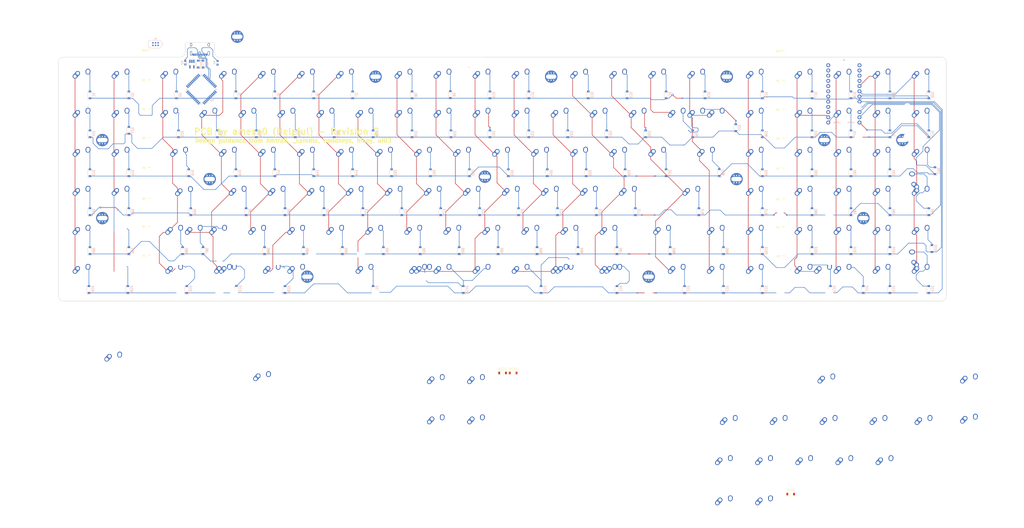
<source format=kicad_pcb>
(kicad_pcb (version 20171130) (host pcbnew "(5.0.0-rc2-dev-733-g23a9fcd91)")
  (layers (0 F.Cu signal) (31 B.Cu signal) (34 B.Paste user) (35 F.Paste user) (36 B.SilkS user) (37 F.SilkS user) (38 B.Mask user) (39 F.Mask user) (44 Edge.Cuts user))
  (net 0 "")
  (net 1 "Net-(D1-Pad2)")
  (net 2 "Net-(D2-Pad2)")
  (net 3 "Net-(D3-Pad2)")
  (net 4 "Net-(D4-Pad2)")
  (net 5 "Net-(D5-Pad2)")
  (net 6 "Net-(D6-Pad2)")
  (net 7 "Net-(D7-Pad2)")
  (net 8 "Net-(D8-Pad2)")
  (net 9 "Net-(D9-Pad2)")
  (net 10 "Net-(D10-Pad2)")
  (net 11 "Net-(D11-Pad2)")
  (net 12 "Net-(D12-Pad2)")
  (net 13 "Net-(D13-Pad2)")
  (net 14 "Net-(D14-Pad2)")
  (net 15 "Net-(D15-Pad2)")
  (net 16 "Net-(D16-Pad2)")
  (net 17 "Net-(D17-Pad2)")
  (net 18 "Net-(D18-Pad2)")
  (net 19 "Net-(D19-Pad2)")
  (net 20 "Net-(D20-Pad2)")
  (net 21 ROW1)
  (net 22 "Net-(D21-Pad2)")
  (net 23 "Net-(D22-Pad2)")
  (net 24 "Net-(D23-Pad2)")
  (net 25 "Net-(D24-Pad2)")
  (net 26 "Net-(D25-Pad2)")
  (net 27 "Net-(D26-Pad2)")
  (net 28 "Net-(D27-Pad2)")
  (net 29 "Net-(D28-Pad2)")
  (net 30 "Net-(D29-Pad2)")
  (net 31 "Net-(D30-Pad2)")
  (net 32 "Net-(D31-Pad2)")
  (net 33 "Net-(D32-Pad2)")
  (net 34 "Net-(D33-Pad2)")
  (net 35 "Net-(D34-Pad2)")
  (net 36 "Net-(D35-Pad2)")
  (net 37 "Net-(D36-Pad2)")
  (net 38 "Net-(D37-Pad2)")
  (net 39 "Net-(D38-Pad2)")
  (net 40 "Net-(D39-Pad2)")
  (net 41 "Net-(D40-Pad2)")
  (net 42 "Net-(D41-Pad2)")
  (net 43 "Net-(D42-Pad2)")
  (net 44 ROW2)
  (net 45 "Net-(D43-Pad2)")
  (net 46 "Net-(D44-Pad2)")
  (net 47 "Net-(D45-Pad2)")
  (net 48 "Net-(D46-Pad2)")
  (net 49 "Net-(D47-Pad2)")
  (net 50 "Net-(D48-Pad2)")
  (net 51 "Net-(D49-Pad2)")
  (net 52 "Net-(D50-Pad2)")
  (net 53 "Net-(D51-Pad2)")
  (net 54 "Net-(D52-Pad2)")
  (net 55 "Net-(D53-Pad2)")
  (net 56 "Net-(D54-Pad2)")
  (net 57 "Net-(D55-Pad2)")
  (net 58 "Net-(D56-Pad2)")
  (net 59 "Net-(D57-Pad2)")
  (net 60 "Net-(D58-Pad2)")
  (net 61 "Net-(D59-Pad2)")
  (net 62 "Net-(D60-Pad2)")
  (net 63 "Net-(D61-Pad2)")
  (net 64 "Net-(D62-Pad2)")
  (net 65 "Net-(D63-Pad2)")
  (net 66 "Net-(D64-Pad2)")
  (net 67 ROW3)
  (net 68 "Net-(D65-Pad2)")
  (net 69 "Net-(D66-Pad2)")
  (net 70 "Net-(D67-Pad2)")
  (net 71 "Net-(D68-Pad2)")
  (net 72 "Net-(D69-Pad2)")
  (net 73 "Net-(D70-Pad2)")
  (net 74 "Net-(D71-Pad2)")
  (net 75 "Net-(D72-Pad2)")
  (net 76 "Net-(D73-Pad2)")
  (net 77 "Net-(D74-Pad2)")
  (net 78 "Net-(D75-Pad2)")
  (net 79 "Net-(D76-Pad2)")
  (net 80 "Net-(D77-Pad2)")
  (net 81 "Net-(D78-Pad2)")
  (net 82 "Net-(D79-Pad2)")
  (net 83 "Net-(D80-Pad2)")
  (net 84 "Net-(D81-Pad2)")
  (net 85 "Net-(D82-Pad2)")
  (net 86 "Net-(D83-Pad2)")
  (net 87 ROW4)
  (net 88 "Net-(D84-Pad2)")
  (net 89 "Net-(D85-Pad2)")
  (net 90 "Net-(D86-Pad2)")
  (net 91 "Net-(D87-Pad2)")
  (net 92 "Net-(D88-Pad2)")
  (net 93 "Net-(D89-Pad2)")
  (net 94 "Net-(D90-Pad2)")
  (net 95 "Net-(D91-Pad2)")
  (net 96 "Net-(D92-Pad2)")
  (net 97 "Net-(D93-Pad2)")
  (net 98 "Net-(D94-Pad2)")
  (net 99 "Net-(D95-Pad2)")
  (net 100 "Net-(D96-Pad2)")
  (net 101 "Net-(D97-Pad2)")
  (net 102 "Net-(D98-Pad2)")
  (net 103 "Net-(D99-Pad2)")
  (net 104 "Net-(D100-Pad2)")
  (net 105 "Net-(D101-Pad2)")
  (net 106 "Net-(D102-Pad2)")
  (net 107 "Net-(D103-Pad2)")
  (net 108 "Net-(D104-Pad2)")
  (net 109 ROW5)
  (net 110 "Net-(D105-Pad2)")
  (net 111 "Net-(D106-Pad2)")
  (net 112 "Net-(D107-Pad2)")
  (net 113 "Net-(D108-Pad2)")
  (net 114 "Net-(D109-Pad2)")
  (net 115 "Net-(D110-Pad2)")
  (net 116 "Net-(D111-Pad2)")
  (net 117 "Net-(D112-Pad2)")
  (net 118 "Net-(D113-Pad2)")
  (net 119 "Net-(D114-Pad2)")
  (net 120 "Net-(D115-Pad2)")
  (net 121 "Net-(D116-Pad2)")
  (net 122 "Net-(D117-Pad2)")
  (net 123 "Net-(D118-Pad2)")
  (net 124 "Net-(D119-Pad2)")
  (net 125 "Net-(J1-PadA6)")
  (net 126 GND)
  (net 127 +5V)
  (net 128 "Net-(J1-PadA7)")
  (net 129 "Net-(J1-PadA8)")
  (net 130 "Net-(J1-PadB5)")
  (net 131 "Net-(J1-PadA5)")
  (net 132 "Net-(J1-PadB8)")
  (net 133 COL0)
  (net 134 COL1)
  (net 135 COL2)
  (net 136 COL3)
  (net 137 COL4)
  (net 138 COL5)
  (net 139 COL6)
  (net 140 COL7)
  (net 141 COL8)
  (net 142 COL9)
  (net 143 COL10)
  (net 144 COL11)
  (net 145 COL12)
  (net 146 COL13)
  (net 147 COL14)
  (net 148 COL15)
  (net 149 COL16)
  (net 150 COL17)
  (net 151 COL18)
  (net 152 COL19)
  (net 153 PDI)
  (net 154 VCC)
  (net 155 "Net-(P1-Pad3)")
  (net 156 "Net-(P1-Pad4)")
  (net 157 RST)
  (net 158 "Net-(U1-Pad4)")
  (net 159 SDA)
  (net 160 SCL)
  (net 161 "Net-(D120-Pad2)")
  (net 162 "Net-(B1-Pad1)")
  (net 163 "Net-(B1-Pad2)")
  (net 164 "Net-(B1-Pad3)")
  (net 165 "Net-(B1-Pad4)")
  (net 166 "Net-(B1-Pad21)")
  (net 167 "Net-(B1-Pad22)")
  (net 168 "Net-(B1-Pad23)")
  (net 169 "Net-(B1-Pad24)")
  (net 170 "Net-(B1-Pad15)")
  (net 171 "Net-(B1-Pad16)")
  (net 172 "Net-(B1-Pad17)")
  (net 173 "Net-(B1-Pad18)")
  (net 174 "Net-(B1-Pad19)")
  (net 175 "Net-(B1-Pad20)")
  (net 176 "Net-(U2-Pad23)")
  (net 177 "Net-(U2-Pad24)")
  (net 178 COL20)
  (net 179 COL21)
  (net 180 "Net-(D121-Pad2)")
  (net 181 "Net-(D122-Pad2)")
  (net 182 "Net-(D123-Pad2)")
  (net 183 "Net-(K117-Pad2)")
  (net 184 "Net-(K117-Pad1)")
  (net 185 "Net-(K115-Pad1)")
  (module Keyplus_conn_usb:USB_TypeC_U31F-24SNA0201 (layer B.Cu) (at 121.44375 69.94595)
    (fp_text reference J1 (at 0 9.1) (layer B.SilkS) (effects (justify mirror)))
    (fp_text value USB_Type_C_2.0_Receptacle)
    (pad A6 smd rect (at -0.25 7.445) (size 0.3 1.15) (layers B.Cu B.Paste B.Mask) (net 125 "Net-(J1-PadA6)"))
    (pad B1 smd rect (at 3.2 7.445) (size 0.6 1.15) (layers B.Cu B.Paste B.Mask) (net 126 GND))
    (pad B4 smd rect (at 2.4 7.445) (size 0.6 1.15) (layers B.Cu B.Paste B.Mask) (net 127 +5V))
    (pad A4 smd rect (at -2.4 7.445) (size 0.6 1.15) (layers B.Cu B.Paste B.Mask) (net 127 +5V))
    (pad S1 thru_hole oval (at -4.32 6.78) (size 1 2.1) (drill oval 0.6 1.7) (layers *.Cu *.Mask) (net 126 GND))
    (pad "" np_thru_hole circle (at -2.89 6.28) (size 0.65 0.65) (drill 0.65) (layers *.Cu *.Mask))
    (pad S1 thru_hole oval (at 4.32 6.78) (size 1 2.1) (drill oval 0.6 1.7) (layers *.Cu *.Mask) (net 126 GND))
    (pad S1 thru_hole oval (at -4.32 2.6) (size 1 1.6) (drill oval 0.6 1.2) (layers *.Cu *.Mask) (net 126 GND))
    (pad S1 thru_hole oval (at 4.32 2.6) (size 1 1.6) (drill oval 0.6 1.2) (layers *.Cu *.Mask) (net 126 GND))
    (pad A1 smd rect (at -3.2 7.445) (size 0.6 1.15) (layers B.Cu B.Paste B.Mask) (net 126 GND))
    (pad "" np_thru_hole circle (at 2.89 6.28) (size 0.65 0.65) (drill 0.65) (layers *.Cu *.Mask))
    (pad A7 smd rect (at 0.25 7.445) (size 0.3 1.15) (layers B.Cu B.Paste B.Mask) (net 128 "Net-(J1-PadA7)"))
    (pad B6 smd rect (at 0.75 7.445) (size 0.3 1.15) (layers B.Cu B.Paste B.Mask) (net 125 "Net-(J1-PadA6)"))
    (pad A8 smd rect (at 1.25 7.445) (size 0.3 1.15) (layers B.Cu B.Paste B.Mask) (net 129 "Net-(J1-PadA8)"))
    (pad B5 smd rect (at 1.75 7.445) (size 0.3 1.15) (layers B.Cu B.Paste B.Mask) (net 130 "Net-(J1-PadB5)"))
    (pad B7 smd rect (at -0.75 7.445) (size 0.3 1.15) (layers B.Cu B.Paste B.Mask) (net 128 "Net-(J1-PadA7)"))
    (pad A5 smd rect (at -1.25 7.445) (size 0.3 1.15) (layers B.Cu B.Paste B.Mask) (net 131 "Net-(J1-PadA5)"))
    (pad B8 smd rect (at -1.75 7.445) (size 0.3 1.15) (layers B.Cu B.Paste B.Mask) (net 132 "Net-(J1-PadB8)"))
  )
  (module ai03_hybrid:MX-1U-NoLED (layer F.Cu) (at 202.40625 109.5375)
    (fp_text reference K28)
    (fp_text value KEYSW)
    (pad "" np_thru_hole circle (at 5.08 0 48.0996) (size 1.75 1.75) (drill 1.75) (layers *.Cu *.Mask))
    (pad "" np_thru_hole circle (at -5.08 0 48.0996) (size 1.75 1.75) (drill 1.75) (layers *.Cu *.Mask))
    (pad 1 thru_hole circle (at -2.5 -4) (size 2.25 2.25) (drill 1.47) (layers *.Cu B.Mask) (net 136 COL3))
    (pad "" np_thru_hole circle (at 0 0) (size 3.9878 3.9878) (drill 3.9878) (layers *.Cu *.Mask))
    (pad 1 thru_hole oval (at -3.81 -2.54 48.0996) (size 4.211556 2.25) (drill 1.47 (offset 0.980778 0)) (layers *.Cu B.Mask) (net 136 COL3))
    (pad 2 thru_hole circle (at 2.54 -5.08) (size 2.25 2.25) (drill 1.47) (layers *.Cu B.Mask) (net 27 "Net-(D26-Pad2)"))
    (pad 2 thru_hole oval (at 2.5 -4.5 86.0548) (size 2.831378 2.25) (drill 1.47 (offset 0.290689 0)) (layers *.Cu B.Mask) (net 27 "Net-(D26-Pad2)"))
  )
  (module ai03_hybrid:MX-1U-NoLED (layer F.Cu) (at 107.15625 109.5375)
    (fp_text reference K23)
    (fp_text value KEYSW)
    (pad 2 thru_hole oval (at 2.5 -4.5 86.0548) (size 2.831378 2.25) (drill 1.47 (offset 0.290689 0)) (layers *.Cu B.Mask) (net 8 "Net-(D8-Pad2)"))
    (pad 2 thru_hole circle (at 2.54 -5.08) (size 2.25 2.25) (drill 1.47) (layers *.Cu B.Mask) (net 8 "Net-(D8-Pad2)"))
    (pad 1 thru_hole oval (at -3.81 -2.54 48.0996) (size 4.211556 2.25) (drill 1.47 (offset 0.980778 0)) (layers *.Cu B.Mask) (net 140 COL7))
    (pad "" np_thru_hole circle (at 0 0) (size 3.9878 3.9878) (drill 3.9878) (layers *.Cu *.Mask))
    (pad 1 thru_hole circle (at -2.5 -4) (size 2.25 2.25) (drill 1.47) (layers *.Cu B.Mask) (net 140 COL7))
    (pad "" np_thru_hole circle (at -5.08 0 48.0996) (size 1.75 1.75) (drill 1.75) (layers *.Cu *.Mask))
    (pad "" np_thru_hole circle (at 5.08 0 48.0996) (size 1.75 1.75) (drill 1.75) (layers *.Cu *.Mask))
  )
  (module Diode_SMD:D_SOD-123 (layer B.Cu) (at 120.61 81.95 90)
    (fp_text reference C1 (at 0 2 90) (layer B.SilkS) (effects (justify mirror)))
    (fp_text value 10uf)
    (pad 2 smd rect (at 1.65 0 90) (size 0.9 1.2) (layers B.Cu B.Paste B.Mask) (net 126 GND))
    (pad 1 smd rect (at -1.65 0 90) (size 0.9 1.2) (layers B.Cu B.Paste B.Mask) (net 154 VCC))
  )
  (module ai03_hybrid:MX-1U-NoLED (layer F.Cu) (at 150.01875 166.6875)
    (fp_text reference K91)
    (fp_text value KEYSW)
    (pad 2 thru_hole oval (at 2.5 -4.5 86.0548) (size 2.831378 2.25) (drill 1.47 (offset 0.290689 0)) (layers *.Cu B.Mask) (net 91 "Net-(D87-Pad2)"))
    (pad 2 thru_hole circle (at 2.54 -5.08) (size 2.25 2.25) (drill 1.47) (layers *.Cu B.Mask) (net 91 "Net-(D87-Pad2)"))
    (pad 1 thru_hole oval (at -3.81 -2.54 48.0996) (size 4.211556 2.25) (drill 1.47 (offset 0.980778 0)) (layers *.Cu B.Mask) (net 134 COL1))
    (pad "" np_thru_hole circle (at 0 0) (size 3.9878 3.9878) (drill 3.9878) (layers *.Cu *.Mask))
    (pad 1 thru_hole circle (at -2.5 -4) (size 2.25 2.25) (drill 1.47) (layers *.Cu B.Mask) (net 134 COL1))
    (pad "" np_thru_hole circle (at -5.08 0 48.0996) (size 1.75 1.75) (drill 1.75) (layers *.Cu *.Mask))
    (pad "" np_thru_hole circle (at 5.08 0 48.0996) (size 1.75 1.75) (drill 1.75) (layers *.Cu *.Mask))
  )
  (module Resistor_SMD:R_0603_1608Metric_Pad0.99x1.00mm_HandSolder (layer B.Cu) (at 130.06 81.38 270)
    (fp_text reference R1 (at 0 1.45 270) (layer B.SilkS) (effects (justify mirror)))
    (fp_text value 5.1k)
    (pad 2 smd rect (at 0.8875 0 270) (size 0.995 1) (layers B.Cu B.Paste B.Mask) (net 126 GND))
    (pad 1 smd rect (at -0.8875 0 270) (size 0.995 1) (layers B.Cu B.Paste B.Mask) (net 130 "Net-(J1-PadB5)"))
  )
  (module ai03_hybrid:MX-1U-NoLED (layer F.Cu) (at 259.55625 90.4875)
    (fp_text reference K10)
    (fp_text value KEYSW)
    (pad "" np_thru_hole circle (at 5.08 0 48.0996) (size 1.75 1.75) (drill 1.75) (layers *.Cu *.Mask))
    (pad "" np_thru_hole circle (at -5.08 0 48.0996) (size 1.75 1.75) (drill 1.75) (layers *.Cu *.Mask))
    (pad 1 thru_hole circle (at -2.5 -4) (size 2.25 2.25) (drill 1.47) (layers *.Cu B.Mask) (net 142 COL9))
    (pad "" np_thru_hole circle (at 0 0) (size 3.9878 3.9878) (drill 3.9878) (layers *.Cu *.Mask))
    (pad 1 thru_hole oval (at -3.81 -2.54 48.0996) (size 4.211556 2.25) (drill 1.47 (offset 0.980778 0)) (layers *.Cu B.Mask) (net 142 COL9))
    (pad 2 thru_hole circle (at 2.54 -5.08) (size 2.25 2.25) (drill 1.47) (layers *.Cu B.Mask) (net 10 "Net-(D10-Pad2)"))
    (pad 2 thru_hole oval (at 2.5 -4.5 86.0548) (size 2.831378 2.25) (drill 1.47 (offset 0.290689 0)) (layers *.Cu B.Mask) (net 10 "Net-(D10-Pad2)"))
  )
  (module ai03_hybrid:MX-1U-NoLED (layer F.Cu) (at 107.15625 90.4875)
    (fp_text reference K3)
    (fp_text value KEYSW)
    (pad 2 thru_hole oval (at 2.5 -4.5 86.0548) (size 2.831378 2.25) (drill 1.47 (offset 0.290689 0)) (layers *.Cu B.Mask) (net 3 "Net-(D3-Pad2)"))
    (pad 2 thru_hole circle (at 2.54 -5.08) (size 2.25 2.25) (drill 1.47) (layers *.Cu B.Mask) (net 3 "Net-(D3-Pad2)"))
    (pad 1 thru_hole oval (at -3.81 -2.54 48.0996) (size 4.211556 2.25) (drill 1.47 (offset 0.980778 0)) (layers *.Cu B.Mask) (net 135 COL2))
    (pad "" np_thru_hole circle (at 0 0) (size 3.9878 3.9878) (drill 3.9878) (layers *.Cu *.Mask))
    (pad 1 thru_hole circle (at -2.5 -4) (size 2.25 2.25) (drill 1.47) (layers *.Cu B.Mask) (net 135 COL2))
    (pad "" np_thru_hole circle (at -5.08 0 48.0996) (size 1.75 1.75) (drill 1.75) (layers *.Cu *.Mask))
    (pad "" np_thru_hole circle (at 5.08 0 48.0996) (size 1.75 1.75) (drill 1.75) (layers *.Cu *.Mask))
  )
  (module Helpful:slot_10mm (layer F.Cu) (at 95.53 175.05)
    (fp_text reference REF** (at 0 0.5) (layer F.SilkS))
    (fp_text value slot_10mm)
    (pad "" np_thru_hole oval (at 0 12.7) (size 1 8) (drill oval 1 8) (layers *.Cu *.Mask))
  )
  (module Helpful:slot_10mm (layer F.Cu) (at 95.43 132.22)
    (fp_text reference REF** (at 0 0.5) (layer F.SilkS))
    (fp_text value slot_10mm)
    (pad "" np_thru_hole oval (at 0 12.7) (size 1 8) (drill oval 1 8) (layers *.Cu *.Mask))
  )
  (module Helpful:slot_10mm (layer F.Cu) (at 95.48 117.67)
    (fp_text reference REF** (at 0 0.5) (layer F.SilkS))
    (fp_text value slot_10mm)
    (pad "" np_thru_hole oval (at 0 12.7) (size 1 8) (drill oval 1 8) (layers *.Cu *.Mask))
  )
  (module Helpful:slot_10mm (layer F.Cu) (at 95.43 147.24)
    (fp_text reference REF** (at 0 0.5) (layer F.SilkS))
    (fp_text value slot_10mm)
    (pad "" np_thru_hole oval (at 0 12.7) (size 1 8) (drill oval 1 8) (layers *.Cu *.Mask))
  )
  (module Helpful:slot_10mm (layer F.Cu) (at 95.27 74.89)
    (fp_text reference REF** (at 0 0.5) (layer F.SilkS))
    (fp_text value slot_10mm)
    (pad "" np_thru_hole oval (at 0 12.7) (size 1 8) (drill oval 1 8) (layers *.Cu *.Mask))
  )
  (module Helpful:slot_10mm (layer F.Cu) (at 95.37 160.91)
    (fp_text reference REF** (at 0 0.5) (layer F.SilkS))
    (fp_text value slot_10mm)
    (pad "" np_thru_hole oval (at 0 12.7) (size 1 8) (drill oval 1 8) (layers *.Cu *.Mask))
  )
  (module Helpful:slot_10mm (layer F.Cu) (at 95.43 103.56)
    (fp_text reference REF** (at 0 0.5) (layer F.SilkS))
    (fp_text value slot_10mm)
    (pad "" np_thru_hole oval (at 0 12.7) (size 1 8) (drill oval 1 8) (layers *.Cu *.Mask))
  )
  (module Helpful:slot_10mm (layer F.Cu) (at 95.43 89.47)
    (fp_text reference REF** (at 0 0.5) (layer F.SilkS))
    (fp_text value slot_10mm)
    (pad "" np_thru_hole oval (at 0 12.7) (size 1 8) (drill oval 1 8) (layers *.Cu *.Mask))
  )
  (module ai03_hybrid:MX-1U-NoLED (layer F.Cu) (at 392.90625 109.5375)
    (fp_text reference K38)
    (fp_text value KEYSW)
    (pad 2 thru_hole oval (at 2.5 -4.5 86.0548) (size 2.831378 2.25) (drill 1.47 (offset 0.290689 0)) (layers *.Cu B.Mask) (net 37 "Net-(D36-Pad2)"))
    (pad 2 thru_hole circle (at 2.54 -5.08) (size 2.25 2.25) (drill 1.47) (layers *.Cu B.Mask) (net 37 "Net-(D36-Pad2)"))
    (pad 1 thru_hole oval (at -3.81 -2.54 48.0996) (size 4.211556 2.25) (drill 1.47 (offset 0.980778 0)) (layers *.Cu B.Mask) (net 146 COL13))
    (pad "" np_thru_hole circle (at 0 0) (size 3.9878 3.9878) (drill 3.9878) (layers *.Cu *.Mask))
    (pad 1 thru_hole circle (at -2.5 -4) (size 2.25 2.25) (drill 1.47) (layers *.Cu B.Mask) (net 146 COL13))
    (pad "" np_thru_hole circle (at -5.08 0 48.0996) (size 1.75 1.75) (drill 1.75) (layers *.Cu *.Mask))
    (pad "" np_thru_hole circle (at 5.08 0 48.0996) (size 1.75 1.75) (drill 1.75) (layers *.Cu *.Mask))
  )
  (module ai03_hybrid:MX-1U-NoLED (layer F.Cu) (at 297.65625 109.5375)
    (fp_text reference K33)
    (fp_text value KEYSW)
    (pad "" np_thru_hole circle (at 5.08 0 48.0996) (size 1.75 1.75) (drill 1.75) (layers *.Cu *.Mask))
    (pad "" np_thru_hole circle (at -5.08 0 48.0996) (size 1.75 1.75) (drill 1.75) (layers *.Cu *.Mask))
    (pad 1 thru_hole circle (at -2.5 -4) (size 2.25 2.25) (drill 1.47) (layers *.Cu B.Mask) (net 141 COL8))
    (pad "" np_thru_hole circle (at 0 0) (size 3.9878 3.9878) (drill 3.9878) (layers *.Cu *.Mask))
    (pad 1 thru_hole oval (at -3.81 -2.54 48.0996) (size 4.211556 2.25) (drill 1.47 (offset 0.980778 0)) (layers *.Cu B.Mask) (net 141 COL8))
    (pad 2 thru_hole circle (at 2.54 -5.08) (size 2.25 2.25) (drill 1.47) (layers *.Cu B.Mask) (net 32 "Net-(D31-Pad2)"))
    (pad 2 thru_hole oval (at 2.5 -4.5 86.0548) (size 2.831378 2.25) (drill 1.47 (offset 0.290689 0)) (layers *.Cu B.Mask) (net 32 "Net-(D31-Pad2)"))
  )
  (module ai03_hybrid:MX-1U-NoLED (layer F.Cu) (at 259.55625 109.5375)
    (fp_text reference K31)
    (fp_text value KEYSW)
    (pad 2 thru_hole oval (at 2.5 -4.5 86.0548) (size 2.831378 2.25) (drill 1.47 (offset 0.290689 0)) (layers *.Cu B.Mask) (net 30 "Net-(D29-Pad2)"))
    (pad 2 thru_hole circle (at 2.54 -5.08) (size 2.25 2.25) (drill 1.47) (layers *.Cu B.Mask) (net 30 "Net-(D29-Pad2)"))
    (pad 1 thru_hole oval (at -3.81 -2.54 48.0996) (size 4.211556 2.25) (drill 1.47 (offset 0.980778 0)) (layers *.Cu B.Mask) (net 139 COL6))
    (pad "" np_thru_hole circle (at 0 0) (size 3.9878 3.9878) (drill 3.9878) (layers *.Cu *.Mask))
    (pad 1 thru_hole circle (at -2.5 -4) (size 2.25 2.25) (drill 1.47) (layers *.Cu B.Mask) (net 139 COL6))
    (pad "" np_thru_hole circle (at -5.08 0 48.0996) (size 1.75 1.75) (drill 1.75) (layers *.Cu *.Mask))
    (pad "" np_thru_hole circle (at 5.08 0 48.0996) (size 1.75 1.75) (drill 1.75) (layers *.Cu *.Mask))
  )
  (module Resistor_SMD:R_0603_1608Metric_Pad0.99x1.00mm_HandSolder (layer B.Cu) (at 114.30048 81.26597 270)
    (fp_text reference R2 (at 0 1.45 270) (layer B.SilkS) (effects (justify mirror)))
    (fp_text value 5.1k)
    (pad 1 smd rect (at -0.8875 0 270) (size 0.995 1) (layers B.Cu B.Paste B.Mask) (net 131 "Net-(J1-PadA5)"))
    (pad 2 smd rect (at 0.8875 0 270) (size 0.995 1) (layers B.Cu B.Paste B.Mask) (net 126 GND))
  )
  (module ai03_hybrid:MX-1U-NoLED (layer F.Cu) (at 83.34375 147.6375)
    (fp_text reference K68)
    (fp_text value KEYSW)
    (pad 2 thru_hole oval (at 2.5 -4.5 86.0548) (size 2.831378 2.25) (drill 1.47 (offset 0.290689 0)) (layers *.Cu B.Mask) (net 68 "Net-(D65-Pad2)"))
    (pad 2 thru_hole circle (at 2.54 -5.08) (size 2.25 2.25) (drill 1.47) (layers *.Cu B.Mask) (net 68 "Net-(D65-Pad2)"))
    (pad 1 thru_hole oval (at -3.81 -2.54 48.0996) (size 4.211556 2.25) (drill 1.47 (offset 0.980778 0)) (layers *.Cu B.Mask) (net 179 COL21))
    (pad "" np_thru_hole circle (at 0 0) (size 3.9878 3.9878) (drill 3.9878) (layers *.Cu *.Mask))
    (pad 1 thru_hole circle (at -2.5 -4) (size 2.25 2.25) (drill 1.47) (layers *.Cu B.Mask) (net 179 COL21))
    (pad "" np_thru_hole circle (at -5.08 0 48.0996) (size 1.75 1.75) (drill 1.75) (layers *.Cu *.Mask))
    (pad "" np_thru_hole circle (at 5.08 0 48.0996) (size 1.75 1.75) (drill 1.75) (layers *.Cu *.Mask))
  )
  (module Helpful:slot_10mm (layer F.Cu) (at 404.76 75.21)
    (fp_text reference REF** (at 0 0.5) (layer F.SilkS))
    (fp_text value slot_10mm)
    (pad "" np_thru_hole oval (at 0 12.7) (size 1 8) (drill oval 1 8) (layers *.Cu *.Mask))
  )
  (module Helpful:slot_10mm (layer F.Cu) (at 404.92 89.79)
    (fp_text reference REF** (at 0 0.5) (layer F.SilkS))
    (fp_text value slot_10mm)
    (pad "" np_thru_hole oval (at 0 12.7) (size 1 8) (drill oval 1 8) (layers *.Cu *.Mask))
  )
  (module Helpful:slot_10mm (layer F.Cu) (at 404.92 103.88)
    (fp_text reference REF** (at 0 0.5) (layer F.SilkS))
    (fp_text value slot_10mm)
    (pad "" np_thru_hole oval (at 0 12.7) (size 1 8) (drill oval 1 8) (layers *.Cu *.Mask))
  )
  (module Diode_SMD:D_SOD-123 (layer B.Cu) (at 117 154 90)
    (fp_text reference D66 (at 0 2 90) (layer B.SilkS) (effects (justify mirror)))
    (fp_text value D)
    (pad 2 smd rect (at 1.65 0 90) (size 0.9 1.2) (layers B.Cu B.Paste B.Mask) (net 69 "Net-(D66-Pad2)"))
    (pad 1 smd rect (at -1.65 0 90) (size 0.9 1.2) (layers B.Cu B.Paste B.Mask) (net 67 ROW3))
  )
  (module Diode_SMD:D_SOD-123 (layer B.Cu) (at 329 135 90)
    (fp_text reference D56 (at 0 2 90) (layer B.SilkS) (effects (justify mirror)))
    (fp_text value D)
    (pad 2 smd rect (at 1.65 0 90) (size 0.9 1.2) (layers B.Cu B.Paste B.Mask) (net 58 "Net-(D56-Pad2)"))
    (pad 1 smd rect (at -1.65 0 90) (size 0.9 1.2) (layers B.Cu B.Paste B.Mask) (net 44 ROW2))
  )
  (module Helpful:slot_10mm (layer F.Cu) (at 404.86 161.23)
    (fp_text reference REF** (at 0 0.5) (layer F.SilkS))
    (fp_text value slot_10mm)
    (pad "" np_thru_hole oval (at 0 12.7) (size 1 8) (drill oval 1 8) (layers *.Cu *.Mask))
  )
  (module Diode_SMD:D_SOD-123 (layer B.Cu) (at 123 81.95 90)
    (fp_text reference C2 (at 0 2 90) (layer B.SilkS) (effects (justify mirror)))
    (fp_text value 0.4uf)
    (pad 2 smd rect (at 1.65 0 90) (size 0.9 1.2) (layers B.Cu B.Paste B.Mask) (net 126 GND))
    (pad 1 smd rect (at -1.65 0 90) (size 0.9 1.2) (layers B.Cu B.Paste B.Mask) (net 154 VCC))
  )
  (module Diode_SMD:D_SOD-123 (layer B.Cu) (at 67.7625 97 90)
    (fp_text reference D1 (at 0 2 90) (layer B.SilkS) (effects (justify mirror)))
    (fp_text value D)
    (pad 1 smd rect (at -1.65 0 90) (size 0.9 1.2) (layers B.Cu B.Paste B.Mask) (net 145 COL12))
    (pad 2 smd rect (at 1.65 0 90) (size 0.9 1.2) (layers B.Cu B.Paste B.Mask) (net 1 "Net-(D1-Pad2)"))
  )
  (module Diode_SMD:D_SOD-123 (layer B.Cu) (at 86.7625 97 90)
    (fp_text reference D2 (at 0 2 90) (layer B.SilkS) (effects (justify mirror)))
    (fp_text value D)
    (pad 2 smd rect (at 1.65 0 90) (size 0.9 1.2) (layers B.Cu B.Paste B.Mask) (net 2 "Net-(D2-Pad2)"))
    (pad 1 smd rect (at -1.65 0 90) (size 0.9 1.2) (layers B.Cu B.Paste B.Mask) (net 145 COL12))
  )
  (module Diode_SMD:D_SOD-123 (layer B.Cu) (at 110 97 90)
    (fp_text reference D3 (at 0 2 90) (layer B.SilkS) (effects (justify mirror)))
    (fp_text value D)
    (pad 1 smd rect (at -1.65 0 90) (size 0.9 1.2) (layers B.Cu B.Paste B.Mask) (net 145 COL12))
    (pad 2 smd rect (at 1.65 0 90) (size 0.9 1.2) (layers B.Cu B.Paste B.Mask) (net 3 "Net-(D3-Pad2)"))
  )
  (module Diode_SMD:D_SOD-123 (layer B.Cu) (at 139 97 90)
    (fp_text reference D4 (at 0 2 90) (layer B.SilkS) (effects (justify mirror)))
    (fp_text value D)
    (pad 2 smd rect (at 1.65 0 90) (size 0.9 1.2) (layers B.Cu B.Paste B.Mask) (net 4 "Net-(D4-Pad2)"))
    (pad 1 smd rect (at -1.65 0 90) (size 0.9 1.2) (layers B.Cu B.Paste B.Mask) (net 145 COL12))
  )
  (module Diode_SMD:D_SOD-123 (layer B.Cu) (at 158 97 90)
    (fp_text reference D5 (at 0 2 90) (layer B.SilkS) (effects (justify mirror)))
    (fp_text value D)
    (pad 1 smd rect (at -1.65 0 90) (size 0.9 1.2) (layers B.Cu B.Paste B.Mask) (net 145 COL12))
    (pad 2 smd rect (at 1.65 0 90) (size 0.9 1.2) (layers B.Cu B.Paste B.Mask) (net 5 "Net-(D5-Pad2)"))
  )
  (module Diode_SMD:D_SOD-123 (layer B.Cu) (at 177 97 90)
    (fp_text reference D6 (at 0 2 90) (layer B.SilkS) (effects (justify mirror)))
    (fp_text value D)
    (pad 2 smd rect (at 1.65 0 90) (size 0.9 1.2) (layers B.Cu B.Paste B.Mask) (net 6 "Net-(D6-Pad2)"))
    (pad 1 smd rect (at -1.65 0 90) (size 0.9 1.2) (layers B.Cu B.Paste B.Mask) (net 145 COL12))
  )
  (module Diode_SMD:D_SOD-123 (layer B.Cu) (at 196 97 90)
    (fp_text reference D7 (at 0 2 90) (layer B.SilkS) (effects (justify mirror)))
    (fp_text value D)
    (pad 1 smd rect (at -1.65 0 90) (size 0.9 1.2) (layers B.Cu B.Paste B.Mask) (net 145 COL12))
    (pad 2 smd rect (at 1.65 0 90) (size 0.9 1.2) (layers B.Cu B.Paste B.Mask) (net 7 "Net-(D7-Pad2)"))
  )
  (module Diode_SMD:D_SOD-123 (layer B.Cu) (at 225 97 90)
    (fp_text reference D8 (at 0 2 90) (layer B.SilkS) (effects (justify mirror)))
    (fp_text value D)
    (pad 2 smd rect (at 1.65 0 90) (size 0.9 1.2) (layers B.Cu B.Paste B.Mask) (net 8 "Net-(D8-Pad2)"))
    (pad 1 smd rect (at -1.65 0 90) (size 0.9 1.2) (layers B.Cu B.Paste B.Mask) (net 145 COL12))
  )
  (module Diode_SMD:D_SOD-123 (layer B.Cu) (at 243.69 96.86 90)
    (fp_text reference D9 (at 0 2 90) (layer B.SilkS) (effects (justify mirror)))
    (fp_text value D)
    (pad 1 smd rect (at -1.65 0 90) (size 0.9 1.2) (layers B.Cu B.Paste B.Mask) (net 145 COL12))
    (pad 2 smd rect (at 1.65 0 90) (size 0.9 1.2) (layers B.Cu B.Paste B.Mask) (net 9 "Net-(D9-Pad2)"))
  )
  (module Diode_SMD:D_SOD-123 (layer B.Cu) (at 263 97 90)
    (fp_text reference D10 (at 0 2 90) (layer B.SilkS) (effects (justify mirror)))
    (fp_text value D)
    (pad 1 smd rect (at -1.65 0 90) (size 0.9 1.2) (layers B.Cu B.Paste B.Mask) (net 145 COL12))
    (pad 2 smd rect (at 1.65 0 90) (size 0.9 1.2) (layers B.Cu B.Paste B.Mask) (net 10 "Net-(D10-Pad2)"))
  )
  (module Diode_SMD:D_SOD-123 (layer B.Cu) (at 282 97 90)
    (fp_text reference D11 (at 0 2 90) (layer B.SilkS) (effects (justify mirror)))
    (fp_text value D)
    (pad 1 smd rect (at -1.65 0 90) (size 0.9 1.2) (layers B.Cu B.Paste B.Mask) (net 145 COL12))
    (pad 2 smd rect (at 1.65 0 90) (size 0.9 1.2) (layers B.Cu B.Paste B.Mask) (net 11 "Net-(D11-Pad2)"))
  )
  (module Diode_SMD:D_SOD-123 (layer B.Cu) (at 311 97 90)
    (fp_text reference D12 (at 0 2 90) (layer B.SilkS) (effects (justify mirror)))
    (fp_text value D)
    (pad 2 smd rect (at 1.65 0 90) (size 0.9 1.2) (layers B.Cu B.Paste B.Mask) (net 12 "Net-(D12-Pad2)"))
    (pad 1 smd rect (at -1.65 0 90) (size 0.9 1.2) (layers B.Cu B.Paste B.Mask) (net 145 COL12))
  )
  (module Diode_SMD:D_SOD-123 (layer B.Cu) (at 330 97 90)
    (fp_text reference D13 (at 0 2 90) (layer B.SilkS) (effects (justify mirror)))
    (fp_text value D)
    (pad 1 smd rect (at -1.65 0 90) (size 0.9 1.2) (layers B.Cu B.Paste B.Mask) (net 145 COL12))
    (pad 2 smd rect (at 1.65 0 90) (size 0.9 1.2) (layers B.Cu B.Paste B.Mask) (net 13 "Net-(D13-Pad2)"))
  )
  (module Diode_SMD:D_SOD-123 (layer B.Cu) (at 349 97 90)
    (fp_text reference D14 (at 0 2 90) (layer B.SilkS) (effects (justify mirror)))
    (fp_text value D)
    (pad 2 smd rect (at 1.65 0 90) (size 0.9 1.2) (layers B.Cu B.Paste B.Mask) (net 14 "Net-(D14-Pad2)"))
    (pad 1 smd rect (at -1.65 0 90) (size 0.9 1.2) (layers B.Cu B.Paste B.Mask) (net 145 COL12))
  )
  (module Diode_SMD:D_SOD-123 (layer B.Cu) (at 368 97 90)
    (fp_text reference D15 (at 0 2 90) (layer B.SilkS) (effects (justify mirror)))
    (fp_text value D)
    (pad 1 smd rect (at -1.65 0 90) (size 0.9 1.2) (layers B.Cu B.Paste B.Mask) (net 145 COL12))
    (pad 2 smd rect (at 1.65 0 90) (size 0.9 1.2) (layers B.Cu B.Paste B.Mask) (net 15 "Net-(D15-Pad2)"))
  )
  (module Diode_SMD:D_SOD-123 (layer B.Cu) (at 396 97 90)
    (fp_text reference D16 (at 0 2 90) (layer B.SilkS) (effects (justify mirror)))
    (fp_text value D)
    (pad 2 smd rect (at 1.65 0 90) (size 0.9 1.2) (layers B.Cu B.Paste B.Mask) (net 16 "Net-(D16-Pad2)"))
    (pad 1 smd rect (at -1.65 0 90) (size 0.9 1.2) (layers B.Cu B.Paste B.Mask) (net 145 COL12))
  )
  (module Diode_SMD:D_SOD-123 (layer B.Cu) (at 420.2375 97 90)
    (fp_text reference D17 (at 0 2 90) (layer B.SilkS) (effects (justify mirror)))
    (fp_text value D)
    (pad 1 smd rect (at -1.65 0 90) (size 0.9 1.2) (layers B.Cu B.Paste B.Mask) (net 145 COL12))
    (pad 2 smd rect (at 1.65 0 90) (size 0.9 1.2) (layers B.Cu B.Paste B.Mask) (net 17 "Net-(D17-Pad2)"))
  )
  (module Diode_SMD:D_SOD-123 (layer B.Cu) (at 439.2375 97 90)
    (fp_text reference D18 (at 0 2 90) (layer B.SilkS) (effects (justify mirror)))
    (fp_text value D)
    (pad 2 smd rect (at 1.65 0 90) (size 0.9 1.2) (layers B.Cu B.Paste B.Mask) (net 18 "Net-(D18-Pad2)"))
    (pad 1 smd rect (at -1.65 0 90) (size 0.9 1.2) (layers B.Cu B.Paste B.Mask) (net 145 COL12))
  )
  (module Diode_SMD:D_SOD-123 (layer B.Cu) (at 458.2375 97 90)
    (fp_text reference D19 (at 0 2 90) (layer B.SilkS) (effects (justify mirror)))
    (fp_text value D)
    (pad 1 smd rect (at -1.65 0 90) (size 0.9 1.2) (layers B.Cu B.Paste B.Mask) (net 145 COL12))
    (pad 2 smd rect (at 1.65 0 90) (size 0.9 1.2) (layers B.Cu B.Paste B.Mask) (net 19 "Net-(D19-Pad2)"))
  )
  (module Diode_SMD:D_SOD-123 (layer B.Cu) (at 477.2375 97 90)
    (fp_text reference D20 (at 0 2 90) (layer B.SilkS) (effects (justify mirror)))
    (fp_text value D)
    (pad 2 smd rect (at 1.65 0 90) (size 0.9 1.2) (layers B.Cu B.Paste B.Mask) (net 20 "Net-(D20-Pad2)"))
    (pad 1 smd rect (at -1.65 0 90) (size 0.9 1.2) (layers B.Cu B.Paste B.Mask) (net 145 COL12))
  )
  (module Diode_SMD:D_SOD-123 (layer B.Cu) (at 67.7625 116 90)
    (fp_text reference D21 (at 0 2 90) (layer B.SilkS) (effects (justify mirror)))
    (fp_text value D)
    (pad 1 smd rect (at -1.65 0 90) (size 0.9 1.2) (layers B.Cu B.Paste B.Mask) (net 145 COL12))
    (pad 2 smd rect (at 1.65 0 90) (size 0.9 1.2) (layers B.Cu B.Paste B.Mask) (net 22 "Net-(D21-Pad2)"))
  )
  (module Diode_SMD:D_SOD-123 (layer B.Cu) (at 86.7625 114.3 90)
    (fp_text reference D22 (at 0 2 90) (layer B.SilkS) (effects (justify mirror)))
    (fp_text value D)
    (pad 2 smd rect (at 1.65 0 90) (size 0.9 1.2) (layers B.Cu B.Paste B.Mask) (net 23 "Net-(D22-Pad2)"))
    (pad 1 smd rect (at -1.65 0 90) (size 0.9 1.2) (layers B.Cu B.Paste B.Mask) (net 145 COL12))
  )
  (module Diode_SMD:D_SOD-123 (layer B.Cu) (at 111 116 90)
    (fp_text reference D23 (at 0 2 90) (layer B.SilkS) (effects (justify mirror)))
    (fp_text value D)
    (pad 1 smd rect (at -1.65 0 90) (size 0.9 1.2) (layers B.Cu B.Paste B.Mask) (net 21 ROW1))
    (pad 2 smd rect (at 1.65 0 90) (size 0.9 1.2) (layers B.Cu B.Paste B.Mask) (net 24 "Net-(D23-Pad2)"))
  )
  (module Diode_SMD:D_SOD-123 (layer B.Cu) (at 130 116 90)
    (fp_text reference D24 (at 0 2 90) (layer B.SilkS) (effects (justify mirror)))
    (fp_text value D)
    (pad 2 smd rect (at 1.65 0 90) (size 0.9 1.2) (layers B.Cu B.Paste B.Mask) (net 25 "Net-(D24-Pad2)"))
    (pad 1 smd rect (at -1.65 0 90) (size 0.9 1.2) (layers B.Cu B.Paste B.Mask) (net 21 ROW1))
  )
  (module Diode_SMD:D_SOD-123 (layer B.Cu) (at 149 116 90)
    (fp_text reference D25 (at 0 2 90) (layer B.SilkS) (effects (justify mirror)))
    (fp_text value D)
    (pad 1 smd rect (at -1.65 0 90) (size 0.9 1.2) (layers B.Cu B.Paste B.Mask) (net 21 ROW1))
    (pad 2 smd rect (at 1.65 0 90) (size 0.9 1.2) (layers B.Cu B.Paste B.Mask) (net 26 "Net-(D25-Pad2)"))
  )
  (module Diode_SMD:D_SOD-123 (layer B.Cu) (at 168 116 90)
    (fp_text reference D26 (at 0 2 90) (layer B.SilkS) (effects (justify mirror)))
    (fp_text value D)
    (pad 2 smd rect (at 1.65 0 90) (size 0.9 1.2) (layers B.Cu B.Paste B.Mask) (net 27 "Net-(D26-Pad2)"))
    (pad 1 smd rect (at -1.65 0 90) (size 0.9 1.2) (layers B.Cu B.Paste B.Mask) (net 21 ROW1))
  )
  (module Diode_SMD:D_SOD-123 (layer B.Cu) (at 187 116 90)
    (fp_text reference D27 (at 0 2 90) (layer B.SilkS) (effects (justify mirror)))
    (fp_text value D)
    (pad 1 smd rect (at -1.65 0 90) (size 0.9 1.2) (layers B.Cu B.Paste B.Mask) (net 21 ROW1))
    (pad 2 smd rect (at 1.65 0 90) (size 0.9 1.2) (layers B.Cu B.Paste B.Mask) (net 28 "Net-(D27-Pad2)"))
  )
  (module Diode_SMD:D_SOD-123 (layer B.Cu) (at 206 116 90)
    (fp_text reference D28 (at 0 2 90) (layer B.SilkS) (effects (justify mirror)))
    (fp_text value D)
    (pad 2 smd rect (at 1.65 0 90) (size 0.9 1.2) (layers B.Cu B.Paste B.Mask) (net 29 "Net-(D28-Pad2)"))
    (pad 1 smd rect (at -1.65 0 90) (size 0.9 1.2) (layers B.Cu B.Paste B.Mask) (net 21 ROW1))
  )
  (module Diode_SMD:D_SOD-123 (layer B.Cu) (at 225 116 90)
    (fp_text reference D29 (at 0 2 90) (layer B.SilkS) (effects (justify mirror)))
    (fp_text value D)
    (pad 1 smd rect (at -1.65 0 90) (size 0.9 1.2) (layers B.Cu B.Paste B.Mask) (net 21 ROW1))
    (pad 2 smd rect (at 1.65 0 90) (size 0.9 1.2) (layers B.Cu B.Paste B.Mask) (net 30 "Net-(D29-Pad2)"))
  )
  (module Diode_SMD:D_SOD-123 (layer B.Cu) (at 244 116 90)
    (fp_text reference D30 (at 0 2 90) (layer B.SilkS) (effects (justify mirror)))
    (fp_text value D)
    (pad 2 smd rect (at 1.65 0 90) (size 0.9 1.2) (layers B.Cu B.Paste B.Mask) (net 31 "Net-(D30-Pad2)"))
    (pad 1 smd rect (at -1.65 0 90) (size 0.9 1.2) (layers B.Cu B.Paste B.Mask) (net 21 ROW1))
  )
  (module Diode_SMD:D_SOD-123 (layer B.Cu) (at 263 116 90)
    (fp_text reference D31 (at 0 2 90) (layer B.SilkS) (effects (justify mirror)))
    (fp_text value D)
    (pad 2 smd rect (at 1.65 0 90) (size 0.9 1.2) (layers B.Cu B.Paste B.Mask) (net 32 "Net-(D31-Pad2)"))
    (pad 1 smd rect (at -1.65 0 90) (size 0.9 1.2) (layers B.Cu B.Paste B.Mask) (net 21 ROW1))
  )
  (module Diode_SMD:D_SOD-123 (layer B.Cu) (at 282 116 90)
    (fp_text reference D32 (at 0 2 90) (layer B.SilkS) (effects (justify mirror)))
    (fp_text value D)
    (pad 2 smd rect (at 1.65 0 90) (size 0.9 1.2) (layers B.Cu B.Paste B.Mask) (net 33 "Net-(D32-Pad2)"))
    (pad 1 smd rect (at -1.65 0 90) (size 0.9 1.2) (layers B.Cu B.Paste B.Mask) (net 21 ROW1))
  )
  (module Diode_SMD:D_SOD-123 (layer B.Cu) (at 301 116 90)
    (fp_text reference D33 (at 0 2 90) (layer B.SilkS) (effects (justify mirror)))
    (fp_text value D)
    (pad 1 smd rect (at -1.65 0 90) (size 0.9 1.2) (layers B.Cu B.Paste B.Mask) (net 21 ROW1))
    (pad 2 smd rect (at 1.65 0 90) (size 0.9 1.2) (layers B.Cu B.Paste B.Mask) (net 34 "Net-(D33-Pad2)"))
  )
  (module Diode_SMD:D_SOD-123 (layer B.Cu) (at 320 116 90)
    (fp_text reference D34 (at 0 2 90) (layer B.SilkS) (effects (justify mirror)))
    (fp_text value D)
    (pad 2 smd rect (at 1.65 0 90) (size 0.9 1.2) (layers B.Cu B.Paste B.Mask) (net 35 "Net-(D34-Pad2)"))
    (pad 1 smd rect (at -1.65 0 90) (size 0.9 1.2) (layers B.Cu B.Paste B.Mask) (net 21 ROW1))
  )
  (module Diode_SMD:D_SOD-123 (layer B.Cu) (at 339 116 90)
    (fp_text reference D35 (at 0 2 90) (layer B.SilkS) (effects (justify mirror)))
    (fp_text value D)
    (pad 1 smd rect (at -1.65 0 90) (size 0.9 1.2) (layers B.Cu B.Paste B.Mask) (net 21 ROW1))
    (pad 2 smd rect (at 1.65 0 90) (size 0.9 1.2) (layers B.Cu B.Paste B.Mask) (net 36 "Net-(D35-Pad2)"))
  )
  (module Diode_SMD:D_SOD-123 (layer B.Cu) (at 362 116 90)
    (fp_text reference D36 (at 0 2 90) (layer B.SilkS) (effects (justify mirror)))
    (fp_text value D)
    (pad 2 smd rect (at 1.65 0 90) (size 0.9 1.2) (layers B.Cu B.Paste B.Mask) (net 37 "Net-(D36-Pad2)"))
    (pad 1 smd rect (at -1.65 0 90) (size 0.9 1.2) (layers B.Cu B.Paste B.Mask) (net 21 ROW1))
  )
  (module Diode_SMD:D_SOD-123 (layer B.Cu) (at 383 113 90)
    (fp_text reference D37 (at 0 2 90) (layer B.SilkS) (effects (justify mirror)))
    (fp_text value D)
    (pad 1 smd rect (at -1.65 0 90) (size 0.9 1.2) (layers B.Cu B.Paste B.Mask) (net 21 ROW1))
    (pad 2 smd rect (at 1.65 0 90) (size 0.9 1.2) (layers B.Cu B.Paste B.Mask) (net 38 "Net-(D37-Pad2)"))
  )
  (module Diode_SMD:D_SOD-123 (layer B.Cu) (at 396 116 90)
    (fp_text reference D38 (at 0 2 90) (layer B.SilkS) (effects (justify mirror)))
    (fp_text value D)
    (pad 2 smd rect (at 1.65 0 90) (size 0.9 1.2) (layers B.Cu B.Paste B.Mask) (net 39 "Net-(D38-Pad2)"))
    (pad 1 smd rect (at -1.65 0 90) (size 0.9 1.2) (layers B.Cu B.Paste B.Mask) (net 21 ROW1))
  )
  (module Diode_SMD:D_SOD-123 (layer B.Cu) (at 420.2375 116 90)
    (fp_text reference D39 (at 0 2 90) (layer B.SilkS) (effects (justify mirror)))
    (fp_text value D)
    (pad 1 smd rect (at -1.65 0 90) (size 0.9 1.2) (layers B.Cu B.Paste B.Mask) (net 21 ROW1))
    (pad 2 smd rect (at 1.65 0 90) (size 0.9 1.2) (layers B.Cu B.Paste B.Mask) (net 40 "Net-(D39-Pad2)"))
  )
  (module Diode_SMD:D_SOD-123 (layer B.Cu) (at 439.2375 116 90)
    (fp_text reference D40 (at 0 2 90) (layer B.SilkS) (effects (justify mirror)))
    (fp_text value D)
    (pad 2 smd rect (at 1.65 0 90) (size 0.9 1.2) (layers B.Cu B.Paste B.Mask) (net 41 "Net-(D40-Pad2)"))
    (pad 1 smd rect (at -1.65 0 90) (size 0.9 1.2) (layers B.Cu B.Paste B.Mask) (net 21 ROW1))
  )
  (module Diode_SMD:D_SOD-123 (layer B.Cu) (at 458.2375 116 90)
    (fp_text reference D41 (at 0 2 90) (layer B.SilkS) (effects (justify mirror)))
    (fp_text value D)
    (pad 2 smd rect (at 1.65 0 90) (size 0.9 1.2) (layers B.Cu B.Paste B.Mask) (net 42 "Net-(D41-Pad2)"))
    (pad 1 smd rect (at -1.65 0 90) (size 0.9 1.2) (layers B.Cu B.Paste B.Mask) (net 21 ROW1))
  )
  (module Diode_SMD:D_SOD-123 (layer B.Cu) (at 477.2375 116 90)
    (fp_text reference D42 (at 0 2 90) (layer B.SilkS) (effects (justify mirror)))
    (fp_text value D)
    (pad 2 smd rect (at 1.65 0 90) (size 0.9 1.2) (layers B.Cu B.Paste B.Mask) (net 43 "Net-(D42-Pad2)"))
    (pad 1 smd rect (at -1.65 0 90) (size 0.9 1.2) (layers B.Cu B.Paste B.Mask) (net 21 ROW1))
  )
  (module Diode_SMD:D_SOD-123 (layer B.Cu) (at 67.7625 135 90)
    (fp_text reference D43 (at 0 2 90) (layer B.SilkS) (effects (justify mirror)))
    (fp_text value D)
    (pad 1 smd rect (at -1.65 0 90) (size 0.9 1.2) (layers B.Cu B.Paste B.Mask) (net 21 ROW1))
    (pad 2 smd rect (at 1.65 0 90) (size 0.9 1.2) (layers B.Cu B.Paste B.Mask) (net 45 "Net-(D43-Pad2)"))
  )
  (module Diode_SMD:D_SOD-123 (layer B.Cu) (at 86.7625 135 90)
    (fp_text reference D44 (at 0 2 90) (layer B.SilkS) (effects (justify mirror)))
    (fp_text value D)
    (pad 2 smd rect (at 1.65 0 90) (size 0.9 1.2) (layers B.Cu B.Paste B.Mask) (net 46 "Net-(D44-Pad2)"))
    (pad 1 smd rect (at -1.65 0 90) (size 0.9 1.2) (layers B.Cu B.Paste B.Mask) (net 21 ROW1))
  )
  (module Diode_SMD:D_SOD-123 (layer B.Cu) (at 116 135 90)
    (fp_text reference D45 (at 0 2 90) (layer B.SilkS) (effects (justify mirror)))
    (fp_text value D)
    (pad 1 smd rect (at -1.65 0 90) (size 0.9 1.2) (layers B.Cu B.Paste B.Mask) (net 44 ROW2))
    (pad 2 smd rect (at 1.65 0 90) (size 0.9 1.2) (layers B.Cu B.Paste B.Mask) (net 47 "Net-(D45-Pad2)"))
  )
  (module Diode_SMD:D_SOD-123 (layer B.Cu) (at 139 135 90)
    (fp_text reference D46 (at 0 2 90) (layer B.SilkS) (effects (justify mirror)))
    (fp_text value D)
    (pad 2 smd rect (at 1.65 0 90) (size 0.9 1.2) (layers B.Cu B.Paste B.Mask) (net 48 "Net-(D46-Pad2)"))
    (pad 1 smd rect (at -1.65 0 90) (size 0.9 1.2) (layers B.Cu B.Paste B.Mask) (net 44 ROW2))
  )
  (module Diode_SMD:D_SOD-123 (layer B.Cu) (at 158 135 90)
    (fp_text reference D47 (at 0 2 90) (layer B.SilkS) (effects (justify mirror)))
    (fp_text value D)
    (pad 1 smd rect (at -1.65 0 90) (size 0.9 1.2) (layers B.Cu B.Paste B.Mask) (net 44 ROW2))
    (pad 2 smd rect (at 1.65 0 90) (size 0.9 1.2) (layers B.Cu B.Paste B.Mask) (net 49 "Net-(D47-Pad2)"))
  )
  (module Diode_SMD:D_SOD-123 (layer B.Cu) (at 177 135 90)
    (fp_text reference D48 (at 0 2 90) (layer B.SilkS) (effects (justify mirror)))
    (fp_text value D)
    (pad 2 smd rect (at 1.65 0 90) (size 0.9 1.2) (layers B.Cu B.Paste B.Mask) (net 50 "Net-(D48-Pad2)"))
    (pad 1 smd rect (at -1.65 0 90) (size 0.9 1.2) (layers B.Cu B.Paste B.Mask) (net 44 ROW2))
  )
  (module Diode_SMD:D_SOD-123 (layer B.Cu) (at 196 135 90)
    (fp_text reference D49 (at 0 2 90) (layer B.SilkS) (effects (justify mirror)))
    (fp_text value D)
    (pad 1 smd rect (at -1.65 0 90) (size 0.9 1.2) (layers B.Cu B.Paste B.Mask) (net 44 ROW2))
    (pad 2 smd rect (at 1.65 0 90) (size 0.9 1.2) (layers B.Cu B.Paste B.Mask) (net 51 "Net-(D49-Pad2)"))
  )
  (module Diode_SMD:D_SOD-123 (layer B.Cu) (at 215 135 90)
    (fp_text reference D50 (at 0 2 90) (layer B.SilkS) (effects (justify mirror)))
    (fp_text value D)
    (pad 2 smd rect (at 1.65 0 90) (size 0.9 1.2) (layers B.Cu B.Paste B.Mask) (net 52 "Net-(D50-Pad2)"))
    (pad 1 smd rect (at -1.65 0 90) (size 0.9 1.2) (layers B.Cu B.Paste B.Mask) (net 44 ROW2))
  )
  (module Diode_SMD:D_SOD-123 (layer B.Cu) (at 234 135 90)
    (fp_text reference D51 (at 0 2 90) (layer B.SilkS) (effects (justify mirror)))
    (fp_text value D)
    (pad 1 smd rect (at -1.65 0 90) (size 0.9 1.2) (layers B.Cu B.Paste B.Mask) (net 44 ROW2))
    (pad 2 smd rect (at 1.65 0 90) (size 0.9 1.2) (layers B.Cu B.Paste B.Mask) (net 53 "Net-(D51-Pad2)"))
  )
  (module Diode_SMD:D_SOD-123 (layer B.Cu) (at 253 135 90)
    (fp_text reference D52 (at 0 2 90) (layer B.SilkS) (effects (justify mirror)))
    (fp_text value D)
    (pad 2 smd rect (at 1.65 0 90) (size 0.9 1.2) (layers B.Cu B.Paste B.Mask) (net 54 "Net-(D52-Pad2)"))
    (pad 1 smd rect (at -1.65 0 90) (size 0.9 1.2) (layers B.Cu B.Paste B.Mask) (net 44 ROW2))
  )
  (module Diode_SMD:D_SOD-123 (layer B.Cu) (at 272 135 90)
    (fp_text reference D53 (at 0 2 90) (layer B.SilkS) (effects (justify mirror)))
    (fp_text value D)
    (pad 1 smd rect (at -1.65 0 90) (size 0.9 1.2) (layers B.Cu B.Paste B.Mask) (net 44 ROW2))
    (pad 2 smd rect (at 1.65 0 90) (size 0.9 1.2) (layers B.Cu B.Paste B.Mask) (net 55 "Net-(D53-Pad2)"))
  )
  (module Diode_SMD:D_SOD-123 (layer B.Cu) (at 291 135 90)
    (fp_text reference D54 (at 0 2 90) (layer B.SilkS) (effects (justify mirror)))
    (fp_text value D)
    (pad 2 smd rect (at 1.65 0 90) (size 0.9 1.2) (layers B.Cu B.Paste B.Mask) (net 56 "Net-(D54-Pad2)"))
    (pad 1 smd rect (at -1.65 0 90) (size 0.9 1.2) (layers B.Cu B.Paste B.Mask) (net 44 ROW2))
  )
  (module Diode_SMD:D_SOD-123 (layer B.Cu) (at 310 135 90)
    (fp_text reference D55 (at 0 2 90) (layer B.SilkS) (effects (justify mirror)))
    (fp_text value D)
    (pad 1 smd rect (at -1.65 0 90) (size 0.9 1.2) (layers B.Cu B.Paste B.Mask) (net 44 ROW2))
    (pad 2 smd rect (at 1.65 0 90) (size 0.9 1.2) (layers B.Cu B.Paste B.Mask) (net 57 "Net-(D55-Pad2)"))
  )
  (module Diode_SMD:D_SOD-123 (layer B.Cu) (at 349 135 90)
    (fp_text reference D57 (at 0 2 90) (layer B.SilkS) (effects (justify mirror)))
    (fp_text value D)
    (pad 1 smd rect (at -1.65 0 90) (size 0.9 1.2) (layers B.Cu B.Paste B.Mask) (net 44 ROW2))
    (pad 2 smd rect (at 1.65 0 90) (size 0.9 1.2) (layers B.Cu B.Paste B.Mask) (net 59 "Net-(D57-Pad2)"))
  )
  (module Diode_SMD:D_SOD-123 (layer B.Cu) (at 374.97 134.91 90)
    (fp_text reference D58 (at 0 2 90) (layer B.SilkS) (effects (justify mirror)))
    (fp_text value D)
    (pad 2 smd rect (at 1.65 0 90) (size 0.9 1.2) (layers B.Cu B.Paste B.Mask) (net 60 "Net-(D58-Pad2)"))
    (pad 1 smd rect (at -1.65 0 90) (size 0.9 1.2) (layers B.Cu B.Paste B.Mask) (net 44 ROW2))
  )
  (module Diode_SMD:D_SOD-123 (layer B.Cu) (at 396 135 90)
    (fp_text reference D59 (at 0 2 90) (layer B.SilkS) (effects (justify mirror)))
    (fp_text value D)
    (pad 1 smd rect (at -1.65 0 90) (size 0.9 1.2) (layers B.Cu B.Paste B.Mask) (net 44 ROW2))
    (pad 2 smd rect (at 1.65 0 90) (size 0.9 1.2) (layers B.Cu B.Paste B.Mask) (net 61 "Net-(D59-Pad2)"))
  )
  (module Diode_SMD:D_SOD-123 (layer B.Cu) (at 420.2375 135 90)
    (fp_text reference D60 (at 0 2 90) (layer B.SilkS) (effects (justify mirror)))
    (fp_text value D)
    (pad 2 smd rect (at 1.65 0 90) (size 0.9 1.2) (layers B.Cu B.Paste B.Mask) (net 62 "Net-(D60-Pad2)"))
    (pad 1 smd rect (at -1.65 0 90) (size 0.9 1.2) (layers B.Cu B.Paste B.Mask) (net 44 ROW2))
  )
  (module Diode_SMD:D_SOD-123 (layer B.Cu) (at 439.2375 135 90)
    (fp_text reference D61 (at 0 2 90) (layer B.SilkS) (effects (justify mirror)))
    (fp_text value D)
    (pad 1 smd rect (at -1.65 0 90) (size 0.9 1.2) (layers B.Cu B.Paste B.Mask) (net 44 ROW2))
    (pad 2 smd rect (at 1.65 0 90) (size 0.9 1.2) (layers B.Cu B.Paste B.Mask) (net 63 "Net-(D61-Pad2)"))
  )
  (module Diode_SMD:D_SOD-123 (layer B.Cu) (at 458.2375 135 90)
    (fp_text reference D62 (at 0 2 90) (layer B.SilkS) (effects (justify mirror)))
    (fp_text value D)
    (pad 2 smd rect (at 1.65 0 90) (size 0.9 1.2) (layers B.Cu B.Paste B.Mask) (net 64 "Net-(D62-Pad2)"))
    (pad 1 smd rect (at -1.65 0 90) (size 0.9 1.2) (layers B.Cu B.Paste B.Mask) (net 44 ROW2))
  )
  (module Diode_SMD:D_SOD-123 (layer B.Cu) (at 480.2375 134 90)
    (fp_text reference D63 (at 0 2 90) (layer B.SilkS) (effects (justify mirror)))
    (fp_text value D)
    (pad 1 smd rect (at -1.65 0 90) (size 0.9 1.2) (layers B.Cu B.Paste B.Mask) (net 44 ROW2))
    (pad 2 smd rect (at 1.65 0 90) (size 0.9 1.2) (layers B.Cu B.Paste B.Mask) (net 65 "Net-(D63-Pad2)"))
  )
  (module Diode_SMD:D_SOD-123 (layer B.Cu) (at 67.7625 154 90)
    (fp_text reference D64 (at 0 2 90) (layer B.SilkS) (effects (justify mirror)))
    (fp_text value D)
    (pad 2 smd rect (at 1.65 0 90) (size 0.9 1.2) (layers B.Cu B.Paste B.Mask) (net 66 "Net-(D64-Pad2)"))
    (pad 1 smd rect (at -1.65 0 90) (size 0.9 1.2) (layers B.Cu B.Paste B.Mask) (net 44 ROW2))
  )
  (module Diode_SMD:D_SOD-123 (layer B.Cu) (at 86.7625 154 90)
    (fp_text reference D65 (at 0 2 90) (layer B.SilkS) (effects (justify mirror)))
    (fp_text value D)
    (pad 1 smd rect (at -1.65 0 90) (size 0.9 1.2) (layers B.Cu B.Paste B.Mask) (net 44 ROW2))
    (pad 2 smd rect (at 1.65 0 90) (size 0.9 1.2) (layers B.Cu B.Paste B.Mask) (net 68 "Net-(D65-Pad2)"))
  )
  (module Diode_SMD:D_SOD-123 (layer B.Cu) (at 144 154 90)
    (fp_text reference D67 (at 0 2 90) (layer B.SilkS) (effects (justify mirror)))
    (fp_text value D)
    (pad 1 smd rect (at -1.65 0 90) (size 0.9 1.2) (layers B.Cu B.Paste B.Mask) (net 67 ROW3))
    (pad 2 smd rect (at 1.65 0 90) (size 0.9 1.2) (layers B.Cu B.Paste B.Mask) (net 70 "Net-(D67-Pad2)"))
  )
  (module Diode_SMD:D_SOD-123 (layer B.Cu) (at 163 154 90)
    (fp_text reference D68 (at 0 2 90) (layer B.SilkS) (effects (justify mirror)))
    (fp_text value D)
    (pad 2 smd rect (at 1.65 0 90) (size 0.9 1.2) (layers B.Cu B.Paste B.Mask) (net 71 "Net-(D68-Pad2)"))
    (pad 1 smd rect (at -1.65 0 90) (size 0.9 1.2) (layers B.Cu B.Paste B.Mask) (net 67 ROW3))
  )
  (module Diode_SMD:D_SOD-123 (layer B.Cu) (at 182 154 90)
    (fp_text reference D69 (at 0 2 90) (layer B.SilkS) (effects (justify mirror)))
    (fp_text value D)
    (pad 1 smd rect (at -1.65 0 90) (size 0.9 1.2) (layers B.Cu B.Paste B.Mask) (net 67 ROW3))
    (pad 2 smd rect (at 1.65 0 90) (size 0.9 1.2) (layers B.Cu B.Paste B.Mask) (net 72 "Net-(D69-Pad2)"))
  )
  (module Diode_SMD:D_SOD-123 (layer B.Cu) (at 201 154 90)
    (fp_text reference D70 (at 0 2 90) (layer B.SilkS) (effects (justify mirror)))
    (fp_text value D)
    (pad 2 smd rect (at 1.65 0 90) (size 0.9 1.2) (layers B.Cu B.Paste B.Mask) (net 73 "Net-(D70-Pad2)"))
    (pad 1 smd rect (at -1.65 0 90) (size 0.9 1.2) (layers B.Cu B.Paste B.Mask) (net 67 ROW3))
  )
  (module Diode_SMD:D_SOD-123 (layer B.Cu) (at 220 154 90)
    (fp_text reference D71 (at 0 2 90) (layer B.SilkS) (effects (justify mirror)))
    (fp_text value D)
    (pad 1 smd rect (at -1.65 0 90) (size 0.9 1.2) (layers B.Cu B.Paste B.Mask) (net 67 ROW3))
    (pad 2 smd rect (at 1.65 0 90) (size 0.9 1.2) (layers B.Cu B.Paste B.Mask) (net 74 "Net-(D71-Pad2)"))
  )
  (module Diode_SMD:D_SOD-123 (layer B.Cu) (at 239 154 90)
    (fp_text reference D72 (at 0 2 90) (layer B.SilkS) (effects (justify mirror)))
    (fp_text value D)
    (pad 2 smd rect (at 1.65 0 90) (size 0.9 1.2) (layers B.Cu B.Paste B.Mask) (net 75 "Net-(D72-Pad2)"))
    (pad 1 smd rect (at -1.65 0 90) (size 0.9 1.2) (layers B.Cu B.Paste B.Mask) (net 67 ROW3))
  )
  (module Diode_SMD:D_SOD-123 (layer B.Cu) (at 258 154 90)
    (fp_text reference D73 (at 0 2 90) (layer B.SilkS) (effects (justify mirror)))
    (fp_text value D)
    (pad 1 smd rect (at -1.65 0 90) (size 0.9 1.2) (layers B.Cu B.Paste B.Mask) (net 67 ROW3))
    (pad 2 smd rect (at 1.65 0 90) (size 0.9 1.2) (layers B.Cu B.Paste B.Mask) (net 76 "Net-(D73-Pad2)"))
  )
  (module Diode_SMD:D_SOD-123 (layer B.Cu) (at 277 154 90)
    (fp_text reference D74 (at 0 2 90) (layer B.SilkS) (effects (justify mirror)))
    (fp_text value D)
    (pad 1 smd rect (at -1.65 0 90) (size 0.9 1.2) (layers B.Cu B.Paste B.Mask) (net 67 ROW3))
    (pad 2 smd rect (at 1.65 0 90) (size 0.9 1.2) (layers B.Cu B.Paste B.Mask) (net 77 "Net-(D74-Pad2)"))
  )
  (module Diode_SMD:D_SOD-123 (layer B.Cu) (at 296 154 90)
    (fp_text reference D75 (at 0 2 90) (layer B.SilkS) (effects (justify mirror)))
    (fp_text value D)
    (pad 1 smd rect (at -1.65 0 90) (size 0.9 1.2) (layers B.Cu B.Paste B.Mask) (net 67 ROW3))
    (pad 2 smd rect (at 1.65 0 90) (size 0.9 1.2) (layers B.Cu B.Paste B.Mask) (net 78 "Net-(D75-Pad2)"))
  )
  (module Diode_SMD:D_SOD-123 (layer B.Cu) (at 315 154 90)
    (fp_text reference D76 (at 0 2 90) (layer B.SilkS) (effects (justify mirror)))
    (fp_text value D)
    (pad 2 smd rect (at 1.65 0 90) (size 0.9 1.2) (layers B.Cu B.Paste B.Mask) (net 79 "Net-(D76-Pad2)"))
    (pad 1 smd rect (at -1.65 0 90) (size 0.9 1.2) (layers B.Cu B.Paste B.Mask) (net 67 ROW3))
  )
  (module Diode_SMD:D_SOD-123 (layer B.Cu) (at 334 154 90)
    (fp_text reference D77 (at 0 2 90) (layer B.SilkS) (effects (justify mirror)))
    (fp_text value D)
    (pad 1 smd rect (at -1.65 0 90) (size 0.9 1.2) (layers B.Cu B.Paste B.Mask) (net 67 ROW3))
    (pad 2 smd rect (at 1.65 0 90) (size 0.9 1.2) (layers B.Cu B.Paste B.Mask) (net 80 "Net-(D77-Pad2)"))
  )
  (module Diode_SMD:D_SOD-123 (layer B.Cu) (at 365 154 90)
    (fp_text reference D78 (at 0 2 90) (layer B.SilkS) (effects (justify mirror)))
    (fp_text value D)
    (pad 2 smd rect (at 1.65 0 90) (size 0.9 1.2) (layers B.Cu B.Paste B.Mask) (net 81 "Net-(D78-Pad2)"))
    (pad 1 smd rect (at -1.65 0 90) (size 0.9 1.2) (layers B.Cu B.Paste B.Mask) (net 67 ROW3))
  )
  (module Diode_SMD:D_SOD-123 (layer B.Cu) (at 396 154 90)
    (fp_text reference D79 (at 0 2 90) (layer B.SilkS) (effects (justify mirror)))
    (fp_text value D)
    (pad 1 smd rect (at -1.65 0 90) (size 0.9 1.2) (layers B.Cu B.Paste B.Mask) (net 67 ROW3))
    (pad 2 smd rect (at 1.65 0 90) (size 0.9 1.2) (layers B.Cu B.Paste B.Mask) (net 82 "Net-(D79-Pad2)"))
  )
  (module Diode_SMD:D_SOD-123 (layer B.Cu) (at 420.2375 154 90)
    (fp_text reference D80 (at 0 2 90) (layer B.SilkS) (effects (justify mirror)))
    (fp_text value D)
    (pad 2 smd rect (at 1.65 0 90) (size 0.9 1.2) (layers B.Cu B.Paste B.Mask) (net 83 "Net-(D80-Pad2)"))
    (pad 1 smd rect (at -1.65 0 90) (size 0.9 1.2) (layers B.Cu B.Paste B.Mask) (net 67 ROW3))
  )
  (module Diode_SMD:D_SOD-123 (layer B.Cu) (at 439.2375 154 90)
    (fp_text reference D81 (at 0 2 90) (layer B.SilkS) (effects (justify mirror)))
    (fp_text value D)
    (pad 1 smd rect (at -1.65 0 90) (size 0.9 1.2) (layers B.Cu B.Paste B.Mask) (net 67 ROW3))
    (pad 2 smd rect (at 1.65 0 90) (size 0.9 1.2) (layers B.Cu B.Paste B.Mask) (net 84 "Net-(D81-Pad2)"))
  )
  (module Diode_SMD:D_SOD-123 (layer B.Cu) (at 458.2375 154 90)
    (fp_text reference D82 (at 0 2 90) (layer B.SilkS) (effects (justify mirror)))
    (fp_text value D)
    (pad 2 smd rect (at 1.65 0 90) (size 0.9 1.2) (layers B.Cu B.Paste B.Mask) (net 85 "Net-(D82-Pad2)"))
    (pad 1 smd rect (at -1.65 0 90) (size 0.9 1.2) (layers B.Cu B.Paste B.Mask) (net 67 ROW3))
  )
  (module Diode_SMD:D_SOD-123 (layer B.Cu) (at 477.2375 154 90)
    (fp_text reference D83 (at 0 2 90) (layer B.SilkS) (effects (justify mirror)))
    (fp_text value D)
    (pad 1 smd rect (at -1.65 0 90) (size 0.9 1.2) (layers B.Cu B.Paste B.Mask) (net 67 ROW3))
    (pad 2 smd rect (at 1.65 0 90) (size 0.9 1.2) (layers B.Cu B.Paste B.Mask) (net 86 "Net-(D83-Pad2)"))
  )
  (module Diode_SMD:D_SOD-123 (layer B.Cu) (at 67.7625 173 90)
    (fp_text reference D84 (at 0 2 90) (layer B.SilkS) (effects (justify mirror)))
    (fp_text value D)
    (pad 1 smd rect (at -1.65 0 90) (size 0.9 1.2) (layers B.Cu B.Paste B.Mask) (net 67 ROW3))
    (pad 2 smd rect (at 1.65 0 90) (size 0.9 1.2) (layers B.Cu B.Paste B.Mask) (net 88 "Net-(D84-Pad2)"))
  )
  (module Diode_SMD:D_SOD-123 (layer B.Cu) (at 86.7625 173 90)
    (fp_text reference D85 (at 0 2 90) (layer B.SilkS) (effects (justify mirror)))
    (fp_text value D)
    (pad 1 smd rect (at -1.65 0 90) (size 0.9 1.2) (layers B.Cu B.Paste B.Mask) (net 67 ROW3))
    (pad 2 smd rect (at 1.65 0 90) (size 0.9 1.2) (layers B.Cu B.Paste B.Mask) (net 89 "Net-(D85-Pad2)"))
  )
  (module Diode_SMD:D_SOD-123 (layer B.Cu) (at 113 173 90)
    (fp_text reference D86 (at 0 2 90) (layer B.SilkS) (effects (justify mirror)))
    (fp_text value D)
    (pad 1 smd rect (at -1.65 0 90) (size 0.9 1.2) (layers B.Cu B.Paste B.Mask) (net 87 ROW4))
    (pad 2 smd rect (at 1.65 0 90) (size 0.9 1.2) (layers B.Cu B.Paste B.Mask) (net 90 "Net-(D86-Pad2)"))
  )
  (module Diode_SMD:D_SOD-123 (layer B.Cu) (at 123 173 90)
    (fp_text reference D87 (at 0 2 90) (layer B.SilkS) (effects (justify mirror)))
    (fp_text value D)
    (pad 2 smd rect (at 1.65 0 90) (size 0.9 1.2) (layers B.Cu B.Paste B.Mask) (net 91 "Net-(D87-Pad2)"))
    (pad 1 smd rect (at -1.65 0 90) (size 0.9 1.2) (layers B.Cu B.Paste B.Mask) (net 87 ROW4))
  )
  (module Diode_SMD:D_SOD-123 (layer B.Cu) (at 153 173 90)
    (fp_text reference D88 (at 0 2 90) (layer B.SilkS) (effects (justify mirror)))
    (fp_text value D)
    (pad 1 smd rect (at -1.65 0 90) (size 0.9 1.2) (layers B.Cu B.Paste B.Mask) (net 87 ROW4))
    (pad 2 smd rect (at 1.65 0 90) (size 0.9 1.2) (layers B.Cu B.Paste B.Mask) (net 92 "Net-(D88-Pad2)"))
  )
  (module Diode_SMD:D_SOD-123 (layer B.Cu) (at 172 173 90)
    (fp_text reference D89 (at 0 2 90) (layer B.SilkS) (effects (justify mirror)))
    (fp_text value D)
    (pad 2 smd rect (at 1.65 0 90) (size 0.9 1.2) (layers B.Cu B.Paste B.Mask) (net 93 "Net-(D89-Pad2)"))
    (pad 1 smd rect (at -1.65 0 90) (size 0.9 1.2) (layers B.Cu B.Paste B.Mask) (net 87 ROW4))
  )
  (module Diode_SMD:D_SOD-123 (layer B.Cu) (at 191 173 90)
    (fp_text reference D90 (at 0 2 90) (layer B.SilkS) (effects (justify mirror)))
    (fp_text value D)
    (pad 2 smd rect (at 1.65 0 90) (size 0.9 1.2) (layers B.Cu B.Paste B.Mask) (net 94 "Net-(D90-Pad2)"))
    (pad 1 smd rect (at -1.65 0 90) (size 0.9 1.2) (layers B.Cu B.Paste B.Mask) (net 87 ROW4))
  )
  (module Diode_SMD:D_SOD-123 (layer B.Cu) (at 211 173 90)
    (fp_text reference D91 (at 0 2 90) (layer B.SilkS) (effects (justify mirror)))
    (fp_text value D)
    (pad 1 smd rect (at -1.65 0 90) (size 0.9 1.2) (layers B.Cu B.Paste B.Mask) (net 87 ROW4))
    (pad 2 smd rect (at 1.65 0 90) (size 0.9 1.2) (layers B.Cu B.Paste B.Mask) (net 95 "Net-(D91-Pad2)"))
  )
  (module Diode_SMD:D_SOD-123 (layer B.Cu) (at 229 173 90)
    (fp_text reference D92 (at 0 2 90) (layer B.SilkS) (effects (justify mirror)))
    (fp_text value D)
    (pad 2 smd rect (at 1.65 0 90) (size 0.9 1.2) (layers B.Cu B.Paste B.Mask) (net 96 "Net-(D92-Pad2)"))
    (pad 1 smd rect (at -1.65 0 90) (size 0.9 1.2) (layers B.Cu B.Paste B.Mask) (net 87 ROW4))
  )
  (module Diode_SMD:D_SOD-123 (layer B.Cu) (at 248 173 90)
    (fp_text reference D93 (at 0 2 90) (layer B.SilkS) (effects (justify mirror)))
    (fp_text value D)
    (pad 2 smd rect (at 1.65 0 90) (size 0.9 1.2) (layers B.Cu B.Paste B.Mask) (net 97 "Net-(D93-Pad2)"))
    (pad 1 smd rect (at -1.65 0 90) (size 0.9 1.2) (layers B.Cu B.Paste B.Mask) (net 87 ROW4))
  )
  (module Diode_SMD:D_SOD-123 (layer B.Cu) (at 267 173 90)
    (fp_text reference D94 (at 0 2 90) (layer B.SilkS) (effects (justify mirror)))
    (fp_text value D)
    (pad 2 smd rect (at 1.65 0 90) (size 0.9 1.2) (layers B.Cu B.Paste B.Mask) (net 98 "Net-(D94-Pad2)"))
    (pad 1 smd rect (at -1.65 0 90) (size 0.9 1.2) (layers B.Cu B.Paste B.Mask) (net 87 ROW4))
  )
  (module Diode_SMD:D_SOD-123 (layer B.Cu) (at 286 173 90)
    (fp_text reference D95 (at 0 2 90) (layer B.SilkS) (effects (justify mirror)))
    (fp_text value D)
    (pad 2 smd rect (at 1.65 0 90) (size 0.9 1.2) (layers B.Cu B.Paste B.Mask) (net 99 "Net-(D95-Pad2)"))
    (pad 1 smd rect (at -1.65 0 90) (size 0.9 1.2) (layers B.Cu B.Paste B.Mask) (net 87 ROW4))
  )
  (module Diode_SMD:D_SOD-123 (layer B.Cu) (at 306 173 90)
    (fp_text reference D96 (at 0 2 90) (layer B.SilkS) (effects (justify mirror)))
    (fp_text value D)
    (pad 2 smd rect (at 1.65 0 90) (size 0.9 1.2) (layers B.Cu B.Paste B.Mask) (net 100 "Net-(D96-Pad2)"))
    (pad 1 smd rect (at -1.65 0 90) (size 0.9 1.2) (layers B.Cu B.Paste B.Mask) (net 87 ROW4))
  )
  (module Diode_SMD:D_SOD-123 (layer B.Cu) (at 325 173 90)
    (fp_text reference D97 (at 0 2 90) (layer B.SilkS) (effects (justify mirror)))
    (fp_text value D)
    (pad 2 smd rect (at 1.65 0 90) (size 0.9 1.2) (layers B.Cu B.Paste B.Mask) (net 101 "Net-(D97-Pad2)"))
    (pad 1 smd rect (at -1.65 0 90) (size 0.9 1.2) (layers B.Cu B.Paste B.Mask) (net 87 ROW4))
  )
  (module Diode_SMD:D_SOD-123 (layer B.Cu) (at 351 173 90)
    (fp_text reference D98 (at 0 2 90) (layer B.SilkS) (effects (justify mirror)))
    (fp_text value D)
    (pad 1 smd rect (at -1.65 0 90) (size 0.9 1.2) (layers B.Cu B.Paste B.Mask) (net 87 ROW4))
    (pad 2 smd rect (at 1.65 0 90) (size 0.9 1.2) (layers B.Cu B.Paste B.Mask) (net 102 "Net-(D98-Pad2)"))
  )
  (module Diode_SMD:D_SOD-123 (layer B.Cu) (at 377 173 90)
    (fp_text reference D99 (at 0 2 90) (layer B.SilkS) (effects (justify mirror)))
    (fp_text value D)
    (pad 1 smd rect (at -1.65 0 90) (size 0.9 1.2) (layers B.Cu B.Paste B.Mask) (net 87 ROW4))
    (pad 2 smd rect (at 1.65 0 90) (size 0.9 1.2) (layers B.Cu B.Paste B.Mask) (net 103 "Net-(D99-Pad2)"))
  )
  (module Diode_SMD:D_SOD-123 (layer B.Cu) (at 396 173 90)
    (fp_text reference D100 (at 0 2 90) (layer B.SilkS) (effects (justify mirror)))
    (fp_text value D)
    (pad 2 smd rect (at 1.65 0 90) (size 0.9 1.2) (layers B.Cu B.Paste B.Mask) (net 104 "Net-(D100-Pad2)"))
    (pad 1 smd rect (at -1.65 0 90) (size 0.9 1.2) (layers B.Cu B.Paste B.Mask) (net 87 ROW4))
  )
  (module Diode_SMD:D_SOD-123 (layer B.Cu) (at 420.2375 173 90)
    (fp_text reference D101 (at 0 2 90) (layer B.SilkS) (effects (justify mirror)))
    (fp_text value D)
    (pad 2 smd rect (at 1.65 0 90) (size 0.9 1.2) (layers B.Cu B.Paste B.Mask) (net 105 "Net-(D101-Pad2)"))
    (pad 1 smd rect (at -1.65 0 90) (size 0.9 1.2) (layers B.Cu B.Paste B.Mask) (net 87 ROW4))
  )
  (module Diode_SMD:D_SOD-123 (layer B.Cu) (at 439.2375 173 90)
    (fp_text reference D102 (at 0 2 90) (layer B.SilkS) (effects (justify mirror)))
    (fp_text value D)
    (pad 2 smd rect (at 1.65 0 90) (size 0.9 1.2) (layers B.Cu B.Paste B.Mask) (net 106 "Net-(D102-Pad2)"))
    (pad 1 smd rect (at -1.65 0 90) (size 0.9 1.2) (layers B.Cu B.Paste B.Mask) (net 87 ROW4))
  )
  (module Diode_SMD:D_SOD-123 (layer B.Cu) (at 458.2375 173 90)
    (fp_text reference D103 (at 0 2 90) (layer B.SilkS) (effects (justify mirror)))
    (fp_text value D)
    (pad 2 smd rect (at 1.65 0 90) (size 0.9 1.2) (layers B.Cu B.Paste B.Mask) (net 107 "Net-(D103-Pad2)"))
    (pad 1 smd rect (at -1.65 0 90) (size 0.9 1.2) (layers B.Cu B.Paste B.Mask) (net 87 ROW4))
  )
  (module Diode_SMD:D_SOD-123 (layer B.Cu) (at 478.7375 172 90)
    (fp_text reference D104 (at 0 2 90) (layer B.SilkS) (effects (justify mirror)))
    (fp_text value D)
    (pad 1 smd rect (at -1.65 0 90) (size 0.9 1.2) (layers B.Cu B.Paste B.Mask) (net 87 ROW4))
    (pad 2 smd rect (at 1.65 0 90) (size 0.9 1.2) (layers B.Cu B.Paste B.Mask) (net 108 "Net-(D104-Pad2)"))
  )
  (module Diode_SMD:D_SOD-123 (layer B.Cu) (at 67.2625 192 90)
    (fp_text reference D105 (at 0 2 90) (layer B.SilkS) (effects (justify mirror)))
    (fp_text value D)
    (pad 1 smd rect (at -1.65 0 90) (size 0.9 1.2) (layers B.Cu B.Paste B.Mask) (net 87 ROW4))
    (pad 2 smd rect (at 1.65 0 90) (size 0.9 1.2) (layers B.Cu B.Paste B.Mask) (net 110 "Net-(D105-Pad2)"))
  )
  (module Diode_SMD:D_SOD-123 (layer B.Cu) (at 86.2625 192 90)
    (fp_text reference D106 (at 0 2 90) (layer B.SilkS) (effects (justify mirror)))
    (fp_text value D)
    (pad 1 smd rect (at -1.65 0 90) (size 0.9 1.2) (layers B.Cu B.Paste B.Mask) (net 87 ROW4))
    (pad 2 smd rect (at 1.65 0 90) (size 0.9 1.2) (layers B.Cu B.Paste B.Mask) (net 111 "Net-(D106-Pad2)"))
  )
  (module Diode_SMD:D_SOD-123 (layer B.Cu) (at 115 192 90)
    (fp_text reference D107 (at 0 2 90) (layer B.SilkS) (effects (justify mirror)))
    (fp_text value D)
    (pad 2 smd rect (at 1.65 0 90) (size 0.9 1.2) (layers B.Cu B.Paste B.Mask) (net 112 "Net-(D107-Pad2)"))
    (pad 1 smd rect (at -1.65 0 90) (size 0.9 1.2) (layers B.Cu B.Paste B.Mask) (net 109 ROW5))
  )
  (module Diode_SMD:D_SOD-123 (layer B.Cu) (at 163 192 90)
    (fp_text reference D108 (at 0 2 90) (layer B.SilkS) (effects (justify mirror)))
    (fp_text value D)
    (pad 2 smd rect (at 1.65 0 90) (size 0.9 1.2) (layers B.Cu B.Paste B.Mask) (net 113 "Net-(D108-Pad2)"))
    (pad 1 smd rect (at -1.65 0 90) (size 0.9 1.2) (layers B.Cu B.Paste B.Mask) (net 109 ROW5))
  )
  (module Diode_SMD:D_SOD-123 (layer B.Cu) (at 206 192 90)
    (fp_text reference D109 (at 0 2 90) (layer B.SilkS) (effects (justify mirror)))
    (fp_text value D)
    (pad 1 smd rect (at -1.65 0 90) (size 0.9 1.2) (layers B.Cu B.Paste B.Mask) (net 109 ROW5))
    (pad 2 smd rect (at 1.65 0 90) (size 0.9 1.2) (layers B.Cu B.Paste B.Mask) (net 114 "Net-(D109-Pad2)"))
  )
  (module Diode_SMD:D_SOD-123 (layer B.Cu) (at 250 192 90)
    (fp_text reference D110 (at 0 2 90) (layer B.SilkS) (effects (justify mirror)))
    (fp_text value D)
    (pad 1 smd rect (at -1.65 0 90) (size 0.9 1.2) (layers B.Cu B.Paste B.Mask) (net 109 ROW5))
    (pad 2 smd rect (at 1.65 0 90) (size 0.9 1.2) (layers B.Cu B.Paste B.Mask) (net 115 "Net-(D110-Pad2)"))
  )
  (module Diode_SMD:D_SOD-123 (layer B.Cu) (at 288 192 90)
    (fp_text reference D111 (at 0 2 90) (layer B.SilkS) (effects (justify mirror)))
    (fp_text value D)
    (pad 1 smd rect (at -1.65 0 90) (size 0.9 1.2) (layers B.Cu B.Paste B.Mask) (net 109 ROW5))
    (pad 2 smd rect (at 1.65 0 90) (size 0.9 1.2) (layers B.Cu B.Paste B.Mask) (net 116 "Net-(D111-Pad2)"))
  )
  (module Diode_SMD:D_SOD-123 (layer B.Cu) (at 325 192 90)
    (fp_text reference D112 (at 0 2 90) (layer B.SilkS) (effects (justify mirror)))
    (fp_text value D)
    (pad 2 smd rect (at 1.65 0 90) (size 0.9 1.2) (layers B.Cu B.Paste B.Mask) (net 117 "Net-(D112-Pad2)"))
    (pad 1 smd rect (at -1.65 0 90) (size 0.9 1.2) (layers B.Cu B.Paste B.Mask) (net 109 ROW5))
  )
  (module Diode_SMD:D_SOD-123 (layer B.Cu) (at 358 192 90)
    (fp_text reference D113 (at 0 2 90) (layer B.SilkS) (effects (justify mirror)))
    (fp_text value D)
    (pad 1 smd rect (at -1.65 0 90) (size 0.9 1.2) (layers B.Cu B.Paste B.Mask) (net 109 ROW5))
    (pad 2 smd rect (at 1.65 0 90) (size 0.9 1.2) (layers B.Cu B.Paste B.Mask) (net 118 "Net-(D113-Pad2)"))
  )
  (module Diode_SMD:D_SOD-123 (layer B.Cu) (at 377 192 90)
    (fp_text reference D114 (at 0 2 90) (layer B.SilkS) (effects (justify mirror)))
    (fp_text value D)
    (pad 1 smd rect (at -1.65 0 90) (size 0.9 1.2) (layers B.Cu B.Paste B.Mask) (net 109 ROW5))
    (pad 2 smd rect (at 1.65 0 90) (size 0.9 1.2) (layers B.Cu B.Paste B.Mask) (net 119 "Net-(D114-Pad2)"))
  )
  (module Diode_SMD:D_SOD-123 (layer B.Cu) (at 396 192 90)
    (fp_text reference D115 (at 0 2 90) (layer B.SilkS) (effects (justify mirror)))
    (fp_text value D)
    (pad 1 smd rect (at -1.65 0 90) (size 0.9 1.2) (layers B.Cu B.Paste B.Mask) (net 109 ROW5))
    (pad 2 smd rect (at 1.65 0 90) (size 0.9 1.2) (layers B.Cu B.Paste B.Mask) (net 120 "Net-(D115-Pad2)"))
  )
  (module Diode_SMD:D_SOD-123 (layer B.Cu) (at 429.2375 192 90)
    (fp_text reference D116 (at 0 2 90) (layer B.SilkS) (effects (justify mirror)))
    (fp_text value D)
    (pad 1 smd rect (at -1.65 0 90) (size 0.9 1.2) (layers B.Cu B.Paste B.Mask) (net 109 ROW5))
    (pad 2 smd rect (at 1.65 0 90) (size 0.9 1.2) (layers B.Cu B.Paste B.Mask) (net 121 "Net-(D116-Pad2)"))
  )
  (module Diode_SMD:D_SOD-123 (layer B.Cu) (at 445.2375 192 90)
    (fp_text reference D117 (at 0 2 90) (layer B.SilkS) (effects (justify mirror)))
    (fp_text value D)
    (pad 1 smd rect (at -1.65 0 90) (size 0.9 1.2) (layers B.Cu B.Paste B.Mask) (net 109 ROW5))
    (pad 2 smd rect (at 1.65 0 90) (size 0.9 1.2) (layers B.Cu B.Paste B.Mask) (net 122 "Net-(D117-Pad2)"))
  )
  (module Diode_SMD:D_SOD-123 (layer B.Cu) (at 458.2375 192 90)
    (fp_text reference D118 (at 0 2 90) (layer B.SilkS) (effects (justify mirror)))
    (fp_text value D)
    (pad 2 smd rect (at 1.65 0 90) (size 0.9 1.2) (layers B.Cu B.Paste B.Mask) (net 123 "Net-(D118-Pad2)"))
    (pad 1 smd rect (at -1.65 0 90) (size 0.9 1.2) (layers B.Cu B.Paste B.Mask) (net 109 ROW5))
  )
  (module Diode_SMD:D_SOD-123 (layer B.Cu) (at 477.2375 192 90)
    (fp_text reference D119 (at 0 2 90) (layer B.SilkS) (effects (justify mirror)))
    (fp_text value D)
    (pad 1 smd rect (at -1.65 0 90) (size 0.9 1.2) (layers B.Cu B.Paste B.Mask) (net 109 ROW5))
    (pad 2 smd rect (at 1.65 0 90) (size 0.9 1.2) (layers B.Cu B.Paste B.Mask) (net 124 "Net-(D119-Pad2)"))
  )
  (module ai03_hybrid:MX-1U-NoLED (layer F.Cu) (at 64.29375 90.4875)
    (fp_text reference K1)
    (fp_text value KEYSW)
    (pad "" np_thru_hole circle (at 5.08 0 48.0996) (size 1.75 1.75) (drill 1.75) (layers *.Cu *.Mask))
    (pad "" np_thru_hole circle (at -5.08 0 48.0996) (size 1.75 1.75) (drill 1.75) (layers *.Cu *.Mask))
    (pad 1 thru_hole circle (at -2.5 -4) (size 2.25 2.25) (drill 1.47) (layers *.Cu B.Mask) (net 133 COL0))
    (pad "" np_thru_hole circle (at 0 0) (size 3.9878 3.9878) (drill 3.9878) (layers *.Cu *.Mask))
    (pad 1 thru_hole oval (at -3.81 -2.54 48.0996) (size 4.211556 2.25) (drill 1.47 (offset 0.980778 0)) (layers *.Cu B.Mask) (net 133 COL0))
    (pad 2 thru_hole circle (at 2.54 -5.08) (size 2.25 2.25) (drill 1.47) (layers *.Cu B.Mask) (net 1 "Net-(D1-Pad2)"))
    (pad 2 thru_hole oval (at 2.5 -4.5 86.0548) (size 2.831378 2.25) (drill 1.47 (offset 0.290689 0)) (layers *.Cu B.Mask) (net 1 "Net-(D1-Pad2)"))
  )
  (module ai03_hybrid:MX-1U-NoLED (layer F.Cu) (at 83.34375 90.4875)
    (fp_text reference K2)
    (fp_text value KEYSW)
    (pad "" np_thru_hole circle (at 5.08 0 48.0996) (size 1.75 1.75) (drill 1.75) (layers *.Cu *.Mask))
    (pad "" np_thru_hole circle (at -5.08 0 48.0996) (size 1.75 1.75) (drill 1.75) (layers *.Cu *.Mask))
    (pad 1 thru_hole circle (at -2.5 -4) (size 2.25 2.25) (drill 1.47) (layers *.Cu B.Mask) (net 134 COL1))
    (pad "" np_thru_hole circle (at 0 0) (size 3.9878 3.9878) (drill 3.9878) (layers *.Cu *.Mask))
    (pad 1 thru_hole oval (at -3.81 -2.54 48.0996) (size 4.211556 2.25) (drill 1.47 (offset 0.980778 0)) (layers *.Cu B.Mask) (net 134 COL1))
    (pad 2 thru_hole circle (at 2.54 -5.08) (size 2.25 2.25) (drill 1.47) (layers *.Cu B.Mask) (net 2 "Net-(D2-Pad2)"))
    (pad 2 thru_hole oval (at 2.5 -4.5 86.0548) (size 2.831378 2.25) (drill 1.47 (offset 0.290689 0)) (layers *.Cu B.Mask) (net 2 "Net-(D2-Pad2)"))
  )
  (module ai03_hybrid:MX-1U-NoLED (layer F.Cu) (at 135.73125 90.4875)
    (fp_text reference K4)
    (fp_text value KEYSW)
    (pad "" np_thru_hole circle (at 5.08 0 48.0996) (size 1.75 1.75) (drill 1.75) (layers *.Cu *.Mask))
    (pad "" np_thru_hole circle (at -5.08 0 48.0996) (size 1.75 1.75) (drill 1.75) (layers *.Cu *.Mask))
    (pad 1 thru_hole circle (at -2.5 -4) (size 2.25 2.25) (drill 1.47) (layers *.Cu B.Mask) (net 136 COL3))
    (pad "" np_thru_hole circle (at 0 0) (size 3.9878 3.9878) (drill 3.9878) (layers *.Cu *.Mask))
    (pad 1 thru_hole oval (at -3.81 -2.54 48.0996) (size 4.211556 2.25) (drill 1.47 (offset 0.980778 0)) (layers *.Cu B.Mask) (net 136 COL3))
    (pad 2 thru_hole circle (at 2.54 -5.08) (size 2.25 2.25) (drill 1.47) (layers *.Cu B.Mask) (net 4 "Net-(D4-Pad2)"))
    (pad 2 thru_hole oval (at 2.5 -4.5 86.0548) (size 2.831378 2.25) (drill 1.47 (offset 0.290689 0)) (layers *.Cu B.Mask) (net 4 "Net-(D4-Pad2)"))
  )
  (module ai03_hybrid:MX-1U-NoLED (layer F.Cu) (at 154.78125 90.4875)
    (fp_text reference K5)
    (fp_text value KEYSW)
    (pad "" np_thru_hole circle (at 5.08 0 48.0996) (size 1.75 1.75) (drill 1.75) (layers *.Cu *.Mask))
    (pad "" np_thru_hole circle (at -5.08 0 48.0996) (size 1.75 1.75) (drill 1.75) (layers *.Cu *.Mask))
    (pad 1 thru_hole circle (at -2.5 -4) (size 2.25 2.25) (drill 1.47) (layers *.Cu B.Mask) (net 137 COL4))
    (pad "" np_thru_hole circle (at 0 0) (size 3.9878 3.9878) (drill 3.9878) (layers *.Cu *.Mask))
    (pad 1 thru_hole oval (at -3.81 -2.54 48.0996) (size 4.211556 2.25) (drill 1.47 (offset 0.980778 0)) (layers *.Cu B.Mask) (net 137 COL4))
    (pad 2 thru_hole circle (at 2.54 -5.08) (size 2.25 2.25) (drill 1.47) (layers *.Cu B.Mask) (net 5 "Net-(D5-Pad2)"))
    (pad 2 thru_hole oval (at 2.5 -4.5 86.0548) (size 2.831378 2.25) (drill 1.47 (offset 0.290689 0)) (layers *.Cu B.Mask) (net 5 "Net-(D5-Pad2)"))
  )
  (module ai03_hybrid:MX-1U-NoLED (layer F.Cu) (at 173.83125 90.4875)
    (fp_text reference K6)
    (fp_text value KEYSW)
    (pad 2 thru_hole oval (at 2.5 -4.5 86.0548) (size 2.831378 2.25) (drill 1.47 (offset 0.290689 0)) (layers *.Cu B.Mask) (net 6 "Net-(D6-Pad2)"))
    (pad 2 thru_hole circle (at 2.54 -5.08) (size 2.25 2.25) (drill 1.47) (layers *.Cu B.Mask) (net 6 "Net-(D6-Pad2)"))
    (pad 1 thru_hole oval (at -3.81 -2.54 48.0996) (size 4.211556 2.25) (drill 1.47 (offset 0.980778 0)) (layers *.Cu B.Mask) (net 138 COL5))
    (pad "" np_thru_hole circle (at 0 0) (size 3.9878 3.9878) (drill 3.9878) (layers *.Cu *.Mask))
    (pad 1 thru_hole circle (at -2.5 -4) (size 2.25 2.25) (drill 1.47) (layers *.Cu B.Mask) (net 138 COL5))
    (pad "" np_thru_hole circle (at -5.08 0 48.0996) (size 1.75 1.75) (drill 1.75) (layers *.Cu *.Mask))
    (pad "" np_thru_hole circle (at 5.08 0 48.0996) (size 1.75 1.75) (drill 1.75) (layers *.Cu *.Mask))
  )
  (module ai03_hybrid:MX-1U-NoLED (layer F.Cu) (at 192.88125 90.4875)
    (fp_text reference K7)
    (fp_text value KEYSW)
    (pad 2 thru_hole oval (at 2.5 -4.5 86.0548) (size 2.831378 2.25) (drill 1.47 (offset 0.290689 0)) (layers *.Cu B.Mask) (net 7 "Net-(D7-Pad2)"))
    (pad 2 thru_hole circle (at 2.54 -5.08) (size 2.25 2.25) (drill 1.47) (layers *.Cu B.Mask) (net 7 "Net-(D7-Pad2)"))
    (pad 1 thru_hole oval (at -3.81 -2.54 48.0996) (size 4.211556 2.25) (drill 1.47 (offset 0.980778 0)) (layers *.Cu B.Mask) (net 139 COL6))
    (pad "" np_thru_hole circle (at 0 0) (size 3.9878 3.9878) (drill 3.9878) (layers *.Cu *.Mask))
    (pad 1 thru_hole circle (at -2.5 -4) (size 2.25 2.25) (drill 1.47) (layers *.Cu B.Mask) (net 139 COL6))
    (pad "" np_thru_hole circle (at -5.08 0 48.0996) (size 1.75 1.75) (drill 1.75) (layers *.Cu *.Mask))
    (pad "" np_thru_hole circle (at 5.08 0 48.0996) (size 1.75 1.75) (drill 1.75) (layers *.Cu *.Mask))
  )
  (module ai03_hybrid:MX-1U-NoLED (layer F.Cu) (at 221.45625 90.4875)
    (fp_text reference K8)
    (fp_text value KEYSW)
    (pad "" np_thru_hole circle (at 5.08 0 48.0996) (size 1.75 1.75) (drill 1.75) (layers *.Cu *.Mask))
    (pad "" np_thru_hole circle (at -5.08 0 48.0996) (size 1.75 1.75) (drill 1.75) (layers *.Cu *.Mask))
    (pad 1 thru_hole circle (at -2.5 -4) (size 2.25 2.25) (drill 1.47) (layers *.Cu B.Mask) (net 140 COL7))
    (pad "" np_thru_hole circle (at 0 0) (size 3.9878 3.9878) (drill 3.9878) (layers *.Cu *.Mask))
    (pad 1 thru_hole oval (at -3.81 -2.54 48.0996) (size 4.211556 2.25) (drill 1.47 (offset 0.980778 0)) (layers *.Cu B.Mask) (net 140 COL7))
    (pad 2 thru_hole circle (at 2.54 -5.08) (size 2.25 2.25) (drill 1.47) (layers *.Cu B.Mask) (net 8 "Net-(D8-Pad2)"))
    (pad 2 thru_hole oval (at 2.5 -4.5 86.0548) (size 2.831378 2.25) (drill 1.47 (offset 0.290689 0)) (layers *.Cu B.Mask) (net 8 "Net-(D8-Pad2)"))
  )
  (module ai03_hybrid:MX-1U-NoLED (layer F.Cu) (at 240.50625 90.4875)
    (fp_text reference K9)
    (fp_text value KEYSW)
    (pad 2 thru_hole oval (at 2.5 -4.5 86.0548) (size 2.831378 2.25) (drill 1.47 (offset 0.290689 0)) (layers *.Cu B.Mask) (net 9 "Net-(D9-Pad2)"))
    (pad 2 thru_hole circle (at 2.54 -5.08) (size 2.25 2.25) (drill 1.47) (layers *.Cu B.Mask) (net 9 "Net-(D9-Pad2)"))
    (pad 1 thru_hole oval (at -3.81 -2.54 48.0996) (size 4.211556 2.25) (drill 1.47 (offset 0.980778 0)) (layers *.Cu B.Mask) (net 141 COL8))
    (pad "" np_thru_hole circle (at 0 0) (size 3.9878 3.9878) (drill 3.9878) (layers *.Cu *.Mask))
    (pad 1 thru_hole circle (at -2.5 -4) (size 2.25 2.25) (drill 1.47) (layers *.Cu B.Mask) (net 141 COL8))
    (pad "" np_thru_hole circle (at -5.08 0 48.0996) (size 1.75 1.75) (drill 1.75) (layers *.Cu *.Mask))
    (pad "" np_thru_hole circle (at 5.08 0 48.0996) (size 1.75 1.75) (drill 1.75) (layers *.Cu *.Mask))
  )
  (module ai03_hybrid:MX-1U-NoLED (layer F.Cu) (at 278.60625 90.4875)
    (fp_text reference K11)
    (fp_text value KEYSW)
    (pad "" np_thru_hole circle (at 5.08 0 48.0996) (size 1.75 1.75) (drill 1.75) (layers *.Cu *.Mask))
    (pad "" np_thru_hole circle (at -5.08 0 48.0996) (size 1.75 1.75) (drill 1.75) (layers *.Cu *.Mask))
    (pad 1 thru_hole circle (at -2.5 -4) (size 2.25 2.25) (drill 1.47) (layers *.Cu B.Mask) (net 143 COL10))
    (pad "" np_thru_hole circle (at 0 0) (size 3.9878 3.9878) (drill 3.9878) (layers *.Cu *.Mask))
    (pad 1 thru_hole oval (at -3.81 -2.54 48.0996) (size 4.211556 2.25) (drill 1.47 (offset 0.980778 0)) (layers *.Cu B.Mask) (net 143 COL10))
    (pad 2 thru_hole circle (at 2.54 -5.08) (size 2.25 2.25) (drill 1.47) (layers *.Cu B.Mask) (net 11 "Net-(D11-Pad2)"))
    (pad 2 thru_hole oval (at 2.5 -4.5 86.0548) (size 2.831378 2.25) (drill 1.47 (offset 0.290689 0)) (layers *.Cu B.Mask) (net 11 "Net-(D11-Pad2)"))
  )
  (module ai03_hybrid:MX-1U-NoLED (layer F.Cu) (at 307.18125 90.4875)
    (fp_text reference K12)
    (fp_text value KEYSW)
    (pad 2 thru_hole oval (at 2.5 -4.5 86.0548) (size 2.831378 2.25) (drill 1.47 (offset 0.290689 0)) (layers *.Cu B.Mask) (net 12 "Net-(D12-Pad2)"))
    (pad 2 thru_hole circle (at 2.54 -5.08) (size 2.25 2.25) (drill 1.47) (layers *.Cu B.Mask) (net 12 "Net-(D12-Pad2)"))
    (pad 1 thru_hole oval (at -3.81 -2.54 48.0996) (size 4.211556 2.25) (drill 1.47 (offset 0.980778 0)) (layers *.Cu B.Mask) (net 144 COL11))
    (pad "" np_thru_hole circle (at 0 0) (size 3.9878 3.9878) (drill 3.9878) (layers *.Cu *.Mask))
    (pad 1 thru_hole circle (at -2.5 -4) (size 2.25 2.25) (drill 1.47) (layers *.Cu B.Mask) (net 144 COL11))
    (pad "" np_thru_hole circle (at -5.08 0 48.0996) (size 1.75 1.75) (drill 1.75) (layers *.Cu *.Mask))
    (pad "" np_thru_hole circle (at 5.08 0 48.0996) (size 1.75 1.75) (drill 1.75) (layers *.Cu *.Mask))
  )
  (module ai03_hybrid:MX-1U-NoLED (layer F.Cu) (at 326.23125 90.4875)
    (fp_text reference K13)
    (fp_text value KEYSW)
    (pad "" np_thru_hole circle (at 5.08 0 48.0996) (size 1.75 1.75) (drill 1.75) (layers *.Cu *.Mask))
    (pad "" np_thru_hole circle (at -5.08 0 48.0996) (size 1.75 1.75) (drill 1.75) (layers *.Cu *.Mask))
    (pad 1 thru_hole circle (at -2.5 -4) (size 2.25 2.25) (drill 1.47) (layers *.Cu B.Mask) (net 145 COL12))
    (pad "" np_thru_hole circle (at 0 0) (size 3.9878 3.9878) (drill 3.9878) (layers *.Cu *.Mask))
    (pad 1 thru_hole oval (at -3.81 -2.54 48.0996) (size 4.211556 2.25) (drill 1.47 (offset 0.980778 0)) (layers *.Cu B.Mask) (net 145 COL12))
    (pad 2 thru_hole circle (at 2.54 -5.08) (size 2.25 2.25) (drill 1.47) (layers *.Cu B.Mask) (net 13 "Net-(D13-Pad2)"))
    (pad 2 thru_hole oval (at 2.5 -4.5 86.0548) (size 2.831378 2.25) (drill 1.47 (offset 0.290689 0)) (layers *.Cu B.Mask) (net 13 "Net-(D13-Pad2)"))
  )
  (module ai03_hybrid:MX-1U-NoLED (layer F.Cu) (at 345.28125 90.4875)
    (fp_text reference K14)
    (fp_text value KEYSW)
    (pad 2 thru_hole oval (at 2.5 -4.5 86.0548) (size 2.831378 2.25) (drill 1.47 (offset 0.290689 0)) (layers *.Cu B.Mask) (net 14 "Net-(D14-Pad2)"))
    (pad 2 thru_hole circle (at 2.54 -5.08) (size 2.25 2.25) (drill 1.47) (layers *.Cu B.Mask) (net 14 "Net-(D14-Pad2)"))
    (pad 1 thru_hole oval (at -3.81 -2.54 48.0996) (size 4.211556 2.25) (drill 1.47 (offset 0.980778 0)) (layers *.Cu B.Mask) (net 146 COL13))
    (pad "" np_thru_hole circle (at 0 0) (size 3.9878 3.9878) (drill 3.9878) (layers *.Cu *.Mask))
    (pad 1 thru_hole circle (at -2.5 -4) (size 2.25 2.25) (drill 1.47) (layers *.Cu B.Mask) (net 146 COL13))
    (pad "" np_thru_hole circle (at -5.08 0 48.0996) (size 1.75 1.75) (drill 1.75) (layers *.Cu *.Mask))
    (pad "" np_thru_hole circle (at 5.08 0 48.0996) (size 1.75 1.75) (drill 1.75) (layers *.Cu *.Mask))
  )
  (module ai03_hybrid:MX-1U-NoLED (layer F.Cu) (at 364.33125 90.4875)
    (fp_text reference K15)
    (fp_text value KEYSW)
    (pad 2 thru_hole oval (at 2.5 -4.5 86.0548) (size 2.831378 2.25) (drill 1.47 (offset 0.290689 0)) (layers *.Cu B.Mask) (net 15 "Net-(D15-Pad2)"))
    (pad 2 thru_hole circle (at 2.54 -5.08) (size 2.25 2.25) (drill 1.47) (layers *.Cu B.Mask) (net 15 "Net-(D15-Pad2)"))
    (pad 1 thru_hole oval (at -3.81 -2.54 48.0996) (size 4.211556 2.25) (drill 1.47 (offset 0.980778 0)) (layers *.Cu B.Mask) (net 147 COL14))
    (pad "" np_thru_hole circle (at 0 0) (size 3.9878 3.9878) (drill 3.9878) (layers *.Cu *.Mask))
    (pad 1 thru_hole circle (at -2.5 -4) (size 2.25 2.25) (drill 1.47) (layers *.Cu B.Mask) (net 147 COL14))
    (pad "" np_thru_hole circle (at -5.08 0 48.0996) (size 1.75 1.75) (drill 1.75) (layers *.Cu *.Mask))
    (pad "" np_thru_hole circle (at 5.08 0 48.0996) (size 1.75 1.75) (drill 1.75) (layers *.Cu *.Mask))
  )
  (module ai03_hybrid:MX-1U-NoLED (layer F.Cu) (at 392.90625 90.4875)
    (fp_text reference K16)
    (fp_text value KEYSW)
    (pad "" np_thru_hole circle (at 5.08 0 48.0996) (size 1.75 1.75) (drill 1.75) (layers *.Cu *.Mask))
    (pad "" np_thru_hole circle (at -5.08 0 48.0996) (size 1.75 1.75) (drill 1.75) (layers *.Cu *.Mask))
    (pad 1 thru_hole circle (at -2.5 -4) (size 2.25 2.25) (drill 1.47) (layers *.Cu B.Mask) (net 148 COL15))
    (pad "" np_thru_hole circle (at 0 0) (size 3.9878 3.9878) (drill 3.9878) (layers *.Cu *.Mask))
    (pad 1 thru_hole oval (at -3.81 -2.54 48.0996) (size 4.211556 2.25) (drill 1.47 (offset 0.980778 0)) (layers *.Cu B.Mask) (net 148 COL15))
    (pad 2 thru_hole circle (at 2.54 -5.08) (size 2.25 2.25) (drill 1.47) (layers *.Cu B.Mask) (net 16 "Net-(D16-Pad2)"))
    (pad 2 thru_hole oval (at 2.5 -4.5 86.0548) (size 2.831378 2.25) (drill 1.47 (offset 0.290689 0)) (layers *.Cu B.Mask) (net 16 "Net-(D16-Pad2)"))
  )
  (module ai03_hybrid:MX-1U-NoLED (layer F.Cu) (at 416.71875 90.4875)
    (fp_text reference K17)
    (fp_text value KEYSW)
    (pad "" np_thru_hole circle (at 5.08 0 48.0996) (size 1.75 1.75) (drill 1.75) (layers *.Cu *.Mask))
    (pad "" np_thru_hole circle (at -5.08 0 48.0996) (size 1.75 1.75) (drill 1.75) (layers *.Cu *.Mask))
    (pad 1 thru_hole circle (at -2.5 -4) (size 2.25 2.25) (drill 1.47) (layers *.Cu B.Mask) (net 149 COL16))
    (pad "" np_thru_hole circle (at 0 0) (size 3.9878 3.9878) (drill 3.9878) (layers *.Cu *.Mask))
    (pad 1 thru_hole oval (at -3.81 -2.54 48.0996) (size 4.211556 2.25) (drill 1.47 (offset 0.980778 0)) (layers *.Cu B.Mask) (net 149 COL16))
    (pad 2 thru_hole circle (at 2.54 -5.08) (size 2.25 2.25) (drill 1.47) (layers *.Cu B.Mask) (net 17 "Net-(D17-Pad2)"))
    (pad 2 thru_hole oval (at 2.5 -4.5 86.0548) (size 2.831378 2.25) (drill 1.47 (offset 0.290689 0)) (layers *.Cu B.Mask) (net 17 "Net-(D17-Pad2)"))
  )
  (module ai03_hybrid:MX-1U-NoLED (layer F.Cu) (at 435.76875 90.4875)
    (fp_text reference K18)
    (fp_text value KEYSW)
    (pad "" np_thru_hole circle (at 5.08 0 48.0996) (size 1.75 1.75) (drill 1.75) (layers *.Cu *.Mask))
    (pad "" np_thru_hole circle (at -5.08 0 48.0996) (size 1.75 1.75) (drill 1.75) (layers *.Cu *.Mask))
    (pad 1 thru_hole circle (at -2.5 -4) (size 2.25 2.25) (drill 1.47) (layers *.Cu B.Mask) (net 150 COL17))
    (pad "" np_thru_hole circle (at 0 0) (size 3.9878 3.9878) (drill 3.9878) (layers *.Cu *.Mask))
    (pad 1 thru_hole oval (at -3.81 -2.54 48.0996) (size 4.211556 2.25) (drill 1.47 (offset 0.980778 0)) (layers *.Cu B.Mask) (net 150 COL17))
    (pad 2 thru_hole circle (at 2.54 -5.08) (size 2.25 2.25) (drill 1.47) (layers *.Cu B.Mask) (net 18 "Net-(D18-Pad2)"))
    (pad 2 thru_hole oval (at 2.5 -4.5 86.0548) (size 2.831378 2.25) (drill 1.47 (offset 0.290689 0)) (layers *.Cu B.Mask) (net 18 "Net-(D18-Pad2)"))
  )
  (module ai03_hybrid:MX-1U-NoLED (layer F.Cu) (at 454.81875 90.4875)
    (fp_text reference K19)
    (fp_text value KEYSW)
    (pad 2 thru_hole oval (at 2.5 -4.5 86.0548) (size 2.831378 2.25) (drill 1.47 (offset 0.290689 0)) (layers *.Cu B.Mask) (net 19 "Net-(D19-Pad2)"))
    (pad 2 thru_hole circle (at 2.54 -5.08) (size 2.25 2.25) (drill 1.47) (layers *.Cu B.Mask) (net 19 "Net-(D19-Pad2)"))
    (pad 1 thru_hole oval (at -3.81 -2.54 48.0996) (size 4.211556 2.25) (drill 1.47 (offset 0.980778 0)) (layers *.Cu B.Mask) (net 151 COL18))
    (pad "" np_thru_hole circle (at 0 0) (size 3.9878 3.9878) (drill 3.9878) (layers *.Cu *.Mask))
    (pad 1 thru_hole circle (at -2.5 -4) (size 2.25 2.25) (drill 1.47) (layers *.Cu B.Mask) (net 151 COL18))
    (pad "" np_thru_hole circle (at -5.08 0 48.0996) (size 1.75 1.75) (drill 1.75) (layers *.Cu *.Mask))
    (pad "" np_thru_hole circle (at 5.08 0 48.0996) (size 1.75 1.75) (drill 1.75) (layers *.Cu *.Mask))
  )
  (module ai03_hybrid:MX-1U-NoLED (layer F.Cu) (at 473.86875 90.4875)
    (fp_text reference K20)
    (fp_text value KEYSW)
    (pad 2 thru_hole oval (at 2.5 -4.5 86.0548) (size 2.831378 2.25) (drill 1.47 (offset 0.290689 0)) (layers *.Cu B.Mask) (net 20 "Net-(D20-Pad2)"))
    (pad 2 thru_hole circle (at 2.54 -5.08) (size 2.25 2.25) (drill 1.47) (layers *.Cu B.Mask) (net 20 "Net-(D20-Pad2)"))
    (pad 1 thru_hole oval (at -3.81 -2.54 48.0996) (size 4.211556 2.25) (drill 1.47 (offset 0.980778 0)) (layers *.Cu B.Mask) (net 152 COL19))
    (pad "" np_thru_hole circle (at 0 0) (size 3.9878 3.9878) (drill 3.9878) (layers *.Cu *.Mask))
    (pad 1 thru_hole circle (at -2.5 -4) (size 2.25 2.25) (drill 1.47) (layers *.Cu B.Mask) (net 152 COL19))
    (pad "" np_thru_hole circle (at -5.08 0 48.0996) (size 1.75 1.75) (drill 1.75) (layers *.Cu *.Mask))
    (pad "" np_thru_hole circle (at 5.08 0 48.0996) (size 1.75 1.75) (drill 1.75) (layers *.Cu *.Mask))
  )
  (module ai03_hybrid:MX-1U-NoLED (layer F.Cu) (at 64.29375 109.5375)
    (fp_text reference K21)
    (fp_text value KEYSW)
    (pad 2 thru_hole oval (at 2.5 -4.5 86.0548) (size 2.831378 2.25) (drill 1.47 (offset 0.290689 0)) (layers *.Cu B.Mask) (net 22 "Net-(D21-Pad2)"))
    (pad 2 thru_hole circle (at 2.54 -5.08) (size 2.25 2.25) (drill 1.47) (layers *.Cu B.Mask) (net 22 "Net-(D21-Pad2)"))
    (pad 1 thru_hole oval (at -3.81 -2.54 48.0996) (size 4.211556 2.25) (drill 1.47 (offset 0.980778 0)) (layers *.Cu B.Mask) (net 178 COL20))
    (pad "" np_thru_hole circle (at 0 0) (size 3.9878 3.9878) (drill 3.9878) (layers *.Cu *.Mask))
    (pad 1 thru_hole circle (at -2.5 -4) (size 2.25 2.25) (drill 1.47) (layers *.Cu B.Mask) (net 178 COL20))
    (pad "" np_thru_hole circle (at -5.08 0 48.0996) (size 1.75 1.75) (drill 1.75) (layers *.Cu *.Mask))
    (pad "" np_thru_hole circle (at 5.08 0 48.0996) (size 1.75 1.75) (drill 1.75) (layers *.Cu *.Mask))
  )
  (module ai03_hybrid:MX-1U-NoLED (layer F.Cu) (at 83.34375 109.5375)
    (fp_text reference K22)
    (fp_text value KEYSW)
    (pad "" np_thru_hole circle (at 5.08 0 48.0996) (size 1.75 1.75) (drill 1.75) (layers *.Cu *.Mask))
    (pad "" np_thru_hole circle (at -5.08 0 48.0996) (size 1.75 1.75) (drill 1.75) (layers *.Cu *.Mask))
    (pad 1 thru_hole circle (at -2.5 -4) (size 2.25 2.25) (drill 1.47) (layers *.Cu B.Mask) (net 179 COL21))
    (pad "" np_thru_hole circle (at 0 0) (size 3.9878 3.9878) (drill 3.9878) (layers *.Cu *.Mask))
    (pad 1 thru_hole oval (at -3.81 -2.54 48.0996) (size 4.211556 2.25) (drill 1.47 (offset 0.980778 0)) (layers *.Cu B.Mask) (net 179 COL21))
    (pad 2 thru_hole circle (at 2.54 -5.08) (size 2.25 2.25) (drill 1.47) (layers *.Cu B.Mask) (net 23 "Net-(D22-Pad2)"))
    (pad 2 thru_hole oval (at 2.5 -4.5 86.0548) (size 2.831378 2.25) (drill 1.47 (offset 0.290689 0)) (layers *.Cu B.Mask) (net 23 "Net-(D22-Pad2)"))
  )
  (module ai03_hybrid:MX-1U-NoLED (layer F.Cu) (at 126.20625 109.5375)
    (fp_text reference K24)
    (fp_text value KEYSW)
    (pad "" np_thru_hole circle (at 5.08 0 48.0996) (size 1.75 1.75) (drill 1.75) (layers *.Cu *.Mask))
    (pad "" np_thru_hole circle (at -5.08 0 48.0996) (size 1.75 1.75) (drill 1.75) (layers *.Cu *.Mask))
    (pad 1 thru_hole circle (at -2.5 -4) (size 2.25 2.25) (drill 1.47) (layers *.Cu B.Mask) (net 145 COL12))
    (pad "" np_thru_hole circle (at 0 0) (size 3.9878 3.9878) (drill 3.9878) (layers *.Cu *.Mask))
    (pad 1 thru_hole oval (at -3.81 -2.54 48.0996) (size 4.211556 2.25) (drill 1.47 (offset 0.980778 0)) (layers *.Cu B.Mask) (net 145 COL12))
    (pad 2 thru_hole circle (at 2.54 -5.08) (size 2.25 2.25) (drill 1.47) (layers *.Cu B.Mask) (net 13 "Net-(D13-Pad2)"))
    (pad 2 thru_hole oval (at 2.5 -4.5 86.0548) (size 2.831378 2.25) (drill 1.47 (offset 0.290689 0)) (layers *.Cu B.Mask) (net 13 "Net-(D13-Pad2)"))
  )
  (module ai03_hybrid:MX-1U-NoLED (layer F.Cu) (at 145.25625 109.5375)
    (fp_text reference K25)
    (fp_text value KEYSW)
    (pad "" np_thru_hole circle (at 5.08 0 48.0996) (size 1.75 1.75) (drill 1.75) (layers *.Cu *.Mask))
    (pad "" np_thru_hole circle (at -5.08 0 48.0996) (size 1.75 1.75) (drill 1.75) (layers *.Cu *.Mask))
    (pad 1 thru_hole circle (at -2.5 -4) (size 2.25 2.25) (drill 1.47) (layers *.Cu B.Mask) (net 133 COL0))
    (pad "" np_thru_hole circle (at 0 0) (size 3.9878 3.9878) (drill 3.9878) (layers *.Cu *.Mask))
    (pad 1 thru_hole oval (at -3.81 -2.54 48.0996) (size 4.211556 2.25) (drill 1.47 (offset 0.980778 0)) (layers *.Cu B.Mask) (net 133 COL0))
    (pad 2 thru_hole circle (at 2.54 -5.08) (size 2.25 2.25) (drill 1.47) (layers *.Cu B.Mask) (net 24 "Net-(D23-Pad2)"))
    (pad 2 thru_hole oval (at 2.5 -4.5 86.0548) (size 2.831378 2.25) (drill 1.47 (offset 0.290689 0)) (layers *.Cu B.Mask) (net 24 "Net-(D23-Pad2)"))
  )
  (module ai03_hybrid:MX-1U-NoLED (layer F.Cu) (at 164.30625 109.5375)
    (fp_text reference K26)
    (fp_text value KEYSW)
    (pad 2 thru_hole oval (at 2.5 -4.5 86.0548) (size 2.831378 2.25) (drill 1.47 (offset 0.290689 0)) (layers *.Cu B.Mask) (net 25 "Net-(D24-Pad2)"))
    (pad 2 thru_hole circle (at 2.54 -5.08) (size 2.25 2.25) (drill 1.47) (layers *.Cu B.Mask) (net 25 "Net-(D24-Pad2)"))
    (pad 1 thru_hole oval (at -3.81 -2.54 48.0996) (size 4.211556 2.25) (drill 1.47 (offset 0.980778 0)) (layers *.Cu B.Mask) (net 134 COL1))
    (pad "" np_thru_hole circle (at 0 0) (size 3.9878 3.9878) (drill 3.9878) (layers *.Cu *.Mask))
    (pad 1 thru_hole circle (at -2.5 -4) (size 2.25 2.25) (drill 1.47) (layers *.Cu B.Mask) (net 134 COL1))
    (pad "" np_thru_hole circle (at -5.08 0 48.0996) (size 1.75 1.75) (drill 1.75) (layers *.Cu *.Mask))
    (pad "" np_thru_hole circle (at 5.08 0 48.0996) (size 1.75 1.75) (drill 1.75) (layers *.Cu *.Mask))
  )
  (module ai03_hybrid:MX-1U-NoLED (layer F.Cu) (at 183.35625 109.5375)
    (fp_text reference K27)
    (fp_text value KEYSW)
    (pad 2 thru_hole oval (at 2.5 -4.5 86.0548) (size 2.831378 2.25) (drill 1.47 (offset 0.290689 0)) (layers *.Cu B.Mask) (net 26 "Net-(D25-Pad2)"))
    (pad 2 thru_hole circle (at 2.54 -5.08) (size 2.25 2.25) (drill 1.47) (layers *.Cu B.Mask) (net 26 "Net-(D25-Pad2)"))
    (pad 1 thru_hole oval (at -3.81 -2.54 48.0996) (size 4.211556 2.25) (drill 1.47 (offset 0.980778 0)) (layers *.Cu B.Mask) (net 135 COL2))
    (pad "" np_thru_hole circle (at 0 0) (size 3.9878 3.9878) (drill 3.9878) (layers *.Cu *.Mask))
    (pad 1 thru_hole circle (at -2.5 -4) (size 2.25 2.25) (drill 1.47) (layers *.Cu B.Mask) (net 135 COL2))
    (pad "" np_thru_hole circle (at -5.08 0 48.0996) (size 1.75 1.75) (drill 1.75) (layers *.Cu *.Mask))
    (pad "" np_thru_hole circle (at 5.08 0 48.0996) (size 1.75 1.75) (drill 1.75) (layers *.Cu *.Mask))
  )
  (module ai03_hybrid:MX-1U-NoLED (layer F.Cu) (at 221.45625 109.5375)
    (fp_text reference K29)
    (fp_text value KEYSW)
    (pad 2 thru_hole oval (at 2.5 -4.5 86.0548) (size 2.831378 2.25) (drill 1.47 (offset 0.290689 0)) (layers *.Cu B.Mask) (net 28 "Net-(D27-Pad2)"))
    (pad 2 thru_hole circle (at 2.54 -5.08) (size 2.25 2.25) (drill 1.47) (layers *.Cu B.Mask) (net 28 "Net-(D27-Pad2)"))
    (pad 1 thru_hole oval (at -3.81 -2.54 48.0996) (size 4.211556 2.25) (drill 1.47 (offset 0.980778 0)) (layers *.Cu B.Mask) (net 137 COL4))
    (pad "" np_thru_hole circle (at 0 0) (size 3.9878 3.9878) (drill 3.9878) (layers *.Cu *.Mask))
    (pad 1 thru_hole circle (at -2.5 -4) (size 2.25 2.25) (drill 1.47) (layers *.Cu B.Mask) (net 137 COL4))
    (pad "" np_thru_hole circle (at -5.08 0 48.0996) (size 1.75 1.75) (drill 1.75) (layers *.Cu *.Mask))
    (pad "" np_thru_hole circle (at 5.08 0 48.0996) (size 1.75 1.75) (drill 1.75) (layers *.Cu *.Mask))
  )
  (module ai03_hybrid:MX-1U-NoLED (layer F.Cu) (at 240.50625 109.5375)
    (fp_text reference K30)
    (fp_text value KEYSW)
    (pad "" np_thru_hole circle (at 5.08 0 48.0996) (size 1.75 1.75) (drill 1.75) (layers *.Cu *.Mask))
    (pad "" np_thru_hole circle (at -5.08 0 48.0996) (size 1.75 1.75) (drill 1.75) (layers *.Cu *.Mask))
    (pad 1 thru_hole circle (at -2.5 -4) (size 2.25 2.25) (drill 1.47) (layers *.Cu B.Mask) (net 138 COL5))
    (pad "" np_thru_hole circle (at 0 0) (size 3.9878 3.9878) (drill 3.9878) (layers *.Cu *.Mask))
    (pad 1 thru_hole oval (at -3.81 -2.54 48.0996) (size 4.211556 2.25) (drill 1.47 (offset 0.980778 0)) (layers *.Cu B.Mask) (net 138 COL5))
    (pad 2 thru_hole circle (at 2.54 -5.08) (size 2.25 2.25) (drill 1.47) (layers *.Cu B.Mask) (net 29 "Net-(D28-Pad2)"))
    (pad 2 thru_hole oval (at 2.5 -4.5 86.0548) (size 2.831378 2.25) (drill 1.47 (offset 0.290689 0)) (layers *.Cu B.Mask) (net 29 "Net-(D28-Pad2)"))
  )
  (module ai03_hybrid:MX-1U-NoLED (layer F.Cu) (at 278.60625 109.5375)
    (fp_text reference K32)
    (fp_text value KEYSW)
    (pad 2 thru_hole oval (at 2.5 -4.5 86.0548) (size 2.831378 2.25) (drill 1.47 (offset 0.290689 0)) (layers *.Cu B.Mask) (net 31 "Net-(D30-Pad2)"))
    (pad 2 thru_hole circle (at 2.54 -5.08) (size 2.25 2.25) (drill 1.47) (layers *.Cu B.Mask) (net 31 "Net-(D30-Pad2)"))
    (pad 1 thru_hole oval (at -3.81 -2.54 48.0996) (size 4.211556 2.25) (drill 1.47 (offset 0.980778 0)) (layers *.Cu B.Mask) (net 140 COL7))
    (pad "" np_thru_hole circle (at 0 0) (size 3.9878 3.9878) (drill 3.9878) (layers *.Cu *.Mask))
    (pad 1 thru_hole circle (at -2.5 -4) (size 2.25 2.25) (drill 1.47) (layers *.Cu B.Mask) (net 140 COL7))
    (pad "" np_thru_hole circle (at -5.08 0 48.0996) (size 1.75 1.75) (drill 1.75) (layers *.Cu *.Mask))
    (pad "" np_thru_hole circle (at 5.08 0 48.0996) (size 1.75 1.75) (drill 1.75) (layers *.Cu *.Mask))
  )
  (module ai03_hybrid:MX-1U-NoLED (layer F.Cu) (at 316.70625 109.5375)
    (fp_text reference K34)
    (fp_text value KEYSW)
    (pad 2 thru_hole oval (at 2.5 -4.5 86.0548) (size 2.831378 2.25) (drill 1.47 (offset 0.290689 0)) (layers *.Cu B.Mask) (net 33 "Net-(D32-Pad2)"))
    (pad 2 thru_hole circle (at 2.54 -5.08) (size 2.25 2.25) (drill 1.47) (layers *.Cu B.Mask) (net 33 "Net-(D32-Pad2)"))
    (pad 1 thru_hole oval (at -3.81 -2.54 48.0996) (size 4.211556 2.25) (drill 1.47 (offset 0.980778 0)) (layers *.Cu B.Mask) (net 142 COL9))
    (pad "" np_thru_hole circle (at 0 0) (size 3.9878 3.9878) (drill 3.9878) (layers *.Cu *.Mask))
    (pad 1 thru_hole circle (at -2.5 -4) (size 2.25 2.25) (drill 1.47) (layers *.Cu B.Mask) (net 142 COL9))
    (pad "" np_thru_hole circle (at -5.08 0 48.0996) (size 1.75 1.75) (drill 1.75) (layers *.Cu *.Mask))
    (pad "" np_thru_hole circle (at 5.08 0 48.0996) (size 1.75 1.75) (drill 1.75) (layers *.Cu *.Mask))
  )
  (module ai03_hybrid:MX-1U-NoLED (layer F.Cu) (at 335.75625 109.5375)
    (fp_text reference K35)
    (fp_text value KEYSW)
    (pad "" np_thru_hole circle (at 5.08 0 48.0996) (size 1.75 1.75) (drill 1.75) (layers *.Cu *.Mask))
    (pad "" np_thru_hole circle (at -5.08 0 48.0996) (size 1.75 1.75) (drill 1.75) (layers *.Cu *.Mask))
    (pad 1 thru_hole circle (at -2.5 -4) (size 2.25 2.25) (drill 1.47) (layers *.Cu B.Mask) (net 143 COL10))
    (pad "" np_thru_hole circle (at 0 0) (size 3.9878 3.9878) (drill 3.9878) (layers *.Cu *.Mask))
    (pad 1 thru_hole oval (at -3.81 -2.54 48.0996) (size 4.211556 2.25) (drill 1.47 (offset 0.980778 0)) (layers *.Cu B.Mask) (net 143 COL10))
    (pad 2 thru_hole circle (at 2.54 -5.08) (size 2.25 2.25) (drill 1.47) (layers *.Cu B.Mask) (net 34 "Net-(D33-Pad2)"))
    (pad 2 thru_hole oval (at 2.5 -4.5 86.0548) (size 2.831378 2.25) (drill 1.47 (offset 0.290689 0)) (layers *.Cu B.Mask) (net 34 "Net-(D33-Pad2)"))
  )
  (module ai03_hybrid:MX-1U-NoLED (layer F.Cu) (at 354.80625 109.5375)
    (fp_text reference K36)
    (fp_text value KEYSW)
    (pad "" np_thru_hole circle (at 5.08 0 48.0996) (size 1.75 1.75) (drill 1.75) (layers *.Cu *.Mask))
    (pad "" np_thru_hole circle (at -5.08 0 48.0996) (size 1.75 1.75) (drill 1.75) (layers *.Cu *.Mask))
    (pad 1 thru_hole circle (at -2.5 -4) (size 2.25 2.25) (drill 1.47) (layers *.Cu B.Mask) (net 144 COL11))
    (pad "" np_thru_hole circle (at 0 0) (size 3.9878 3.9878) (drill 3.9878) (layers *.Cu *.Mask))
    (pad 1 thru_hole oval (at -3.81 -2.54 48.0996) (size 4.211556 2.25) (drill 1.47 (offset 0.980778 0)) (layers *.Cu B.Mask) (net 144 COL11))
    (pad 2 thru_hole circle (at 2.54 -5.08) (size 2.25 2.25) (drill 1.47) (layers *.Cu B.Mask) (net 35 "Net-(D34-Pad2)"))
    (pad 2 thru_hole oval (at 2.5 -4.5 86.0548) (size 2.831378 2.25) (drill 1.47 (offset 0.290689 0)) (layers *.Cu B.Mask) (net 35 "Net-(D34-Pad2)"))
  )
  (module ai03_hybrid:MX-1U-NoLED (layer F.Cu) (at 373.85625 109.5375)
    (fp_text reference K37)
    (fp_text value KEYSW)
    (pad "" np_thru_hole circle (at 5.08 0 48.0996) (size 1.75 1.75) (drill 1.75) (layers *.Cu *.Mask))
    (pad "" np_thru_hole circle (at -5.08 0 48.0996) (size 1.75 1.75) (drill 1.75) (layers *.Cu *.Mask))
    (pad 1 thru_hole circle (at -2.5 -4) (size 2.25 2.25) (drill 1.47) (layers *.Cu B.Mask) (net 145 COL12))
    (pad "" np_thru_hole circle (at 0 0) (size 3.9878 3.9878) (drill 3.9878) (layers *.Cu *.Mask))
    (pad 1 thru_hole oval (at -3.81 -2.54 48.0996) (size 4.211556 2.25) (drill 1.47 (offset 0.980778 0)) (layers *.Cu B.Mask) (net 145 COL12))
    (pad 2 thru_hole circle (at 2.54 -5.08) (size 2.25 2.25) (drill 1.47) (layers *.Cu B.Mask) (net 36 "Net-(D35-Pad2)"))
    (pad 2 thru_hole oval (at 2.5 -4.5 86.0548) (size 2.831378 2.25) (drill 1.47 (offset 0.290689 0)) (layers *.Cu B.Mask) (net 36 "Net-(D35-Pad2)"))
  )
  (module ai03_hybrid:MX-1U-NoLED (layer F.Cu) (at 416.71875 109.5375)
    (fp_text reference K39)
    (fp_text value KEYSW)
    (pad 2 thru_hole oval (at 2.5 -4.5 86.0548) (size 2.831378 2.25) (drill 1.47 (offset 0.290689 0)) (layers *.Cu B.Mask) (net 38 "Net-(D37-Pad2)"))
    (pad 2 thru_hole circle (at 2.54 -5.08) (size 2.25 2.25) (drill 1.47) (layers *.Cu B.Mask) (net 38 "Net-(D37-Pad2)"))
    (pad 1 thru_hole oval (at -3.81 -2.54 48.0996) (size 4.211556 2.25) (drill 1.47 (offset 0.980778 0)) (layers *.Cu B.Mask) (net 147 COL14))
    (pad "" np_thru_hole circle (at 0 0) (size 3.9878 3.9878) (drill 3.9878) (layers *.Cu *.Mask))
    (pad 1 thru_hole circle (at -2.5 -4) (size 2.25 2.25) (drill 1.47) (layers *.Cu B.Mask) (net 147 COL14))
    (pad "" np_thru_hole circle (at -5.08 0 48.0996) (size 1.75 1.75) (drill 1.75) (layers *.Cu *.Mask))
    (pad "" np_thru_hole circle (at 5.08 0 48.0996) (size 1.75 1.75) (drill 1.75) (layers *.Cu *.Mask))
  )
  (module ai03_hybrid:MX-1U-NoLED (layer F.Cu) (at 435.76875 109.5375)
    (fp_text reference K40)
    (fp_text value KEYSW)
    (pad "" np_thru_hole circle (at 5.08 0 48.0996) (size 1.75 1.75) (drill 1.75) (layers *.Cu *.Mask))
    (pad "" np_thru_hole circle (at -5.08 0 48.0996) (size 1.75 1.75) (drill 1.75) (layers *.Cu *.Mask))
    (pad 1 thru_hole circle (at -2.5 -4) (size 2.25 2.25) (drill 1.47) (layers *.Cu B.Mask) (net 148 COL15))
    (pad "" np_thru_hole circle (at 0 0) (size 3.9878 3.9878) (drill 3.9878) (layers *.Cu *.Mask))
    (pad 1 thru_hole oval (at -3.81 -2.54 48.0996) (size 4.211556 2.25) (drill 1.47 (offset 0.980778 0)) (layers *.Cu B.Mask) (net 148 COL15))
    (pad 2 thru_hole circle (at 2.54 -5.08) (size 2.25 2.25) (drill 1.47) (layers *.Cu B.Mask) (net 39 "Net-(D38-Pad2)"))
    (pad 2 thru_hole oval (at 2.5 -4.5 86.0548) (size 2.831378 2.25) (drill 1.47 (offset 0.290689 0)) (layers *.Cu B.Mask) (net 39 "Net-(D38-Pad2)"))
  )
  (module ai03_hybrid:MX-1U-NoLED (layer F.Cu) (at 473.86875 109.5375)
    (fp_text reference K42)
    (fp_text value KEYSW)
    (pad "" np_thru_hole circle (at 5.08 0 48.0996) (size 1.75 1.75) (drill 1.75) (layers *.Cu *.Mask))
    (pad "" np_thru_hole circle (at -5.08 0 48.0996) (size 1.75 1.75) (drill 1.75) (layers *.Cu *.Mask))
    (pad 1 thru_hole circle (at -2.5 -4) (size 2.25 2.25) (drill 1.47) (layers *.Cu B.Mask) (net 150 COL17))
    (pad "" np_thru_hole circle (at 0 0) (size 3.9878 3.9878) (drill 3.9878) (layers *.Cu *.Mask))
    (pad 1 thru_hole oval (at -3.81 -2.54 48.0996) (size 4.211556 2.25) (drill 1.47 (offset 0.980778 0)) (layers *.Cu B.Mask) (net 150 COL17))
    (pad 2 thru_hole circle (at 2.54 -5.08) (size 2.25 2.25) (drill 1.47) (layers *.Cu B.Mask) (net 41 "Net-(D40-Pad2)"))
    (pad 2 thru_hole oval (at 2.5 -4.5 86.0548) (size 2.831378 2.25) (drill 1.47 (offset 0.290689 0)) (layers *.Cu B.Mask) (net 41 "Net-(D40-Pad2)"))
  )
  (module ai03_hybrid:MX-1U-NoLED (layer F.Cu) (at 64.29375 128.5875)
    (fp_text reference K45)
    (fp_text value KEYSW)
    (pad 2 thru_hole oval (at 2.5 -4.5 86.0548) (size 2.831378 2.25) (drill 1.47 (offset 0.290689 0)) (layers *.Cu B.Mask) (net 45 "Net-(D43-Pad2)"))
    (pad 2 thru_hole circle (at 2.54 -5.08) (size 2.25 2.25) (drill 1.47) (layers *.Cu B.Mask) (net 45 "Net-(D43-Pad2)"))
    (pad 1 thru_hole oval (at -3.81 -2.54 48.0996) (size 4.211556 2.25) (drill 1.47 (offset 0.980778 0)) (layers *.Cu B.Mask) (net 178 COL20))
    (pad "" np_thru_hole circle (at 0 0) (size 3.9878 3.9878) (drill 3.9878) (layers *.Cu *.Mask))
    (pad 1 thru_hole circle (at -2.5 -4) (size 2.25 2.25) (drill 1.47) (layers *.Cu B.Mask) (net 178 COL20))
    (pad "" np_thru_hole circle (at -5.08 0 48.0996) (size 1.75 1.75) (drill 1.75) (layers *.Cu *.Mask))
    (pad "" np_thru_hole circle (at 5.08 0 48.0996) (size 1.75 1.75) (drill 1.75) (layers *.Cu *.Mask))
  )
  (module ai03_hybrid:MX-1U-NoLED (layer F.Cu) (at 83.34375 128.5875)
    (fp_text reference K46)
    (fp_text value KEYSW)
    (pad "" np_thru_hole circle (at 5.08 0 48.0996) (size 1.75 1.75) (drill 1.75) (layers *.Cu *.Mask))
    (pad "" np_thru_hole circle (at -5.08 0 48.0996) (size 1.75 1.75) (drill 1.75) (layers *.Cu *.Mask))
    (pad 1 thru_hole circle (at -2.5 -4) (size 2.25 2.25) (drill 1.47) (layers *.Cu B.Mask) (net 179 COL21))
    (pad "" np_thru_hole circle (at 0 0) (size 3.9878 3.9878) (drill 3.9878) (layers *.Cu *.Mask))
    (pad 1 thru_hole oval (at -3.81 -2.54 48.0996) (size 4.211556 2.25) (drill 1.47 (offset 0.980778 0)) (layers *.Cu B.Mask) (net 179 COL21))
    (pad 2 thru_hole circle (at 2.54 -5.08) (size 2.25 2.25) (drill 1.47) (layers *.Cu B.Mask) (net 46 "Net-(D44-Pad2)"))
    (pad 2 thru_hole oval (at 2.5 -4.5 86.0548) (size 2.831378 2.25) (drill 1.47 (offset 0.290689 0)) (layers *.Cu B.Mask) (net 46 "Net-(D44-Pad2)"))
  )
  (module ai03_hybrid:MX-1U-NoLED (layer F.Cu) (at 135.73125 128.5875)
    (fp_text reference K48)
    (fp_text value KEYSW)
    (pad "" np_thru_hole circle (at 5.08 0 48.0996) (size 1.75 1.75) (drill 1.75) (layers *.Cu *.Mask))
    (pad "" np_thru_hole circle (at -5.08 0 48.0996) (size 1.75 1.75) (drill 1.75) (layers *.Cu *.Mask))
    (pad 1 thru_hole circle (at -2.5 -4) (size 2.25 2.25) (drill 1.47) (layers *.Cu B.Mask) (net 133 COL0))
    (pad "" np_thru_hole circle (at 0 0) (size 3.9878 3.9878) (drill 3.9878) (layers *.Cu *.Mask))
    (pad 1 thru_hole oval (at -3.81 -2.54 48.0996) (size 4.211556 2.25) (drill 1.47 (offset 0.980778 0)) (layers *.Cu B.Mask) (net 133 COL0))
    (pad 2 thru_hole circle (at 2.54 -5.08) (size 2.25 2.25) (drill 1.47) (layers *.Cu B.Mask) (net 47 "Net-(D45-Pad2)"))
    (pad 2 thru_hole oval (at 2.5 -4.5 86.0548) (size 2.831378 2.25) (drill 1.47 (offset 0.290689 0)) (layers *.Cu B.Mask) (net 47 "Net-(D45-Pad2)"))
  )
  (module ai03_hybrid:MX-1U-NoLED (layer F.Cu) (at 154.78125 128.5875)
    (fp_text reference K49)
    (fp_text value KEYSW)
    (pad "" np_thru_hole circle (at 5.08 0 48.0996) (size 1.75 1.75) (drill 1.75) (layers *.Cu *.Mask))
    (pad "" np_thru_hole circle (at -5.08 0 48.0996) (size 1.75 1.75) (drill 1.75) (layers *.Cu *.Mask))
    (pad 1 thru_hole circle (at -2.5 -4) (size 2.25 2.25) (drill 1.47) (layers *.Cu B.Mask) (net 134 COL1))
    (pad "" np_thru_hole circle (at 0 0) (size 3.9878 3.9878) (drill 3.9878) (layers *.Cu *.Mask))
    (pad 1 thru_hole oval (at -3.81 -2.54 48.0996) (size 4.211556 2.25) (drill 1.47 (offset 0.980778 0)) (layers *.Cu B.Mask) (net 134 COL1))
    (pad 2 thru_hole circle (at 2.54 -5.08) (size 2.25 2.25) (drill 1.47) (layers *.Cu B.Mask) (net 48 "Net-(D46-Pad2)"))
    (pad 2 thru_hole oval (at 2.5 -4.5 86.0548) (size 2.831378 2.25) (drill 1.47 (offset 0.290689 0)) (layers *.Cu B.Mask) (net 48 "Net-(D46-Pad2)"))
  )
  (module ai03_hybrid:MX-1U-NoLED (layer F.Cu) (at 192.88125 128.5875)
    (fp_text reference K51)
    (fp_text value KEYSW)
    (pad 2 thru_hole oval (at 2.5 -4.5 86.0548) (size 2.831378 2.25) (drill 1.47 (offset 0.290689 0)) (layers *.Cu B.Mask) (net 50 "Net-(D48-Pad2)"))
    (pad 2 thru_hole circle (at 2.54 -5.08) (size 2.25 2.25) (drill 1.47) (layers *.Cu B.Mask) (net 50 "Net-(D48-Pad2)"))
    (pad 1 thru_hole oval (at -3.81 -2.54 48.0996) (size 4.211556 2.25) (drill 1.47 (offset 0.980778 0)) (layers *.Cu B.Mask) (net 136 COL3))
    (pad "" np_thru_hole circle (at 0 0) (size 3.9878 3.9878) (drill 3.9878) (layers *.Cu *.Mask))
    (pad 1 thru_hole circle (at -2.5 -4) (size 2.25 2.25) (drill 1.47) (layers *.Cu B.Mask) (net 136 COL3))
    (pad "" np_thru_hole circle (at -5.08 0 48.0996) (size 1.75 1.75) (drill 1.75) (layers *.Cu *.Mask))
    (pad "" np_thru_hole circle (at 5.08 0 48.0996) (size 1.75 1.75) (drill 1.75) (layers *.Cu *.Mask))
  )
  (module ai03_hybrid:MX-1U-NoLED (layer F.Cu) (at 211.93125 128.5875)
    (fp_text reference K52)
    (fp_text value KEYSW)
    (pad "" np_thru_hole circle (at 5.08 0 48.0996) (size 1.75 1.75) (drill 1.75) (layers *.Cu *.Mask))
    (pad "" np_thru_hole circle (at -5.08 0 48.0996) (size 1.75 1.75) (drill 1.75) (layers *.Cu *.Mask))
    (pad 1 thru_hole circle (at -2.5 -4) (size 2.25 2.25) (drill 1.47) (layers *.Cu B.Mask) (net 137 COL4))
    (pad "" np_thru_hole circle (at 0 0) (size 3.9878 3.9878) (drill 3.9878) (layers *.Cu *.Mask))
    (pad 1 thru_hole oval (at -3.81 -2.54 48.0996) (size 4.211556 2.25) (drill 1.47 (offset 0.980778 0)) (layers *.Cu B.Mask) (net 137 COL4))
    (pad 2 thru_hole circle (at 2.54 -5.08) (size 2.25 2.25) (drill 1.47) (layers *.Cu B.Mask) (net 51 "Net-(D49-Pad2)"))
    (pad 2 thru_hole oval (at 2.5 -4.5 86.0548) (size 2.831378 2.25) (drill 1.47 (offset 0.290689 0)) (layers *.Cu B.Mask) (net 51 "Net-(D49-Pad2)"))
  )
  (module ai03_hybrid:MX-1U-NoLED (layer F.Cu) (at 230.98125 128.5875)
    (fp_text reference K53)
    (fp_text value KEYSW)
    (pad "" np_thru_hole circle (at 5.08 0 48.0996) (size 1.75 1.75) (drill 1.75) (layers *.Cu *.Mask))
    (pad "" np_thru_hole circle (at -5.08 0 48.0996) (size 1.75 1.75) (drill 1.75) (layers *.Cu *.Mask))
    (pad 1 thru_hole circle (at -2.5 -4) (size 2.25 2.25) (drill 1.47) (layers *.Cu B.Mask) (net 138 COL5))
    (pad "" np_thru_hole circle (at 0 0) (size 3.9878 3.9878) (drill 3.9878) (layers *.Cu *.Mask))
    (pad 1 thru_hole oval (at -3.81 -2.54 48.0996) (size 4.211556 2.25) (drill 1.47 (offset 0.980778 0)) (layers *.Cu B.Mask) (net 138 COL5))
    (pad 2 thru_hole circle (at 2.54 -5.08) (size 2.25 2.25) (drill 1.47) (layers *.Cu B.Mask) (net 52 "Net-(D50-Pad2)"))
    (pad 2 thru_hole oval (at 2.5 -4.5 86.0548) (size 2.831378 2.25) (drill 1.47 (offset 0.290689 0)) (layers *.Cu B.Mask) (net 52 "Net-(D50-Pad2)"))
  )
  (module ai03_hybrid:MX-1U-NoLED (layer F.Cu) (at 250.03125 128.5875)
    (fp_text reference K54)
    (fp_text value KEYSW)
    (pad "" np_thru_hole circle (at 5.08 0 48.0996) (size 1.75 1.75) (drill 1.75) (layers *.Cu *.Mask))
    (pad "" np_thru_hole circle (at -5.08 0 48.0996) (size 1.75 1.75) (drill 1.75) (layers *.Cu *.Mask))
    (pad 1 thru_hole circle (at -2.5 -4) (size 2.25 2.25) (drill 1.47) (layers *.Cu B.Mask) (net 139 COL6))
    (pad "" np_thru_hole circle (at 0 0) (size 3.9878 3.9878) (drill 3.9878) (layers *.Cu *.Mask))
    (pad 1 thru_hole oval (at -3.81 -2.54 48.0996) (size 4.211556 2.25) (drill 1.47 (offset 0.980778 0)) (layers *.Cu B.Mask) (net 139 COL6))
    (pad 2 thru_hole circle (at 2.54 -5.08) (size 2.25 2.25) (drill 1.47) (layers *.Cu B.Mask) (net 53 "Net-(D51-Pad2)"))
    (pad 2 thru_hole oval (at 2.5 -4.5 86.0548) (size 2.831378 2.25) (drill 1.47 (offset 0.290689 0)) (layers *.Cu B.Mask) (net 53 "Net-(D51-Pad2)"))
  )
  (module ai03_hybrid:MX-1U-NoLED (layer F.Cu) (at 269.08125 128.5875)
    (fp_text reference K55)
    (fp_text value KEYSW)
    (pad 2 thru_hole oval (at 2.5 -4.5 86.0548) (size 2.831378 2.25) (drill 1.47 (offset 0.290689 0)) (layers *.Cu B.Mask) (net 54 "Net-(D52-Pad2)"))
    (pad 2 thru_hole circle (at 2.54 -5.08) (size 2.25 2.25) (drill 1.47) (layers *.Cu B.Mask) (net 54 "Net-(D52-Pad2)"))
    (pad 1 thru_hole oval (at -3.81 -2.54 48.0996) (size 4.211556 2.25) (drill 1.47 (offset 0.980778 0)) (layers *.Cu B.Mask) (net 140 COL7))
    (pad "" np_thru_hole circle (at 0 0) (size 3.9878 3.9878) (drill 3.9878) (layers *.Cu *.Mask))
    (pad 1 thru_hole circle (at -2.5 -4) (size 2.25 2.25) (drill 1.47) (layers *.Cu B.Mask) (net 140 COL7))
    (pad "" np_thru_hole circle (at -5.08 0 48.0996) (size 1.75 1.75) (drill 1.75) (layers *.Cu *.Mask))
    (pad "" np_thru_hole circle (at 5.08 0 48.0996) (size 1.75 1.75) (drill 1.75) (layers *.Cu *.Mask))
  )
  (module ai03_hybrid:MX-1U-NoLED (layer F.Cu) (at 288.13125 128.5875)
    (fp_text reference K56)
    (fp_text value KEYSW)
    (pad 2 thru_hole oval (at 2.5 -4.5 86.0548) (size 2.831378 2.25) (drill 1.47 (offset 0.290689 0)) (layers *.Cu B.Mask) (net 55 "Net-(D53-Pad2)"))
    (pad 2 thru_hole circle (at 2.54 -5.08) (size 2.25 2.25) (drill 1.47) (layers *.Cu B.Mask) (net 55 "Net-(D53-Pad2)"))
    (pad 1 thru_hole oval (at -3.81 -2.54 48.0996) (size 4.211556 2.25) (drill 1.47 (offset 0.980778 0)) (layers *.Cu B.Mask) (net 141 COL8))
    (pad "" np_thru_hole circle (at 0 0) (size 3.9878 3.9878) (drill 3.9878) (layers *.Cu *.Mask))
    (pad 1 thru_hole circle (at -2.5 -4) (size 2.25 2.25) (drill 1.47) (layers *.Cu B.Mask) (net 141 COL8))
    (pad "" np_thru_hole circle (at -5.08 0 48.0996) (size 1.75 1.75) (drill 1.75) (layers *.Cu *.Mask))
    (pad "" np_thru_hole circle (at 5.08 0 48.0996) (size 1.75 1.75) (drill 1.75) (layers *.Cu *.Mask))
  )
  (module ai03_hybrid:MX-1U-NoLED (layer F.Cu) (at 307.18125 128.5875)
    (fp_text reference K57)
    (fp_text value KEYSW)
    (pad "" np_thru_hole circle (at 5.08 0 48.0996) (size 1.75 1.75) (drill 1.75) (layers *.Cu *.Mask))
    (pad "" np_thru_hole circle (at -5.08 0 48.0996) (size 1.75 1.75) (drill 1.75) (layers *.Cu *.Mask))
    (pad 1 thru_hole circle (at -2.5 -4) (size 2.25 2.25) (drill 1.47) (layers *.Cu B.Mask) (net 142 COL9))
    (pad "" np_thru_hole circle (at 0 0) (size 3.9878 3.9878) (drill 3.9878) (layers *.Cu *.Mask))
    (pad 1 thru_hole oval (at -3.81 -2.54 48.0996) (size 4.211556 2.25) (drill 1.47 (offset 0.980778 0)) (layers *.Cu B.Mask) (net 142 COL9))
    (pad 2 thru_hole circle (at 2.54 -5.08) (size 2.25 2.25) (drill 1.47) (layers *.Cu B.Mask) (net 56 "Net-(D54-Pad2)"))
    (pad 2 thru_hole oval (at 2.5 -4.5 86.0548) (size 2.831378 2.25) (drill 1.47 (offset 0.290689 0)) (layers *.Cu B.Mask) (net 56 "Net-(D54-Pad2)"))
  )
  (module ai03_hybrid:MX-1U-NoLED (layer F.Cu) (at 326.23125 128.5875)
    (fp_text reference K58)
    (fp_text value KEYSW)
    (pad "" np_thru_hole circle (at 5.08 0 48.0996) (size 1.75 1.75) (drill 1.75) (layers *.Cu *.Mask))
    (pad "" np_thru_hole circle (at -5.08 0 48.0996) (size 1.75 1.75) (drill 1.75) (layers *.Cu *.Mask))
    (pad 1 thru_hole circle (at -2.5 -4) (size 2.25 2.25) (drill 1.47) (layers *.Cu B.Mask) (net 143 COL10))
    (pad "" np_thru_hole circle (at 0 0) (size 3.9878 3.9878) (drill 3.9878) (layers *.Cu *.Mask))
    (pad 1 thru_hole oval (at -3.81 -2.54 48.0996) (size 4.211556 2.25) (drill 1.47 (offset 0.980778 0)) (layers *.Cu B.Mask) (net 143 COL10))
    (pad 2 thru_hole circle (at 2.54 -5.08) (size 2.25 2.25) (drill 1.47) (layers *.Cu B.Mask) (net 57 "Net-(D55-Pad2)"))
    (pad 2 thru_hole oval (at 2.5 -4.5 86.0548) (size 2.831378 2.25) (drill 1.47 (offset 0.290689 0)) (layers *.Cu B.Mask) (net 57 "Net-(D55-Pad2)"))
  )
  (module ai03_hybrid:MX-1U-NoLED (layer F.Cu) (at 345.28125 128.5875)
    (fp_text reference K59)
    (fp_text value KEYSW)
    (pad 2 thru_hole oval (at 2.5 -4.5 86.0548) (size 2.831378 2.25) (drill 1.47 (offset 0.290689 0)) (layers *.Cu B.Mask) (net 58 "Net-(D56-Pad2)"))
    (pad 2 thru_hole circle (at 2.54 -5.08) (size 2.25 2.25) (drill 1.47) (layers *.Cu B.Mask) (net 58 "Net-(D56-Pad2)"))
    (pad 1 thru_hole oval (at -3.81 -2.54 48.0996) (size 4.211556 2.25) (drill 1.47 (offset 0.980778 0)) (layers *.Cu B.Mask) (net 144 COL11))
    (pad "" np_thru_hole circle (at 0 0) (size 3.9878 3.9878) (drill 3.9878) (layers *.Cu *.Mask))
    (pad 1 thru_hole circle (at -2.5 -4) (size 2.25 2.25) (drill 1.47) (layers *.Cu B.Mask) (net 144 COL11))
    (pad "" np_thru_hole circle (at -5.08 0 48.0996) (size 1.75 1.75) (drill 1.75) (layers *.Cu *.Mask))
    (pad "" np_thru_hole circle (at 5.08 0 48.0996) (size 1.75 1.75) (drill 1.75) (layers *.Cu *.Mask))
  )
  (module ai03_hybrid:MX-1U-NoLED (layer F.Cu) (at 392.90625 128.5875)
    (fp_text reference K61)
    (fp_text value KEYSW)
    (pad 2 thru_hole oval (at 2.5 -4.5 86.0548) (size 2.831378 2.25) (drill 1.47 (offset 0.290689 0)) (layers *.Cu B.Mask) (net 60 "Net-(D58-Pad2)"))
    (pad 2 thru_hole circle (at 2.54 -5.08) (size 2.25 2.25) (drill 1.47) (layers *.Cu B.Mask) (net 60 "Net-(D58-Pad2)"))
    (pad 1 thru_hole oval (at -3.81 -2.54 48.0996) (size 4.211556 2.25) (drill 1.47 (offset 0.980778 0)) (layers *.Cu B.Mask) (net 146 COL13))
    (pad "" np_thru_hole circle (at 0 0) (size 3.9878 3.9878) (drill 3.9878) (layers *.Cu *.Mask))
    (pad 1 thru_hole circle (at -2.5 -4) (size 2.25 2.25) (drill 1.47) (layers *.Cu B.Mask) (net 146 COL13))
    (pad "" np_thru_hole circle (at -5.08 0 48.0996) (size 1.75 1.75) (drill 1.75) (layers *.Cu *.Mask))
    (pad "" np_thru_hole circle (at 5.08 0 48.0996) (size 1.75 1.75) (drill 1.75) (layers *.Cu *.Mask))
  )
  (module ai03_hybrid:MX-1U-NoLED (layer F.Cu) (at 416.71875 128.5875)
    (fp_text reference K62)
    (fp_text value KEYSW)
    (pad "" np_thru_hole circle (at 5.08 0 48.0996) (size 1.75 1.75) (drill 1.75) (layers *.Cu *.Mask))
    (pad "" np_thru_hole circle (at -5.08 0 48.0996) (size 1.75 1.75) (drill 1.75) (layers *.Cu *.Mask))
    (pad 1 thru_hole circle (at -2.5 -4) (size 2.25 2.25) (drill 1.47) (layers *.Cu B.Mask) (net 147 COL14))
    (pad "" np_thru_hole circle (at 0 0) (size 3.9878 3.9878) (drill 3.9878) (layers *.Cu *.Mask))
    (pad 1 thru_hole oval (at -3.81 -2.54 48.0996) (size 4.211556 2.25) (drill 1.47 (offset 0.980778 0)) (layers *.Cu B.Mask) (net 147 COL14))
    (pad 2 thru_hole circle (at 2.54 -5.08) (size 2.25 2.25) (drill 1.47) (layers *.Cu B.Mask) (net 61 "Net-(D59-Pad2)"))
    (pad 2 thru_hole oval (at 2.5 -4.5 86.0548) (size 2.831378 2.25) (drill 1.47 (offset 0.290689 0)) (layers *.Cu B.Mask) (net 61 "Net-(D59-Pad2)"))
  )
  (module ai03_hybrid:MX-1U-NoLED (layer F.Cu) (at 454.81875 128.5875)
    (fp_text reference K64)
    (fp_text value KEYSW)
    (pad 2 thru_hole oval (at 2.5 -4.5 86.0548) (size 2.831378 2.25) (drill 1.47 (offset 0.290689 0)) (layers *.Cu B.Mask) (net 63 "Net-(D61-Pad2)"))
    (pad 2 thru_hole circle (at 2.54 -5.08) (size 2.25 2.25) (drill 1.47) (layers *.Cu B.Mask) (net 63 "Net-(D61-Pad2)"))
    (pad 1 thru_hole oval (at -3.81 -2.54 48.0996) (size 4.211556 2.25) (drill 1.47 (offset 0.980778 0)) (layers *.Cu B.Mask) (net 150 COL17))
    (pad "" np_thru_hole circle (at 0 0) (size 3.9878 3.9878) (drill 3.9878) (layers *.Cu *.Mask))
    (pad 1 thru_hole circle (at -2.5 -4) (size 2.25 2.25) (drill 1.47) (layers *.Cu B.Mask) (net 150 COL17))
    (pad "" np_thru_hole circle (at -5.08 0 48.0996) (size 1.75 1.75) (drill 1.75) (layers *.Cu *.Mask))
    (pad "" np_thru_hole circle (at 5.08 0 48.0996) (size 1.75 1.75) (drill 1.75) (layers *.Cu *.Mask))
  )
  (module ai03_hybrid:MX-1U-NoLED (layer F.Cu) (at 473.86875 128.5875)
    (fp_text reference K65)
    (fp_text value KEYSW)
    (pad "" np_thru_hole circle (at 5.08 0 48.0996) (size 1.75 1.75) (drill 1.75) (layers *.Cu *.Mask))
    (pad "" np_thru_hole circle (at -5.08 0 48.0996) (size 1.75 1.75) (drill 1.75) (layers *.Cu *.Mask))
    (pad 1 thru_hole circle (at -2.5 -4) (size 2.25 2.25) (drill 1.47) (layers *.Cu B.Mask) (net 151 COL18))
    (pad "" np_thru_hole circle (at 0 0) (size 3.9878 3.9878) (drill 3.9878) (layers *.Cu *.Mask))
    (pad 1 thru_hole oval (at -3.81 -2.54 48.0996) (size 4.211556 2.25) (drill 1.47 (offset 0.980778 0)) (layers *.Cu B.Mask) (net 151 COL18))
    (pad 2 thru_hole circle (at 2.54 -5.08) (size 2.25 2.25) (drill 1.47) (layers *.Cu B.Mask) (net 64 "Net-(D62-Pad2)"))
    (pad 2 thru_hole oval (at 2.5 -4.5 86.0548) (size 2.831378 2.25) (drill 1.47 (offset 0.290689 0)) (layers *.Cu B.Mask) (net 64 "Net-(D62-Pad2)"))
  )
  (module ai03_hybrid:MX-1U-NoLED (layer F.Cu) (at 64.29375 147.6375)
    (fp_text reference K67)
    (fp_text value KEYSW)
    (pad "" np_thru_hole circle (at 5.08 0 48.0996) (size 1.75 1.75) (drill 1.75) (layers *.Cu *.Mask))
    (pad "" np_thru_hole circle (at -5.08 0 48.0996) (size 1.75 1.75) (drill 1.75) (layers *.Cu *.Mask))
    (pad 1 thru_hole circle (at -2.5 -4) (size 2.25 2.25) (drill 1.47) (layers *.Cu B.Mask) (net 178 COL20))
    (pad "" np_thru_hole circle (at 0 0) (size 3.9878 3.9878) (drill 3.9878) (layers *.Cu *.Mask))
    (pad 1 thru_hole oval (at -3.81 -2.54 48.0996) (size 4.211556 2.25) (drill 1.47 (offset 0.980778 0)) (layers *.Cu B.Mask) (net 178 COL20))
    (pad 2 thru_hole circle (at 2.54 -5.08) (size 2.25 2.25) (drill 1.47) (layers *.Cu B.Mask) (net 66 "Net-(D64-Pad2)"))
    (pad 2 thru_hole oval (at 2.5 -4.5 86.0548) (size 2.831378 2.25) (drill 1.47 (offset 0.290689 0)) (layers *.Cu B.Mask) (net 66 "Net-(D64-Pad2)"))
  )
  (module ai03_hybrid:MX-1U-NoLED (layer F.Cu) (at 140.49375 147.6375)
    (fp_text reference K70)
    (fp_text value KEYSW)
    (pad 2 thru_hole oval (at 2.5 -4.5 86.0548) (size 2.831378 2.25) (drill 1.47 (offset 0.290689 0)) (layers *.Cu B.Mask) (net 70 "Net-(D67-Pad2)"))
    (pad 2 thru_hole circle (at 2.54 -5.08) (size 2.25 2.25) (drill 1.47) (layers *.Cu B.Mask) (net 70 "Net-(D67-Pad2)"))
    (pad 1 thru_hole oval (at -3.81 -2.54 48.0996) (size 4.211556 2.25) (drill 1.47 (offset 0.980778 0)) (layers *.Cu B.Mask) (net 134 COL1))
    (pad "" np_thru_hole circle (at 0 0) (size 3.9878 3.9878) (drill 3.9878) (layers *.Cu *.Mask))
    (pad 1 thru_hole circle (at -2.5 -4) (size 2.25 2.25) (drill 1.47) (layers *.Cu B.Mask) (net 134 COL1))
    (pad "" np_thru_hole circle (at -5.08 0 48.0996) (size 1.75 1.75) (drill 1.75) (layers *.Cu *.Mask))
    (pad "" np_thru_hole circle (at 5.08 0 48.0996) (size 1.75 1.75) (drill 1.75) (layers *.Cu *.Mask))
  )
  (module ai03_hybrid:MX-1U-NoLED (layer F.Cu) (at 178.59375 147.6375)
    (fp_text reference K72)
    (fp_text value KEYSW)
    (pad "" np_thru_hole circle (at 5.08 0 48.0996) (size 1.75 1.75) (drill 1.75) (layers *.Cu *.Mask))
    (pad "" np_thru_hole circle (at -5.08 0 48.0996) (size 1.75 1.75) (drill 1.75) (layers *.Cu *.Mask))
    (pad 1 thru_hole circle (at -2.5 -4) (size 2.25 2.25) (drill 1.47) (layers *.Cu B.Mask) (net 136 COL3))
    (pad "" np_thru_hole circle (at 0 0) (size 3.9878 3.9878) (drill 3.9878) (layers *.Cu *.Mask))
    (pad 1 thru_hole oval (at -3.81 -2.54 48.0996) (size 4.211556 2.25) (drill 1.47 (offset 0.980778 0)) (layers *.Cu B.Mask) (net 136 COL3))
    (pad 2 thru_hole circle (at 2.54 -5.08) (size 2.25 2.25) (drill 1.47) (layers *.Cu B.Mask) (net 72 "Net-(D69-Pad2)"))
    (pad 2 thru_hole oval (at 2.5 -4.5 86.0548) (size 2.831378 2.25) (drill 1.47 (offset 0.290689 0)) (layers *.Cu B.Mask) (net 72 "Net-(D69-Pad2)"))
  )
  (module ai03_hybrid:MX-1U-NoLED (layer F.Cu) (at 197.64375 147.6375)
    (fp_text reference K73)
    (fp_text value KEYSW)
    (pad 2 thru_hole oval (at 2.5 -4.5 86.0548) (size 2.831378 2.25) (drill 1.47 (offset 0.290689 0)) (layers *.Cu B.Mask) (net 73 "Net-(D70-Pad2)"))
    (pad 2 thru_hole circle (at 2.54 -5.08) (size 2.25 2.25) (drill 1.47) (layers *.Cu B.Mask) (net 73 "Net-(D70-Pad2)"))
    (pad 1 thru_hole oval (at -3.81 -2.54 48.0996) (size 4.211556 2.25) (drill 1.47 (offset 0.980778 0)) (layers *.Cu B.Mask) (net 137 COL4))
    (pad "" np_thru_hole circle (at 0 0) (size 3.9878 3.9878) (drill 3.9878) (layers *.Cu *.Mask))
    (pad 1 thru_hole circle (at -2.5 -4) (size 2.25 2.25) (drill 1.47) (layers *.Cu B.Mask) (net 137 COL4))
    (pad "" np_thru_hole circle (at -5.08 0 48.0996) (size 1.75 1.75) (drill 1.75) (layers *.Cu *.Mask))
    (pad "" np_thru_hole circle (at 5.08 0 48.0996) (size 1.75 1.75) (drill 1.75) (layers *.Cu *.Mask))
  )
  (module ai03_hybrid:MX-1U-NoLED (layer F.Cu) (at 216.69375 147.6375)
    (fp_text reference K74)
    (fp_text value KEYSW)
    (pad "" np_thru_hole circle (at 5.08 0 48.0996) (size 1.75 1.75) (drill 1.75) (layers *.Cu *.Mask))
    (pad "" np_thru_hole circle (at -5.08 0 48.0996) (size 1.75 1.75) (drill 1.75) (layers *.Cu *.Mask))
    (pad 1 thru_hole circle (at -2.5 -4) (size 2.25 2.25) (drill 1.47) (layers *.Cu B.Mask) (net 138 COL5))
    (pad "" np_thru_hole circle (at 0 0) (size 3.9878 3.9878) (drill 3.9878) (layers *.Cu *.Mask))
    (pad 1 thru_hole oval (at -3.81 -2.54 48.0996) (size 4.211556 2.25) (drill 1.47 (offset 0.980778 0)) (layers *.Cu B.Mask) (net 138 COL5))
    (pad 2 thru_hole circle (at 2.54 -5.08) (size 2.25 2.25) (drill 1.47) (layers *.Cu B.Mask) (net 74 "Net-(D71-Pad2)"))
    (pad 2 thru_hole oval (at 2.5 -4.5 86.0548) (size 2.831378 2.25) (drill 1.47 (offset 0.290689 0)) (layers *.Cu B.Mask) (net 74 "Net-(D71-Pad2)"))
  )
  (module ai03_hybrid:MX-1U-NoLED (layer F.Cu) (at 235.74375 147.6375)
    (fp_text reference K75)
    (fp_text value KEYSW)
    (pad "" np_thru_hole circle (at 5.08 0 48.0996) (size 1.75 1.75) (drill 1.75) (layers *.Cu *.Mask))
    (pad "" np_thru_hole circle (at -5.08 0 48.0996) (size 1.75 1.75) (drill 1.75) (layers *.Cu *.Mask))
    (pad 1 thru_hole circle (at -2.5 -4) (size 2.25 2.25) (drill 1.47) (layers *.Cu B.Mask) (net 139 COL6))
    (pad "" np_thru_hole circle (at 0 0) (size 3.9878 3.9878) (drill 3.9878) (layers *.Cu *.Mask))
    (pad 1 thru_hole oval (at -3.81 -2.54 48.0996) (size 4.211556 2.25) (drill 1.47 (offset 0.980778 0)) (layers *.Cu B.Mask) (net 139 COL6))
    (pad 2 thru_hole circle (at 2.54 -5.08) (size 2.25 2.25) (drill 1.47) (layers *.Cu B.Mask) (net 75 "Net-(D72-Pad2)"))
    (pad 2 thru_hole oval (at 2.5 -4.5 86.0548) (size 2.831378 2.25) (drill 1.47 (offset 0.290689 0)) (layers *.Cu B.Mask) (net 75 "Net-(D72-Pad2)"))
  )
  (module ai03_hybrid:MX-1U-NoLED (layer F.Cu) (at 254.79375 147.6375)
    (fp_text reference K76)
    (fp_text value KEYSW)
    (pad "" np_thru_hole circle (at 5.08 0 48.0996) (size 1.75 1.75) (drill 1.75) (layers *.Cu *.Mask))
    (pad "" np_thru_hole circle (at -5.08 0 48.0996) (size 1.75 1.75) (drill 1.75) (layers *.Cu *.Mask))
    (pad 1 thru_hole circle (at -2.5 -4) (size 2.25 2.25) (drill 1.47) (layers *.Cu B.Mask) (net 140 COL7))
    (pad "" np_thru_hole circle (at 0 0) (size 3.9878 3.9878) (drill 3.9878) (layers *.Cu *.Mask))
    (pad 1 thru_hole oval (at -3.81 -2.54 48.0996) (size 4.211556 2.25) (drill 1.47 (offset 0.980778 0)) (layers *.Cu B.Mask) (net 140 COL7))
    (pad 2 thru_hole circle (at 2.54 -5.08) (size 2.25 2.25) (drill 1.47) (layers *.Cu B.Mask) (net 76 "Net-(D73-Pad2)"))
    (pad 2 thru_hole oval (at 2.5 -4.5 86.0548) (size 2.831378 2.25) (drill 1.47 (offset 0.290689 0)) (layers *.Cu B.Mask) (net 76 "Net-(D73-Pad2)"))
  )
  (module ai03_hybrid:MX-1U-NoLED (layer F.Cu) (at 273.84375 147.6375)
    (fp_text reference K77)
    (fp_text value KEYSW)
    (pad 2 thru_hole oval (at 2.5 -4.5 86.0548) (size 2.831378 2.25) (drill 1.47 (offset 0.290689 0)) (layers *.Cu B.Mask) (net 77 "Net-(D74-Pad2)"))
    (pad 2 thru_hole circle (at 2.54 -5.08) (size 2.25 2.25) (drill 1.47) (layers *.Cu B.Mask) (net 77 "Net-(D74-Pad2)"))
    (pad 1 thru_hole oval (at -3.81 -2.54 48.0996) (size 4.211556 2.25) (drill 1.47 (offset 0.980778 0)) (layers *.Cu B.Mask) (net 141 COL8))
    (pad "" np_thru_hole circle (at 0 0) (size 3.9878 3.9878) (drill 3.9878) (layers *.Cu *.Mask))
    (pad 1 thru_hole circle (at -2.5 -4) (size 2.25 2.25) (drill 1.47) (layers *.Cu B.Mask) (net 141 COL8))
    (pad "" np_thru_hole circle (at -5.08 0 48.0996) (size 1.75 1.75) (drill 1.75) (layers *.Cu *.Mask))
    (pad "" np_thru_hole circle (at 5.08 0 48.0996) (size 1.75 1.75) (drill 1.75) (layers *.Cu *.Mask))
  )
  (module ai03_hybrid:MX-1U-NoLED (layer F.Cu) (at 292.89375 147.6375)
    (fp_text reference K78)
    (fp_text value KEYSW)
    (pad 2 thru_hole oval (at 2.5 -4.5 86.0548) (size 2.831378 2.25) (drill 1.47 (offset 0.290689 0)) (layers *.Cu B.Mask) (net 78 "Net-(D75-Pad2)"))
    (pad 2 thru_hole circle (at 2.54 -5.08) (size 2.25 2.25) (drill 1.47) (layers *.Cu B.Mask) (net 78 "Net-(D75-Pad2)"))
    (pad 1 thru_hole oval (at -3.81 -2.54 48.0996) (size 4.211556 2.25) (drill 1.47 (offset 0.980778 0)) (layers *.Cu B.Mask) (net 142 COL9))
    (pad "" np_thru_hole circle (at 0 0) (size 3.9878 3.9878) (drill 3.9878) (layers *.Cu *.Mask))
    (pad 1 thru_hole circle (at -2.5 -4) (size 2.25 2.25) (drill 1.47) (layers *.Cu B.Mask) (net 142 COL9))
    (pad "" np_thru_hole circle (at -5.08 0 48.0996) (size 1.75 1.75) (drill 1.75) (layers *.Cu *.Mask))
    (pad "" np_thru_hole circle (at 5.08 0 48.0996) (size 1.75 1.75) (drill 1.75) (layers *.Cu *.Mask))
  )
  (module ai03_hybrid:MX-1U-NoLED (layer F.Cu) (at 311.94375 147.6375)
    (fp_text reference K79)
    (fp_text value KEYSW)
    (pad "" np_thru_hole circle (at 5.08 0 48.0996) (size 1.75 1.75) (drill 1.75) (layers *.Cu *.Mask))
    (pad "" np_thru_hole circle (at -5.08 0 48.0996) (size 1.75 1.75) (drill 1.75) (layers *.Cu *.Mask))
    (pad 1 thru_hole circle (at -2.5 -4) (size 2.25 2.25) (drill 1.47) (layers *.Cu B.Mask) (net 143 COL10))
    (pad "" np_thru_hole circle (at 0 0) (size 3.9878 3.9878) (drill 3.9878) (layers *.Cu *.Mask))
    (pad 1 thru_hole oval (at -3.81 -2.54 48.0996) (size 4.211556 2.25) (drill 1.47 (offset 0.980778 0)) (layers *.Cu B.Mask) (net 143 COL10))
    (pad 2 thru_hole circle (at 2.54 -5.08) (size 2.25 2.25) (drill 1.47) (layers *.Cu B.Mask) (net 79 "Net-(D76-Pad2)"))
    (pad 2 thru_hole oval (at 2.5 -4.5 86.0548) (size 2.831378 2.25) (drill 1.47 (offset 0.290689 0)) (layers *.Cu B.Mask) (net 79 "Net-(D76-Pad2)"))
  )
  (module ai03_hybrid:MX-1U-NoLED (layer F.Cu) (at 330.99375 147.6375)
    (fp_text reference K80)
    (fp_text value KEYSW)
    (pad 2 thru_hole oval (at 2.5 -4.5 86.0548) (size 2.831378 2.25) (drill 1.47 (offset 0.290689 0)) (layers *.Cu B.Mask) (net 80 "Net-(D77-Pad2)"))
    (pad 2 thru_hole circle (at 2.54 -5.08) (size 2.25 2.25) (drill 1.47) (layers *.Cu B.Mask) (net 80 "Net-(D77-Pad2)"))
    (pad 1 thru_hole oval (at -3.81 -2.54 48.0996) (size 4.211556 2.25) (drill 1.47 (offset 0.980778 0)) (layers *.Cu B.Mask) (net 144 COL11))
    (pad "" np_thru_hole circle (at 0 0) (size 3.9878 3.9878) (drill 3.9878) (layers *.Cu *.Mask))
    (pad 1 thru_hole circle (at -2.5 -4) (size 2.25 2.25) (drill 1.47) (layers *.Cu B.Mask) (net 144 COL11))
    (pad "" np_thru_hole circle (at -5.08 0 48.0996) (size 1.75 1.75) (drill 1.75) (layers *.Cu *.Mask))
    (pad "" np_thru_hole circle (at 5.08 0 48.0996) (size 1.75 1.75) (drill 1.75) (layers *.Cu *.Mask))
  )
  (module ai03_hybrid:MX-1U-NoLED (layer F.Cu) (at 392.90625 147.6375)
    (fp_text reference K82)
    (fp_text value KEYSW)
    (pad "" np_thru_hole circle (at 5.08 0 48.0996) (size 1.75 1.75) (drill 1.75) (layers *.Cu *.Mask))
    (pad "" np_thru_hole circle (at -5.08 0 48.0996) (size 1.75 1.75) (drill 1.75) (layers *.Cu *.Mask))
    (pad 1 thru_hole circle (at -2.5 -4) (size 2.25 2.25) (drill 1.47) (layers *.Cu B.Mask) (net 146 COL13))
    (pad "" np_thru_hole circle (at 0 0) (size 3.9878 3.9878) (drill 3.9878) (layers *.Cu *.Mask))
    (pad 1 thru_hole oval (at -3.81 -2.54 48.0996) (size 4.211556 2.25) (drill 1.47 (offset 0.980778 0)) (layers *.Cu B.Mask) (net 146 COL13))
    (pad 2 thru_hole circle (at 2.54 -5.08) (size 2.25 2.25) (drill 1.47) (layers *.Cu B.Mask) (net 82 "Net-(D79-Pad2)"))
    (pad 2 thru_hole oval (at 2.5 -4.5 86.0548) (size 2.831378 2.25) (drill 1.47 (offset 0.290689 0)) (layers *.Cu B.Mask) (net 82 "Net-(D79-Pad2)"))
  )
  (module ai03_hybrid:MX-1U-NoLED (layer F.Cu) (at 435.76875 147.6375)
    (fp_text reference K84)
    (fp_text value KEYSW)
    (pad "" np_thru_hole circle (at 5.08 0 48.0996) (size 1.75 1.75) (drill 1.75) (layers *.Cu *.Mask))
    (pad "" np_thru_hole circle (at -5.08 0 48.0996) (size 1.75 1.75) (drill 1.75) (layers *.Cu *.Mask))
    (pad 1 thru_hole circle (at -2.5 -4) (size 2.25 2.25) (drill 1.47) (layers *.Cu B.Mask) (net 150 COL17))
    (pad "" np_thru_hole circle (at 0 0) (size 3.9878 3.9878) (drill 3.9878) (layers *.Cu *.Mask))
    (pad 1 thru_hole oval (at -3.81 -2.54 48.0996) (size 4.211556 2.25) (drill 1.47 (offset 0.980778 0)) (layers *.Cu B.Mask) (net 150 COL17))
    (pad 2 thru_hole circle (at 2.54 -5.08) (size 2.25 2.25) (drill 1.47) (layers *.Cu B.Mask) (net 84 "Net-(D81-Pad2)"))
    (pad 2 thru_hole oval (at 2.5 -4.5 86.0548) (size 2.831378 2.25) (drill 1.47 (offset 0.290689 0)) (layers *.Cu B.Mask) (net 84 "Net-(D81-Pad2)"))
  )
  (module ai03_hybrid:MX-1U-NoLED (layer F.Cu) (at 454.81875 147.6375)
    (fp_text reference K85)
    (fp_text value KEYSW)
    (pad 2 thru_hole oval (at 2.5 -4.5 86.0548) (size 2.831378 2.25) (drill 1.47 (offset 0.290689 0)) (layers *.Cu B.Mask) (net 85 "Net-(D82-Pad2)"))
    (pad 2 thru_hole circle (at 2.54 -5.08) (size 2.25 2.25) (drill 1.47) (layers *.Cu B.Mask) (net 85 "Net-(D82-Pad2)"))
    (pad 1 thru_hole oval (at -3.81 -2.54 48.0996) (size 4.211556 2.25) (drill 1.47 (offset 0.980778 0)) (layers *.Cu B.Mask) (net 151 COL18))
    (pad "" np_thru_hole circle (at 0 0) (size 3.9878 3.9878) (drill 3.9878) (layers *.Cu *.Mask))
    (pad 1 thru_hole circle (at -2.5 -4) (size 2.25 2.25) (drill 1.47) (layers *.Cu B.Mask) (net 151 COL18))
    (pad "" np_thru_hole circle (at -5.08 0 48.0996) (size 1.75 1.75) (drill 1.75) (layers *.Cu *.Mask))
    (pad "" np_thru_hole circle (at 5.08 0 48.0996) (size 1.75 1.75) (drill 1.75) (layers *.Cu *.Mask))
  )
  (module ai03_hybrid:MX-1U-NoLED (layer F.Cu) (at 473.86875 147.6375)
    (fp_text reference K86)
    (fp_text value KEYSW)
    (pad "" np_thru_hole circle (at 5.08 0 48.0996) (size 1.75 1.75) (drill 1.75) (layers *.Cu *.Mask))
    (pad "" np_thru_hole circle (at -5.08 0 48.0996) (size 1.75 1.75) (drill 1.75) (layers *.Cu *.Mask))
    (pad 1 thru_hole circle (at -2.5 -4) (size 2.25 2.25) (drill 1.47) (layers *.Cu B.Mask) (net 152 COL19))
    (pad "" np_thru_hole circle (at 0 0) (size 3.9878 3.9878) (drill 3.9878) (layers *.Cu *.Mask))
    (pad 1 thru_hole oval (at -3.81 -2.54 48.0996) (size 4.211556 2.25) (drill 1.47 (offset 0.980778 0)) (layers *.Cu B.Mask) (net 152 COL19))
    (pad 2 thru_hole circle (at 2.54 -5.08) (size 2.25 2.25) (drill 1.47) (layers *.Cu B.Mask) (net 86 "Net-(D83-Pad2)"))
    (pad 2 thru_hole oval (at 2.5 -4.5 86.0548) (size 2.831378 2.25) (drill 1.47 (offset 0.290689 0)) (layers *.Cu B.Mask) (net 86 "Net-(D83-Pad2)"))
  )
  (module ai03_hybrid:MX-1U-NoLED (layer F.Cu) (at 64.29375 166.6875)
    (fp_text reference K87)
    (fp_text value KEYSW)
    (pad 2 thru_hole oval (at 2.5 -4.5 86.0548) (size 2.831378 2.25) (drill 1.47 (offset 0.290689 0)) (layers *.Cu B.Mask) (net 88 "Net-(D84-Pad2)"))
    (pad 2 thru_hole circle (at 2.54 -5.08) (size 2.25 2.25) (drill 1.47) (layers *.Cu B.Mask) (net 88 "Net-(D84-Pad2)"))
    (pad 1 thru_hole oval (at -3.81 -2.54 48.0996) (size 4.211556 2.25) (drill 1.47 (offset 0.980778 0)) (layers *.Cu B.Mask) (net 178 COL20))
    (pad "" np_thru_hole circle (at 0 0) (size 3.9878 3.9878) (drill 3.9878) (layers *.Cu *.Mask))
    (pad 1 thru_hole circle (at -2.5 -4) (size 2.25 2.25) (drill 1.47) (layers *.Cu B.Mask) (net 178 COL20))
    (pad "" np_thru_hole circle (at -5.08 0 48.0996) (size 1.75 1.75) (drill 1.75) (layers *.Cu *.Mask))
    (pad "" np_thru_hole circle (at 5.08 0 48.0996) (size 1.75 1.75) (drill 1.75) (layers *.Cu *.Mask))
  )
  (module ai03_hybrid:MX-1U-NoLED (layer F.Cu) (at 207.16875 166.6875)
    (fp_text reference K94)
    (fp_text value KEYSW)
    (pad 2 thru_hole oval (at 2.5 -4.5 86.0548) (size 2.831378 2.25) (drill 1.47 (offset 0.290689 0)) (layers *.Cu B.Mask) (net 94 "Net-(D90-Pad2)"))
    (pad 2 thru_hole circle (at 2.54 -5.08) (size 2.25 2.25) (drill 1.47) (layers *.Cu B.Mask) (net 94 "Net-(D90-Pad2)"))
    (pad 1 thru_hole oval (at -3.81 -2.54 48.0996) (size 4.211556 2.25) (drill 1.47 (offset 0.980778 0)) (layers *.Cu B.Mask) (net 137 COL4))
    (pad "" np_thru_hole circle (at 0 0) (size 3.9878 3.9878) (drill 3.9878) (layers *.Cu *.Mask))
    (pad 1 thru_hole circle (at -2.5 -4) (size 2.25 2.25) (drill 1.47) (layers *.Cu B.Mask) (net 137 COL4))
    (pad "" np_thru_hole circle (at -5.08 0 48.0996) (size 1.75 1.75) (drill 1.75) (layers *.Cu *.Mask))
    (pad "" np_thru_hole circle (at 5.08 0 48.0996) (size 1.75 1.75) (drill 1.75) (layers *.Cu *.Mask))
  )
  (module ai03_hybrid:MX-1U-NoLED (layer F.Cu) (at 226.21875 166.6875)
    (fp_text reference K95)
    (fp_text value KEYSW)
    (pad "" np_thru_hole circle (at 5.08 0 48.0996) (size 1.75 1.75) (drill 1.75) (layers *.Cu *.Mask))
    (pad "" np_thru_hole circle (at -5.08 0 48.0996) (size 1.75 1.75) (drill 1.75) (layers *.Cu *.Mask))
    (pad 1 thru_hole circle (at -2.5 -4) (size 2.25 2.25) (drill 1.47) (layers *.Cu B.Mask) (net 138 COL5))
    (pad "" np_thru_hole circle (at 0 0) (size 3.9878 3.9878) (drill 3.9878) (layers *.Cu *.Mask))
    (pad 1 thru_hole oval (at -3.81 -2.54 48.0996) (size 4.211556 2.25) (drill 1.47 (offset 0.980778 0)) (layers *.Cu B.Mask) (net 138 COL5))
    (pad 2 thru_hole circle (at 2.54 -5.08) (size 2.25 2.25) (drill 1.47) (layers *.Cu B.Mask) (net 95 "Net-(D91-Pad2)"))
    (pad 2 thru_hole oval (at 2.5 -4.5 86.0548) (size 2.831378 2.25) (drill 1.47 (offset 0.290689 0)) (layers *.Cu B.Mask) (net 95 "Net-(D91-Pad2)"))
  )
  (module ai03_hybrid:MX-1U-NoLED (layer F.Cu) (at 245.26875 166.6875)
    (fp_text reference K96)
    (fp_text value KEYSW)
    (pad 2 thru_hole oval (at 2.5 -4.5 86.0548) (size 2.831378 2.25) (drill 1.47 (offset 0.290689 0)) (layers *.Cu B.Mask) (net 96 "Net-(D92-Pad2)"))
    (pad 2 thru_hole circle (at 2.54 -5.08) (size 2.25 2.25) (drill 1.47) (layers *.Cu B.Mask) (net 96 "Net-(D92-Pad2)"))
    (pad 1 thru_hole oval (at -3.81 -2.54 48.0996) (size 4.211556 2.25) (drill 1.47 (offset 0.980778 0)) (layers *.Cu B.Mask) (net 139 COL6))
    (pad "" np_thru_hole circle (at 0 0) (size 3.9878 3.9878) (drill 3.9878) (layers *.Cu *.Mask))
    (pad 1 thru_hole circle (at -2.5 -4) (size 2.25 2.25) (drill 1.47) (layers *.Cu B.Mask) (net 139 COL6))
    (pad "" np_thru_hole circle (at -5.08 0 48.0996) (size 1.75 1.75) (drill 1.75) (layers *.Cu *.Mask))
    (pad "" np_thru_hole circle (at 5.08 0 48.0996) (size 1.75 1.75) (drill 1.75) (layers *.Cu *.Mask))
  )
  (module ai03_hybrid:MX-1U-NoLED (layer F.Cu) (at 264.31875 166.6875)
    (fp_text reference K97)
    (fp_text value KEYSW)
    (pad "" np_thru_hole circle (at 5.08 0 48.0996) (size 1.75 1.75) (drill 1.75) (layers *.Cu *.Mask))
    (pad "" np_thru_hole circle (at -5.08 0 48.0996) (size 1.75 1.75) (drill 1.75) (layers *.Cu *.Mask))
    (pad 1 thru_hole circle (at -2.5 -4) (size 2.25 2.25) (drill 1.47) (layers *.Cu B.Mask) (net 140 COL7))
    (pad "" np_thru_hole circle (at 0 0) (size 3.9878 3.9878) (drill 3.9878) (layers *.Cu *.Mask))
    (pad 1 thru_hole oval (at -3.81 -2.54 48.0996) (size 4.211556 2.25) (drill 1.47 (offset 0.980778 0)) (layers *.Cu B.Mask) (net 140 COL7))
    (pad 2 thru_hole circle (at 2.54 -5.08) (size 2.25 2.25) (drill 1.47) (layers *.Cu B.Mask) (net 97 "Net-(D93-Pad2)"))
    (pad 2 thru_hole oval (at 2.5 -4.5 86.0548) (size 2.831378 2.25) (drill 1.47 (offset 0.290689 0)) (layers *.Cu B.Mask) (net 97 "Net-(D93-Pad2)"))
  )
  (module ai03_hybrid:MX-1U-NoLED (layer F.Cu) (at 283.36875 166.6875)
    (fp_text reference K98)
    (fp_text value KEYSW)
    (pad 2 thru_hole oval (at 2.5 -4.5 86.0548) (size 2.831378 2.25) (drill 1.47 (offset 0.290689 0)) (layers *.Cu B.Mask) (net 98 "Net-(D94-Pad2)"))
    (pad 2 thru_hole circle (at 2.54 -5.08) (size 2.25 2.25) (drill 1.47) (layers *.Cu B.Mask) (net 98 "Net-(D94-Pad2)"))
    (pad 1 thru_hole oval (at -3.81 -2.54 48.0996) (size 4.211556 2.25) (drill 1.47 (offset 0.980778 0)) (layers *.Cu B.Mask) (net 141 COL8))
    (pad "" np_thru_hole circle (at 0 0) (size 3.9878 3.9878) (drill 3.9878) (layers *.Cu *.Mask))
    (pad 1 thru_hole circle (at -2.5 -4) (size 2.25 2.25) (drill 1.47) (layers *.Cu B.Mask) (net 141 COL8))
    (pad "" np_thru_hole circle (at -5.08 0 48.0996) (size 1.75 1.75) (drill 1.75) (layers *.Cu *.Mask))
    (pad "" np_thru_hole circle (at 5.08 0 48.0996) (size 1.75 1.75) (drill 1.75) (layers *.Cu *.Mask))
  )
  (module ai03_hybrid:MX-1U-NoLED (layer F.Cu) (at 302.41875 166.6875)
    (fp_text reference K99)
    (fp_text value KEYSW)
    (pad "" np_thru_hole circle (at 5.08 0 48.0996) (size 1.75 1.75) (drill 1.75) (layers *.Cu *.Mask))
    (pad "" np_thru_hole circle (at -5.08 0 48.0996) (size 1.75 1.75) (drill 1.75) (layers *.Cu *.Mask))
    (pad 1 thru_hole circle (at -2.5 -4) (size 2.25 2.25) (drill 1.47) (layers *.Cu B.Mask) (net 142 COL9))
    (pad "" np_thru_hole circle (at 0 0) (size 3.9878 3.9878) (drill 3.9878) (layers *.Cu *.Mask))
    (pad 1 thru_hole oval (at -3.81 -2.54 48.0996) (size 4.211556 2.25) (drill 1.47 (offset 0.980778 0)) (layers *.Cu B.Mask) (net 142 COL9))
    (pad 2 thru_hole circle (at 2.54 -5.08) (size 2.25 2.25) (drill 1.47) (layers *.Cu B.Mask) (net 99 "Net-(D95-Pad2)"))
    (pad 2 thru_hole oval (at 2.5 -4.5 86.0548) (size 2.831378 2.25) (drill 1.47 (offset 0.290689 0)) (layers *.Cu B.Mask) (net 99 "Net-(D95-Pad2)"))
  )
  (module ai03_hybrid:MX-1U-NoLED (layer F.Cu) (at 321.46875 166.6875)
    (fp_text reference K100)
    (fp_text value KEYSW)
    (pad "" np_thru_hole circle (at 5.08 0 48.0996) (size 1.75 1.75) (drill 1.75) (layers *.Cu *.Mask))
    (pad "" np_thru_hole circle (at -5.08 0 48.0996) (size 1.75 1.75) (drill 1.75) (layers *.Cu *.Mask))
    (pad 1 thru_hole circle (at -2.5 -4) (size 2.25 2.25) (drill 1.47) (layers *.Cu B.Mask) (net 143 COL10))
    (pad "" np_thru_hole circle (at 0 0) (size 3.9878 3.9878) (drill 3.9878) (layers *.Cu *.Mask))
    (pad 1 thru_hole oval (at -3.81 -2.54 48.0996) (size 4.211556 2.25) (drill 1.47 (offset 0.980778 0)) (layers *.Cu B.Mask) (net 143 COL10))
    (pad 2 thru_hole circle (at 2.54 -5.08) (size 2.25 2.25) (drill 1.47) (layers *.Cu B.Mask) (net 100 "Net-(D96-Pad2)"))
    (pad 2 thru_hole oval (at 2.5 -4.5 86.0548) (size 2.831378 2.25) (drill 1.47 (offset 0.290689 0)) (layers *.Cu B.Mask) (net 100 "Net-(D96-Pad2)"))
  )
  (module ai03_hybrid:MX-1U-NoLED (layer F.Cu) (at 373.85625 166.6875)
    (fp_text reference K102)
    (fp_text value KEYSW)
    (pad 2 thru_hole oval (at 2.5 -4.5 86.0548) (size 2.831378 2.25) (drill 1.47 (offset 0.290689 0)) (layers *.Cu B.Mask) (net 102 "Net-(D98-Pad2)"))
    (pad 2 thru_hole circle (at 2.54 -5.08) (size 2.25 2.25) (drill 1.47) (layers *.Cu B.Mask) (net 102 "Net-(D98-Pad2)"))
    (pad 1 thru_hole oval (at -3.81 -2.54 48.0996) (size 4.211556 2.25) (drill 1.47 (offset 0.980778 0)) (layers *.Cu B.Mask) (net 145 COL12))
    (pad "" np_thru_hole circle (at 0 0) (size 3.9878 3.9878) (drill 3.9878) (layers *.Cu *.Mask))
    (pad 1 thru_hole circle (at -2.5 -4) (size 2.25 2.25) (drill 1.47) (layers *.Cu B.Mask) (net 145 COL12))
    (pad "" np_thru_hole circle (at -5.08 0 48.0996) (size 1.75 1.75) (drill 1.75) (layers *.Cu *.Mask))
    (pad "" np_thru_hole circle (at 5.08 0 48.0996) (size 1.75 1.75) (drill 1.75) (layers *.Cu *.Mask))
  )
  (module ai03_hybrid:MX-1U-NoLED (layer F.Cu) (at 392.90625 166.6875)
    (fp_text reference K103)
    (fp_text value KEYSW)
    (pad "" np_thru_hole circle (at 5.08 0 48.0996) (size 1.75 1.75) (drill 1.75) (layers *.Cu *.Mask))
    (pad "" np_thru_hole circle (at -5.08 0 48.0996) (size 1.75 1.75) (drill 1.75) (layers *.Cu *.Mask))
    (pad 1 thru_hole circle (at -2.5 -4) (size 2.25 2.25) (drill 1.47) (layers *.Cu B.Mask) (net 146 COL13))
    (pad "" np_thru_hole circle (at 0 0) (size 3.9878 3.9878) (drill 3.9878) (layers *.Cu *.Mask))
    (pad 1 thru_hole oval (at -3.81 -2.54 48.0996) (size 4.211556 2.25) (drill 1.47 (offset 0.980778 0)) (layers *.Cu B.Mask) (net 146 COL13))
    (pad 2 thru_hole circle (at 2.54 -5.08) (size 2.25 2.25) (drill 1.47) (layers *.Cu B.Mask) (net 103 "Net-(D99-Pad2)"))
    (pad 2 thru_hole oval (at 2.5 -4.5 86.0548) (size 2.831378 2.25) (drill 1.47 (offset 0.290689 0)) (layers *.Cu B.Mask) (net 103 "Net-(D99-Pad2)"))
  )
  (module ai03_hybrid:MX-1U-NoLED (layer F.Cu) (at 435.76875 166.6875)
    (fp_text reference K105)
    (fp_text value KEYSW)
    (pad "" np_thru_hole circle (at 5.08 0 48.0996) (size 1.75 1.75) (drill 1.75) (layers *.Cu *.Mask))
    (pad "" np_thru_hole circle (at -5.08 0 48.0996) (size 1.75 1.75) (drill 1.75) (layers *.Cu *.Mask))
    (pad 1 thru_hole circle (at -2.5 -4) (size 2.25 2.25) (drill 1.47) (layers *.Cu B.Mask) (net 149 COL16))
    (pad "" np_thru_hole circle (at 0 0) (size 3.9878 3.9878) (drill 3.9878) (layers *.Cu *.Mask))
    (pad 1 thru_hole oval (at -3.81 -2.54 48.0996) (size 4.211556 2.25) (drill 1.47 (offset 0.980778 0)) (layers *.Cu B.Mask) (net 149 COL16))
    (pad 2 thru_hole circle (at 2.54 -5.08) (size 2.25 2.25) (drill 1.47) (layers *.Cu B.Mask) (net 105 "Net-(D101-Pad2)"))
    (pad 2 thru_hole oval (at 2.5 -4.5 86.0548) (size 2.831378 2.25) (drill 1.47 (offset 0.290689 0)) (layers *.Cu B.Mask) (net 105 "Net-(D101-Pad2)"))
  )
  (module ai03_hybrid:MX-1U-NoLED (layer F.Cu) (at 454.81875 166.6875)
    (fp_text reference K106)
    (fp_text value KEYSW)
    (pad 2 thru_hole oval (at 2.5 -4.5 86.0548) (size 2.831378 2.25) (drill 1.47 (offset 0.290689 0)) (layers *.Cu B.Mask) (net 106 "Net-(D102-Pad2)"))
    (pad 2 thru_hole circle (at 2.54 -5.08) (size 2.25 2.25) (drill 1.47) (layers *.Cu B.Mask) (net 106 "Net-(D102-Pad2)"))
    (pad 1 thru_hole oval (at -3.81 -2.54 48.0996) (size 4.211556 2.25) (drill 1.47 (offset 0.980778 0)) (layers *.Cu B.Mask) (net 150 COL17))
    (pad "" np_thru_hole circle (at 0 0) (size 3.9878 3.9878) (drill 3.9878) (layers *.Cu *.Mask))
    (pad 1 thru_hole circle (at -2.5 -4) (size 2.25 2.25) (drill 1.47) (layers *.Cu B.Mask) (net 150 COL17))
    (pad "" np_thru_hole circle (at -5.08 0 48.0996) (size 1.75 1.75) (drill 1.75) (layers *.Cu *.Mask))
    (pad "" np_thru_hole circle (at 5.08 0 48.0996) (size 1.75 1.75) (drill 1.75) (layers *.Cu *.Mask))
  )
  (module ai03_hybrid:MX-1U-NoLED (layer F.Cu) (at 473.86875 166.6875)
    (fp_text reference K107)
    (fp_text value KEYSW)
    (pad 2 thru_hole oval (at 2.5 -4.5 86.0548) (size 2.831378 2.25) (drill 1.47 (offset 0.290689 0)) (layers *.Cu B.Mask) (net 107 "Net-(D103-Pad2)"))
    (pad 2 thru_hole circle (at 2.54 -5.08) (size 2.25 2.25) (drill 1.47) (layers *.Cu B.Mask) (net 107 "Net-(D103-Pad2)"))
    (pad 1 thru_hole oval (at -3.81 -2.54 48.0996) (size 4.211556 2.25) (drill 1.47 (offset 0.980778 0)) (layers *.Cu B.Mask) (net 151 COL18))
    (pad "" np_thru_hole circle (at 0 0) (size 3.9878 3.9878) (drill 3.9878) (layers *.Cu *.Mask))
    (pad 1 thru_hole circle (at -2.5 -4) (size 2.25 2.25) (drill 1.47) (layers *.Cu B.Mask) (net 151 COL18))
    (pad "" np_thru_hole circle (at -5.08 0 48.0996) (size 1.75 1.75) (drill 1.75) (layers *.Cu *.Mask))
    (pad "" np_thru_hole circle (at 5.08 0 48.0996) (size 1.75 1.75) (drill 1.75) (layers *.Cu *.Mask))
  )
  (module ai03_hybrid:MX-1U-NoLED (layer F.Cu) (at 130.96875 166.6875)
    (fp_text reference K108)
    (fp_text value KEYSW)
    (pad 2 thru_hole oval (at 2.5 -4.5 86.0548) (size 2.831378 2.25) (drill 1.47 (offset 0.290689 0)) (layers *.Cu B.Mask) (net 108 "Net-(D104-Pad2)"))
    (pad 2 thru_hole circle (at 2.54 -5.08) (size 2.25 2.25) (drill 1.47) (layers *.Cu B.Mask) (net 108 "Net-(D104-Pad2)"))
    (pad 1 thru_hole oval (at -3.81 -2.54 48.0996) (size 4.211556 2.25) (drill 1.47 (offset 0.980778 0)) (layers *.Cu B.Mask) (net 152 COL19))
    (pad "" np_thru_hole circle (at 0 0) (size 3.9878 3.9878) (drill 3.9878) (layers *.Cu *.Mask))
    (pad 1 thru_hole circle (at -2.5 -4) (size 2.25 2.25) (drill 1.47) (layers *.Cu B.Mask) (net 152 COL19))
    (pad "" np_thru_hole circle (at -5.08 0 48.0996) (size 1.75 1.75) (drill 1.75) (layers *.Cu *.Mask))
    (pad "" np_thru_hole circle (at 5.08 0 48.0996) (size 1.75 1.75) (drill 1.75) (layers *.Cu *.Mask))
  )
  (module ai03_hybrid:MX-1U-NoLED (layer F.Cu) (at 64.29375 185.7375)
    (fp_text reference K111)
    (fp_text value KEYSW)
    (pad "" np_thru_hole circle (at 5.08 0 48.0996) (size 1.75 1.75) (drill 1.75) (layers *.Cu *.Mask))
    (pad "" np_thru_hole circle (at -5.08 0 48.0996) (size 1.75 1.75) (drill 1.75) (layers *.Cu *.Mask))
    (pad 1 thru_hole circle (at -2.5 -4) (size 2.25 2.25) (drill 1.47) (layers *.Cu B.Mask) (net 136 COL3))
    (pad "" np_thru_hole circle (at 0 0) (size 3.9878 3.9878) (drill 3.9878) (layers *.Cu *.Mask))
    (pad 1 thru_hole oval (at -3.81 -2.54 48.0996) (size 4.211556 2.25) (drill 1.47 (offset 0.980778 0)) (layers *.Cu B.Mask) (net 136 COL3))
    (pad 2 thru_hole circle (at 2.54 -5.08) (size 2.25 2.25) (drill 1.47) (layers *.Cu B.Mask) (net 93 "Net-(D89-Pad2)"))
    (pad 2 thru_hole oval (at 2.5 -4.5 86.0548) (size 2.831378 2.25) (drill 1.47 (offset 0.290689 0)) (layers *.Cu B.Mask) (net 93 "Net-(D89-Pad2)"))
  )
  (module ai03_hybrid:MX-1U-NoLED (layer F.Cu) (at 297.65625 185.7375)
    (fp_text reference K117)
    (fp_text value KEYSW)
    (pad 2 thru_hole oval (at 2.5 -4.5 86.0548) (size 2.831378 2.25) (drill 1.47 (offset 0.290689 0)) (layers *.Cu B.Mask) (net 183 "Net-(K117-Pad2)"))
    (pad 2 thru_hole circle (at 2.54 -5.08) (size 2.25 2.25) (drill 1.47) (layers *.Cu B.Mask) (net 183 "Net-(K117-Pad2)"))
    (pad 1 thru_hole oval (at -3.81 -2.54 48.0996) (size 4.211556 2.25) (drill 1.47 (offset 0.980778 0)) (layers *.Cu B.Mask) (net 184 "Net-(K117-Pad1)"))
    (pad "" np_thru_hole circle (at 0 0) (size 3.9878 3.9878) (drill 3.9878) (layers *.Cu *.Mask))
    (pad 1 thru_hole circle (at -2.5 -4) (size 2.25 2.25) (drill 1.47) (layers *.Cu B.Mask) (net 184 "Net-(K117-Pad1)"))
    (pad "" np_thru_hole circle (at -5.08 0 48.0996) (size 1.75 1.75) (drill 1.75) (layers *.Cu *.Mask))
    (pad "" np_thru_hole circle (at 5.08 0 48.0996) (size 1.75 1.75) (drill 1.75) (layers *.Cu *.Mask))
  )
  (module ai03_hybrid:MX-1U-NoLED (layer F.Cu) (at 373.85625 185.7375)
    (fp_text reference K120)
    (fp_text value KEYSW)
    (pad 2 thru_hole oval (at 2.5 -4.5 86.0548) (size 2.831378 2.25) (drill 1.47 (offset 0.290689 0)) (layers *.Cu B.Mask) (net 120 "Net-(D115-Pad2)"))
    (pad 2 thru_hole circle (at 2.54 -5.08) (size 2.25 2.25) (drill 1.47) (layers *.Cu B.Mask) (net 120 "Net-(D115-Pad2)"))
    (pad 1 thru_hole oval (at -3.81 -2.54 48.0996) (size 4.211556 2.25) (drill 1.47 (offset 0.980778 0)) (layers *.Cu B.Mask) (net 185 "Net-(K115-Pad1)"))
    (pad "" np_thru_hole circle (at 0 0) (size 3.9878 3.9878) (drill 3.9878) (layers *.Cu *.Mask))
    (pad 1 thru_hole circle (at -2.5 -4) (size 2.25 2.25) (drill 1.47) (layers *.Cu B.Mask) (net 185 "Net-(K115-Pad1)"))
    (pad "" np_thru_hole circle (at -5.08 0 48.0996) (size 1.75 1.75) (drill 1.75) (layers *.Cu *.Mask))
    (pad "" np_thru_hole circle (at 5.08 0 48.0996) (size 1.75 1.75) (drill 1.75) (layers *.Cu *.Mask))
  )
  (module Keyplus_Tag-Connect:TC2030-NL_SMALL (layer B.Cu) (at 99.78 72.235 180)
    (fp_text reference P1 (at 0 2.54 180) (layer B.SilkS) (effects (font (size 0.75692 0.75692) (thickness 0.127)) (justify mirror)))
    (fp_text value TC2030-IDC hide)
    (pad 1 connect circle (at -1.27 -0.635 180) (size 0.78486 0.78486) (layers B.Cu B.Mask) (net 153 PDI))
    (pad 2 connect circle (at -1.27 0.635 180) (size 0.78486 0.78486) (layers B.Cu B.Mask) (net 154 VCC))
    (pad 3 connect circle (at 0 -0.635 180) (size 0.78486 0.78486) (layers B.Cu B.Mask) (net 155 "Net-(P1-Pad3)"))
    (pad 4 connect circle (at 0 0.635 180) (size 0.78486 0.78486) (layers B.Cu B.Mask) (net 156 "Net-(P1-Pad4)"))
    (pad 5 connect circle (at 1.27 -0.635 180) (size 0.78486 0.78486) (layers B.Cu B.Mask) (net 157 RST))
    (pad 6 connect circle (at 1.27 0.635 180) (size 0.78486 0.78486) (layers B.Cu B.Mask) (net 126 GND))
    (pad "" np_thru_hole circle (at -2.54 0 180) (size 0.98806 0.98806) (drill 0.98806) (layers *.Cu *.Mask B.SilkS))
    (pad "" np_thru_hole circle (at 2.54 1.016 180) (size 0.98552 0.98552) (drill 0.98552) (layers *.Cu *.Mask B.SilkS))
    (pad "" np_thru_hole circle (at 2.54 -1.016 180) (size 0.98552 0.98552) (drill 0.98552) (layers *.Cu *.Mask B.SilkS))
  )
  (module Package_TO_SOT_SMD:SOT-23-5_HandSoldering (layer B.Cu) (at 117.53 81.98 270)
    (fp_text reference U1 (at 0 2.9 270) (layer B.SilkS) (effects (justify mirror)))
    (fp_text value MIC550X)
    (pad 1 smd rect (at -1.35 0.95 270) (size 1.56 0.65) (layers B.Cu B.Paste B.Mask) (net 127 +5V))
    (pad 2 smd rect (at -1.35 0 270) (size 1.56 0.65) (layers B.Cu B.Paste B.Mask) (net 126 GND))
    (pad 3 smd rect (at -1.35 -0.95 270) (size 1.56 0.65) (layers B.Cu B.Paste B.Mask) (net 127 +5V))
    (pad 4 smd rect (at 1.35 -0.95 270) (size 1.56 0.65) (layers B.Cu B.Paste B.Mask) (net 158 "Net-(U1-Pad4)"))
    (pad 5 smd rect (at 1.35 0.95 270) (size 1.56 0.65) (layers B.Cu B.Paste B.Mask) (net 154 VCC))
  )
  (module Package_QFP:TQFP-44_10x10mm_P0.8mm (layer B.Cu) (at 122.187767 94.22675 45)
    (fp_text reference U2 (at 0 7.450001 45) (layer B.SilkS) (effects (justify mirror)))
    (fp_text value ATXMEGA-A4U)
    (pad 1 smd rect (at -5.7 4 45) (size 1.5 0.55) (layers B.Cu B.Paste B.Mask) (net 150 COL17))
    (pad 2 smd rect (at -5.7 3.2 45) (size 1.5 0.55) (layers B.Cu B.Paste B.Mask) (net 151 COL18))
    (pad 3 smd rect (at -5.7 2.4 45) (size 1.5 0.55) (layers B.Cu B.Paste B.Mask) (net 152 COL19))
    (pad 4 smd rect (at -5.7 1.6 45) (size 1.5 0.55) (layers B.Cu B.Paste B.Mask) (net 21 ROW1))
    (pad 5 smd rect (at -5.7 0.8 45) (size 1.5 0.55) (layers B.Cu B.Paste B.Mask) (net 44 ROW2))
    (pad 6 smd rect (at -5.7 0 45) (size 1.5 0.55) (layers B.Cu B.Paste B.Mask) (net 67 ROW3))
    (pad 7 smd rect (at -5.7 -0.8 45) (size 1.5 0.55) (layers B.Cu B.Paste B.Mask) (net 87 ROW4))
    (pad 8 smd rect (at -5.7 -1.6 45) (size 1.5 0.55) (layers B.Cu B.Paste B.Mask) (net 126 GND))
    (pad 9 smd rect (at -5.7 -2.4 45) (size 1.5 0.55) (layers B.Cu B.Paste B.Mask) (net 154 VCC))
    (pad 10 smd rect (at -5.7 -3.2 45) (size 1.5 0.55) (layers B.Cu B.Paste B.Mask) (net 109 ROW5))
    (pad 11 smd rect (at -5.7 -4 45) (size 1.5 0.55) (layers B.Cu B.Paste B.Mask) (net 145 COL12))
    (pad 12 smd rect (at -4 -5.7 315) (size 1.5 0.55) (layers B.Cu B.Paste B.Mask) (net 138 COL5))
    (pad 13 smd rect (at -3.2 -5.7 315) (size 1.5 0.55) (layers B.Cu B.Paste B.Mask) (net 139 COL6))
    (pad 14 smd rect (at -2.4 -5.7 315) (size 1.5 0.55) (layers B.Cu B.Paste B.Mask) (net 140 COL7))
    (pad 15 smd rect (at -1.6 -5.7 315) (size 1.5 0.55) (layers B.Cu B.Paste B.Mask) (net 141 COL8))
    (pad 16 smd rect (at -0.8 -5.7 315) (size 1.5 0.55) (layers B.Cu B.Paste B.Mask) (net 137 COL4))
    (pad 17 smd rect (at 0 -5.7 315) (size 1.5 0.55) (layers B.Cu B.Paste B.Mask) (net 136 COL3))
    (pad 18 smd rect (at 0.8 -5.7 315) (size 1.5 0.55) (layers B.Cu B.Paste B.Mask) (net 126 GND))
    (pad 19 smd rect (at 1.6 -5.7 315) (size 1.5 0.55) (layers B.Cu B.Paste B.Mask) (net 154 VCC))
    (pad 20 smd rect (at 2.4 -5.7 315) (size 1.5 0.55) (layers B.Cu B.Paste B.Mask) (net 135 COL2))
    (pad 21 smd rect (at 3.2 -5.7 315) (size 1.5 0.55) (layers B.Cu B.Paste B.Mask) (net 134 COL1))
    (pad 22 smd rect (at 4 -5.7 315) (size 1.5 0.55) (layers B.Cu B.Paste B.Mask) (net 133 COL0))
    (pad 23 smd rect (at 5.7 -4 45) (size 1.5 0.55) (layers B.Cu B.Paste B.Mask) (net 176 "Net-(U2-Pad23)"))
    (pad 24 smd rect (at 5.7 -3.2 45) (size 1.5 0.55) (layers B.Cu B.Paste B.Mask) (net 177 "Net-(U2-Pad24)"))
    (pad 25 smd rect (at 5.7 -2.4 45) (size 1.5 0.55) (layers B.Cu B.Paste B.Mask) (net 179 COL21))
    (pad 26 smd rect (at 5.7 -1.6 45) (size 1.5 0.55) (layers B.Cu B.Paste B.Mask) (net 128 "Net-(J1-PadA7)"))
    (pad 27 smd rect (at 5.7 -0.8 45) (size 1.5 0.55) (layers B.Cu B.Paste B.Mask) (net 125 "Net-(J1-PadA6)"))
    (pad 28 smd rect (at 5.7 0 45) (size 1.5 0.55) (layers B.Cu B.Paste B.Mask) (net 159 SDA))
    (pad 29 smd rect (at 5.7 0.8 45) (size 1.5 0.55) (layers B.Cu B.Paste B.Mask) (net 160 SCL))
    (pad 30 smd rect (at 5.7 1.6 45) (size 1.5 0.55) (layers B.Cu B.Paste B.Mask) (net 126 GND))
    (pad 31 smd rect (at 5.7 2.4 45) (size 1.5 0.55) (layers B.Cu B.Paste B.Mask) (net 154 VCC))
    (pad 32 smd rect (at 5.7 3.2 45) (size 1.5 0.55) (layers B.Cu B.Paste B.Mask) (net 178 COL20))
    (pad 33 smd rect (at 5.7 4 45) (size 1.5 0.55) (layers B.Cu B.Paste B.Mask) (net 148 COL15))
    (pad 34 smd rect (at 4 5.7 315) (size 1.5 0.55) (layers B.Cu B.Paste B.Mask) (net 153 PDI))
    (pad 35 smd rect (at 3.2 5.7 315) (size 1.5 0.55) (layers B.Cu B.Paste B.Mask) (net 157 RST))
    (pad 36 smd rect (at 2.4 5.7 315) (size 1.5 0.55) (layers B.Cu B.Paste B.Mask) (net 147 COL14))
    (pad 37 smd rect (at 1.6 5.7 315) (size 1.5 0.55) (layers B.Cu B.Paste B.Mask) (net 146 COL13))
    (pad 38 smd rect (at 0.8 5.7 315) (size 1.5 0.55) (layers B.Cu B.Paste B.Mask) (net 126 GND))
    (pad 39 smd rect (at 0 5.7 315) (size 1.5 0.55) (layers B.Cu B.Paste B.Mask) (net 154 VCC))
    (pad 40 smd rect (at -0.8 5.7 315) (size 1.5 0.55) (layers B.Cu B.Paste B.Mask) (net 145 COL12))
    (pad 41 smd rect (at -1.6 5.7 315) (size 1.5 0.55) (layers B.Cu B.Paste B.Mask) (net 144 COL11))
    (pad 42 smd rect (at -2.4 5.7 315) (size 1.5 0.55) (layers B.Cu B.Paste B.Mask) (net 143 COL10))
    (pad 43 smd rect (at -3.2 5.7 315) (size 1.5 0.55) (layers B.Cu B.Paste B.Mask) (net 142 COL9))
    (pad 44 smd rect (at -4 5.7 315) (size 1.5 0.55) (layers B.Cu B.Paste B.Mask) (net 149 COL16))
  )
  (module Helpful:slot_10mm (layer F.Cu) (at 404.92 132.54)
    (fp_text reference REF** (at 0 0.5) (layer F.SilkS))
    (fp_text value slot_10mm)
    (pad "" np_thru_hole oval (at 0 12.7) (size 1 8) (drill oval 1 8) (layers *.Cu *.Mask))
  )
  (module Helpful:slot_10mm (layer F.Cu) (at 405.02 175.37)
    (fp_text reference REF** (at 0 0.5) (layer F.SilkS))
    (fp_text value slot_10mm)
    (pad "" np_thru_hole oval (at 0 12.7) (size 1 8) (drill oval 1 8) (layers *.Cu *.Mask))
  )
  (module Helpful:slot_10mm (layer F.Cu) (at 404.92 147.56)
    (fp_text reference REF** (at 0 0.5) (layer F.SilkS))
    (fp_text value slot_10mm)
    (pad "" np_thru_hole oval (at 0 12.7) (size 1 8) (drill oval 1 8) (layers *.Cu *.Mask))
  )
  (module Helpful:slot_10mm (layer F.Cu) (at 404.97 117.99)
    (fp_text reference REF** (at 0 0.5) (layer F.SilkS))
    (fp_text value slot_10mm)
    (pad "" np_thru_hole oval (at 0 12.7) (size 1 8) (drill oval 1 8) (layers *.Cu *.Mask))
  )
  (module Diode_SMD:D_SOD-123 (layer B.Cu) (at 139.24 191.91 90)
    (fp_text reference D120 (at 0 2 90) (layer B.SilkS) (effects (justify mirror)))
    (fp_text value D)
    (pad 1 smd rect (at -1.65 0 90) (size 0.9 1.2) (layers B.Cu B.Paste B.Mask) (net 109 ROW5))
    (pad 2 smd rect (at 1.65 0 90) (size 0.9 1.2) (layers B.Cu B.Paste B.Mask) (net 161 "Net-(D120-Pad2)"))
  )
  (module wood_misc:mounting (layer F.Cu) (at 139.69 68.6)
    (fp_text reference REF**)
    (fp_text value mounting)
    (pad 1 thru_hole circle (at -1.25 1.75) (size 1 1) (drill 0.6) (layers *.Cu *.Mask))
    (pad 1 thru_hole circle (at 1.25 1.75) (size 1 1) (drill 0.6) (layers *.Cu *.Mask))
    (pad 1 thru_hole circle (at 0 1.75) (size 1 1) (drill 0.6) (layers *.Cu *.Mask))
    (pad 1 thru_hole circle (at -1.25 -1.75) (size 1 1) (drill 0.6) (layers *.Cu *.Mask))
    (pad 1 thru_hole circle (at 1.25 -1.75) (size 1 1) (drill 0.6) (layers *.Cu *.Mask))
    (pad 1 thru_hole circle (at 0 -1.75) (size 1 1) (drill 0.6) (layers *.Cu *.Mask))
    (pad 1 thru_hole circle (at 0 0) (size 6 6) (drill oval 5 2.2) (layers *.Cu *.Mask))
  )
  (module wood_misc:mounting (layer F.Cu) (at 207.16875 88.10625)
    (fp_text reference REF**)
    (fp_text value mounting)
    (pad 1 thru_hole circle (at -1.25 1.75) (size 1 1) (drill 0.6) (layers *.Cu *.Mask))
    (pad 1 thru_hole circle (at 1.25 1.75) (size 1 1) (drill 0.6) (layers *.Cu *.Mask))
    (pad 1 thru_hole circle (at 0 1.75) (size 1 1) (drill 0.6) (layers *.Cu *.Mask))
    (pad 1 thru_hole circle (at -1.25 -1.75) (size 1 1) (drill 0.6) (layers *.Cu *.Mask))
    (pad 1 thru_hole circle (at 1.25 -1.75) (size 1 1) (drill 0.6) (layers *.Cu *.Mask))
    (pad 1 thru_hole circle (at 0 -1.75) (size 1 1) (drill 0.6) (layers *.Cu *.Mask))
    (pad 1 thru_hole circle (at 0 0) (size 6 6) (drill oval 5 2.2) (layers *.Cu *.Mask))
  )
  (module wood_misc:mounting (layer F.Cu) (at 292.89375 88.10625)
    (fp_text reference REF**)
    (fp_text value mounting)
    (pad 1 thru_hole circle (at -1.25 1.75) (size 1 1) (drill 0.6) (layers *.Cu *.Mask))
    (pad 1 thru_hole circle (at 1.25 1.75) (size 1 1) (drill 0.6) (layers *.Cu *.Mask))
    (pad 1 thru_hole circle (at 0 1.75) (size 1 1) (drill 0.6) (layers *.Cu *.Mask))
    (pad 1 thru_hole circle (at -1.25 -1.75) (size 1 1) (drill 0.6) (layers *.Cu *.Mask))
    (pad 1 thru_hole circle (at 1.25 -1.75) (size 1 1) (drill 0.6) (layers *.Cu *.Mask))
    (pad 1 thru_hole circle (at 0 -1.75) (size 1 1) (drill 0.6) (layers *.Cu *.Mask))
    (pad 1 thru_hole circle (at 0 0) (size 6 6) (drill oval 5 2.2) (layers *.Cu *.Mask))
  )
  (module wood_misc:mounting (layer F.Cu) (at 378.61875 88.10625)
    (fp_text reference REF**)
    (fp_text value mounting)
    (pad 1 thru_hole circle (at -1.25 1.75) (size 1 1) (drill 0.6) (layers *.Cu *.Mask))
    (pad 1 thru_hole circle (at 1.25 1.75) (size 1 1) (drill 0.6) (layers *.Cu *.Mask))
    (pad 1 thru_hole circle (at 0 1.75) (size 1 1) (drill 0.6) (layers *.Cu *.Mask))
    (pad 1 thru_hole circle (at -1.25 -1.75) (size 1 1) (drill 0.6) (layers *.Cu *.Mask))
    (pad 1 thru_hole circle (at 1.25 -1.75) (size 1 1) (drill 0.6) (layers *.Cu *.Mask))
    (pad 1 thru_hole circle (at 0 -1.75) (size 1 1) (drill 0.6) (layers *.Cu *.Mask))
    (pad 1 thru_hole circle (at 0 0) (size 6 6) (drill oval 5 2.2) (layers *.Cu *.Mask))
  )
  (module wood_misc:mounting (layer F.Cu) (at 340.51875 185.7375)
    (fp_text reference REF**)
    (fp_text value mounting)
    (pad 1 thru_hole circle (at -1.25 1.75) (size 1 1) (drill 0.6) (layers *.Cu *.Mask))
    (pad 1 thru_hole circle (at 1.25 1.75) (size 1 1) (drill 0.6) (layers *.Cu *.Mask))
    (pad 1 thru_hole circle (at 0 1.75) (size 1 1) (drill 0.6) (layers *.Cu *.Mask))
    (pad 1 thru_hole circle (at -1.25 -1.75) (size 1 1) (drill 0.6) (layers *.Cu *.Mask))
    (pad 1 thru_hole circle (at 1.25 -1.75) (size 1 1) (drill 0.6) (layers *.Cu *.Mask))
    (pad 1 thru_hole circle (at 0 -1.75) (size 1 1) (drill 0.6) (layers *.Cu *.Mask))
    (pad 1 thru_hole circle (at 0 0) (size 6 6) (drill oval 5 2.2) (layers *.Cu *.Mask))
  )
  (module wood_misc:mounting (layer F.Cu) (at 173.83125 185.7375)
    (fp_text reference REF**)
    (fp_text value mounting)
    (pad 1 thru_hole circle (at -1.25 1.75) (size 1 1) (drill 0.6) (layers *.Cu *.Mask))
    (pad 1 thru_hole circle (at 1.25 1.75) (size 1 1) (drill 0.6) (layers *.Cu *.Mask))
    (pad 1 thru_hole circle (at 0 1.75) (size 1 1) (drill 0.6) (layers *.Cu *.Mask))
    (pad 1 thru_hole circle (at -1.25 -1.75) (size 1 1) (drill 0.6) (layers *.Cu *.Mask))
    (pad 1 thru_hole circle (at 1.25 -1.75) (size 1 1) (drill 0.6) (layers *.Cu *.Mask))
    (pad 1 thru_hole circle (at 0 -1.75) (size 1 1) (drill 0.6) (layers *.Cu *.Mask))
    (pad 1 thru_hole circle (at 0 0) (size 6 6) (drill oval 5 2.2) (layers *.Cu *.Mask))
  )
  (module wood_misc:mounting (layer F.Cu) (at 73.81875 157.1625)
    (fp_text reference REF**)
    (fp_text value mounting)
    (pad 1 thru_hole circle (at -1.25 1.75) (size 1 1) (drill 0.6) (layers *.Cu *.Mask))
    (pad 1 thru_hole circle (at 1.25 1.75) (size 1 1) (drill 0.6) (layers *.Cu *.Mask))
    (pad 1 thru_hole circle (at 0 1.75) (size 1 1) (drill 0.6) (layers *.Cu *.Mask))
    (pad 1 thru_hole circle (at -1.25 -1.75) (size 1 1) (drill 0.6) (layers *.Cu *.Mask))
    (pad 1 thru_hole circle (at 1.25 -1.75) (size 1 1) (drill 0.6) (layers *.Cu *.Mask))
    (pad 1 thru_hole circle (at 0 -1.75) (size 1 1) (drill 0.6) (layers *.Cu *.Mask))
    (pad 1 thru_hole circle (at 0 0) (size 6 6) (drill oval 5 2.2) (layers *.Cu *.Mask))
  )
  (module wood_misc:mounting (layer F.Cu) (at 73.81875 119.0625)
    (fp_text reference REF**)
    (fp_text value mounting)
    (pad 1 thru_hole circle (at -1.25 1.75) (size 1 1) (drill 0.6) (layers *.Cu *.Mask))
    (pad 1 thru_hole circle (at 1.25 1.75) (size 1 1) (drill 0.6) (layers *.Cu *.Mask))
    (pad 1 thru_hole circle (at 0 1.75) (size 1 1) (drill 0.6) (layers *.Cu *.Mask))
    (pad 1 thru_hole circle (at -1.25 -1.75) (size 1 1) (drill 0.6) (layers *.Cu *.Mask))
    (pad 1 thru_hole circle (at 1.25 -1.75) (size 1 1) (drill 0.6) (layers *.Cu *.Mask))
    (pad 1 thru_hole circle (at 0 -1.75) (size 1 1) (drill 0.6) (layers *.Cu *.Mask))
    (pad 1 thru_hole circle (at 0 0) (size 6 6) (drill oval 5 2.2) (layers *.Cu *.Mask))
  )
  (module wood_misc:mounting (layer F.Cu) (at 426.24375 119.0625)
    (fp_text reference REF**)
    (fp_text value mounting)
    (pad 1 thru_hole circle (at -1.25 1.75) (size 1 1) (drill 0.6) (layers *.Cu *.Mask))
    (pad 1 thru_hole circle (at 1.25 1.75) (size 1 1) (drill 0.6) (layers *.Cu *.Mask))
    (pad 1 thru_hole circle (at 0 1.75) (size 1 1) (drill 0.6) (layers *.Cu *.Mask))
    (pad 1 thru_hole circle (at -1.25 -1.75) (size 1 1) (drill 0.6) (layers *.Cu *.Mask))
    (pad 1 thru_hole circle (at 1.25 -1.75) (size 1 1) (drill 0.6) (layers *.Cu *.Mask))
    (pad 1 thru_hole circle (at 0 -1.75) (size 1 1) (drill 0.6) (layers *.Cu *.Mask))
    (pad 1 thru_hole circle (at 0 0) (size 6 6) (drill oval 5 2.2) (layers *.Cu *.Mask))
  )
  (module wood_misc:mounting (layer F.Cu) (at 464.34375 119.0625)
    (fp_text reference REF**)
    (fp_text value mounting)
    (pad 1 thru_hole circle (at -1.25 1.75) (size 1 1) (drill 0.6) (layers *.Cu *.Mask))
    (pad 1 thru_hole circle (at 1.25 1.75) (size 1 1) (drill 0.6) (layers *.Cu *.Mask))
    (pad 1 thru_hole circle (at 0 1.75) (size 1 1) (drill 0.6) (layers *.Cu *.Mask))
    (pad 1 thru_hole circle (at -1.25 -1.75) (size 1 1) (drill 0.6) (layers *.Cu *.Mask))
    (pad 1 thru_hole circle (at 1.25 -1.75) (size 1 1) (drill 0.6) (layers *.Cu *.Mask))
    (pad 1 thru_hole circle (at 0 -1.75) (size 1 1) (drill 0.6) (layers *.Cu *.Mask))
    (pad 1 thru_hole circle (at 0 0) (size 6 6) (drill oval 5 2.2) (layers *.Cu *.Mask))
  )
  (module wood_misc:mounting (layer F.Cu) (at 445.29375 157.1625)
    (fp_text reference REF**)
    (fp_text value mounting)
    (pad 1 thru_hole circle (at -1.25 1.75) (size 1 1) (drill 0.6) (layers *.Cu *.Mask))
    (pad 1 thru_hole circle (at 1.25 1.75) (size 1 1) (drill 0.6) (layers *.Cu *.Mask))
    (pad 1 thru_hole circle (at 0 1.75) (size 1 1) (drill 0.6) (layers *.Cu *.Mask))
    (pad 1 thru_hole circle (at -1.25 -1.75) (size 1 1) (drill 0.6) (layers *.Cu *.Mask))
    (pad 1 thru_hole circle (at 1.25 -1.75) (size 1 1) (drill 0.6) (layers *.Cu *.Mask))
    (pad 1 thru_hole circle (at 0 -1.75) (size 1 1) (drill 0.6) (layers *.Cu *.Mask))
    (pad 1 thru_hole circle (at 0 0) (size 6 6) (drill oval 5 2.2) (layers *.Cu *.Mask))
  )
  (module wood_misc:mounting (layer F.Cu) (at 260.57 136.94)
    (fp_text reference REF**)
    (fp_text value mounting)
    (pad 1 thru_hole circle (at -1.25 1.75) (size 1 1) (drill 0.6) (layers *.Cu *.Mask))
    (pad 1 thru_hole circle (at 1.25 1.75) (size 1 1) (drill 0.6) (layers *.Cu *.Mask))
    (pad 1 thru_hole circle (at 0 1.75) (size 1 1) (drill 0.6) (layers *.Cu *.Mask))
    (pad 1 thru_hole circle (at -1.25 -1.75) (size 1 1) (drill 0.6) (layers *.Cu *.Mask))
    (pad 1 thru_hole circle (at 1.25 -1.75) (size 1 1) (drill 0.6) (layers *.Cu *.Mask))
    (pad 1 thru_hole circle (at 0 -1.75) (size 1 1) (drill 0.6) (layers *.Cu *.Mask))
    (pad 1 thru_hole circle (at 0 0) (size 6 6) (drill oval 5 2.2) (layers *.Cu *.Mask))
  )
  (module wood_misc:mounting (layer F.Cu) (at 383.38125 138.1125)
    (fp_text reference REF**)
    (fp_text value mounting)
    (pad 1 thru_hole circle (at -1.25 1.75) (size 1 1) (drill 0.6) (layers *.Cu *.Mask))
    (pad 1 thru_hole circle (at 1.25 1.75) (size 1 1) (drill 0.6) (layers *.Cu *.Mask))
    (pad 1 thru_hole circle (at 0 1.75) (size 1 1) (drill 0.6) (layers *.Cu *.Mask))
    (pad 1 thru_hole circle (at -1.25 -1.75) (size 1 1) (drill 0.6) (layers *.Cu *.Mask))
    (pad 1 thru_hole circle (at 1.25 -1.75) (size 1 1) (drill 0.6) (layers *.Cu *.Mask))
    (pad 1 thru_hole circle (at 0 -1.75) (size 1 1) (drill 0.6) (layers *.Cu *.Mask))
    (pad 1 thru_hole circle (at 0 0) (size 6 6) (drill oval 5 2.2) (layers *.Cu *.Mask))
  )
  (module wood_misc:mounting (layer F.Cu) (at 126.20625 138.1125)
    (fp_text reference REF**)
    (fp_text value mounting)
    (pad 1 thru_hole circle (at -1.25 1.75) (size 1 1) (drill 0.6) (layers *.Cu *.Mask))
    (pad 1 thru_hole circle (at 1.25 1.75) (size 1 1) (drill 0.6) (layers *.Cu *.Mask))
    (pad 1 thru_hole circle (at 0 1.75) (size 1 1) (drill 0.6) (layers *.Cu *.Mask))
    (pad 1 thru_hole circle (at -1.25 -1.75) (size 1 1) (drill 0.6) (layers *.Cu *.Mask))
    (pad 1 thru_hole circle (at 1.25 -1.75) (size 1 1) (drill 0.6) (layers *.Cu *.Mask))
    (pad 1 thru_hole circle (at 0 -1.75) (size 1 1) (drill 0.6) (layers *.Cu *.Mask))
    (pad 1 thru_hole circle (at 0 0) (size 6 6) (drill oval 5 2.2) (layers *.Cu *.Mask))
  )
  (module Boards:SPARKFUN_PRO_MICRO (layer B.Cu) (at 435.76875 95.25 180)
    (fp_text reference B1 (at 0 15.24 180) (layer B.SilkS) (effects (font (size 0.6096 0.6096) (thickness 0.127)) (justify mirror)))
    (fp_text value SPARKFUN_PRO_MICRO (at 0 -15.24 180) (layer B.SilkS) (effects (font (size 0.6096 0.6096) (thickness 0.127)) (justify mirror)))
    (pad 1 thru_hole circle (at -7.62 12.7 180) (size 1.8796 1.8796) (drill 1.016) (layers *.Cu *.Mask) (net 162 "Net-(B1-Pad1)"))
    (pad 2 thru_hole circle (at -7.62 10.16 180) (size 1.8796 1.8796) (drill 1.016) (layers *.Cu *.Mask) (net 163 "Net-(B1-Pad2)"))
    (pad 3 thru_hole circle (at -7.62 7.62 180) (size 1.8796 1.8796) (drill 1.016) (layers *.Cu *.Mask) (net 164 "Net-(B1-Pad3)"))
    (pad 4 thru_hole circle (at -7.62 5.08 180) (size 1.8796 1.8796) (drill 1.016) (layers *.Cu *.Mask) (net 165 "Net-(B1-Pad4)"))
    (pad 5 thru_hole circle (at -7.62 2.54 180) (size 1.8796 1.8796) (drill 1.016) (layers *.Cu *.Mask) (net 178 COL20))
    (pad 6 thru_hole circle (at -7.62 0 180) (size 1.8796 1.8796) (drill 1.016) (layers *.Cu *.Mask) (net 179 COL21))
    (pad 7 thru_hole circle (at -7.62 -2.54 180) (size 1.8796 1.8796) (drill 1.016) (layers *.Cu *.Mask) (net 145 COL12))
    (pad 8 thru_hole circle (at -7.62 -5.08 180) (size 1.8796 1.8796) (drill 1.016) (layers *.Cu *.Mask) (net 109 ROW5))
    (pad 9 thru_hole circle (at -7.62 -7.62 180) (size 1.8796 1.8796) (drill 1.016) (layers *.Cu *.Mask) (net 87 ROW4))
    (pad 10 thru_hole circle (at -7.62 -10.16 180) (size 1.8796 1.8796) (drill 1.016) (layers *.Cu *.Mask) (net 67 ROW3))
    (pad 11 thru_hole circle (at -7.62 -12.7 180) (size 1.8796 1.8796) (drill 1.016) (layers *.Cu *.Mask) (net 44 ROW2))
    (pad 12 thru_hole circle (at -7.62 -15.24 180) (size 1.8796 1.8796) (drill 1.016) (layers *.Cu *.Mask) (net 21 ROW1))
    (pad 13 thru_hole circle (at 7.62 -15.24 180) (size 1.8796 1.8796) (drill 1.016) (layers *.Cu *.Mask) (net 152 COL19))
    (pad 14 thru_hole circle (at 7.62 -12.7 180) (size 1.8796 1.8796) (drill 1.016) (layers *.Cu *.Mask) (net 151 COL18))
    (pad 15 thru_hole circle (at 7.62 -10.16 180) (size 1.8796 1.8796) (drill 1.016) (layers *.Cu *.Mask) (net 170 "Net-(B1-Pad15)"))
    (pad 16 thru_hole circle (at 7.62 -7.62 180) (size 1.8796 1.8796) (drill 1.016) (layers *.Cu *.Mask) (net 171 "Net-(B1-Pad16)"))
    (pad 17 thru_hole circle (at 7.62 -5.08 180) (size 1.8796 1.8796) (drill 1.016) (layers *.Cu *.Mask) (net 172 "Net-(B1-Pad17)"))
    (pad 18 thru_hole circle (at 7.62 -2.54 180) (size 1.8796 1.8796) (drill 1.016) (layers *.Cu *.Mask) (net 173 "Net-(B1-Pad18)"))
    (pad 19 thru_hole circle (at 7.62 0 180) (size 1.8796 1.8796) (drill 1.016) (layers *.Cu *.Mask) (net 174 "Net-(B1-Pad19)"))
    (pad 20 thru_hole circle (at 7.62 2.54 180) (size 1.8796 1.8796) (drill 1.016) (layers *.Cu *.Mask) (net 175 "Net-(B1-Pad20)"))
    (pad 21 thru_hole circle (at 7.62 5.08 180) (size 1.8796 1.8796) (drill 1.016) (layers *.Cu *.Mask) (net 166 "Net-(B1-Pad21)"))
    (pad 22 thru_hole circle (at 7.62 7.62 180) (size 1.8796 1.8796) (drill 1.016) (layers *.Cu *.Mask) (net 167 "Net-(B1-Pad22)"))
    (pad 23 thru_hole circle (at 7.62 10.16 180) (size 1.8796 1.8796) (drill 1.016) (layers *.Cu *.Mask) (net 168 "Net-(B1-Pad23)"))
    (pad 24 thru_hole circle (at 7.62 12.7 180) (size 1.8796 1.8796) (drill 1.016) (layers *.Cu *.Mask) (net 169 "Net-(B1-Pad24)"))
  )
  (module Diode_SMD:D_SOD-123 (layer F.Cu) (at 409.805001 291.8875)
    (fp_text reference D123 (at 0 -2) (layer F.SilkS))
    (fp_text value D)
    (pad 1 smd rect (at -1.65 0) (size 0.9 1.2) (layers F.Cu F.Paste F.Mask) (net 109 ROW5))
    (pad 2 smd rect (at 1.65 0) (size 0.9 1.2) (layers F.Cu F.Paste F.Mask) (net 182 "Net-(D123-Pad2)"))
  )
  (module ai03_hybrid:MX-1U-NoLED (layer F.Cu) (at 364.33125 109.5375)
    (fp_text reference K44)
    (fp_text value KEYSW)
    (pad "" np_thru_hole circle (at 5.08 0 48.0996) (size 1.75 1.75) (drill 1.75) (layers *.Cu *.Mask))
    (pad "" np_thru_hole circle (at -5.08 0 48.0996) (size 1.75 1.75) (drill 1.75) (layers *.Cu *.Mask))
    (pad 1 thru_hole circle (at -2.5 -4) (size 2.25 2.25) (drill 1.47) (layers *.Cu B.Mask) (net 152 COL19))
    (pad "" np_thru_hole circle (at 0 0) (size 3.9878 3.9878) (drill 3.9878) (layers *.Cu *.Mask))
    (pad 1 thru_hole oval (at -3.81 -2.54 48.0996) (size 4.211556 2.25) (drill 1.47 (offset 0.980778 0)) (layers *.Cu B.Mask) (net 152 COL19))
    (pad 2 thru_hole circle (at 2.54 -5.08) (size 2.25 2.25) (drill 1.47) (layers *.Cu B.Mask) (net 43 "Net-(D42-Pad2)"))
    (pad 2 thru_hole oval (at 2.5 -4.5 86.0548) (size 2.831378 2.25) (drill 1.47 (offset 0.290689 0)) (layers *.Cu B.Mask) (net 43 "Net-(D42-Pad2)"))
  )
  (module ai03_hybrid:MX-1U-NoLED (layer F.Cu) (at 111.91875 128.5875)
    (fp_text reference K47)
    (fp_text value KEYSW)
    (pad 2 thru_hole oval (at 2.5 -4.5 86.0548) (size 2.831378 2.25) (drill 1.47 (offset 0.290689 0)) (layers *.Cu B.Mask) (net 40 "Net-(D39-Pad2)"))
    (pad 2 thru_hole circle (at 2.54 -5.08) (size 2.25 2.25) (drill 1.47) (layers *.Cu B.Mask) (net 40 "Net-(D39-Pad2)"))
    (pad 1 thru_hole oval (at -3.81 -2.54 48.0996) (size 4.211556 2.25) (drill 1.47 (offset 0.980778 0)) (layers *.Cu B.Mask) (net 149 COL16))
    (pad "" np_thru_hole circle (at 0 0) (size 3.9878 3.9878) (drill 3.9878) (layers *.Cu *.Mask))
    (pad 1 thru_hole circle (at -2.5 -4) (size 2.25 2.25) (drill 1.47) (layers *.Cu B.Mask) (net 149 COL16))
    (pad "" np_thru_hole circle (at -5.08 0 48.0996) (size 1.75 1.75) (drill 1.75) (layers *.Cu *.Mask))
    (pad "" np_thru_hole circle (at 5.08 0 48.0996) (size 1.75 1.75) (drill 1.75) (layers *.Cu *.Mask))
  )
  (module ai03_hybrid:MX-1U-NoLED (layer F.Cu) (at 369.09375 128.5875)
    (fp_text reference K60)
    (fp_text value KEYSW)
    (pad "" np_thru_hole circle (at 5.08 0 48.0996) (size 1.75 1.75) (drill 1.75) (layers *.Cu *.Mask))
    (pad "" np_thru_hole circle (at -5.08 0 48.0996) (size 1.75 1.75) (drill 1.75) (layers *.Cu *.Mask))
    (pad 1 thru_hole circle (at -2.5 -4) (size 2.25 2.25) (drill 1.47) (layers *.Cu B.Mask) (net 145 COL12))
    (pad "" np_thru_hole circle (at 0 0) (size 3.9878 3.9878) (drill 3.9878) (layers *.Cu *.Mask))
    (pad 1 thru_hole oval (at -3.81 -2.54 48.0996) (size 4.211556 2.25) (drill 1.47 (offset 0.980778 0)) (layers *.Cu B.Mask) (net 145 COL12))
    (pad 2 thru_hole circle (at 2.54 -5.08) (size 2.25 2.25) (drill 1.47) (layers *.Cu B.Mask) (net 59 "Net-(D57-Pad2)"))
    (pad 2 thru_hole oval (at 2.5 -4.5 86.0548) (size 2.831378 2.25) (drill 1.47 (offset 0.290689 0)) (layers *.Cu B.Mask) (net 59 "Net-(D57-Pad2)"))
  )
  (module ai03_hybrid:MX-1U-NoLED (layer F.Cu) (at 473.86875 138.1125 90)
    (fp_text reference K66)
    (fp_text value KEYSW)
    (pad 2 thru_hole oval (at 2.5 -4.5 176.0548) (size 2.831378 2.25) (drill 1.47 (offset 0.290689 0)) (layers *.Cu B.Mask) (net 65 "Net-(D63-Pad2)"))
    (pad 2 thru_hole circle (at 2.54 -5.08 90) (size 2.25 2.25) (drill 1.47) (layers *.Cu B.Mask) (net 65 "Net-(D63-Pad2)"))
    (pad 1 thru_hole oval (at -3.81 -2.54 138.0996) (size 4.211556 2.25) (drill 1.47 (offset 0.980778 0)) (layers *.Cu B.Mask) (net 152 COL19))
    (pad "" np_thru_hole circle (at 0 0 90) (size 3.9878 3.9878) (drill 3.9878) (layers *.Cu *.Mask))
    (pad 1 thru_hole circle (at -2.5 -4 90) (size 2.25 2.25) (drill 1.47) (layers *.Cu B.Mask) (net 152 COL19))
    (pad "" np_thru_hole circle (at -5.08 0 138.0996) (size 1.75 1.75) (drill 1.75) (layers *.Cu *.Mask))
    (pad "" np_thru_hole circle (at 5.08 0 138.0996) (size 1.75 1.75) (drill 1.75) (layers *.Cu *.Mask))
  )
  (module ai03_hybrid:MX-1U-NoLED (layer F.Cu) (at 114.3 147.79625)
    (fp_text reference K69)
    (fp_text value KEYSW)
    (pad 2 thru_hole oval (at 2.5 -4.5 86.0548) (size 2.831378 2.25) (drill 1.47 (offset 0.290689 0)) (layers *.Cu B.Mask) (net 69 "Net-(D66-Pad2)"))
    (pad 2 thru_hole circle (at 2.54 -5.08) (size 2.25 2.25) (drill 1.47) (layers *.Cu B.Mask) (net 69 "Net-(D66-Pad2)"))
    (pad 1 thru_hole oval (at -3.81 -2.54 48.0996) (size 4.211556 2.25) (drill 1.47 (offset 0.980778 0)) (layers *.Cu B.Mask) (net 133 COL0))
    (pad "" np_thru_hole circle (at 0 0) (size 3.9878 3.9878) (drill 3.9878) (layers *.Cu *.Mask))
    (pad 1 thru_hole circle (at -2.5 -4) (size 2.25 2.25) (drill 1.47) (layers *.Cu B.Mask) (net 133 COL0))
    (pad "" np_thru_hole circle (at -5.08 0 48.0996) (size 1.75 1.75) (drill 1.75) (layers *.Cu *.Mask))
    (pad "" np_thru_hole circle (at 5.08 0 48.0996) (size 1.75 1.75) (drill 1.75) (layers *.Cu *.Mask))
  )
  (module ai03_hybrid:MX-1U-NoLED (layer F.Cu) (at 361.95 147.6375)
    (fp_text reference K81)
    (fp_text value KEYSW)
    (pad 2 thru_hole oval (at 2.5 -4.5 86.0548) (size 2.831378 2.25) (drill 1.47 (offset 0.290689 0)) (layers *.Cu B.Mask) (net 81 "Net-(D78-Pad2)"))
    (pad 2 thru_hole circle (at 2.54 -5.08) (size 2.25 2.25) (drill 1.47) (layers *.Cu B.Mask) (net 81 "Net-(D78-Pad2)"))
    (pad 1 thru_hole oval (at -3.81 -2.54 48.0996) (size 4.211556 2.25) (drill 1.47 (offset 0.980778 0)) (layers *.Cu B.Mask) (net 145 COL12))
    (pad "" np_thru_hole circle (at 0 0) (size 3.9878 3.9878) (drill 3.9878) (layers *.Cu *.Mask))
    (pad 1 thru_hole circle (at -2.5 -4) (size 2.25 2.25) (drill 1.47) (layers *.Cu B.Mask) (net 145 COL12))
    (pad "" np_thru_hole circle (at -5.08 0 48.0996) (size 1.75 1.75) (drill 1.75) (layers *.Cu *.Mask))
    (pad "" np_thru_hole circle (at 5.08 0 48.0996) (size 1.75 1.75) (drill 1.75) (layers *.Cu *.Mask))
  )
  (module ai03_hybrid:MX-1U-NoLED (layer F.Cu) (at 109.5375 166.6875)
    (fp_text reference K89)
    (fp_text value KEYSW)
    (pad "" np_thru_hole circle (at 5.08 0 48.0996) (size 1.75 1.75) (drill 1.75) (layers *.Cu *.Mask))
    (pad "" np_thru_hole circle (at -5.08 0 48.0996) (size 1.75 1.75) (drill 1.75) (layers *.Cu *.Mask))
    (pad 1 thru_hole circle (at -2.5 -4) (size 2.25 2.25) (drill 1.47) (layers *.Cu B.Mask) (net 179 COL21))
    (pad "" np_thru_hole circle (at 0 0) (size 3.9878 3.9878) (drill 3.9878) (layers *.Cu *.Mask))
    (pad 1 thru_hole oval (at -3.81 -2.54 48.0996) (size 4.211556 2.25) (drill 1.47 (offset 0.980778 0)) (layers *.Cu B.Mask) (net 179 COL21))
    (pad 2 thru_hole circle (at 2.54 -5.08) (size 2.25 2.25) (drill 1.47) (layers *.Cu B.Mask) (net 89 "Net-(D85-Pad2)"))
    (pad 2 thru_hole oval (at 2.5 -4.5 86.0548) (size 2.831378 2.25) (drill 1.47 (offset 0.290689 0)) (layers *.Cu B.Mask) (net 89 "Net-(D85-Pad2)"))
  )
  (module ai03_hybrid:MX-1U-NoLED (layer F.Cu) (at 119.0625 166.6875)
    (fp_text reference K90)
    (fp_text value KEYSW)
    (pad "" np_thru_hole circle (at 5.08 0 48.0996) (size 1.75 1.75) (drill 1.75) (layers *.Cu *.Mask))
    (pad "" np_thru_hole circle (at -5.08 0 48.0996) (size 1.75 1.75) (drill 1.75) (layers *.Cu *.Mask))
    (pad 1 thru_hole circle (at -2.5 -4) (size 2.25 2.25) (drill 1.47) (layers *.Cu B.Mask) (net 133 COL0))
    (pad "" np_thru_hole circle (at 0 0) (size 3.9878 3.9878) (drill 3.9878) (layers *.Cu *.Mask))
    (pad 1 thru_hole oval (at -3.81 -2.54 48.0996) (size 4.211556 2.25) (drill 1.47 (offset 0.980778 0)) (layers *.Cu B.Mask) (net 133 COL0))
    (pad 2 thru_hole circle (at 2.54 -5.08) (size 2.25 2.25) (drill 1.47) (layers *.Cu B.Mask) (net 90 "Net-(D86-Pad2)"))
    (pad 2 thru_hole oval (at 2.5 -4.5 86.0548) (size 2.831378 2.25) (drill 1.47 (offset 0.290689 0)) (layers *.Cu B.Mask) (net 90 "Net-(D86-Pad2)"))
  )
  (module ai03_hybrid:MX-1U-NoLED (layer F.Cu) (at 347.6625 166.6875)
    (fp_text reference K101)
    (fp_text value KEYSW)
    (pad 2 thru_hole oval (at 2.5 -4.5 86.0548) (size 2.831378 2.25) (drill 1.47 (offset 0.290689 0)) (layers *.Cu B.Mask) (net 101 "Net-(D97-Pad2)"))
    (pad 2 thru_hole circle (at 2.54 -5.08) (size 2.25 2.25) (drill 1.47) (layers *.Cu B.Mask) (net 101 "Net-(D97-Pad2)"))
    (pad 1 thru_hole oval (at -3.81 -2.54 48.0996) (size 4.211556 2.25) (drill 1.47 (offset 0.980778 0)) (layers *.Cu B.Mask) (net 144 COL11))
    (pad "" np_thru_hole circle (at 0 0) (size 3.9878 3.9878) (drill 3.9878) (layers *.Cu *.Mask))
    (pad 1 thru_hole circle (at -2.5 -4) (size 2.25 2.25) (drill 1.47) (layers *.Cu B.Mask) (net 144 COL11))
    (pad "" np_thru_hole circle (at -5.08 0 48.0996) (size 1.75 1.75) (drill 1.75) (layers *.Cu *.Mask))
    (pad "" np_thru_hole circle (at 5.08 0 48.0996) (size 1.75 1.75) (drill 1.75) (layers *.Cu *.Mask))
  )
  (module ai03_hybrid:MX-1U-NoLED (layer F.Cu) (at 473.86875 176.2125 90)
    (fp_text reference K109)
    (fp_text value KEYSW)
    (pad "" np_thru_hole circle (at 5.08 0 138.0996) (size 1.75 1.75) (drill 1.75) (layers *.Cu *.Mask))
    (pad "" np_thru_hole circle (at -5.08 0 138.0996) (size 1.75 1.75) (drill 1.75) (layers *.Cu *.Mask))
    (pad 1 thru_hole circle (at -2.5 -4 90) (size 2.25 2.25) (drill 1.47) (layers *.Cu B.Mask) (net 178 COL20))
    (pad "" np_thru_hole circle (at 0 0 90) (size 3.9878 3.9878) (drill 3.9878) (layers *.Cu *.Mask))
    (pad 1 thru_hole oval (at -3.81 -2.54 138.0996) (size 4.211556 2.25) (drill 1.47 (offset 0.980778 0)) (layers *.Cu B.Mask) (net 178 COL20))
    (pad 2 thru_hole circle (at 2.54 -5.08 90) (size 2.25 2.25) (drill 1.47) (layers *.Cu B.Mask) (net 110 "Net-(D105-Pad2)"))
    (pad 2 thru_hole oval (at 2.5 -4.5 176.0548) (size 2.831378 2.25) (drill 1.47 (offset 0.290689 0)) (layers *.Cu B.Mask) (net 110 "Net-(D105-Pad2)"))
  )
  (module ai03_hybrid:MX-1U-NoLED (layer F.Cu) (at 240.50625 185.7375)
    (fp_text reference K110)
    (fp_text value KEYSW)
    (pad 2 thru_hole oval (at 2.5 -4.5 86.0548) (size 2.831378 2.25) (drill 1.47 (offset 0.290689 0)) (layers *.Cu B.Mask) (net 111 "Net-(D106-Pad2)"))
    (pad 2 thru_hole circle (at 2.54 -5.08) (size 2.25 2.25) (drill 1.47) (layers *.Cu B.Mask) (net 111 "Net-(D106-Pad2)"))
    (pad 1 thru_hole oval (at -3.81 -2.54 48.0996) (size 4.211556 2.25) (drill 1.47 (offset 0.980778 0)) (layers *.Cu B.Mask) (net 179 COL21))
    (pad "" np_thru_hole circle (at 0 0) (size 3.9878 3.9878) (drill 3.9878) (layers *.Cu *.Mask))
    (pad 1 thru_hole circle (at -2.5 -4) (size 2.25 2.25) (drill 1.47) (layers *.Cu B.Mask) (net 179 COL21))
    (pad "" np_thru_hole circle (at -5.08 0 48.0996) (size 1.75 1.75) (drill 1.75) (layers *.Cu *.Mask))
    (pad "" np_thru_hole circle (at 5.08 0 48.0996) (size 1.75 1.75) (drill 1.75) (layers *.Cu *.Mask))
  )
  (module ai03_hybrid:MX-1U-NoLED (layer F.Cu) (at 259.55625 185.7375)
    (fp_text reference K116)
    (fp_text value KEYSW)
    (pad 2 thru_hole oval (at 2.5 -4.5 86.0548) (size 2.831378 2.25) (drill 1.47 (offset 0.290689 0)) (layers *.Cu B.Mask) (net 118 "Net-(D113-Pad2)"))
    (pad 2 thru_hole circle (at 2.54 -5.08) (size 2.25 2.25) (drill 1.47) (layers *.Cu B.Mask) (net 118 "Net-(D113-Pad2)"))
    (pad 1 thru_hole oval (at -3.81 -2.54 48.0996) (size 4.211556 2.25) (drill 1.47 (offset 0.980778 0)) (layers *.Cu B.Mask) (net 87 ROW4))
    (pad "" np_thru_hole circle (at 0 0) (size 3.9878 3.9878) (drill 3.9878) (layers *.Cu *.Mask))
    (pad 1 thru_hole circle (at -2.5 -4) (size 2.25 2.25) (drill 1.47) (layers *.Cu B.Mask) (net 87 ROW4))
    (pad "" np_thru_hole circle (at -5.08 0 48.0996) (size 1.75 1.75) (drill 1.75) (layers *.Cu *.Mask))
    (pad "" np_thru_hole circle (at 5.08 0 48.0996) (size 1.75 1.75) (drill 1.75) (layers *.Cu *.Mask))
  )
  (module ai03_hybrid:MX-1U-NoLED (layer F.Cu) (at 230.98125 185.7375)
    (fp_text reference K126)
    (fp_text value KEYSW)
    (pad 2 thru_hole oval (at 2.5 -4.5 86.0548) (size 2.831378 2.25) (drill 1.47 (offset 0.290689 0)) (layers *.Cu B.Mask) (net 112 "Net-(D107-Pad2)"))
    (pad 2 thru_hole circle (at 2.54 -5.08) (size 2.25 2.25) (drill 1.47) (layers *.Cu B.Mask) (net 112 "Net-(D107-Pad2)"))
    (pad 1 thru_hole oval (at -3.81 -2.54 48.0996) (size 4.211556 2.25) (drill 1.47 (offset 0.980778 0)) (layers *.Cu B.Mask) (net 133 COL0))
    (pad "" np_thru_hole circle (at 0 0) (size 3.9878 3.9878) (drill 3.9878) (layers *.Cu *.Mask))
    (pad 1 thru_hole circle (at -2.5 -4) (size 2.25 2.25) (drill 1.47) (layers *.Cu B.Mask) (net 133 COL0))
    (pad "" np_thru_hole circle (at -5.08 0 48.0996) (size 1.75 1.75) (drill 1.75) (layers *.Cu *.Mask))
    (pad "" np_thru_hole circle (at 5.08 0 48.0996) (size 1.75 1.75) (drill 1.75) (layers *.Cu *.Mask))
  )
  (module ai03_hybrid:MX-1U-NoLED (layer F.Cu) (at 278.60625 185.7375)
    (fp_text reference K127)
    (fp_text value KEYSW)
    (pad "" np_thru_hole circle (at 5.08 0 48.0996) (size 1.75 1.75) (drill 1.75) (layers *.Cu *.Mask))
    (pad "" np_thru_hole circle (at -5.08 0 48.0996) (size 1.75 1.75) (drill 1.75) (layers *.Cu *.Mask))
    (pad 1 thru_hole circle (at -2.5 -4) (size 2.25 2.25) (drill 1.47) (layers *.Cu B.Mask) (net 134 COL1))
    (pad "" np_thru_hole circle (at 0 0) (size 3.9878 3.9878) (drill 3.9878) (layers *.Cu *.Mask))
    (pad 1 thru_hole oval (at -3.81 -2.54 48.0996) (size 4.211556 2.25) (drill 1.47 (offset 0.980778 0)) (layers *.Cu B.Mask) (net 134 COL1))
    (pad 2 thru_hole circle (at 2.54 -5.08) (size 2.25 2.25) (drill 1.47) (layers *.Cu B.Mask) (net 113 "Net-(D108-Pad2)"))
    (pad 2 thru_hole oval (at 2.5 -4.5 86.0548) (size 2.831378 2.25) (drill 1.47 (offset 0.290689 0)) (layers *.Cu B.Mask) (net 113 "Net-(D108-Pad2)"))
  )
  (module ai03_hybrid:MX-1U-NoLED (layer F.Cu) (at 109.53796 185.73828)
    (fp_text reference K131)
    (fp_text value KEYSW)
    (pad "" np_thru_hole circle (at 5.08 0 48.0996) (size 1.75 1.75) (drill 1.75) (layers *.Cu *.Mask))
    (pad "" np_thru_hole circle (at -5.08 0 48.0996) (size 1.75 1.75) (drill 1.75) (layers *.Cu *.Mask))
    (pad 1 thru_hole circle (at -2.5 -4) (size 2.25 2.25) (drill 1.47) (layers *.Cu B.Mask) (net 140 COL7))
    (pad "" np_thru_hole circle (at 0 0) (size 3.9878 3.9878) (drill 3.9878) (layers *.Cu *.Mask))
    (pad 1 thru_hole oval (at -3.81 -2.54 48.0996) (size 4.211556 2.25) (drill 1.47 (offset 0.980778 0)) (layers *.Cu B.Mask) (net 140 COL7))
    (pad 2 thru_hole circle (at 2.54 -5.08) (size 2.25 2.25) (drill 1.47) (layers *.Cu B.Mask) (net 117 "Net-(D112-Pad2)"))
    (pad 2 thru_hole oval (at 2.5 -4.5 86.0548) (size 2.831378 2.25) (drill 1.47 (offset 0.290689 0)) (layers *.Cu B.Mask) (net 117 "Net-(D112-Pad2)"))
  )
  (module ai03_hybrid:MX-1U-NoLED (layer F.Cu) (at 133.35056 185.73828)
    (fp_text reference K132)
    (fp_text value KEYSW)
    (pad "" np_thru_hole circle (at 5.08 0 48.0996) (size 1.75 1.75) (drill 1.75) (layers *.Cu *.Mask))
    (pad "" np_thru_hole circle (at -5.08 0 48.0996) (size 1.75 1.75) (drill 1.75) (layers *.Cu *.Mask))
    (pad 1 thru_hole circle (at -2.5 -4) (size 2.25 2.25) (drill 1.47) (layers *.Cu B.Mask) (net 87 ROW4))
    (pad "" np_thru_hole circle (at 0 0) (size 3.9878 3.9878) (drill 3.9878) (layers *.Cu *.Mask))
    (pad 1 thru_hole oval (at -3.81 -2.54 48.0996) (size 4.211556 2.25) (drill 1.47 (offset 0.980778 0)) (layers *.Cu B.Mask) (net 87 ROW4))
    (pad 2 thru_hole circle (at 2.54 -5.08) (size 2.25 2.25) (drill 1.47) (layers *.Cu B.Mask) (net 118 "Net-(D113-Pad2)"))
    (pad 2 thru_hole oval (at 2.5 -4.5 86.0548) (size 2.831378 2.25) (drill 1.47 (offset 0.290689 0)) (layers *.Cu B.Mask) (net 118 "Net-(D113-Pad2)"))
  )
  (module ai03_hybrid:MX-1U-NoLED (layer F.Cu) (at 323.85136 185.73828)
    (fp_text reference K136)
    (fp_text value KEYSW)
    (pad 2 thru_hole oval (at 2.5 -4.5 86.0548) (size 2.831378 2.25) (drill 1.47 (offset 0.290689 0)) (layers *.Cu B.Mask) (net 122 "Net-(D117-Pad2)"))
    (pad 2 thru_hole circle (at 2.54 -5.08) (size 2.25 2.25) (drill 1.47) (layers *.Cu B.Mask) (net 122 "Net-(D117-Pad2)"))
    (pad 1 thru_hole oval (at -3.81 -2.54 48.0996) (size 4.211556 2.25) (drill 1.47 (offset 0.980778 0)) (layers *.Cu B.Mask) (net 147 COL14))
    (pad "" np_thru_hole circle (at 0 0) (size 3.9878 3.9878) (drill 3.9878) (layers *.Cu *.Mask))
    (pad 1 thru_hole circle (at -2.5 -4) (size 2.25 2.25) (drill 1.47) (layers *.Cu B.Mask) (net 147 COL14))
    (pad "" np_thru_hole circle (at -5.08 0 48.0996) (size 1.75 1.75) (drill 1.75) (layers *.Cu *.Mask))
    (pad "" np_thru_hole circle (at 5.08 0 48.0996) (size 1.75 1.75) (drill 1.75) (layers *.Cu *.Mask))
  )
  (module ai03_hybrid:MX-1U-NoLED (layer F.Cu) (at 475.270001 259.530001)
    (fp_text reference K140)
    (fp_text value KEYSW)
    (pad 2 thru_hole oval (at 2.5 -4.5 86.0548) (size 2.831378 2.25) (drill 1.47 (offset 0.290689 0)) (layers *.Cu B.Mask) (net 180 "Net-(D121-Pad2)"))
    (pad 2 thru_hole circle (at 2.54 -5.08) (size 2.25 2.25) (drill 1.47) (layers *.Cu B.Mask) (net 180 "Net-(D121-Pad2)"))
    (pad 1 thru_hole oval (at -3.81 -2.54 48.0996) (size 4.211556 2.25) (drill 1.47 (offset 0.980778 0)) (layers *.Cu B.Mask) (net 152 COL19))
    (pad "" np_thru_hole circle (at 0 0) (size 3.9878 3.9878) (drill 3.9878) (layers *.Cu *.Mask))
    (pad 1 thru_hole circle (at -2.5 -4) (size 2.25 2.25) (drill 1.47) (layers *.Cu B.Mask) (net 152 COL19))
    (pad "" np_thru_hole circle (at -5.08 0 48.0996) (size 1.75 1.75) (drill 1.75) (layers *.Cu *.Mask))
    (pad "" np_thru_hole circle (at 5.08 0 48.0996) (size 1.75 1.75) (drill 1.75) (layers *.Cu *.Mask))
  )
  (module ai03_hybrid:MX-1U-NoLED (layer F.Cu) (at 377.830001 279.130001)
    (fp_text reference K141)
    (fp_text value KEYSW)
    (pad "" np_thru_hole circle (at 5.08 0 48.0996) (size 1.75 1.75) (drill 1.75) (layers *.Cu *.Mask))
    (pad "" np_thru_hole circle (at -5.08 0 48.0996) (size 1.75 1.75) (drill 1.75) (layers *.Cu *.Mask))
    (pad 1 thru_hole circle (at -2.5 -4) (size 2.25 2.25) (drill 1.47) (layers *.Cu B.Mask) (net 178 COL20))
    (pad "" np_thru_hole circle (at 0 0) (size 3.9878 3.9878) (drill 3.9878) (layers *.Cu *.Mask))
    (pad 1 thru_hole oval (at -3.81 -2.54 48.0996) (size 4.211556 2.25) (drill 1.47 (offset 0.980778 0)) (layers *.Cu B.Mask) (net 178 COL20))
    (pad 2 thru_hole circle (at 2.54 -5.08) (size 2.25 2.25) (drill 1.47) (layers *.Cu B.Mask) (net 181 "Net-(D122-Pad2)"))
    (pad 2 thru_hole oval (at 2.5 -4.5 86.0548) (size 2.831378 2.25) (drill 1.47 (offset 0.290689 0)) (layers *.Cu B.Mask) (net 181 "Net-(D122-Pad2)"))
  )
  (module ai03_hybrid:MX-1.25U-NoLED (layer F.Cu) (at 380.211251 259.530001)
    (fp_text reference K143)
    (fp_text value KEYSW)
    (pad 2 thru_hole oval (at 2.5 -4.5 86.0548) (size 2.831378 2.25) (drill 1.47 (offset 0.290689 0)) (layers *.Cu B.Mask) (net 114 "Net-(D109-Pad2)"))
    (pad 2 thru_hole circle (at 2.54 -5.08) (size 2.25 2.25) (drill 1.47) (layers *.Cu B.Mask) (net 114 "Net-(D109-Pad2)"))
    (pad 1 thru_hole oval (at -3.81 -2.54 48.0996) (size 4.211556 2.25) (drill 1.47 (offset 0.980778 0)) (layers *.Cu B.Mask) (net 135 COL2))
    (pad "" np_thru_hole circle (at 0 0) (size 3.9878 3.9878) (drill 3.9878) (layers *.Cu *.Mask))
    (pad 1 thru_hole circle (at -2.5 -4) (size 2.25 2.25) (drill 1.47) (layers *.Cu B.Mask) (net 135 COL2))
    (pad "" np_thru_hole circle (at -5.08 0 48.0996) (size 1.75 1.75) (drill 1.75) (layers *.Cu *.Mask))
    (pad "" np_thru_hole circle (at 5.08 0 48.0996) (size 1.75 1.75) (drill 1.75) (layers *.Cu *.Mask))
  )
  (module ai03_hybrid:MX-1.25U-NoLED (layer F.Cu) (at 404.571251 259.530001)
    (fp_text reference K144)
    (fp_text value KEYSW)
    (pad "" np_thru_hole circle (at 5.08 0 48.0996) (size 1.75 1.75) (drill 1.75) (layers *.Cu *.Mask))
    (pad "" np_thru_hole circle (at -5.08 0 48.0996) (size 1.75 1.75) (drill 1.75) (layers *.Cu *.Mask))
    (pad 1 thru_hole circle (at -2.5 -4) (size 2.25 2.25) (drill 1.47) (layers *.Cu B.Mask) (net 136 COL3))
    (pad "" np_thru_hole circle (at 0 0) (size 3.9878 3.9878) (drill 3.9878) (layers *.Cu *.Mask))
    (pad 1 thru_hole oval (at -3.81 -2.54 48.0996) (size 4.211556 2.25) (drill 1.47 (offset 0.980778 0)) (layers *.Cu B.Mask) (net 136 COL3))
    (pad 2 thru_hole circle (at 2.54 -5.08) (size 2.25 2.25) (drill 1.47) (layers *.Cu B.Mask) (net 115 "Net-(D110-Pad2)"))
    (pad 2 thru_hole oval (at 2.5 -4.5 86.0548) (size 2.831378 2.25) (drill 1.47 (offset 0.290689 0)) (layers *.Cu B.Mask) (net 115 "Net-(D110-Pad2)"))
  )
  (module ai03_hybrid:MX-1.25U-NoLED (layer F.Cu) (at 428.931251 259.530001)
    (fp_text reference K145)
    (fp_text value KEYSW)
    (pad 2 thru_hole oval (at 2.5 -4.5 86.0548) (size 2.831378 2.25) (drill 1.47 (offset 0.290689 0)) (layers *.Cu B.Mask) (net 116 "Net-(D111-Pad2)"))
    (pad 2 thru_hole circle (at 2.54 -5.08) (size 2.25 2.25) (drill 1.47) (layers *.Cu B.Mask) (net 116 "Net-(D111-Pad2)"))
    (pad 1 thru_hole oval (at -3.81 -2.54 48.0996) (size 4.211556 2.25) (drill 1.47 (offset 0.980778 0)) (layers *.Cu B.Mask) (net 138 COL5))
    (pad "" np_thru_hole circle (at 0 0) (size 3.9878 3.9878) (drill 3.9878) (layers *.Cu *.Mask))
    (pad 1 thru_hole circle (at -2.5 -4) (size 2.25 2.25) (drill 1.47) (layers *.Cu B.Mask) (net 138 COL5))
    (pad "" np_thru_hole circle (at -5.08 0 48.0996) (size 1.75 1.75) (drill 1.75) (layers *.Cu *.Mask))
    (pad "" np_thru_hole circle (at 5.08 0 48.0996) (size 1.75 1.75) (drill 1.75) (layers *.Cu *.Mask))
  )
  (module ai03_hybrid:MX-1U-NoLED (layer F.Cu) (at 377.830001 298.730001)
    (fp_text reference K146)
    (fp_text value KEYSW)
    (pad 2 thru_hole oval (at 2.5 -4.5 86.0548) (size 2.831378 2.25) (drill 1.47 (offset 0.290689 0)) (layers *.Cu B.Mask) (net 118 "Net-(D113-Pad2)"))
    (pad 2 thru_hole circle (at 2.54 -5.08) (size 2.25 2.25) (drill 1.47) (layers *.Cu B.Mask) (net 118 "Net-(D113-Pad2)"))
    (pad 1 thru_hole oval (at -3.81 -2.54 48.0996) (size 4.211556 2.25) (drill 1.47 (offset 0.980778 0)) (layers *.Cu B.Mask) (net 87 ROW4))
    (pad "" np_thru_hole circle (at 0 0) (size 3.9878 3.9878) (drill 3.9878) (layers *.Cu *.Mask))
    (pad 1 thru_hole circle (at -2.5 -4) (size 2.25 2.25) (drill 1.47) (layers *.Cu B.Mask) (net 87 ROW4))
    (pad "" np_thru_hole circle (at -5.08 0 48.0996) (size 1.75 1.75) (drill 1.75) (layers *.Cu *.Mask))
    (pad "" np_thru_hole circle (at 5.08 0 48.0996) (size 1.75 1.75) (drill 1.75) (layers *.Cu *.Mask))
  )
  (module ai03_hybrid:MX-6.25U-NoLED (layer F.Cu) (at 427.836251 239.290001)
    (fp_text reference K148)
    (fp_text value KEYSW)
    (pad 2 thru_hole oval (at 2.5 -4.5 86.0548) (size 2.831378 2.25) (drill 1.47 (offset 0.290689 0)) (layers *.Cu B.Mask) (net 121 "Net-(D116-Pad2)"))
    (pad 2 thru_hole circle (at 2.54 -5.08) (size 2.25 2.25) (drill 1.47) (layers *.Cu B.Mask) (net 121 "Net-(D116-Pad2)"))
    (pad 1 thru_hole oval (at -3.81 -2.54 48.0996) (size 4.211556 2.25) (drill 1.47 (offset 0.980778 0)) (layers *.Cu B.Mask) (net 146 COL13))
    (pad "" np_thru_hole circle (at 0 0) (size 3.9878 3.9878) (drill 3.9878) (layers *.Cu *.Mask))
    (pad 1 thru_hole circle (at -2.5 -4) (size 2.25 2.25) (drill 1.47) (layers *.Cu B.Mask) (net 146 COL13))
    (pad "" np_thru_hole circle (at -5.08 0 48.0996) (size 1.75 1.75) (drill 1.75) (layers *.Cu *.Mask))
    (pad "" np_thru_hole circle (at 5.08 0 48.0996) (size 1.75 1.75) (drill 1.75) (layers *.Cu *.Mask))
    (pad "" np_thru_hole circle (at -49.9999 -6.985) (size 3.048 3.048) (drill 3.048) (layers *.Cu *.Mask))
    (pad "" np_thru_hole circle (at 49.9999 -6.985) (size 3.048 3.048) (drill 3.048) (layers *.Cu *.Mask))
    (pad "" np_thru_hole circle (at -49.9999 8.255) (size 3.9878 3.9878) (drill 3.9878) (layers *.Cu *.Mask))
    (pad "" np_thru_hole circle (at 49.9999 8.255) (size 3.9878 3.9878) (drill 3.9878) (layers *.Cu *.Mask))
  )
  (module ai03_hybrid:MX-1U-NoLED (layer F.Cu) (at 397.430001 298.730001)
    (fp_text reference K149)
    (fp_text value KEYSW)
    (pad "" np_thru_hole circle (at 5.08 0 48.0996) (size 1.75 1.75) (drill 1.75) (layers *.Cu *.Mask))
    (pad "" np_thru_hole circle (at -5.08 0 48.0996) (size 1.75 1.75) (drill 1.75) (layers *.Cu *.Mask))
    (pad 1 thru_hole circle (at -2.5 -4) (size 2.25 2.25) (drill 1.47) (layers *.Cu B.Mask) (net 87 ROW4))
    (pad "" np_thru_hole circle (at 0 0) (size 3.9878 3.9878) (drill 3.9878) (layers *.Cu *.Mask))
    (pad 1 thru_hole oval (at -3.81 -2.54 48.0996) (size 4.211556 2.25) (drill 1.47 (offset 0.980778 0)) (layers *.Cu B.Mask) (net 87 ROW4))
    (pad 2 thru_hole circle (at 2.54 -5.08) (size 2.25 2.25) (drill 1.47) (layers *.Cu B.Mask) (net 118 "Net-(D113-Pad2)"))
    (pad 2 thru_hole oval (at 2.5 -4.5 86.0548) (size 2.831378 2.25) (drill 1.47 (offset 0.290689 0)) (layers *.Cu B.Mask) (net 118 "Net-(D113-Pad2)"))
  )
  (module ai03_hybrid:MX-1U-NoLED (layer F.Cu) (at 417.030001 279.130001)
    (fp_text reference K150)
    (fp_text value KEYSW)
    (pad 2 thru_hole oval (at 2.5 -4.5 86.0548) (size 2.831378 2.25) (drill 1.47 (offset 0.290689 0)) (layers *.Cu B.Mask) (net 119 "Net-(D114-Pad2)"))
    (pad 2 thru_hole circle (at 2.54 -5.08) (size 2.25 2.25) (drill 1.47) (layers *.Cu B.Mask) (net 119 "Net-(D114-Pad2)"))
    (pad 1 thru_hole oval (at -3.81 -2.54 48.0996) (size 4.211556 2.25) (drill 1.47 (offset 0.980778 0)) (layers *.Cu B.Mask) (net 143 COL10))
    (pad "" np_thru_hole circle (at 0 0) (size 3.9878 3.9878) (drill 3.9878) (layers *.Cu *.Mask))
    (pad 1 thru_hole circle (at -2.5 -4) (size 2.25 2.25) (drill 1.47) (layers *.Cu B.Mask) (net 143 COL10))
    (pad "" np_thru_hole circle (at -5.08 0 48.0996) (size 1.75 1.75) (drill 1.75) (layers *.Cu *.Mask))
    (pad "" np_thru_hole circle (at 5.08 0 48.0996) (size 1.75 1.75) (drill 1.75) (layers *.Cu *.Mask))
  )
  (module ai03_hybrid:MX-1.25U-NoLED (layer F.Cu) (at 453.291251 259.530001)
    (fp_text reference K151)
    (fp_text value KEYSW)
    (pad "" np_thru_hole circle (at 5.08 0 48.0996) (size 1.75 1.75) (drill 1.75) (layers *.Cu *.Mask))
    (pad "" np_thru_hole circle (at -5.08 0 48.0996) (size 1.75 1.75) (drill 1.75) (layers *.Cu *.Mask))
    (pad 1 thru_hole circle (at -2.5 -4) (size 2.25 2.25) (drill 1.47) (layers *.Cu B.Mask) (net 145 COL12))
    (pad "" np_thru_hole circle (at 0 0) (size 3.9878 3.9878) (drill 3.9878) (layers *.Cu *.Mask))
    (pad 1 thru_hole oval (at -3.81 -2.54 48.0996) (size 4.211556 2.25) (drill 1.47 (offset 0.980778 0)) (layers *.Cu B.Mask) (net 145 COL12))
    (pad 2 thru_hole circle (at 2.54 -5.08) (size 2.25 2.25) (drill 1.47) (layers *.Cu B.Mask) (net 120 "Net-(D115-Pad2)"))
    (pad 2 thru_hole oval (at 2.5 -4.5 86.0548) (size 2.831378 2.25) (drill 1.47 (offset 0.290689 0)) (layers *.Cu B.Mask) (net 120 "Net-(D115-Pad2)"))
  )
  (module ai03_hybrid:MX-1U-NoLED (layer F.Cu) (at 436.630001 279.130001)
    (fp_text reference K152)
    (fp_text value KEYSW)
    (pad 2 thru_hole oval (at 2.5 -4.5 86.0548) (size 2.831378 2.25) (drill 1.47 (offset 0.290689 0)) (layers *.Cu B.Mask) (net 161 "Net-(D120-Pad2)"))
    (pad 2 thru_hole circle (at 2.54 -5.08) (size 2.25 2.25) (drill 1.47) (layers *.Cu B.Mask) (net 161 "Net-(D120-Pad2)"))
    (pad 1 thru_hole oval (at -3.81 -2.54 48.0996) (size 4.211556 2.25) (drill 1.47 (offset 0.980778 0)) (layers *.Cu B.Mask) (net 151 COL18))
    (pad "" np_thru_hole circle (at 0 0) (size 3.9878 3.9878) (drill 3.9878) (layers *.Cu *.Mask))
    (pad 1 thru_hole circle (at -2.5 -4) (size 2.25 2.25) (drill 1.47) (layers *.Cu B.Mask) (net 151 COL18))
    (pad "" np_thru_hole circle (at -5.08 0 48.0996) (size 1.75 1.75) (drill 1.75) (layers *.Cu *.Mask))
    (pad "" np_thru_hole circle (at 5.08 0 48.0996) (size 1.75 1.75) (drill 1.75) (layers *.Cu *.Mask))
  )
  (module ai03_hybrid:MX-1U-NoLED (layer F.Cu) (at 456.230001 279.130001)
    (fp_text reference K153)
    (fp_text value KEYSW)
    (pad "" np_thru_hole circle (at 5.08 0 48.0996) (size 1.75 1.75) (drill 1.75) (layers *.Cu *.Mask))
    (pad "" np_thru_hole circle (at -5.08 0 48.0996) (size 1.75 1.75) (drill 1.75) (layers *.Cu *.Mask))
    (pad 1 thru_hole circle (at -2.5 -4) (size 2.25 2.25) (drill 1.47) (layers *.Cu B.Mask) (net 179 COL21))
    (pad "" np_thru_hole circle (at 0 0) (size 3.9878 3.9878) (drill 3.9878) (layers *.Cu *.Mask))
    (pad 1 thru_hole oval (at -3.81 -2.54 48.0996) (size 4.211556 2.25) (drill 1.47 (offset 0.980778 0)) (layers *.Cu B.Mask) (net 179 COL21))
    (pad 2 thru_hole circle (at 2.54 -5.08) (size 2.25 2.25) (drill 1.47) (layers *.Cu B.Mask) (net 182 "Net-(D123-Pad2)"))
    (pad 2 thru_hole oval (at 2.5 -4.5 86.0548) (size 2.831378 2.25) (drill 1.47 (offset 0.290689 0)) (layers *.Cu B.Mask) (net 182 "Net-(D123-Pad2)"))
  )
  (module Diode_SMD:D_SOD-123 (layer F.Cu) (at 269.185331 232.74909)
    (fp_text reference D121 (at 0 -2) (layer F.SilkS))
    (fp_text value D)
    (pad 2 smd rect (at 1.65 0) (size 0.9 1.2) (layers F.Cu F.Paste F.Mask) (net 180 "Net-(D121-Pad2)"))
    (pad 1 smd rect (at -1.65 0) (size 0.9 1.2) (layers F.Cu F.Paste F.Mask) (net 109 ROW5))
  )
  (module Diode_SMD:D_SOD-123 (layer F.Cu) (at 274.335331 232.74909)
    (fp_text reference D122 (at 0 -2) (layer F.SilkS))
    (fp_text value D)
    (pad 1 smd rect (at -1.65 0) (size 0.9 1.2) (layers F.Cu F.Paste F.Mask) (net 109 ROW5))
    (pad 2 smd rect (at 1.65 0) (size 0.9 1.2) (layers F.Cu F.Paste F.Mask) (net 181 "Net-(D122-Pad2)"))
  )
  (module ai03_hybrid:MX-1U-NoLED (layer F.Cu) (at 237.210331 239.591591)
    (fp_text reference K43)
    (fp_text value KEYSW)
    (pad "" np_thru_hole circle (at 5.08 0 48.0996) (size 1.75 1.75) (drill 1.75) (layers *.Cu *.Mask))
    (pad "" np_thru_hole circle (at -5.08 0 48.0996) (size 1.75 1.75) (drill 1.75) (layers *.Cu *.Mask))
    (pad 1 thru_hole circle (at -2.5 -4) (size 2.25 2.25) (drill 1.47) (layers *.Cu B.Mask) (net 151 COL18))
    (pad "" np_thru_hole circle (at 0 0) (size 3.9878 3.9878) (drill 3.9878) (layers *.Cu *.Mask))
    (pad 1 thru_hole oval (at -3.81 -2.54 48.0996) (size 4.211556 2.25) (drill 1.47 (offset 0.980778 0)) (layers *.Cu B.Mask) (net 151 COL18))
    (pad 2 thru_hole circle (at 2.54 -5.08) (size 2.25 2.25) (drill 1.47) (layers *.Cu B.Mask) (net 42 "Net-(D41-Pad2)"))
    (pad 2 thru_hole oval (at 2.5 -4.5 86.0548) (size 2.831378 2.25) (drill 1.47 (offset 0.290689 0)) (layers *.Cu B.Mask) (net 42 "Net-(D41-Pad2)"))
  )
  (module ai03_hybrid:MX-1U-NoLED (layer F.Cu) (at 237.210331 259.191591)
    (fp_text reference K129)
    (fp_text value KEYSW)
    (pad 2 thru_hole oval (at 2.5 -4.5 86.0548) (size 2.831378 2.25) (drill 1.47 (offset 0.290689 0)) (layers *.Cu B.Mask) (net 115 "Net-(D110-Pad2)"))
    (pad 2 thru_hole circle (at 2.54 -5.08) (size 2.25 2.25) (drill 1.47) (layers *.Cu B.Mask) (net 115 "Net-(D110-Pad2)"))
    (pad 1 thru_hole oval (at -3.81 -2.54 48.0996) (size 4.211556 2.25) (drill 1.47 (offset 0.980778 0)) (layers *.Cu B.Mask) (net 136 COL3))
    (pad "" np_thru_hole circle (at 0 0) (size 3.9878 3.9878) (drill 3.9878) (layers *.Cu *.Mask))
    (pad 1 thru_hole circle (at -2.5 -4) (size 2.25 2.25) (drill 1.47) (layers *.Cu B.Mask) (net 136 COL3))
    (pad "" np_thru_hole circle (at -5.08 0 48.0996) (size 1.75 1.75) (drill 1.75) (layers *.Cu *.Mask))
    (pad "" np_thru_hole circle (at 5.08 0 48.0996) (size 1.75 1.75) (drill 1.75) (layers *.Cu *.Mask))
  )
  (module ai03_hybrid:MX-1U-NoLED (layer F.Cu) (at 256.810331 239.591591)
    (fp_text reference K137)
    (fp_text value KEYSW)
    (pad "" np_thru_hole circle (at 5.08 0 48.0996) (size 1.75 1.75) (drill 1.75) (layers *.Cu *.Mask))
    (pad "" np_thru_hole circle (at -5.08 0 48.0996) (size 1.75 1.75) (drill 1.75) (layers *.Cu *.Mask))
    (pad 1 thru_hole circle (at -2.5 -4) (size 2.25 2.25) (drill 1.47) (layers *.Cu B.Mask) (net 149 COL16))
    (pad "" np_thru_hole circle (at 0 0) (size 3.9878 3.9878) (drill 3.9878) (layers *.Cu *.Mask))
    (pad 1 thru_hole oval (at -3.81 -2.54 48.0996) (size 4.211556 2.25) (drill 1.47 (offset 0.980778 0)) (layers *.Cu B.Mask) (net 149 COL16))
    (pad 2 thru_hole circle (at 2.54 -5.08) (size 2.25 2.25) (drill 1.47) (layers *.Cu B.Mask) (net 123 "Net-(D118-Pad2)"))
    (pad 2 thru_hole oval (at 2.5 -4.5 86.0548) (size 2.831378 2.25) (drill 1.47 (offset 0.290689 0)) (layers *.Cu B.Mask) (net 123 "Net-(D118-Pad2)"))
  )
  (module ai03_hybrid:MX-1U-NoLED (layer F.Cu) (at 256.810331 259.191591)
    (fp_text reference K138)
    (fp_text value KEYSW)
    (pad 2 thru_hole oval (at 2.5 -4.5 86.0548) (size 2.831378 2.25) (drill 1.47 (offset 0.290689 0)) (layers *.Cu B.Mask) (net 124 "Net-(D119-Pad2)"))
    (pad 2 thru_hole circle (at 2.54 -5.08) (size 2.25 2.25) (drill 1.47) (layers *.Cu B.Mask) (net 124 "Net-(D119-Pad2)"))
    (pad 1 thru_hole oval (at -3.81 -2.54 48.0996) (size 4.211556 2.25) (drill 1.47 (offset 0.980778 0)) (layers *.Cu B.Mask) (net 150 COL17))
    (pad "" np_thru_hole circle (at 0 0) (size 3.9878 3.9878) (drill 3.9878) (layers *.Cu *.Mask))
    (pad 1 thru_hole circle (at -2.5 -4) (size 2.25 2.25) (drill 1.47) (layers *.Cu B.Mask) (net 150 COL17))
    (pad "" np_thru_hole circle (at -5.08 0 48.0996) (size 1.75 1.75) (drill 1.75) (layers *.Cu *.Mask))
    (pad "" np_thru_hole circle (at 5.08 0 48.0996) (size 1.75 1.75) (drill 1.75) (layers *.Cu *.Mask))
  )
  (module ai03_hybrid:MX-2U-NoLED (layer F.Cu) (at 454.81875 109.5375)
    (fp_text reference K41)
    (fp_text value KEYSW)
    (pad "" np_thru_hole circle (at 11.938 8.255) (size 3.9878 3.9878) (drill 3.9878) (layers *.Cu *.Mask))
    (pad "" np_thru_hole circle (at -11.938 8.255) (size 3.9878 3.9878) (drill 3.9878) (layers *.Cu *.Mask))
    (pad "" np_thru_hole circle (at 11.938 -6.985) (size 3.048 3.048) (drill 3.048) (layers *.Cu *.Mask))
    (pad "" np_thru_hole circle (at -11.938 -6.985) (size 3.048 3.048) (drill 3.048) (layers *.Cu *.Mask))
    (pad "" np_thru_hole circle (at 5.08 0 48.0996) (size 1.75 1.75) (drill 1.75) (layers *.Cu *.Mask))
    (pad "" np_thru_hole circle (at -5.08 0 48.0996) (size 1.75 1.75) (drill 1.75) (layers *.Cu *.Mask))
    (pad 1 thru_hole circle (at -2.5 -4) (size 2.25 2.25) (drill 1.47) (layers *.Cu B.Mask) (net 149 COL16))
    (pad "" np_thru_hole circle (at 0 0) (size 3.9878 3.9878) (drill 3.9878) (layers *.Cu *.Mask))
    (pad 1 thru_hole oval (at -3.81 -2.54 48.0996) (size 4.211556 2.25) (drill 1.47 (offset 0.980778 0)) (layers *.Cu B.Mask) (net 149 COL16))
    (pad 2 thru_hole circle (at 2.54 -5.08) (size 2.25 2.25) (drill 1.47) (layers *.Cu B.Mask) (net 40 "Net-(D39-Pad2)"))
    (pad 2 thru_hole oval (at 2.5 -4.5 86.0548) (size 2.831378 2.25) (drill 1.47 (offset 0.290689 0)) (layers *.Cu B.Mask) (net 40 "Net-(D39-Pad2)"))
  )
  (module ai03_hybrid:MX-1.5U-NoLED (layer F.Cu) (at 173.83125 128.5875)
    (fp_text reference K50)
    (fp_text value KEYSW)
    (pad "" np_thru_hole circle (at 5.08 0 48.0996) (size 1.75 1.75) (drill 1.75) (layers *.Cu *.Mask))
    (pad "" np_thru_hole circle (at -5.08 0 48.0996) (size 1.75 1.75) (drill 1.75) (layers *.Cu *.Mask))
    (pad 1 thru_hole circle (at -2.5 -4) (size 2.25 2.25) (drill 1.47) (layers *.Cu B.Mask) (net 135 COL2))
    (pad "" np_thru_hole circle (at 0 0) (size 3.9878 3.9878) (drill 3.9878) (layers *.Cu *.Mask))
    (pad 1 thru_hole oval (at -3.81 -2.54 48.0996) (size 4.211556 2.25) (drill 1.47 (offset 0.980778 0)) (layers *.Cu B.Mask) (net 135 COL2))
    (pad 2 thru_hole circle (at 2.54 -5.08) (size 2.25 2.25) (drill 1.47) (layers *.Cu B.Mask) (net 49 "Net-(D47-Pad2)"))
    (pad 2 thru_hole oval (at 2.5 -4.5 86.0548) (size 2.831378 2.25) (drill 1.47 (offset 0.290689 0)) (layers *.Cu B.Mask) (net 49 "Net-(D47-Pad2)"))
  )
  (module ai03_hybrid:MX-1.5U-NoLED (layer F.Cu) (at 435.76875 128.5875)
    (fp_text reference K63)
    (fp_text value KEYSW)
    (pad 2 thru_hole oval (at 2.5 -4.5 86.0548) (size 2.831378 2.25) (drill 1.47 (offset 0.290689 0)) (layers *.Cu B.Mask) (net 62 "Net-(D60-Pad2)"))
    (pad 2 thru_hole circle (at 2.54 -5.08) (size 2.25 2.25) (drill 1.47) (layers *.Cu B.Mask) (net 62 "Net-(D60-Pad2)"))
    (pad 1 thru_hole oval (at -3.81 -2.54 48.0996) (size 4.211556 2.25) (drill 1.47 (offset 0.980778 0)) (layers *.Cu B.Mask) (net 149 COL16))
    (pad "" np_thru_hole circle (at 0 0) (size 3.9878 3.9878) (drill 3.9878) (layers *.Cu *.Mask))
    (pad 1 thru_hole circle (at -2.5 -4) (size 2.25 2.25) (drill 1.47) (layers *.Cu B.Mask) (net 149 COL16))
    (pad "" np_thru_hole circle (at -5.08 0 48.0996) (size 1.75 1.75) (drill 1.75) (layers *.Cu *.Mask))
    (pad "" np_thru_hole circle (at 5.08 0 48.0996) (size 1.75 1.75) (drill 1.75) (layers *.Cu *.Mask))
  )
  (module ai03_hybrid:MX-1.75U-NoLED (layer F.Cu) (at 159.54375 147.6375)
    (fp_text reference K71)
    (fp_text value KEYSW)
    (pad 2 thru_hole oval (at 2.5 -4.5 86.0548) (size 2.831378 2.25) (drill 1.47 (offset 0.290689 0)) (layers *.Cu B.Mask) (net 71 "Net-(D68-Pad2)"))
    (pad 2 thru_hole circle (at 2.54 -5.08) (size 2.25 2.25) (drill 1.47) (layers *.Cu B.Mask) (net 71 "Net-(D68-Pad2)"))
    (pad 1 thru_hole oval (at -3.81 -2.54 48.0996) (size 4.211556 2.25) (drill 1.47 (offset 0.980778 0)) (layers *.Cu B.Mask) (net 135 COL2))
    (pad "" np_thru_hole circle (at 0 0) (size 3.9878 3.9878) (drill 3.9878) (layers *.Cu *.Mask))
    (pad 1 thru_hole circle (at -2.5 -4) (size 2.25 2.25) (drill 1.47) (layers *.Cu B.Mask) (net 135 COL2))
    (pad "" np_thru_hole circle (at -5.08 0 48.0996) (size 1.75 1.75) (drill 1.75) (layers *.Cu *.Mask))
    (pad "" np_thru_hole circle (at 5.08 0 48.0996) (size 1.75 1.75) (drill 1.75) (layers *.Cu *.Mask))
  )
  (module ai03_hybrid:MX-2.25U-NoLED (layer F.Cu) (at 416.71875 147.6375)
    (fp_text reference K83)
    (fp_text value KEYSW)
    (pad 2 thru_hole oval (at 2.5 -4.5 86.0548) (size 2.831378 2.25) (drill 1.47 (offset 0.290689 0)) (layers *.Cu B.Mask) (net 83 "Net-(D80-Pad2)"))
    (pad 2 thru_hole circle (at 2.54 -5.08) (size 2.25 2.25) (drill 1.47) (layers *.Cu B.Mask) (net 83 "Net-(D80-Pad2)"))
    (pad 1 thru_hole oval (at -3.81 -2.54 48.0996) (size 4.211556 2.25) (drill 1.47 (offset 0.980778 0)) (layers *.Cu B.Mask) (net 147 COL14))
    (pad "" np_thru_hole circle (at 0 0) (size 3.9878 3.9878) (drill 3.9878) (layers *.Cu *.Mask))
    (pad 1 thru_hole circle (at -2.5 -4) (size 2.25 2.25) (drill 1.47) (layers *.Cu B.Mask) (net 147 COL14))
    (pad "" np_thru_hole circle (at -5.08 0 48.0996) (size 1.75 1.75) (drill 1.75) (layers *.Cu *.Mask))
    (pad "" np_thru_hole circle (at 5.08 0 48.0996) (size 1.75 1.75) (drill 1.75) (layers *.Cu *.Mask))
    (pad "" np_thru_hole circle (at -11.938 -6.985) (size 3.048 3.048) (drill 3.048) (layers *.Cu *.Mask))
    (pad "" np_thru_hole circle (at 11.938 -6.985) (size 3.048 3.048) (drill 3.048) (layers *.Cu *.Mask))
    (pad "" np_thru_hole circle (at -11.938 8.255) (size 3.9878 3.9878) (drill 3.9878) (layers *.Cu *.Mask))
    (pad "" np_thru_hole circle (at 11.938 8.255) (size 3.9878 3.9878) (drill 3.9878) (layers *.Cu *.Mask))
  )
  (module ai03_hybrid:MX-2U-NoLED (layer F.Cu) (at 79.77221 228.60096)
    (fp_text reference K88)
    (fp_text value KEYSW)
    (pad 2 thru_hole oval (at 2.5 -4.5 86.0548) (size 2.831378 2.25) (drill 1.47 (offset 0.290689 0)) (layers *.Cu B.Mask) (net 89 "Net-(D85-Pad2)"))
    (pad 2 thru_hole circle (at 2.54 -5.08) (size 2.25 2.25) (drill 1.47) (layers *.Cu B.Mask) (net 89 "Net-(D85-Pad2)"))
    (pad 1 thru_hole oval (at -3.81 -2.54 48.0996) (size 4.211556 2.25) (drill 1.47 (offset 0.980778 0)) (layers *.Cu B.Mask) (net 179 COL21))
    (pad "" np_thru_hole circle (at 0 0) (size 3.9878 3.9878) (drill 3.9878) (layers *.Cu *.Mask))
    (pad 1 thru_hole circle (at -2.5 -4) (size 2.25 2.25) (drill 1.47) (layers *.Cu B.Mask) (net 179 COL21))
    (pad "" np_thru_hole circle (at -5.08 0 48.0996) (size 1.75 1.75) (drill 1.75) (layers *.Cu *.Mask))
    (pad "" np_thru_hole circle (at 5.08 0 48.0996) (size 1.75 1.75) (drill 1.75) (layers *.Cu *.Mask))
    (pad "" np_thru_hole circle (at -11.938 -6.985) (size 3.048 3.048) (drill 3.048) (layers *.Cu *.Mask))
    (pad "" np_thru_hole circle (at 11.938 -6.985) (size 3.048 3.048) (drill 3.048) (layers *.Cu *.Mask))
    (pad "" np_thru_hole circle (at -11.938 8.255) (size 3.9878 3.9878) (drill 3.9878) (layers *.Cu *.Mask))
    (pad "" np_thru_hole circle (at 11.938 8.255) (size 3.9878 3.9878) (drill 3.9878) (layers *.Cu *.Mask))
  )
  (module ai03_hybrid:MX-1.25U-NoLED (layer F.Cu) (at 169.06875 166.6875)
    (fp_text reference K92)
    (fp_text value KEYSW)
    (pad "" np_thru_hole circle (at 5.08 0 48.0996) (size 1.75 1.75) (drill 1.75) (layers *.Cu *.Mask))
    (pad "" np_thru_hole circle (at -5.08 0 48.0996) (size 1.75 1.75) (drill 1.75) (layers *.Cu *.Mask))
    (pad 1 thru_hole circle (at -2.5 -4) (size 2.25 2.25) (drill 1.47) (layers *.Cu B.Mask) (net 135 COL2))
    (pad "" np_thru_hole circle (at 0 0) (size 3.9878 3.9878) (drill 3.9878) (layers *.Cu *.Mask))
    (pad 1 thru_hole oval (at -3.81 -2.54 48.0996) (size 4.211556 2.25) (drill 1.47 (offset 0.980778 0)) (layers *.Cu B.Mask) (net 135 COL2))
    (pad 2 thru_hole circle (at 2.54 -5.08) (size 2.25 2.25) (drill 1.47) (layers *.Cu B.Mask) (net 92 "Net-(D88-Pad2)"))
    (pad 2 thru_hole oval (at 2.5 -4.5 86.0548) (size 2.831378 2.25) (drill 1.47 (offset 0.290689 0)) (layers *.Cu B.Mask) (net 92 "Net-(D88-Pad2)"))
  )
  (module ai03_hybrid:MX-2.25U-NoLED (layer F.Cu) (at 188.11875 166.6875)
    (fp_text reference K93)
    (fp_text value KEYSW)
    (pad "" np_thru_hole circle (at 11.938 8.255) (size 3.9878 3.9878) (drill 3.9878) (layers *.Cu *.Mask))
    (pad "" np_thru_hole circle (at -11.938 8.255) (size 3.9878 3.9878) (drill 3.9878) (layers *.Cu *.Mask))
    (pad "" np_thru_hole circle (at 11.938 -6.985) (size 3.048 3.048) (drill 3.048) (layers *.Cu *.Mask))
    (pad "" np_thru_hole circle (at -11.938 -6.985) (size 3.048 3.048) (drill 3.048) (layers *.Cu *.Mask))
    (pad "" np_thru_hole circle (at 5.08 0 48.0996) (size 1.75 1.75) (drill 1.75) (layers *.Cu *.Mask))
    (pad "" np_thru_hole circle (at -5.08 0 48.0996) (size 1.75 1.75) (drill 1.75) (layers *.Cu *.Mask))
    (pad 1 thru_hole circle (at -2.5 -4) (size 2.25 2.25) (drill 1.47) (layers *.Cu B.Mask) (net 136 COL3))
    (pad "" np_thru_hole circle (at 0 0) (size 3.9878 3.9878) (drill 3.9878) (layers *.Cu *.Mask))
    (pad 1 thru_hole oval (at -3.81 -2.54 48.0996) (size 4.211556 2.25) (drill 1.47 (offset 0.980778 0)) (layers *.Cu B.Mask) (net 136 COL3))
    (pad 2 thru_hole circle (at 2.54 -5.08) (size 2.25 2.25) (drill 1.47) (layers *.Cu B.Mask) (net 93 "Net-(D89-Pad2)"))
    (pad 2 thru_hole oval (at 2.5 -4.5 86.0548) (size 2.831378 2.25) (drill 1.47 (offset 0.290689 0)) (layers *.Cu B.Mask) (net 93 "Net-(D89-Pad2)"))
  )
  (module ai03_hybrid:MX-1.75U-NoLED (layer F.Cu) (at 416.71875 166.6875)
    (fp_text reference K104)
    (fp_text value KEYSW)
    (pad "" np_thru_hole circle (at 5.08 0 48.0996) (size 1.75 1.75) (drill 1.75) (layers *.Cu *.Mask))
    (pad "" np_thru_hole circle (at -5.08 0 48.0996) (size 1.75 1.75) (drill 1.75) (layers *.Cu *.Mask))
    (pad 1 thru_hole circle (at -2.5 -4) (size 2.25 2.25) (drill 1.47) (layers *.Cu B.Mask) (net 147 COL14))
    (pad "" np_thru_hole circle (at 0 0) (size 3.9878 3.9878) (drill 3.9878) (layers *.Cu *.Mask))
    (pad 1 thru_hole oval (at -3.81 -2.54 48.0996) (size 4.211556 2.25) (drill 1.47 (offset 0.980778 0)) (layers *.Cu B.Mask) (net 147 COL14))
    (pad 2 thru_hole circle (at 2.54 -5.08) (size 2.25 2.25) (drill 1.47) (layers *.Cu B.Mask) (net 104 "Net-(D100-Pad2)"))
    (pad 2 thru_hole oval (at 2.5 -4.5 86.0548) (size 2.831378 2.25) (drill 1.47 (offset 0.290689 0)) (layers *.Cu B.Mask) (net 104 "Net-(D100-Pad2)"))
  )
  (module ai03_hybrid:MX-6U-7UOverlay (layer F.Cu) (at 83.34375 185.7375)
    (fp_text reference K112)
    (fp_text value KEYSW)
    (pad "" np_thru_hole circle (at 47.625 -6.985) (size 3.048 3.048) (drill 3.048) (layers *.Cu *.Mask))
    (pad "" np_thru_hole circle (at 47.625 8.255) (size 3.9878 3.9878) (drill 3.9878) (layers *.Cu *.Mask))
  )
  (module ai03_hybrid:MX-6U-7UOverlay (layer F.Cu) (at 111.91875 185.7375)
    (fp_text reference K113)
    (fp_text value KEYSW)
    (pad "" np_thru_hole circle (at 47.625 8.255) (size 3.9878 3.9878) (drill 3.9878) (layers *.Cu *.Mask))
    (pad "" np_thru_hole circle (at 47.625 -6.985) (size 3.048 3.048) (drill 3.048) (layers *.Cu *.Mask))
  )
  (module ai03_hybrid:MX-6U-NoLED (layer F.Cu) (at 159.54375 185.7375)
    (fp_text reference K114)
    (fp_text value KEYSW)
    (pad 2 thru_hole oval (at 12.025 -4.5 86.0548) (size 2.831378 2.25) (drill 1.47 (offset 0.290689 0)) (layers *.Cu B.Mask) (net 118 "Net-(D113-Pad2)"))
    (pad 2 thru_hole circle (at 12.065 -5.08) (size 2.25 2.25) (drill 1.47) (layers *.Cu B.Mask) (net 118 "Net-(D113-Pad2)"))
    (pad 1 thru_hole oval (at 5.715 -2.54 48.0996) (size 4.211556 2.25) (drill 1.47 (offset 0.980778 0)) (layers *.Cu B.Mask) (net 87 ROW4))
    (pad "" np_thru_hole circle (at 9.525 0) (size 3.9878 3.9878) (drill 3.9878) (layers *.Cu *.Mask))
    (pad 1 thru_hole circle (at 7.025 -4) (size 2.25 2.25) (drill 1.47) (layers *.Cu B.Mask) (net 87 ROW4))
    (pad "" np_thru_hole circle (at 4.445 0 48.0996) (size 1.75 1.75) (drill 1.75) (layers *.Cu *.Mask))
    (pad "" np_thru_hole circle (at 14.605 0 48.0996) (size 1.75 1.75) (drill 1.75) (layers *.Cu *.Mask))
    (pad "" np_thru_hole circle (at -47.625 -6.985) (size 3.048 3.048) (drill 3.048) (layers *.Cu *.Mask))
    (pad "" np_thru_hole circle (at 47.625 -6.985) (size 3.048 3.048) (drill 3.048) (layers *.Cu *.Mask))
    (pad "" np_thru_hole circle (at -47.625 8.255) (size 3.9878 3.9878) (drill 3.9878) (layers *.Cu *.Mask))
    (pad "" np_thru_hole circle (at 47.625 8.255) (size 3.9878 3.9878) (drill 3.9878) (layers *.Cu *.Mask))
  )
  (module ai03_hybrid:MX-1.5U-NoLED (layer F.Cu) (at 202.40625 185.7375)
    (fp_text reference K115)
    (fp_text value KEYSW)
    (pad 2 thru_hole oval (at 2.5 -4.5 86.0548) (size 2.831378 2.25) (drill 1.47 (offset 0.290689 0)) (layers *.Cu B.Mask) (net 120 "Net-(D115-Pad2)"))
    (pad 2 thru_hole circle (at 2.54 -5.08) (size 2.25 2.25) (drill 1.47) (layers *.Cu B.Mask) (net 120 "Net-(D115-Pad2)"))
    (pad 1 thru_hole oval (at -3.81 -2.54 48.0996) (size 4.211556 2.25) (drill 1.47 (offset 0.980778 0)) (layers *.Cu B.Mask) (net 185 "Net-(K115-Pad1)"))
    (pad "" np_thru_hole circle (at 0 0) (size 3.9878 3.9878) (drill 3.9878) (layers *.Cu *.Mask))
    (pad 1 thru_hole circle (at -2.5 -4) (size 2.25 2.25) (drill 1.47) (layers *.Cu B.Mask) (net 185 "Net-(K115-Pad1)"))
    (pad "" np_thru_hole circle (at -5.08 0 48.0996) (size 1.75 1.75) (drill 1.75) (layers *.Cu *.Mask))
    (pad "" np_thru_hole circle (at 5.08 0 48.0996) (size 1.75 1.75) (drill 1.75) (layers *.Cu *.Mask))
  )
  (module ai03_hybrid:MX-3U-NoLED (layer F.Cu) (at 321.46875 185.7375)
    (fp_text reference K118)
    (fp_text value KEYSW)
    (pad 2 thru_hole oval (at 2.5 -4.5 86.0548) (size 2.831378 2.25) (drill 1.47 (offset 0.290689 0)) (layers *.Cu B.Mask) (net 117 "Net-(D112-Pad2)"))
    (pad 2 thru_hole circle (at 2.54 -5.08) (size 2.25 2.25) (drill 1.47) (layers *.Cu B.Mask) (net 117 "Net-(D112-Pad2)"))
    (pad 1 thru_hole oval (at -3.81 -2.54 48.0996) (size 4.211556 2.25) (drill 1.47 (offset 0.980778 0)) (layers *.Cu B.Mask) (net 140 COL7))
    (pad "" np_thru_hole circle (at 0 0) (size 3.9878 3.9878) (drill 3.9878) (layers *.Cu *.Mask))
    (pad 1 thru_hole circle (at -2.5 -4) (size 2.25 2.25) (drill 1.47) (layers *.Cu B.Mask) (net 140 COL7))
    (pad "" np_thru_hole circle (at -5.08 0 48.0996) (size 1.75 1.75) (drill 1.75) (layers *.Cu *.Mask))
    (pad "" np_thru_hole circle (at 5.08 0 48.0996) (size 1.75 1.75) (drill 1.75) (layers *.Cu *.Mask))
    (pad "" np_thru_hole circle (at -19.05 -6.985) (size 3.048 3.048) (drill 3.048) (layers *.Cu *.Mask))
    (pad "" np_thru_hole circle (at 19.05 -6.985) (size 3.048 3.048) (drill 3.048) (layers *.Cu *.Mask))
    (pad "" np_thru_hole circle (at -19.05 8.255) (size 3.9878 3.9878) (drill 3.9878) (layers *.Cu *.Mask))
    (pad "" np_thru_hole circle (at 19.05 8.255) (size 3.9878 3.9878) (drill 3.9878) (layers *.Cu *.Mask))
  )
  (module ai03_hybrid:MX-6.25U-NoLED (layer F.Cu) (at 354.80625 185.7375)
    (fp_text reference K119)
    (fp_text value KEYSW)
    (pad 2 thru_hole oval (at 2.5 -4.5 86.0548) (size 2.831378 2.25) (drill 1.47 (offset 0.290689 0)) (layers *.Cu B.Mask) (net 118 "Net-(D113-Pad2)"))
    (pad 2 thru_hole circle (at 2.54 -5.08) (size 2.25 2.25) (drill 1.47) (layers *.Cu B.Mask) (net 118 "Net-(D113-Pad2)"))
    (pad 1 thru_hole oval (at -3.81 -2.54 48.0996) (size 4.211556 2.25) (drill 1.47 (offset 0.980778 0)) (layers *.Cu B.Mask) (net 87 ROW4))
    (pad "" np_thru_hole circle (at 0 0) (size 3.9878 3.9878) (drill 3.9878) (layers *.Cu *.Mask))
    (pad 1 thru_hole circle (at -2.5 -4) (size 2.25 2.25) (drill 1.47) (layers *.Cu B.Mask) (net 87 ROW4))
    (pad "" np_thru_hole circle (at -5.08 0 48.0996) (size 1.75 1.75) (drill 1.75) (layers *.Cu *.Mask))
    (pad "" np_thru_hole circle (at 5.08 0 48.0996) (size 1.75 1.75) (drill 1.75) (layers *.Cu *.Mask))
    (pad "" np_thru_hole circle (at -49.9999 -6.985) (size 3.048 3.048) (drill 3.048) (layers *.Cu *.Mask))
    (pad "" np_thru_hole circle (at 49.9999 -6.985) (size 3.048 3.048) (drill 3.048) (layers *.Cu *.Mask))
    (pad "" np_thru_hole circle (at -49.9999 8.255) (size 3.9878 3.9878) (drill 3.9878) (layers *.Cu *.Mask))
    (pad "" np_thru_hole circle (at 49.9999 8.255) (size 3.9878 3.9878) (drill 3.9878) (layers *.Cu *.Mask))
  )
  (module ai03_hybrid:MX-1.5U-NoLED (layer F.Cu) (at 392.90625 185.7375)
    (fp_text reference K121)
    (fp_text value KEYSW)
    (pad 2 thru_hole oval (at 2.5 -4.5 86.0548) (size 2.831378 2.25) (drill 1.47 (offset 0.290689 0)) (layers *.Cu B.Mask) (net 115 "Net-(D110-Pad2)"))
    (pad 2 thru_hole circle (at 2.54 -5.08) (size 2.25 2.25) (drill 1.47) (layers *.Cu B.Mask) (net 115 "Net-(D110-Pad2)"))
    (pad 1 thru_hole oval (at -3.81 -2.54 48.0996) (size 4.211556 2.25) (drill 1.47 (offset 0.980778 0)) (layers *.Cu B.Mask) (net 136 COL3))
    (pad "" np_thru_hole circle (at 0 0) (size 3.9878 3.9878) (drill 3.9878) (layers *.Cu *.Mask))
    (pad 1 thru_hole circle (at -2.5 -4) (size 2.25 2.25) (drill 1.47) (layers *.Cu B.Mask) (net 136 COL3))
    (pad "" np_thru_hole circle (at -5.08 0 48.0996) (size 1.75 1.75) (drill 1.75) (layers *.Cu *.Mask))
    (pad "" np_thru_hole circle (at 5.08 0 48.0996) (size 1.75 1.75) (drill 1.75) (layers *.Cu *.Mask))
  )
  (module ai03_hybrid:MX-2.25U-NoLED (layer F.Cu) (at 416.71875 185.7375)
    (fp_text reference K122)
    (fp_text value KEYSW)
    (pad 2 thru_hole oval (at 2.5 -4.5 86.0548) (size 2.831378 2.25) (drill 1.47 (offset 0.290689 0)) (layers *.Cu B.Mask) (net 117 "Net-(D112-Pad2)"))
    (pad 2 thru_hole circle (at 2.54 -5.08) (size 2.25 2.25) (drill 1.47) (layers *.Cu B.Mask) (net 117 "Net-(D112-Pad2)"))
    (pad 1 thru_hole oval (at -3.81 -2.54 48.0996) (size 4.211556 2.25) (drill 1.47 (offset 0.980778 0)) (layers *.Cu B.Mask) (net 140 COL7))
    (pad "" np_thru_hole circle (at 0 0) (size 3.9878 3.9878) (drill 3.9878) (layers *.Cu *.Mask))
    (pad 1 thru_hole circle (at -2.5 -4) (size 2.25 2.25) (drill 1.47) (layers *.Cu B.Mask) (net 140 COL7))
    (pad "" np_thru_hole circle (at -5.08 0 48.0996) (size 1.75 1.75) (drill 1.75) (layers *.Cu *.Mask))
    (pad "" np_thru_hole circle (at 5.08 0 48.0996) (size 1.75 1.75) (drill 1.75) (layers *.Cu *.Mask))
    (pad "" np_thru_hole circle (at -11.938 -6.985) (size 3.048 3.048) (drill 3.048) (layers *.Cu *.Mask))
    (pad "" np_thru_hole circle (at 11.938 -6.985) (size 3.048 3.048) (drill 3.048) (layers *.Cu *.Mask))
    (pad "" np_thru_hole circle (at -11.938 8.255) (size 3.9878 3.9878) (drill 3.9878) (layers *.Cu *.Mask))
    (pad "" np_thru_hole circle (at 11.938 8.255) (size 3.9878 3.9878) (drill 3.9878) (layers *.Cu *.Mask))
  )
  (module ai03_hybrid:MX-1.25U-NoLED (layer F.Cu) (at 435.76875 185.7375)
    (fp_text reference K123)
    (fp_text value KEYSW)
    (pad 2 thru_hole oval (at 2.5 -4.5 86.0548) (size 2.831378 2.25) (drill 1.47 (offset 0.290689 0)) (layers *.Cu B.Mask) (net 118 "Net-(D113-Pad2)"))
    (pad 2 thru_hole circle (at 2.54 -5.08) (size 2.25 2.25) (drill 1.47) (layers *.Cu B.Mask) (net 118 "Net-(D113-Pad2)"))
    (pad 1 thru_hole oval (at -3.81 -2.54 48.0996) (size 4.211556 2.25) (drill 1.47 (offset 0.980778 0)) (layers *.Cu B.Mask) (net 87 ROW4))
    (pad "" np_thru_hole circle (at 0 0) (size 3.9878 3.9878) (drill 3.9878) (layers *.Cu *.Mask))
    (pad 1 thru_hole circle (at -2.5 -4) (size 2.25 2.25) (drill 1.47) (layers *.Cu B.Mask) (net 87 ROW4))
    (pad "" np_thru_hole circle (at -5.08 0 48.0996) (size 1.75 1.75) (drill 1.75) (layers *.Cu *.Mask))
    (pad "" np_thru_hole circle (at 5.08 0 48.0996) (size 1.75 1.75) (drill 1.75) (layers *.Cu *.Mask))
  )
  (module ai03_hybrid:MX-3U-NoLED (layer F.Cu) (at 454.81875 185.7375)
    (fp_text reference K124)
    (fp_text value KEYSW)
    (pad 2 thru_hole oval (at 2.5 -4.5 86.0548) (size 2.831378 2.25) (drill 1.47 (offset 0.290689 0)) (layers *.Cu B.Mask) (net 119 "Net-(D114-Pad2)"))
    (pad 2 thru_hole circle (at 2.54 -5.08) (size 2.25 2.25) (drill 1.47) (layers *.Cu B.Mask) (net 119 "Net-(D114-Pad2)"))
    (pad 1 thru_hole oval (at -3.81 -2.54 48.0996) (size 4.211556 2.25) (drill 1.47 (offset 0.980778 0)) (layers *.Cu B.Mask) (net 143 COL10))
    (pad "" np_thru_hole circle (at 0 0) (size 3.9878 3.9878) (drill 3.9878) (layers *.Cu *.Mask))
    (pad 1 thru_hole circle (at -2.5 -4) (size 2.25 2.25) (drill 1.47) (layers *.Cu B.Mask) (net 143 COL10))
    (pad "" np_thru_hole circle (at -5.08 0 48.0996) (size 1.75 1.75) (drill 1.75) (layers *.Cu *.Mask))
    (pad "" np_thru_hole circle (at 5.08 0 48.0996) (size 1.75 1.75) (drill 1.75) (layers *.Cu *.Mask))
    (pad "" np_thru_hole circle (at -19.05 -6.985) (size 3.048 3.048) (drill 3.048) (layers *.Cu *.Mask))
    (pad "" np_thru_hole circle (at 19.05 -6.985) (size 3.048 3.048) (drill 3.048) (layers *.Cu *.Mask))
    (pad "" np_thru_hole circle (at -19.05 8.255) (size 3.9878 3.9878) (drill 3.9878) (layers *.Cu *.Mask))
    (pad "" np_thru_hole circle (at 19.05 8.255) (size 3.9878 3.9878) (drill 3.9878) (layers *.Cu *.Mask))
  )
  (module ai03_hybrid:MX-1.5U-NoLED (layer F.Cu) (at 473.86875 185.7375)
    (fp_text reference K125)
    (fp_text value KEYSW)
    (pad 2 thru_hole oval (at 2.5 -4.5 86.0548) (size 2.831378 2.25) (drill 1.47 (offset 0.290689 0)) (layers *.Cu B.Mask) (net 121 "Net-(D116-Pad2)"))
    (pad 2 thru_hole circle (at 2.54 -5.08) (size 2.25 2.25) (drill 1.47) (layers *.Cu B.Mask) (net 121 "Net-(D116-Pad2)"))
    (pad 1 thru_hole oval (at -3.81 -2.54 48.0996) (size 4.211556 2.25) (drill 1.47 (offset 0.980778 0)) (layers *.Cu B.Mask) (net 146 COL13))
    (pad "" np_thru_hole circle (at 0 0) (size 3.9878 3.9878) (drill 3.9878) (layers *.Cu *.Mask))
    (pad 1 thru_hole circle (at -2.5 -4) (size 2.25 2.25) (drill 1.47) (layers *.Cu B.Mask) (net 146 COL13))
    (pad "" np_thru_hole circle (at -5.08 0 48.0996) (size 1.75 1.75) (drill 1.75) (layers *.Cu *.Mask))
    (pad "" np_thru_hole circle (at 5.08 0 48.0996) (size 1.75 1.75) (drill 1.75) (layers *.Cu *.Mask))
  )
  (module ai03_hybrid:MX-1.5U-NoLED (layer F.Cu) (at 426.24375 185.7375)
    (fp_text reference K128)
    (fp_text value KEYSW)
    (pad "" np_thru_hole circle (at 5.08 0 48.0996) (size 1.75 1.75) (drill 1.75) (layers *.Cu *.Mask))
    (pad "" np_thru_hole circle (at -5.08 0 48.0996) (size 1.75 1.75) (drill 1.75) (layers *.Cu *.Mask))
    (pad 1 thru_hole circle (at -2.5 -4) (size 2.25 2.25) (drill 1.47) (layers *.Cu B.Mask) (net 135 COL2))
    (pad "" np_thru_hole circle (at 0 0) (size 3.9878 3.9878) (drill 3.9878) (layers *.Cu *.Mask))
    (pad 1 thru_hole oval (at -3.81 -2.54 48.0996) (size 4.211556 2.25) (drill 1.47 (offset 0.980778 0)) (layers *.Cu B.Mask) (net 135 COL2))
    (pad 2 thru_hole circle (at 2.54 -5.08) (size 2.25 2.25) (drill 1.47) (layers *.Cu B.Mask) (net 114 "Net-(D109-Pad2)"))
    (pad 2 thru_hole oval (at 2.5 -4.5 86.0548) (size 2.831378 2.25) (drill 1.47 (offset 0.290689 0)) (layers *.Cu B.Mask) (net 114 "Net-(D109-Pad2)"))
  )
  (module ai03_hybrid:MX-1.5U-NoLED (layer F.Cu) (at 135.73125 185.7375)
    (fp_text reference K130)
    (fp_text value KEYSW)
    (pad "" np_thru_hole circle (at 5.08 0 48.0996) (size 1.75 1.75) (drill 1.75) (layers *.Cu *.Mask))
    (pad "" np_thru_hole circle (at -5.08 0 48.0996) (size 1.75 1.75) (drill 1.75) (layers *.Cu *.Mask))
    (pad 1 thru_hole circle (at -2.5 -4) (size 2.25 2.25) (drill 1.47) (layers *.Cu B.Mask) (net 138 COL5))
    (pad "" np_thru_hole circle (at 0 0) (size 3.9878 3.9878) (drill 3.9878) (layers *.Cu *.Mask))
    (pad 1 thru_hole oval (at -3.81 -2.54 48.0996) (size 4.211556 2.25) (drill 1.47 (offset 0.980778 0)) (layers *.Cu B.Mask) (net 138 COL5))
    (pad 2 thru_hole circle (at 2.54 -5.08) (size 2.25 2.25) (drill 1.47) (layers *.Cu B.Mask) (net 116 "Net-(D111-Pad2)"))
    (pad 2 thru_hole oval (at 2.5 -4.5 86.0548) (size 2.831378 2.25) (drill 1.47 (offset 0.290689 0)) (layers *.Cu B.Mask) (net 116 "Net-(D111-Pad2)"))
  )
  (module ai03_hybrid:MX-3U-NoLED (layer F.Cu) (at 157.16316 185.73828)
    (fp_text reference K133)
    (fp_text value KEYSW)
    (pad "" np_thru_hole circle (at 19.05 8.255) (size 3.9878 3.9878) (drill 3.9878) (layers *.Cu *.Mask))
    (pad "" np_thru_hole circle (at -19.05 8.255) (size 3.9878 3.9878) (drill 3.9878) (layers *.Cu *.Mask))
    (pad "" np_thru_hole circle (at 19.05 -6.985) (size 3.048 3.048) (drill 3.048) (layers *.Cu *.Mask))
    (pad "" np_thru_hole circle (at -19.05 -6.985) (size 3.048 3.048) (drill 3.048) (layers *.Cu *.Mask))
    (pad "" np_thru_hole circle (at 5.08 0 48.0996) (size 1.75 1.75) (drill 1.75) (layers *.Cu *.Mask))
    (pad "" np_thru_hole circle (at -5.08 0 48.0996) (size 1.75 1.75) (drill 1.75) (layers *.Cu *.Mask))
    (pad 1 thru_hole circle (at -2.5 -4) (size 2.25 2.25) (drill 1.47) (layers *.Cu B.Mask) (net 143 COL10))
    (pad "" np_thru_hole circle (at 0 0) (size 3.9878 3.9878) (drill 3.9878) (layers *.Cu *.Mask))
    (pad 1 thru_hole oval (at -3.81 -2.54 48.0996) (size 4.211556 2.25) (drill 1.47 (offset 0.980778 0)) (layers *.Cu B.Mask) (net 143 COL10))
    (pad 2 thru_hole circle (at 2.54 -5.08) (size 2.25 2.25) (drill 1.47) (layers *.Cu B.Mask) (net 119 "Net-(D114-Pad2)"))
    (pad 2 thru_hole oval (at 2.5 -4.5 86.0548) (size 2.831378 2.25) (drill 1.47 (offset 0.290689 0)) (layers *.Cu B.Mask) (net 119 "Net-(D114-Pad2)"))
  )
  (module ai03_hybrid:MX-1.25U-NoLED (layer F.Cu) (at 228.60096 185.73828)
    (fp_text reference K134)
    (fp_text value KEYSW)
    (pad 2 thru_hole oval (at 2.5 -4.5 86.0548) (size 2.831378 2.25) (drill 1.47 (offset 0.290689 0)) (layers *.Cu B.Mask) (net 120 "Net-(D115-Pad2)"))
    (pad 2 thru_hole circle (at 2.54 -5.08) (size 2.25 2.25) (drill 1.47) (layers *.Cu B.Mask) (net 120 "Net-(D115-Pad2)"))
    (pad 1 thru_hole oval (at -3.81 -2.54 48.0996) (size 4.211556 2.25) (drill 1.47 (offset 0.980778 0)) (layers *.Cu B.Mask) (net 185 "Net-(K115-Pad1)"))
    (pad "" np_thru_hole circle (at 0 0) (size 3.9878 3.9878) (drill 3.9878) (layers *.Cu *.Mask))
    (pad 1 thru_hole circle (at -2.5 -4) (size 2.25 2.25) (drill 1.47) (layers *.Cu B.Mask) (net 185 "Net-(K115-Pad1)"))
    (pad "" np_thru_hole circle (at -5.08 0 48.0996) (size 1.75 1.75) (drill 1.75) (layers *.Cu *.Mask))
    (pad "" np_thru_hole circle (at 5.08 0 48.0996) (size 1.75 1.75) (drill 1.75) (layers *.Cu *.Mask))
  )
  (module ai03_hybrid:MX-1.25U-NoLED (layer F.Cu) (at 300.03876 185.73828)
    (fp_text reference K135)
    (fp_text value KEYSW)
    (pad "" np_thru_hole circle (at 5.08 0 48.0996) (size 1.75 1.75) (drill 1.75) (layers *.Cu *.Mask))
    (pad "" np_thru_hole circle (at -5.08 0 48.0996) (size 1.75 1.75) (drill 1.75) (layers *.Cu *.Mask))
    (pad 1 thru_hole circle (at -2.5 -4) (size 2.25 2.25) (drill 1.47) (layers *.Cu B.Mask) (net 146 COL13))
    (pad "" np_thru_hole circle (at 0 0) (size 3.9878 3.9878) (drill 3.9878) (layers *.Cu *.Mask))
    (pad 1 thru_hole oval (at -3.81 -2.54 48.0996) (size 4.211556 2.25) (drill 1.47 (offset 0.980778 0)) (layers *.Cu B.Mask) (net 146 COL13))
    (pad 2 thru_hole circle (at 2.54 -5.08) (size 2.25 2.25) (drill 1.47) (layers *.Cu B.Mask) (net 121 "Net-(D116-Pad2)"))
    (pad 2 thru_hole oval (at 2.5 -4.5 86.0548) (size 2.831378 2.25) (drill 1.47 (offset 0.290689 0)) (layers *.Cu B.Mask) (net 121 "Net-(D116-Pad2)"))
  )
  (module ai03_hybrid:MX-2U-NoLED (layer F.Cu) (at 497.440001 239.290001)
    (fp_text reference K139)
    (fp_text value KEYSW)
    (pad "" np_thru_hole circle (at 11.938 8.255) (size 3.9878 3.9878) (drill 3.9878) (layers *.Cu *.Mask))
    (pad "" np_thru_hole circle (at -11.938 8.255) (size 3.9878 3.9878) (drill 3.9878) (layers *.Cu *.Mask))
    (pad "" np_thru_hole circle (at 11.938 -6.985) (size 3.048 3.048) (drill 3.048) (layers *.Cu *.Mask))
    (pad "" np_thru_hole circle (at -11.938 -6.985) (size 3.048 3.048) (drill 3.048) (layers *.Cu *.Mask))
    (pad "" np_thru_hole circle (at 5.08 0 48.0996) (size 1.75 1.75) (drill 1.75) (layers *.Cu *.Mask))
    (pad "" np_thru_hole circle (at -5.08 0 48.0996) (size 1.75 1.75) (drill 1.75) (layers *.Cu *.Mask))
    (pad 1 thru_hole circle (at -2.5 -4) (size 2.25 2.25) (drill 1.47) (layers *.Cu B.Mask) (net 151 COL18))
    (pad "" np_thru_hole circle (at 0 0) (size 3.9878 3.9878) (drill 3.9878) (layers *.Cu *.Mask))
    (pad 1 thru_hole oval (at -3.81 -2.54 48.0996) (size 4.211556 2.25) (drill 1.47 (offset 0.980778 0)) (layers *.Cu B.Mask) (net 151 COL18))
    (pad 2 thru_hole circle (at 2.54 -5.08) (size 2.25 2.25) (drill 1.47) (layers *.Cu B.Mask) (net 161 "Net-(D120-Pad2)"))
    (pad 2 thru_hole oval (at 2.5 -4.5 86.0548) (size 2.831378 2.25) (drill 1.47 (offset 0.290689 0)) (layers *.Cu B.Mask) (net 161 "Net-(D120-Pad2)"))
  )
  (module ai03_hybrid:MX-2U-NoLED (layer F.Cu) (at 397.430001 279.130001)
    (fp_text reference K142)
    (fp_text value KEYSW)
    (pad 2 thru_hole oval (at 2.5 -4.5 86.0548) (size 2.831378 2.25) (drill 1.47 (offset 0.290689 0)) (layers *.Cu B.Mask) (net 182 "Net-(D123-Pad2)"))
    (pad 2 thru_hole circle (at 2.54 -5.08) (size 2.25 2.25) (drill 1.47) (layers *.Cu B.Mask) (net 182 "Net-(D123-Pad2)"))
    (pad 1 thru_hole oval (at -3.81 -2.54 48.0996) (size 4.211556 2.25) (drill 1.47 (offset 0.980778 0)) (layers *.Cu B.Mask) (net 179 COL21))
    (pad "" np_thru_hole circle (at 0 0) (size 3.9878 3.9878) (drill 3.9878) (layers *.Cu *.Mask))
    (pad 1 thru_hole circle (at -2.5 -4) (size 2.25 2.25) (drill 1.47) (layers *.Cu B.Mask) (net 179 COL21))
    (pad "" np_thru_hole circle (at -5.08 0 48.0996) (size 1.75 1.75) (drill 1.75) (layers *.Cu *.Mask))
    (pad "" np_thru_hole circle (at 5.08 0 48.0996) (size 1.75 1.75) (drill 1.75) (layers *.Cu *.Mask))
    (pad "" np_thru_hole circle (at -11.938 -6.985) (size 3.048 3.048) (drill 3.048) (layers *.Cu *.Mask))
    (pad "" np_thru_hole circle (at 11.938 -6.985) (size 3.048 3.048) (drill 3.048) (layers *.Cu *.Mask))
    (pad "" np_thru_hole circle (at -11.938 8.255) (size 3.9878 3.9878) (drill 3.9878) (layers *.Cu *.Mask))
    (pad "" np_thru_hole circle (at 11.938 8.255) (size 3.9878 3.9878) (drill 3.9878) (layers *.Cu *.Mask))
  )
  (module ai03_hybrid:MX-2.75U-NoLED (layer F.Cu) (at 497.440001 258.890001)
    (fp_text reference K147)
    (fp_text value KEYSW)
    (pad 2 thru_hole oval (at 2.5 -4.5 86.0548) (size 2.831378 2.25) (drill 1.47 (offset 0.290689 0)) (layers *.Cu B.Mask) (net 119 "Net-(D114-Pad2)"))
    (pad 2 thru_hole circle (at 2.54 -5.08) (size 2.25 2.25) (drill 1.47) (layers *.Cu B.Mask) (net 119 "Net-(D114-Pad2)"))
    (pad 1 thru_hole oval (at -3.81 -2.54 48.0996) (size 4.211556 2.25) (drill 1.47 (offset 0.980778 0)) (layers *.Cu B.Mask) (net 143 COL10))
    (pad "" np_thru_hole circle (at 0 0) (size 3.9878 3.9878) (drill 3.9878) (layers *.Cu *.Mask))
    (pad 1 thru_hole circle (at -2.5 -4) (size 2.25 2.25) (drill 1.47) (layers *.Cu B.Mask) (net 143 COL10))
    (pad "" np_thru_hole circle (at -5.08 0 48.0996) (size 1.75 1.75) (drill 1.75) (layers *.Cu *.Mask))
    (pad "" np_thru_hole circle (at 5.08 0 48.0996) (size 1.75 1.75) (drill 1.75) (layers *.Cu *.Mask))
    (pad "" np_thru_hole circle (at -11.938 -6.985) (size 3.048 3.048) (drill 3.048) (layers *.Cu *.Mask))
    (pad "" np_thru_hole circle (at 11.938 -6.985) (size 3.048 3.048) (drill 3.048) (layers *.Cu *.Mask))
    (pad "" np_thru_hole circle (at -11.938 8.255) (size 3.9878 3.9878) (drill 3.9878) (layers *.Cu *.Mask))
    (pad "" np_thru_hole circle (at 11.938 8.255) (size 3.9878 3.9878) (drill 3.9878) (layers *.Cu *.Mask))
  )
  (module ai03_hybrid:MX-1.5U-NoLED (layer F.Cu) (at 152.40064 238.126)
    (fp_text reference K155)
    (fp_text value KEYSW)
    (pad "" np_thru_hole circle (at 5.08 0 48.0996) (size 1.75 1.75) (drill 1.75) (layers *.Cu *.Mask))
    (pad "" np_thru_hole circle (at -5.08 0 48.0996) (size 1.75 1.75) (drill 1.75) (layers *.Cu *.Mask))
    (pad 1 thru_hole circle (at -2.5 -4) (size 2.25 2.25) (drill 1.47) (layers *.Cu B.Mask) (net 146 COL13))
    (pad "" np_thru_hole circle (at 0 0) (size 3.9878 3.9878) (drill 3.9878) (layers *.Cu *.Mask))
    (pad 1 thru_hole oval (at -3.81 -2.54 48.0996) (size 4.211556 2.25) (drill 1.47 (offset 0.980778 0)) (layers *.Cu B.Mask) (net 146 COL13))
    (pad 2 thru_hole circle (at 2.54 -5.08) (size 2.25 2.25) (drill 1.47) (layers *.Cu B.Mask) (net 121 "Net-(D116-Pad2)"))
    (pad 2 thru_hole oval (at 2.5 -4.5 86.0548) (size 2.831378 2.25) (drill 1.47 (offset 0.290689 0)) (layers *.Cu B.Mask) (net 121 "Net-(D116-Pad2)"))
  )
  (gr_line (start 115.49111 71.4378) (end 127.39741 71.4378) (layer Edge.Cuts) (width 0.15))
  (gr_arc (start 115.49111 72.62843) (end 115.49111 71.4378) (angle -90) (layer Edge.Cuts) (width 0.15))
  (gr_arc (start 127.39741 72.62843) (end 128.58804 72.62843) (angle -90) (layer Edge.Cuts) (width 0.15))
  (gr_line (start 128.58804 76.20032) (end 128.58804 72.62843) (layer Edge.Cuts) (width 0.2))
  (gr_line (start 114.30048 76.20032) (end 114.30048 72.62843) (layer Edge.Cuts) (width 0.2))
  (gr_arc (start 111.91875 76.2) (end 111.91875 78.58125) (angle -90) (layer Edge.Cuts) (width 0.15))
  (gr_arc (start 130.96875 76.2) (end 128.5875 76.2) (angle -90) (layer Edge.Cuts) (width 0.15))
  (gr_line (start 235.74375 78.58125) (end 259.55625 78.58125) (layer Edge.Cuts) (width 0.15))
  (gr_line (start 130.96875 78.58125) (end 235.74375 78.58125) (layer Edge.Cuts) (width 0.15))
  (gr_line (start 54.76875 78.58125) (end 111.91875 78.58125) (layer Edge.Cuts) (width 0.15))
  (gr_arc (start 483.39375 80.9625) (end 485.775 80.9625) (angle -90) (layer Edge.Cuts) (width 0.15))
  (gr_arc (start 483.39375 195.2625) (end 483.39375 197.64375) (angle -90) (layer Edge.Cuts) (width 0.15))
  (gr_arc (start 54.76875 195.2625) (end 52.3875 195.2625) (angle -90) (layer Edge.Cuts) (width 0.15))
  (gr_arc (start 54.76875 80.9625) (end 54.76875 78.58125) (angle -90) (layer Edge.Cuts) (width 0.15))
  (gr_line (start 52.3875 195.2625) (end 52.3875 80.9625) (layer Edge.Cuts) (width 0.2))
  (gr_line (start 483.39375 197.64375) (end 54.76875 197.64375) (layer Edge.Cuts) (width 0.2))
  (gr_line (start 485.775 80.9625) (end 485.775 195.2625) (layer Edge.Cuts) (width 0.2))
  (gr_line (start 259.55625 78.58125) (end 483.39375 78.58125) (layer Edge.Cuts) (width 0.2))
  (gr_text "PCB by amesa0 (Helpful) - Revision 2" (at 163.75 114.9) (layer F.SilkS) (effects (font (size 3 3) (thickness 0.6))))
  (gr_text "Design guidance from Amtra5, _spindle, woodkeys, hiney, ai03 " (at 167.7 119.33) (layer F.SilkS) (effects (font (size 2 2) (thickness 0.5))))
  (segment (start 139 98.65) (end 158 98.65) (width 0.25) (layer B.Cu) (net 145))
  (segment (start 158 98.65) (end 177 98.65) (width 0.25) (layer B.Cu) (net 145))
  (segment (start 177.85 98.65) (end 196 98.65) (width 0.25) (layer B.Cu) (net 145))
  (segment (start 177 98.65) (end 177.85 98.65) (width 0.25) (layer B.Cu) (net 145))
  (segment (start 196 98.65) (end 225 98.65) (width 0.25) (layer B.Cu) (net 145))
  (segment (start 263 98.65) (end 282 98.65) (width 0.25) (layer B.Cu) (net 145))
  (segment (start 282 98.65) (end 311 98.65) (width 0.25) (layer B.Cu) (net 145))
  (segment (start 311 98.65) (end 330 98.65) (width 0.25) (layer B.Cu) (net 145))
  (segment (start 368 98.65) (end 396 98.65) (width 0.25) (layer B.Cu) (net 145))
  (segment (start 458.2375 98.65) (end 477.2375 98.65) (width 0.25) (layer B.Cu) (net 145))
  (segment (start 110.15 98.65) (end 139 98.65) (width 0.25) (layer B.Cu) (net 145))
  (segment (start 110 98.65) (end 110.15 98.65) (width 0.25) (layer B.Cu) (net 145))
  (segment (start 68.6125 98.65) (end 86.7625 98.65) (width 0.25) (layer B.Cu) (net 145))
  (segment (start 109.96 98.61) (end 110 98.65) (width 0.25) (layer B.Cu) (net 145))
  (segment (start 438.3875 98.65) (end 439.2375 98.65) (width 0.25) (layer B.Cu) (net 145))
  (segment (start 437.982699 99.054801) (end 438.3875 98.65) (width 0.25) (layer B.Cu) (net 145))
  (segment (start 421.492301 99.054801) (end 437.982699 99.054801) (width 0.25) (layer B.Cu) (net 145))
  (segment (start 421.0875 98.65) (end 421.492301 99.054801) (width 0.25) (layer B.Cu) (net 145))
  (segment (start 420.2375 98.65) (end 421.0875 98.65) (width 0.25) (layer B.Cu) (net 145))
  (segment (start 439.2375 98.65) (end 439.3875 98.65) (width 0.25) (layer B.Cu) (net 145))
  (segment (start 477.2375 97.95) (end 477.2375 98.65) (width 0.25) (layer B.Cu) (net 145))
  (segment (start 476.7975 97.51) (end 477.2375 97.95) (width 0.25) (layer B.Cu) (net 145))
  (segment (start 443.38875 97.79) (end 443.66875 97.51) (width 0.25) (layer B.Cu) (net 145))
  (segment (start 443.66875 97.51) (end 476.7975 97.51) (width 0.25) (layer B.Cu) (net 145))
  (segment (start 441.74 98.65) (end 439.2375 98.65) (width 0.25) (layer B.Cu) (net 145))
  (segment (start 442.15 99.06) (end 441.74 98.65) (width 0.25) (layer B.Cu) (net 145))
  (segment (start 444.3 99.06) (end 442.15 99.06) (width 0.25) (layer B.Cu) (net 145))
  (segment (start 458.2375 98.65) (end 444.71 98.65) (width 0.25) (layer B.Cu) (net 145))
  (segment (start 444.71 98.65) (end 444.3 99.06) (width 0.25) (layer B.Cu) (net 145))
  (segment (start 419.3875 98.65) (end 420.2375 98.65) (width 0.25) (layer B.Cu) (net 145))
  (segment (start 348.15 99.35) (end 341.813238 99.35) (width 0.25) (layer B.Cu) (net 145))
  (segment (start 396 98.65) (end 396.15 98.65) (width 0.25) (layer B.Cu) (net 145))
  (segment (start 411.35 98.65) (end 419.3875 98.65) (width 0.25) (layer B.Cu) (net 145))
  (segment (start 341.813238 99.35) (end 341.113238 98.65) (width 0.25) (layer B.Cu) (net 145))
  (segment (start 330.85 98.65) (end 330 98.65) (width 0.25) (layer B.Cu) (net 145))
  (segment (start 396.15 98.65) (end 396.85 97.95) (width 0.25) (layer B.Cu) (net 145))
  (segment (start 410.65 97.95) (end 411.35 98.65) (width 0.25) (layer B.Cu) (net 145))
  (segment (start 349 98.65) (end 348.85 98.65) (width 0.25) (layer B.Cu) (net 145))
  (segment (start 396.85 97.95) (end 410.65 97.95) (width 0.25) (layer B.Cu) (net 145))
  (segment (start 348.85 98.65) (end 348.15 99.35) (width 0.25) (layer B.Cu) (net 145))
  (segment (start 341.113238 98.65) (end 330.85 98.65) (width 0.25) (layer B.Cu) (net 145))
  (via (at 356.86 98.65) (size 0.8) (drill 0.4) (layers F.Cu B.Cu) (net 145))
  (segment (start 356.86 98.65) (end 368 98.65) (width 0.25) (layer B.Cu) (net 145))
  (via (at 352.16 96.88) (size 0.8) (drill 0.4) (layers F.Cu B.Cu) (net 145))
  (segment (start 350.39 98.65) (end 351.760001 97.279999) (width 0.25) (layer B.Cu) (net 145))
  (segment (start 353.93 98.65) (end 352.559999 97.279999) (width 0.25) (layer F.Cu) (net 145))
  (segment (start 356.86 98.65) (end 353.93 98.65) (width 0.25) (layer F.Cu) (net 145))
  (segment (start 351.760001 97.279999) (end 352.16 96.88) (width 0.25) (layer B.Cu) (net 145))
  (segment (start 352.559999 97.279999) (end 352.16 96.88) (width 0.25) (layer F.Cu) (net 145))
  (segment (start 349 98.65) (end 350.39 98.65) (width 0.25) (layer B.Cu) (net 145))
  (segment (start 67.7625 98.65) (end 68.6125 98.65) (width 0.25) (layer B.Cu) (net 145))
  (segment (start 87.8964 98.65) (end 67.7625 98.65) (width 0.25) (layer B.Cu) (net 145))
  (segment (start 87.54 98.65) (end 86.7625 98.65) (width 0.25) (layer B.Cu) (net 145))
  (segment (start 91.58 101.65) (end 88.58 98.65) (width 0.25) (layer B.Cu) (net 145))
  (segment (start 91.58 106.13) (end 91.58 101.65) (width 0.25) (layer B.Cu) (net 145))
  (segment (start 101.78 98.65) (end 98.17 102.26) (width 0.25) (layer B.Cu) (net 145))
  (segment (start 110 98.65) (end 101.78 98.65) (width 0.25) (layer B.Cu) (net 145))
  (segment (start 98.17 102.26) (end 98.17 106.73) (width 0.25) (layer B.Cu) (net 145))
  (segment (start 98.17 106.73) (end 97.88 107.02) (width 0.25) (layer B.Cu) (net 145))
  (segment (start 97.88 107.02) (end 92.47 107.02) (width 0.25) (layer B.Cu) (net 145))
  (segment (start 88.58 98.65) (end 87.54 98.65) (width 0.25) (layer B.Cu) (net 145))
  (segment (start 92.47 107.02) (end 91.58 106.13) (width 0.25) (layer B.Cu) (net 145))
  (segment (start 243.83 98.65) (end 243.69 98.51) (width 0.25) (layer B.Cu) (net 145))
  (segment (start 263 98.65) (end 243.83 98.65) (width 0.25) (layer B.Cu) (net 145))
  (segment (start 243.55 98.65) (end 243.69 98.51) (width 0.25) (layer B.Cu) (net 145))
  (segment (start 225 98.65) (end 243.55 98.65) (width 0.25) (layer B.Cu) (net 145))
  (segment (start 67.7625 86.95625) (end 66.79375 85.9875) (width 0.25) (layer B.Cu) (net 1))
  (segment (start 67.7625 95.35) (end 67.7625 86.95625) (width 0.25) (layer B.Cu) (net 1))
  (segment (start 86.7625 86.28625) (end 85.88375 85.4075) (width 0.25) (layer B.Cu) (net 2))
  (segment (start 86.7625 95.35) (end 86.7625 86.28625) (width 0.25) (layer B.Cu) (net 2))
  (segment (start 110 86.33125) (end 109.65625 85.9875) (width 0.25) (layer B.Cu) (net 3))
  (segment (start 110 95.35) (end 110 86.33125) (width 0.25) (layer B.Cu) (net 3))
  (segment (start 139 86.75625) (end 138.23125 85.9875) (width 0.25) (layer B.Cu) (net 4))
  (segment (start 139 95.35) (end 139 86.75625) (width 0.25) (layer B.Cu) (net 4))
  (segment (start 158 86.70625) (end 157.28125 85.9875) (width 0.25) (layer B.Cu) (net 5))
  (segment (start 158 95.35) (end 158 86.70625) (width 0.25) (layer B.Cu) (net 5))
  (segment (start 177 86.65625) (end 177 95.35) (width 0.25) (layer B.Cu) (net 6))
  (segment (start 176.33125 85.9875) (end 177 86.65625) (width 0.25) (layer B.Cu) (net 6))
  (segment (start 196 86.60625) (end 196 95.35) (width 0.25) (layer B.Cu) (net 7))
  (segment (start 195.38125 85.9875) (end 196 86.60625) (width 0.25) (layer B.Cu) (net 7))
  (segment (start 225 87.03125) (end 225 95.35) (width 0.25) (layer B.Cu) (net 8))
  (segment (start 223.95625 85.9875) (end 225 87.03125) (width 0.25) (layer B.Cu) (net 8))
  (segment (start 243.69 86.67125) (end 243.00625 85.9875) (width 0.25) (layer B.Cu) (net 9))
  (segment (start 243.69 95.21) (end 243.69 86.67125) (width 0.25) (layer B.Cu) (net 9))
  (segment (start 263 86.93125) (end 263 95.35) (width 0.25) (layer B.Cu) (net 10))
  (segment (start 262.05625 85.9875) (end 263 86.93125) (width 0.25) (layer B.Cu) (net 10))
  (segment (start 282 94.65) (end 282 95.35) (width 0.25) (layer B.Cu) (net 11))
  (segment (start 282 86.88125) (end 282 94.65) (width 0.25) (layer B.Cu) (net 11))
  (segment (start 281.10625 85.9875) (end 282 86.88125) (width 0.25) (layer B.Cu) (net 11))
  (segment (start 311 94.65) (end 311 95.35) (width 0.25) (layer B.Cu) (net 12))
  (segment (start 311 87.30625) (end 311 94.65) (width 0.25) (layer B.Cu) (net 12))
  (segment (start 309.68125 85.9875) (end 311 87.30625) (width 0.25) (layer B.Cu) (net 12))
  (segment (start 330 87.25625) (end 330 95.35) (width 0.25) (layer B.Cu) (net 13))
  (segment (start 328.73125 85.9875) (end 330 87.25625) (width 0.25) (layer B.Cu) (net 13))
  (segment (start 349 87.20625) (end 349 95.35) (width 0.25) (layer B.Cu) (net 14))
  (segment (start 347.78125 85.9875) (end 349 87.20625) (width 0.25) (layer B.Cu) (net 14))
  (segment (start 368 87.15625) (end 368 95.35) (width 0.25) (layer B.Cu) (net 15))
  (segment (start 366.83125 85.9875) (end 368 87.15625) (width 0.25) (layer B.Cu) (net 15))
  (segment (start 395.40625 85.9875) (end 396 86.58125) (width 0.25) (layer B.Cu) (net 16))
  (segment (start 396.12 95.23) (end 396 95.35) (width 0.25) (layer B.Cu) (net 16))
  (segment (start 396.12 87.9) (end 396.12 95.23) (width 0.25) (layer B.Cu) (net 16))
  (segment (start 395.40625 85.9875) (end 395.40625 87.18625) (width 0.25) (layer B.Cu) (net 16))
  (segment (start 395.40625 87.18625) (end 396.12 87.9) (width 0.25) (layer B.Cu) (net 16))
  (segment (start 420.2375 94.65) (end 420.2375 95.35) (width 0.25) (layer B.Cu) (net 17))
  (segment (start 420.2375 87.00625) (end 420.2375 94.65) (width 0.25) (layer B.Cu) (net 17))
  (segment (start 419.21875 85.9875) (end 420.2375 87.00625) (width 0.25) (layer B.Cu) (net 17))
  (segment (start 438.55 85.64875) (end 438.30875 85.4075) (width 0.25) (layer B.Cu) (net 18))
  (segment (start 438.55 94.8125) (end 438.55 85.64875) (width 0.25) (layer B.Cu) (net 18))
  (segment (start 439.2375 95.35) (end 439.0875 95.35) (width 0.25) (layer B.Cu) (net 18))
  (segment (start 439.0875 95.35) (end 438.55 94.8125) (width 0.25) (layer B.Cu) (net 18))
  (segment (start 458.2375 86.90625) (end 458.2375 95.35) (width 0.25) (layer B.Cu) (net 19))
  (segment (start 457.31875 85.9875) (end 458.2375 86.90625) (width 0.25) (layer B.Cu) (net 19))
  (segment (start 477.2375 86.85625) (end 477.2375 95.35) (width 0.25) (layer B.Cu) (net 20))
  (segment (start 476.36875 85.9875) (end 477.2375 86.85625) (width 0.25) (layer B.Cu) (net 20))
  (segment (start 130 117.65) (end 149 117.65) (width 0.25) (layer B.Cu) (net 21))
  (segment (start 149 117.65) (end 168 117.65) (width 0.25) (layer B.Cu) (net 21))
  (segment (start 168 117.65) (end 187 117.65) (width 0.25) (layer B.Cu) (net 21))
  (segment (start 187 117.65) (end 206 117.65) (width 0.25) (layer B.Cu) (net 21))
  (segment (start 225 117.65) (end 206 117.65) (width 0.25) (layer B.Cu) (net 21))
  (segment (start 225 117.65) (end 244 117.65) (width 0.25) (layer B.Cu) (net 21))
  (segment (start 244 117.65) (end 263 117.65) (width 0.25) (layer B.Cu) (net 21))
  (segment (start 263 117.65) (end 282 117.65) (width 0.25) (layer B.Cu) (net 21))
  (segment (start 282 117.65) (end 301 117.65) (width 0.25) (layer B.Cu) (net 21))
  (segment (start 301 117.65) (end 320 117.65) (width 0.25) (layer B.Cu) (net 21))
  (segment (start 361.85 117.65) (end 362 117.65) (width 0.25) (layer B.Cu) (net 21))
  (segment (start 339 117.65) (end 346.97 117.65) (width 0.25) (layer B.Cu) (net 21))
  (segment (start 346.97 117.65) (end 350.82 121.5) (width 0.25) (layer B.Cu) (net 21))
  (segment (start 350.82 121.5) (end 357.3 121.5) (width 0.25) (layer B.Cu) (net 21))
  (segment (start 357.3 121.5) (end 357.31 121.49) (width 0.25) (layer B.Cu) (net 21))
  (segment (start 357.31 121.49) (end 358.01 121.49) (width 0.25) (layer B.Cu) (net 21))
  (segment (start 358.01 121.49) (end 361.85 117.65) (width 0.25) (layer B.Cu) (net 21))
  (segment (start 362 117.65) (end 371.87 117.65) (width 0.25) (layer B.Cu) (net 21))
  (segment (start 374.87 114.65) (end 383 114.65) (width 0.25) (layer B.Cu) (net 21))
  (segment (start 371.87 117.65) (end 374.87 114.65) (width 0.25) (layer B.Cu) (net 21))
  (segment (start 111 117.65) (end 130 117.65) (width 0.25) (layer B.Cu) (net 21))
  (segment (start 477.2375 116.9175) (end 477.2375 117.65) (width 0.25) (layer B.Cu) (net 21))
  (segment (start 471.45 111.13) (end 477.2375 116.9175) (width 0.25) (layer B.Cu) (net 21))
  (segment (start 455.7 115.71) (end 459.22 115.71) (width 0.25) (layer B.Cu) (net 21))
  (segment (start 459.22 115.71) (end 463.8 111.13) (width 0.25) (layer B.Cu) (net 21))
  (segment (start 463.8 111.13) (end 471.45 111.13) (width 0.25) (layer B.Cu) (net 21))
  (segment (start 477.0875 117.65) (end 477.2375 117.65) (width 0.25) (layer B.Cu) (net 21))
  (segment (start 471.4875 112.05) (end 477.0875 117.65) (width 0.25) (layer B.Cu) (net 21))
  (segment (start 471.4875 112.06) (end 471.4875 112.05) (width 0.25) (layer B.Cu) (net 21))
  (segment (start 463.9775 112.06) (end 471.4875 112.06) (width 0.25) (layer B.Cu) (net 21))
  (segment (start 458.2375 117.65) (end 458.3875 117.65) (width 0.25) (layer B.Cu) (net 21))
  (segment (start 458.3875 117.65) (end 463.9775 112.06) (width 0.25) (layer B.Cu) (net 21))
  (segment (start 396 116.95) (end 396 117.65) (width 0.25) (layer B.Cu) (net 21))
  (segment (start 395.42 116.37) (end 396 116.95) (width 0.25) (layer B.Cu) (net 21))
  (segment (start 383 114.65) (end 384.72 116.37) (width 0.25) (layer B.Cu) (net 21))
  (segment (start 384.72 116.37) (end 395.42 116.37) (width 0.25) (layer B.Cu) (net 21))
  (segment (start 421.842821 117.65) (end 424.172799 115.320022) (width 0.25) (layer B.Cu) (net 21))
  (segment (start 424.172799 115.320022) (end 429.840022 115.320022) (width 0.25) (layer B.Cu) (net 21))
  (segment (start 429.840022 115.320022) (end 432.17 117.65) (width 0.25) (layer B.Cu) (net 21))
  (segment (start 420.2375 117.65) (end 421.842821 117.65) (width 0.25) (layer B.Cu) (net 21))
  (via (at 442.42 117.65) (size 0.8) (drill 0.4) (layers F.Cu B.Cu) (net 21))
  (segment (start 448.02 117.65) (end 448.07 117.65) (width 0.25) (layer B.Cu) (net 21))
  (segment (start 448.07 117.65) (end 458.2375 117.65) (width 0.25) (layer B.Cu) (net 21))
  (segment (start 448.02 117.65) (end 458.2375 117.65) (width 0.25) (layer B.Cu) (net 21))
  (via (at 448.07 117.65) (size 0.8) (drill 0.4) (layers F.Cu B.Cu) (net 21))
  (segment (start 442.42 117.65) (end 448.07 117.65) (width 0.25) (layer F.Cu) (net 21))
  (segment (start 432.17 117.65) (end 439.2375 117.65) (width 0.25) (layer B.Cu) (net 21))
  (segment (start 439.2375 117.65) (end 442.42 117.65) (width 0.25) (layer B.Cu) (net 21))
  (segment (start 406.74999 122.950011) (end 412.05 117.65) (width 0.25) (layer B.Cu) (net 21))
  (segment (start 419.3875 117.65) (end 420.2375 117.65) (width 0.25) (layer B.Cu) (net 21))
  (segment (start 402.150011 122.950011) (end 406.74999 122.950011) (width 0.25) (layer B.Cu) (net 21))
  (segment (start 396 117.65) (end 396.85 117.65) (width 0.25) (layer B.Cu) (net 21))
  (segment (start 396.85 117.65) (end 402.150011 122.950011) (width 0.25) (layer B.Cu) (net 21))
  (segment (start 412.05 117.65) (end 419.3875 117.65) (width 0.25) (layer B.Cu) (net 21))
  (via (at 447.01 114.12) (size 0.8) (drill 0.4) (layers F.Cu B.Cu) (net 21))
  (segment (start 443.38875 110.49) (end 447.01 114.11125) (width 0.25) (layer F.Cu) (net 21))
  (segment (start 447.01 114.11125) (end 447.01 114.12) (width 0.25) (layer F.Cu) (net 21))
  (segment (start 454.11 114.12) (end 455.7 115.71) (width 0.25) (layer B.Cu) (net 21))
  (segment (start 447.01 114.12) (end 454.11 114.12) (width 0.25) (layer B.Cu) (net 21))
  (segment (start 68.88 117.65) (end 67.7625 117.65) (width 0.25) (layer B.Cu) (net 21))
  (segment (start 69.28 118.05) (end 68.88 117.65) (width 0.25) (layer B.Cu) (net 21))
  (segment (start 69.28 120.6) (end 69.28 118.05) (width 0.25) (layer B.Cu) (net 21))
  (segment (start 76.64 123.35) (end 72.03 123.35) (width 0.25) (layer B.Cu) (net 21))
  (segment (start 72.03 123.35) (end 69.28 120.6) (width 0.25) (layer B.Cu) (net 21))
  (segment (start 85.45 115.95) (end 84.9 116.5) (width 0.25) (layer B.Cu) (net 21))
  (segment (start 84.9 116.5) (end 84.9 120.27) (width 0.25) (layer B.Cu) (net 21))
  (segment (start 84.9 120.27) (end 84.27 120.9) (width 0.25) (layer B.Cu) (net 21))
  (segment (start 86.7625 115.95) (end 85.45 115.95) (width 0.25) (layer B.Cu) (net 21))
  (segment (start 84.27 120.9) (end 79.09 120.9) (width 0.25) (layer B.Cu) (net 21))
  (segment (start 79.09 120.9) (end 76.64 123.35) (width 0.25) (layer B.Cu) (net 21))
  (segment (start 338.15 117.65) (end 339 117.65) (width 0.25) (layer B.Cu) (net 21))
  (segment (start 320 117.65) (end 327.49 117.65) (width 0.25) (layer B.Cu) (net 21))
  (segment (start 327.49 117.65) (end 330.84 121) (width 0.25) (layer B.Cu) (net 21))
  (segment (start 330.84 121) (end 335.32 121) (width 0.25) (layer B.Cu) (net 21))
  (segment (start 335.32 121) (end 337.71 118.61) (width 0.25) (layer B.Cu) (net 21))
  (segment (start 337.71 118.61) (end 337.71 118.09) (width 0.25) (layer B.Cu) (net 21))
  (segment (start 337.71 118.09) (end 338.15 117.65) (width 0.25) (layer B.Cu) (net 21))
  (segment (start 87.6125 115.95) (end 86.7625 115.95) (width 0.25) (layer B.Cu) (net 21))
  (segment (start 111 117.65) (end 103.51 117.65) (width 0.25) (layer B.Cu) (net 21))
  (segment (start 103.51 117.65) (end 97.99 123.17) (width 0.25) (layer B.Cu) (net 21))
  (segment (start 97.99 123.17) (end 91.03 123.17) (width 0.25) (layer B.Cu) (net 21))
  (segment (start 91.03 123.17) (end 88.21 120.35) (width 0.25) (layer B.Cu) (net 21))
  (segment (start 88.21 120.35) (end 88.21 116.5475) (width 0.25) (layer B.Cu) (net 21))
  (segment (start 88.21 116.5475) (end 87.6125 115.95) (width 0.25) (layer B.Cu) (net 21))
  (segment (start 67.7625 106.00625) (end 66.79375 105.0375) (width 0.25) (layer B.Cu) (net 22))
  (segment (start 67.7625 114.35) (end 67.7625 106.00625) (width 0.25) (layer B.Cu) (net 22))
  (segment (start 86.7625 105.33625) (end 85.88375 104.4575) (width 0.25) (layer B.Cu) (net 23))
  (segment (start 86.7625 105.95625) (end 86.7625 112.65) (width 0.25) (layer B.Cu) (net 23))
  (segment (start 85.84375 105.0375) (end 86.7625 105.95625) (width 0.25) (layer B.Cu) (net 23))
  (segment (start 111 105.76125) (end 109.69625 104.4575) (width 0.25) (layer B.Cu) (net 24))
  (segment (start 111 114.35) (end 111 105.76125) (width 0.25) (layer B.Cu) (net 24))
  (segment (start 129.85 114.35) (end 129.52 114.02) (width 0.25) (layer B.Cu) (net 25))
  (segment (start 130 114.35) (end 129.85 114.35) (width 0.25) (layer B.Cu) (net 25))
  (segment (start 129.52 105.85125) (end 128.70625 105.0375) (width 0.25) (layer B.Cu) (net 25))
  (segment (start 129.52 114.02) (end 129.52 105.85125) (width 0.25) (layer B.Cu) (net 25))
  (segment (start 149 106.28125) (end 149 114.35) (width 0.25) (layer B.Cu) (net 26))
  (segment (start 147.75625 105.0375) (end 149 106.28125) (width 0.25) (layer B.Cu) (net 26))
  (segment (start 168 106.23125) (end 168 114.35) (width 0.25) (layer B.Cu) (net 27))
  (segment (start 166.80625 105.0375) (end 168 106.23125) (width 0.25) (layer B.Cu) (net 27))
  (segment (start 187 113.65) (end 187 114.35) (width 0.25) (layer B.Cu) (net 28))
  (segment (start 187 106.18125) (end 187 113.65) (width 0.25) (layer B.Cu) (net 28))
  (segment (start 185.85625 105.0375) (end 187 106.18125) (width 0.25) (layer B.Cu) (net 28))
  (segment (start 206 106.13125) (end 206 114.35) (width 0.25) (layer B.Cu) (net 29))
  (segment (start 204.90625 105.0375) (end 206 106.13125) (width 0.25) (layer B.Cu) (net 29))
  (segment (start 225 106.08125) (end 225 114.35) (width 0.25) (layer B.Cu) (net 30))
  (segment (start 223.95625 105.0375) (end 225 106.08125) (width 0.25) (layer B.Cu) (net 30))
  (segment (start 244 106.03125) (end 244 114.35) (width 0.25) (layer B.Cu) (net 31))
  (segment (start 243.00625 105.0375) (end 244 106.03125) (width 0.25) (layer B.Cu) (net 31))
  (via (at 262.98 112.98) (size 0.8) (drill 0.4) (layers F.Cu B.Cu) (net 32))
  (segment (start 263 114.35) (end 263 113) (width 0.25) (layer B.Cu) (net 32))
  (segment (start 263 113) (end 262.98 112.98) (width 0.25) (layer B.Cu) (net 32))
  (segment (start 262.38 104.74125) (end 262.09625 104.4575) (width 0.25) (layer F.Cu) (net 32))
  (segment (start 262.98 112.98) (end 262.38 112.38) (width 0.25) (layer F.Cu) (net 32))
  (segment (start 262.38 112.38) (end 262.38 104.74125) (width 0.25) (layer F.Cu) (net 32))
  (segment (start 282 105.93125) (end 282 114.35) (width 0.25) (layer B.Cu) (net 33))
  (segment (start 281.10625 105.0375) (end 282 105.93125) (width 0.25) (layer B.Cu) (net 33))
  (segment (start 301 105.88125) (end 301 114.35) (width 0.25) (layer B.Cu) (net 34))
  (segment (start 300.15625 105.0375) (end 301 105.88125) (width 0.25) (layer B.Cu) (net 34))
  (segment (start 320 105.83125) (end 320 114.35) (width 0.25) (layer B.Cu) (net 35))
  (segment (start 319.20625 105.0375) (end 320 105.83125) (width 0.25) (layer B.Cu) (net 35))
  (segment (start 338.25625 105.0375) (end 339 105.78125) (width 0.25) (layer B.Cu) (net 36))
  (via (at 339.02 113.16) (size 0.8) (drill 0.4) (layers F.Cu B.Cu) (net 36))
  (segment (start 339 114.35) (end 339 113.18) (width 0.25) (layer B.Cu) (net 36))
  (segment (start 339 113.18) (end 339.02 113.16) (width 0.25) (layer B.Cu) (net 36))
  (segment (start 338.49 104.65125) (end 338.29625 104.4575) (width 0.25) (layer F.Cu) (net 36))
  (segment (start 339.02 113.16) (end 338.49 112.63) (width 0.25) (layer F.Cu) (net 36))
  (segment (start 338.49 112.63) (end 338.49 104.65125) (width 0.25) (layer F.Cu) (net 36))
  (segment (start 361.85 114.35) (end 362 114.35) (width 0.25) (layer B.Cu) (net 37))
  (segment (start 357.30625 109.80625) (end 361.85 114.35) (width 0.25) (layer B.Cu) (net 37))
  (segment (start 357.30625 105.0375) (end 357.30625 109.80625) (width 0.25) (layer B.Cu) (net 37))
  (segment (start 375.437728 104.4575) (end 376.39625 104.4575) (width 0.25) (layer B.Cu) (net 38))
  (segment (start 375.067727 104.087499) (end 375.437728 104.4575) (width 0.25) (layer B.Cu) (net 38))
  (segment (start 367.781251 104.087499) (end 375.067727 104.087499) (width 0.25) (layer B.Cu) (net 38))
  (segment (start 366.83125 105.0375) (end 367.781251 104.087499) (width 0.25) (layer B.Cu) (net 38))
  (via (at 383.1 109.66) (size 0.8) (drill 0.4) (layers F.Cu B.Cu) (net 38))
  (segment (start 383 111.35) (end 383 109.76) (width 0.25) (layer B.Cu) (net 38))
  (segment (start 383 109.76) (end 383.1 109.66) (width 0.25) (layer B.Cu) (net 38))
  (segment (start 377.8975 104.4575) (end 376.39625 104.4575) (width 0.25) (layer F.Cu) (net 38))
  (segment (start 383.1 109.66) (end 377.8975 104.4575) (width 0.25) (layer F.Cu) (net 38))
  (segment (start 396 105.63125) (end 396 114.35) (width 0.25) (layer B.Cu) (net 39))
  (segment (start 395.40625 105.0375) (end 396 105.63125) (width 0.25) (layer B.Cu) (net 39))
  (segment (start 420.2375 106.05625) (end 420.2375 114.35) (width 0.25) (layer B.Cu) (net 40))
  (segment (start 419.21875 105.0375) (end 420.2375 106.05625) (width 0.25) (layer B.Cu) (net 40))
  (segment (start 439.2375 106.00625) (end 439.2375 114.35) (width 0.25) (layer B.Cu) (net 41))
  (segment (start 438.26875 105.0375) (end 439.2375 106.00625) (width 0.25) (layer B.Cu) (net 41))
  (segment (start 458.2375 113.65) (end 458.2375 114.35) (width 0.25) (layer B.Cu) (net 42))
  (segment (start 458.2375 105.95625) (end 458.2375 113.65) (width 0.25) (layer B.Cu) (net 42))
  (segment (start 457.31875 105.0375) (end 458.2375 105.95625) (width 0.25) (layer B.Cu) (net 42))
  (segment (start 476.36875 105.0375) (end 477.2375 105.90625) (width 0.25) (layer B.Cu) (net 43))
  (segment (start 477.2375 105.90625) (end 477.2375 114.35) (width 0.25) (layer B.Cu) (net 43))
  (segment (start 139 136.65) (end 158 136.65) (width 0.25) (layer B.Cu) (net 44))
  (segment (start 177 136.65) (end 196 136.65) (width 0.25) (layer B.Cu) (net 44))
  (segment (start 196 136.65) (end 215 136.65) (width 0.25) (layer B.Cu) (net 44))
  (segment (start 215.85 136.65) (end 234 136.65) (width 0.25) (layer B.Cu) (net 44))
  (segment (start 215 136.65) (end 215.85 136.65) (width 0.25) (layer B.Cu) (net 44))
  (segment (start 272 136.65) (end 291 136.65) (width 0.25) (layer B.Cu) (net 44))
  (segment (start 310 136.65) (end 291 136.65) (width 0.25) (layer B.Cu) (net 44))
  (segment (start 396 136.65) (end 420.2375 136.65) (width 0.25) (layer B.Cu) (net 44))
  (segment (start 420.2375 136.65) (end 439.2375 136.65) (width 0.25) (layer B.Cu) (net 44))
  (segment (start 439.2375 136.65) (end 458.2375 136.65) (width 0.25) (layer B.Cu) (net 44))
  (segment (start 375.12 136.56) (end 381.09 130.59) (width 0.25) (layer B.Cu) (net 44))
  (segment (start 374.97 136.56) (end 375.12 136.56) (width 0.25) (layer B.Cu) (net 44))
  (segment (start 381.09 130.59) (end 388.62 130.59) (width 0.25) (layer B.Cu) (net 44))
  (segment (start 394.68 136.65) (end 396 136.65) (width 0.25) (layer B.Cu) (net 44))
  (segment (start 388.62 130.59) (end 394.68 136.65) (width 0.25) (layer B.Cu) (net 44))
  (segment (start 67.7625 136.65) (end 86.7625 136.65) (width 0.25) (layer B.Cu) (net 44))
  (segment (start 115.97 136.68) (end 116 136.65) (width 0.25) (layer B.Cu) (net 44))
  (segment (start 117.09 136.65) (end 117.09 136.93) (width 0.25) (layer B.Cu) (net 44))
  (segment (start 116 136.65) (end 117.09 136.65) (width 0.25) (layer B.Cu) (net 44))
  (segment (start 117.09 136.93) (end 123.38 143.22) (width 0.25) (layer B.Cu) (net 44))
  (segment (start 129.06 143.22) (end 135.63 136.65) (width 0.25) (layer B.Cu) (net 44))
  (segment (start 123.38 143.22) (end 129.06 143.22) (width 0.25) (layer B.Cu) (net 44))
  (segment (start 135.63 136.65) (end 139 136.65) (width 0.25) (layer B.Cu) (net 44))
  (via (at 334.52 136.65) (size 0.8) (drill 0.4) (layers F.Cu B.Cu) (net 44))
  (segment (start 329 136.65) (end 334.52 136.65) (width 0.25) (layer B.Cu) (net 44))
  (via (at 343.61 136.65) (size 0.8) (drill 0.4) (layers F.Cu B.Cu) (net 44))
  (segment (start 343.61 136.65) (end 349 136.65) (width 0.25) (layer B.Cu) (net 44))
  (segment (start 334.52 136.65) (end 343.61 136.65) (width 0.25) (layer F.Cu) (net 44))
  (segment (start 158.15 136.65) (end 158.85 135.95) (width 0.25) (layer B.Cu) (net 44))
  (segment (start 176.85 136.65) (end 177 136.65) (width 0.25) (layer B.Cu) (net 44))
  (segment (start 158.85 135.95) (end 176.15 135.95) (width 0.25) (layer B.Cu) (net 44))
  (segment (start 158 136.65) (end 158.15 136.65) (width 0.25) (layer B.Cu) (net 44))
  (segment (start 176.15 135.95) (end 176.85 136.65) (width 0.25) (layer B.Cu) (net 44))
  (segment (start 480.2375 135.65) (end 477.31 135.65) (width 0.25) (layer B.Cu) (net 44))
  (segment (start 477.31 135.65) (end 476.66 135) (width 0.25) (layer B.Cu) (net 44))
  (segment (start 463.1 136.65) (end 458.2375 136.65) (width 0.25) (layer B.Cu) (net 44))
  (segment (start 476.66 135) (end 471.71 135) (width 0.25) (layer B.Cu) (net 44))
  (segment (start 471.71 135) (end 469.72 133.01) (width 0.25) (layer B.Cu) (net 44))
  (segment (start 469.72 133.01) (end 466.74 133.01) (width 0.25) (layer B.Cu) (net 44))
  (segment (start 466.74 133.01) (end 463.1 136.65) (width 0.25) (layer B.Cu) (net 44))
  (segment (start 86.7625 136.65) (end 116 136.65) (width 0.25) (layer B.Cu) (net 44))
  (segment (start 310 136.65) (end 329 136.65) (width 0.25) (layer B.Cu) (net 44))
  (segment (start 252.94 136.59) (end 253 136.65) (width 0.25) (layer B.Cu) (net 44))
  (segment (start 234 136.65) (end 234.06 136.59) (width 0.25) (layer B.Cu) (net 44))
  (segment (start 234.06 136.59) (end 252.94 136.59) (width 0.25) (layer B.Cu) (net 44))
  (segment (start 267.55 132.2) (end 272 136.65) (width 0.25) (layer B.Cu) (net 44))
  (segment (start 253 136.65) (end 257.45 132.2) (width 0.25) (layer B.Cu) (net 44))
  (segment (start 257.45 132.2) (end 267.55 132.2) (width 0.25) (layer B.Cu) (net 44))
  (segment (start 349.09 136.56) (end 349 136.65) (width 0.25) (layer B.Cu) (net 44))
  (segment (start 374.97 136.56) (end 349.09 136.56) (width 0.25) (layer B.Cu) (net 44))
  (segment (start 444.328549 107.010201) (end 443.38875 107.95) (width 0.25) (layer B.Cu) (net 44))
  (segment (start 478.67 101.75) (end 449.58875 101.75) (width 0.25) (layer B.Cu) (net 44))
  (segment (start 482.4 105.48) (end 478.67 101.75) (width 0.25) (layer B.Cu) (net 44))
  (segment (start 482.4 114.25) (end 482.4 105.48) (width 0.25) (layer B.Cu) (net 44))
  (segment (start 474.37 124.49) (end 474.37 122.28) (width 0.25) (layer B.Cu) (net 44))
  (segment (start 449.58875 101.75) (end 444.328549 107.010201) (width 0.25) (layer B.Cu) (net 44))
  (segment (start 480.0875 135.65) (end 475.7775 131.34) (width 0.25) (layer B.Cu) (net 44))
  (segment (start 480.2375 135.65) (end 480.0875 135.65) (width 0.25) (layer B.Cu) (net 44))
  (segment (start 475.7775 131.34) (end 471.47 131.34) (width 0.25) (layer B.Cu) (net 44))
  (segment (start 474.37 122.28) (end 482.4 114.25) (width 0.25) (layer B.Cu) (net 44))
  (segment (start 471.47 131.34) (end 471.11 130.98) (width 0.25) (layer B.Cu) (net 44))
  (segment (start 471.11 130.98) (end 471.11 127.75) (width 0.25) (layer B.Cu) (net 44))
  (segment (start 471.11 127.75) (end 474.37 124.49) (width 0.25) (layer B.Cu) (net 44))
  (segment (start 67.7625 124.43625) (end 66.83375 123.5075) (width 0.25) (layer B.Cu) (net 45))
  (segment (start 67.7625 133.35) (end 67.7625 124.43625) (width 0.25) (layer B.Cu) (net 45))
  (segment (start 86.7625 124.38625) (end 85.88375 123.5075) (width 0.25) (layer B.Cu) (net 46))
  (segment (start 86.7625 133.35) (end 86.7625 124.38625) (width 0.25) (layer B.Cu) (net 46))
  (segment (start 114.41875 124.0875) (end 114.41875 125.88875) (width 0.25) (layer B.Cu) (net 47))
  (segment (start 114.41875 125.88875) (end 114.93 126.4) (width 0.25) (layer B.Cu) (net 47))
  (segment (start 116 132.65) (end 116 133.35) (width 0.25) (layer B.Cu) (net 47))
  (segment (start 114.93 131.58) (end 116 132.65) (width 0.25) (layer B.Cu) (net 47))
  (segment (start 114.93 126.4) (end 114.93 131.58) (width 0.25) (layer B.Cu) (net 47))
  (segment (start 139 124.23625) (end 138.27125 123.5075) (width 0.25) (layer B.Cu) (net 48))
  (segment (start 139 133.35) (end 139 124.23625) (width 0.25) (layer B.Cu) (net 48))
  (segment (start 158 124.80625) (end 158 133.35) (width 0.25) (layer B.Cu) (net 49))
  (segment (start 157.28125 124.0875) (end 158 124.80625) (width 0.25) (layer B.Cu) (net 49))
  (segment (start 177 124.75625) (end 177 133.35) (width 0.25) (layer B.Cu) (net 50))
  (segment (start 176.33125 124.0875) (end 177 124.75625) (width 0.25) (layer B.Cu) (net 50))
  (segment (start 196 124.70625) (end 196 133.35) (width 0.25) (layer B.Cu) (net 51))
  (segment (start 195.38125 124.0875) (end 196 124.70625) (width 0.25) (layer B.Cu) (net 51))
  (segment (start 215 124.65625) (end 215 133.35) (width 0.25) (layer B.Cu) (net 52))
  (segment (start 214.43125 124.0875) (end 215 124.65625) (width 0.25) (layer B.Cu) (net 52))
  (segment (start 234 124.60625) (end 234 133.35) (width 0.25) (layer B.Cu) (net 53))
  (segment (start 233.48125 124.0875) (end 234 124.60625) (width 0.25) (layer B.Cu) (net 53))
  (segment (start 253 124.55625) (end 253 133.35) (width 0.25) (layer B.Cu) (net 54))
  (segment (start 252.53125 124.0875) (end 253 124.55625) (width 0.25) (layer B.Cu) (net 54))
  (segment (start 272 124.50625) (end 272 133.35) (width 0.25) (layer B.Cu) (net 55))
  (segment (start 271.58125 124.0875) (end 272 124.50625) (width 0.25) (layer B.Cu) (net 55))
  (segment (start 291 124.45625) (end 291 133.63) (width 0.25) (layer B.Cu) (net 56))
  (segment (start 290.63125 124.0875) (end 291 124.45625) (width 0.25) (layer B.Cu) (net 56))
  (segment (start 291 133.63) (end 291 133.35) (width 0.25) (layer B.Cu) (net 56))
  (segment (start 310 124.40625) (end 310 133.35) (width 0.25) (layer B.Cu) (net 57))
  (segment (start 309.68125 124.0875) (end 310 124.40625) (width 0.25) (layer B.Cu) (net 57))
  (segment (start 329 124.35625) (end 329 133.46) (width 0.25) (layer B.Cu) (net 58))
  (segment (start 328.73125 124.0875) (end 329 124.35625) (width 0.25) (layer B.Cu) (net 58))
  (segment (start 349 125.30625) (end 349 133.35) (width 0.25) (layer B.Cu) (net 59))
  (segment (start 347.78125 124.0875) (end 349 125.30625) (width 0.25) (layer B.Cu) (net 59))
  (segment (start 371.59375 124.0875) (end 372 124.49375) (width 0.25) (layer B.Cu) (net 60))
  (segment (start 374.97 132.56) (end 374.97 133.26) (width 0.25) (layer B.Cu) (net 60))
  (segment (start 371.59375 129.18375) (end 374.97 132.56) (width 0.25) (layer B.Cu) (net 60))
  (segment (start 371.59375 124.0875) (end 371.59375 129.18375) (width 0.25) (layer B.Cu) (net 60))
  (segment (start 396 124.68125) (end 396 133.35) (width 0.25) (layer B.Cu) (net 61))
  (segment (start 395.40625 124.0875) (end 396 124.68125) (width 0.25) (layer B.Cu) (net 61))
  (segment (start 420.2375 125.10625) (end 420.2375 133.35) (width 0.25) (layer B.Cu) (net 62))
  (segment (start 419.21875 124.0875) (end 420.2375 125.10625) (width 0.25) (layer B.Cu) (net 62))
  (segment (start 439.2375 125.05625) (end 439.2375 133.35) (width 0.25) (layer B.Cu) (net 63))
  (segment (start 438.26875 124.0875) (end 439.2375 125.05625) (width 0.25) (layer B.Cu) (net 63))
  (segment (start 458.2375 125.00625) (end 458.2375 133.35) (width 0.25) (layer B.Cu) (net 64))
  (segment (start 457.31875 124.0875) (end 458.2375 125.00625) (width 0.25) (layer B.Cu) (net 64))
  (segment (start 476.56 124.27875) (end 476.36875 124.0875) (width 0.25) (layer B.Cu) (net 65))
  (segment (start 476.56 131.09) (end 476.56 124.27875) (width 0.25) (layer B.Cu) (net 65))
  (segment (start 480.2375 132.35) (end 477.82 132.35) (width 0.25) (layer B.Cu) (net 65))
  (segment (start 477.82 132.35) (end 476.56 131.09) (width 0.25) (layer B.Cu) (net 65))
  (segment (start 67.7625 143.48625) (end 66.83375 142.5575) (width 0.25) (layer B.Cu) (net 66))
  (segment (start 67.7625 152.35) (end 67.7625 143.48625) (width 0.25) (layer B.Cu) (net 66))
  (segment (start 117 155.65) (end 144 155.65) (width 0.25) (layer B.Cu) (net 67))
  (segment (start 144 155.65) (end 163 155.65) (width 0.25) (layer B.Cu) (net 67))
  (segment (start 163 155.65) (end 182 155.65) (width 0.25) (layer B.Cu) (net 67))
  (segment (start 182 155.65) (end 201 155.65) (width 0.25) (layer B.Cu) (net 67))
  (segment (start 201 155.65) (end 220 155.65) (width 0.25) (layer B.Cu) (net 67))
  (segment (start 220 155.65) (end 239 155.65) (width 0.25) (layer B.Cu) (net 67))
  (segment (start 239 155.65) (end 258 155.65) (width 0.25) (layer B.Cu) (net 67))
  (segment (start 277 155.65) (end 258 155.65) (width 0.25) (layer B.Cu) (net 67))
  (segment (start 277 155.65) (end 296 155.65) (width 0.25) (layer B.Cu) (net 67))
  (segment (start 296 155.65) (end 315 155.65) (width 0.25) (layer B.Cu) (net 67))
  (segment (start 315 155.65) (end 334 155.65) (width 0.25) (layer B.Cu) (net 67))
  (segment (start 396 155.65) (end 401.58 155.65) (width 0.25) (layer B.Cu) (net 67))
  (segment (start 407.91 155.65) (end 420.2375 155.65) (width 0.25) (layer B.Cu) (net 67))
  (segment (start 458.2375 155.65) (end 476.63 155.65) (width 0.25) (layer B.Cu) (net 67))
  (segment (start 476.63 155.65) (end 477.2375 155.65) (width 0.25) (layer B.Cu) (net 67))
  (segment (start 354.02 155.65) (end 365 155.65) (width 0.25) (layer B.Cu) (net 67))
  (segment (start 351.48 153.11) (end 354.02 155.65) (width 0.25) (layer B.Cu) (net 67))
  (segment (start 348.39 153.11) (end 351.48 153.11) (width 0.25) (layer B.Cu) (net 67))
  (segment (start 345.85 155.65) (end 348.39 153.11) (width 0.25) (layer B.Cu) (net 67))
  (segment (start 377.79 155.65) (end 396 155.65) (width 0.25) (layer B.Cu) (net 67))
  (segment (start 375.38 153.24) (end 377.79 155.65) (width 0.25) (layer B.Cu) (net 67))
  (segment (start 370.48 153.24) (end 375.38 153.24) (width 0.25) (layer B.Cu) (net 67))
  (segment (start 365 155.65) (end 368.07 155.65) (width 0.25) (layer B.Cu) (net 67))
  (segment (start 368.07 155.65) (end 370.48 153.24) (width 0.25) (layer B.Cu) (net 67))
  (segment (start 83.99 155.65) (end 86.7625 155.65) (width 0.25) (layer B.Cu) (net 67))
  (segment (start 68.99 155.24) (end 72.25 151.98) (width 0.25) (layer B.Cu) (net 67))
  (segment (start 68.99 155.65) (end 68.99 155.24) (width 0.25) (layer B.Cu) (net 67))
  (segment (start 67.7625 155.65) (end 68.99 155.65) (width 0.25) (layer B.Cu) (net 67))
  (segment (start 420.2375 155.65) (end 439.2375 155.65) (width 0.25) (layer B.Cu) (net 67))
  (segment (start 458.0875 155.65) (end 458.2375 155.65) (width 0.25) (layer B.Cu) (net 67))
  (segment (start 452.45625 150.01875) (end 458.0875 155.65) (width 0.25) (layer B.Cu) (net 67))
  (segment (start 443.85625 150.01875) (end 452.45625 150.01875) (width 0.25) (layer B.Cu) (net 67))
  (segment (start 439.2375 154.6375) (end 443.85625 150.01875) (width 0.25) (layer B.Cu) (net 67))
  (segment (start 439.2375 155.65) (end 439.2375 154.6375) (width 0.25) (layer B.Cu) (net 67))
  (via (at 401.58 155.65) (size 0.8) (drill 0.4) (layers F.Cu B.Cu) (net 67))
  (via (at 407.91 155.65) (size 0.8) (drill 0.4) (layers F.Cu B.Cu) (net 67))
  (segment (start 401.58 155.65) (end 402.59 154.64) (width 0.25) (layer F.Cu) (net 67))
  (segment (start 406.9 154.64) (end 407.91 155.65) (width 0.25) (layer F.Cu) (net 67))
  (segment (start 402.59 154.64) (end 406.9 154.64) (width 0.25) (layer F.Cu) (net 67))
  (via (at 72.91 151.98) (size 0.8) (drill 0.4) (layers F.Cu B.Cu) (net 67))
  (segment (start 72.25 151.98) (end 72.91 151.98) (width 0.25) (layer B.Cu) (net 67))
  (via (at 81.36 153.02) (size 0.8) (drill 0.4) (layers F.Cu B.Cu) (net 67))
  (segment (start 81.36 153.02) (end 83.99 155.65) (width 0.25) (layer B.Cu) (net 67))
  (segment (start 80.32 151.98) (end 81.36 153.02) (width 0.25) (layer F.Cu) (net 67))
  (segment (start 72.91 151.98) (end 80.32 151.98) (width 0.25) (layer F.Cu) (net 67))
  (via (at 337.13 155.65) (size 0.8) (drill 0.4) (layers F.Cu B.Cu) (net 67))
  (segment (start 334 155.65) (end 337.13 155.65) (width 0.25) (layer B.Cu) (net 67))
  (via (at 343.38 155.65) (size 0.8) (drill 0.4) (layers F.Cu B.Cu) (net 67))
  (segment (start 343.38 155.65) (end 345.85 155.65) (width 0.25) (layer B.Cu) (net 67))
  (segment (start 337.13 155.65) (end 343.38 155.65) (width 0.25) (layer F.Cu) (net 67))
  (segment (start 115.99 154.64) (end 117 155.65) (width 0.25) (layer B.Cu) (net 67))
  (segment (start 88.6225 154.64) (end 115.99 154.64) (width 0.25) (layer B.Cu) (net 67))
  (segment (start 86.7625 155.65) (end 87.6125 155.65) (width 0.25) (layer B.Cu) (net 67))
  (segment (start 87.6125 155.65) (end 88.6225 154.64) (width 0.25) (layer B.Cu) (net 67))
  (segment (start 478.0875 155.65) (end 477.2375 155.65) (width 0.25) (layer B.Cu) (net 67))
  (segment (start 482.909989 150.827511) (end 478.0875 155.65) (width 0.25) (layer B.Cu) (net 67))
  (segment (start 482.909989 105.259989) (end 482.909989 150.827511) (width 0.25) (layer B.Cu) (net 67))
  (segment (start 478.92 101.27) (end 482.909989 105.259989) (width 0.25) (layer B.Cu) (net 67))
  (segment (start 443.38875 105.41) (end 447.52875 101.27) (width 0.25) (layer B.Cu) (net 67))
  (segment (start 447.52875 101.27) (end 478.92 101.27) (width 0.25) (layer B.Cu) (net 67))
  (segment (start 86.7625 144.05625) (end 85.84375 143.1375) (width 0.25) (layer B.Cu) (net 68))
  (segment (start 86.7625 152.35) (end 86.7625 144.05625) (width 0.25) (layer B.Cu) (net 68))
  (segment (start 117 142.87625) (end 116.84 142.71625) (width 0.25) (layer B.Cu) (net 69))
  (segment (start 117 143.49625) (end 116.8 143.29625) (width 0.25) (layer B.Cu) (net 69))
  (segment (start 117 152.35) (end 117 143.49625) (width 0.25) (layer B.Cu) (net 69))
  (segment (start 144 144.14375) (end 142.99375 143.1375) (width 0.25) (layer B.Cu) (net 70))
  (segment (start 144 152.35) (end 144 144.14375) (width 0.25) (layer B.Cu) (net 70))
  (segment (start 163 144.09375) (end 163 152.35) (width 0.25) (layer B.Cu) (net 71))
  (segment (start 162.04375 143.1375) (end 163 144.09375) (width 0.25) (layer B.Cu) (net 71))
  (segment (start 182 144.04375) (end 182 152.35) (width 0.25) (layer B.Cu) (net 72))
  (segment (start 181.09375 143.1375) (end 182 144.04375) (width 0.25) (layer B.Cu) (net 72))
  (segment (start 201 143.99375) (end 201 152.35) (width 0.25) (layer B.Cu) (net 73))
  (segment (start 200.14375 143.1375) (end 201 143.99375) (width 0.25) (layer B.Cu) (net 73))
  (segment (start 220 143.94375) (end 220 152.35) (width 0.25) (layer B.Cu) (net 74))
  (segment (start 219.19375 143.1375) (end 220 143.94375) (width 0.25) (layer B.Cu) (net 74))
  (segment (start 239 143.89375) (end 239 152.35) (width 0.25) (layer B.Cu) (net 75))
  (segment (start 238.24375 143.1375) (end 239 143.89375) (width 0.25) (layer B.Cu) (net 75))
  (segment (start 258 143.84375) (end 258 152.35) (width 0.25) (layer B.Cu) (net 76))
  (segment (start 257.29375 143.1375) (end 258 143.84375) (width 0.25) (layer B.Cu) (net 76))
  (segment (start 277 143.79375) (end 277 152.35) (width 0.25) (layer B.Cu) (net 77))
  (segment (start 276.34375 143.1375) (end 277 143.79375) (width 0.25) (layer B.Cu) (net 77))
  (segment (start 296 143.74375) (end 296 152.35) (width 0.25) (layer B.Cu) (net 78))
  (segment (start 295.39375 143.1375) (end 296 143.74375) (width 0.25) (layer B.Cu) (net 78))
  (segment (start 315 143.69375) (end 315 152.35) (width 0.25) (layer B.Cu) (net 79))
  (segment (start 314.44375 143.1375) (end 315 143.69375) (width 0.25) (layer B.Cu) (net 79))
  (segment (start 334 143.64375) (end 334 152.35) (width 0.25) (layer B.Cu) (net 80))
  (segment (start 333.49375 143.1375) (end 334 143.64375) (width 0.25) (layer B.Cu) (net 80))
  (segment (start 365 151.65) (end 365 152.35) (width 0.25) (layer B.Cu) (net 81))
  (segment (start 365 143.6875) (end 365 151.65) (width 0.25) (layer B.Cu) (net 81))
  (segment (start 364.45 143.1375) (end 365 143.6875) (width 0.25) (layer B.Cu) (net 81))
  (segment (start 396 143.73125) (end 396 152.35) (width 0.25) (layer B.Cu) (net 82))
  (segment (start 395.40625 143.1375) (end 396 143.73125) (width 0.25) (layer B.Cu) (net 82))
  (segment (start 420.2375 144.15625) (end 420.2375 152.35) (width 0.25) (layer B.Cu) (net 83))
  (segment (start 419.21875 143.1375) (end 420.2375 144.15625) (width 0.25) (layer B.Cu) (net 83))
  (segment (start 439.2375 144.10625) (end 439.2375 152.35) (width 0.25) (layer B.Cu) (net 84))
  (segment (start 438.26875 143.1375) (end 439.2375 144.10625) (width 0.25) (layer B.Cu) (net 84))
  (segment (start 458.2375 144.05625) (end 458.2375 152.35) (width 0.25) (layer B.Cu) (net 85))
  (segment (start 457.31875 143.1375) (end 458.2375 144.05625) (width 0.25) (layer B.Cu) (net 85))
  (segment (start 476.40875 140.96651) (end 476.40875 142.5575) (width 0.25) (layer B.Cu) (net 86))
  (segment (start 476.40875 137.220526) (end 476.40875 140.96651) (width 0.25) (layer B.Cu) (net 86))
  (segment (start 474.800724 135.6125) (end 476.40875 137.220526) (width 0.25) (layer B.Cu) (net 86))
  (segment (start 469.36875 135.6125) (end 474.800724 135.6125) (width 0.25) (layer B.Cu) (net 86))
  (segment (start 477.2375 152.35) (end 474.71 152.35) (width 0.25) (layer B.Cu) (net 86))
  (segment (start 474.71 152.35) (end 471.03 148.67) (width 0.25) (layer B.Cu) (net 86))
  (segment (start 471.03 148.67) (end 471.03 146.57) (width 0.25) (layer B.Cu) (net 86))
  (segment (start 471.03 146.57) (end 472.78 144.82) (width 0.25) (layer B.Cu) (net 86))
  (segment (start 475.82875 143.1375) (end 476.36875 143.1375) (width 0.25) (layer B.Cu) (net 86))
  (segment (start 474.14625 144.82) (end 475.82875 143.1375) (width 0.25) (layer B.Cu) (net 86))
  (segment (start 472.78 144.82) (end 474.14625 144.82) (width 0.25) (layer B.Cu) (net 86))
  (segment (start 67.7625 174.65) (end 86.7625 174.65) (width 0.25) (layer B.Cu) (net 87))
  (segment (start 113 174.65) (end 123 174.65) (width 0.25) (layer B.Cu) (net 87))
  (segment (start 123.15 174.65) (end 126.64 178.14) (width 0.25) (layer B.Cu) (net 87))
  (segment (start 123 174.65) (end 123.15 174.65) (width 0.25) (layer B.Cu) (net 87))
  (segment (start 126.64 178.14) (end 133.12 178.14) (width 0.25) (layer B.Cu) (net 87))
  (segment (start 136.61 174.65) (end 153 174.65) (width 0.25) (layer B.Cu) (net 87))
  (segment (start 133.12 178.14) (end 136.61 174.65) (width 0.25) (layer B.Cu) (net 87))
  (segment (start 153 174.65) (end 172 174.65) (width 0.25) (layer B.Cu) (net 87))
  (segment (start 172 174.65) (end 191 174.65) (width 0.25) (layer B.Cu) (net 87))
  (segment (start 191 174.65) (end 211 174.65) (width 0.25) (layer B.Cu) (net 87))
  (segment (start 211 174.65) (end 229 174.65) (width 0.25) (layer B.Cu) (net 87))
  (segment (start 248 174.65) (end 229 174.65) (width 0.25) (layer B.Cu) (net 87))
  (segment (start 248 174.65) (end 267 174.65) (width 0.25) (layer B.Cu) (net 87))
  (segment (start 267 174.65) (end 285.75 174.65) (width 0.25) (layer B.Cu) (net 87))
  (segment (start 285.75 174.65) (end 286 174.65) (width 0.25) (layer B.Cu) (net 87))
  (segment (start 306 174.65) (end 286 174.65) (width 0.25) (layer B.Cu) (net 87))
  (segment (start 306 174.65) (end 325 174.65) (width 0.25) (layer B.Cu) (net 87))
  (segment (start 351 174.65) (end 377 174.65) (width 0.25) (layer B.Cu) (net 87))
  (segment (start 377 174.65) (end 396 174.65) (width 0.25) (layer B.Cu) (net 87))
  (segment (start 396 174.65) (end 396.15 174.65) (width 0.25) (layer B.Cu) (net 87))
  (segment (start 420.2375 174.65) (end 439.73 174.65) (width 0.25) (layer B.Cu) (net 87))
  (segment (start 439.73 174.65) (end 439.2375 174.65) (width 0.25) (layer B.Cu) (net 87))
  (segment (start 458.2375 174.65) (end 462.12 174.65) (width 0.25) (layer B.Cu) (net 87))
  (segment (start 462.12 174.65) (end 467.38 169.39) (width 0.25) (layer B.Cu) (net 87))
  (segment (start 467.38 169.39) (end 474.64 169.39) (width 0.25) (layer B.Cu) (net 87))
  (segment (start 474.64 169.39) (end 475.89 170.64) (width 0.25) (layer B.Cu) (net 87))
  (segment (start 475.89 170.64) (end 475.89 173.16) (width 0.25) (layer B.Cu) (net 87))
  (segment (start 476.38 173.65) (end 478.7375 173.65) (width 0.25) (layer B.Cu) (net 87))
  (segment (start 475.89 173.16) (end 476.38 173.65) (width 0.25) (layer B.Cu) (net 87))
  (segment (start 400.89 179.39) (end 400.9 179.39) (width 0.25) (layer B.Cu) (net 87))
  (segment (start 396.15 174.65) (end 400.89 179.39) (width 0.25) (layer B.Cu) (net 87))
  (segment (start 400.9 179.39) (end 402.8 181.29) (width 0.25) (layer B.Cu) (net 87))
  (segment (start 406.84 181.29) (end 413.48 174.65) (width 0.25) (layer B.Cu) (net 87))
  (segment (start 402.8 181.29) (end 406.84 181.29) (width 0.25) (layer B.Cu) (net 87))
  (segment (start 413.48 174.65) (end 420.2375 174.65) (width 0.25) (layer B.Cu) (net 87))
  (segment (start 458.2375 174.65) (end 439.2375 174.65) (width 0.25) (layer B.Cu) (net 87))
  (via (at 330.89 174.65) (size 0.8) (drill 0.4) (layers F.Cu B.Cu) (net 87))
  (segment (start 325 174.65) (end 330.89 174.65) (width 0.25) (layer B.Cu) (net 87))
  (via (at 340.73 174.65) (size 0.8) (drill 0.4) (layers F.Cu B.Cu) (net 87))
  (segment (start 340.73 174.65) (end 351 174.65) (width 0.25) (layer B.Cu) (net 87))
  (via (at 330.89 174.65) (size 0.8) (drill 0.4) (layers F.Cu B.Cu) (net 87))
  (segment (start 331.455685 174.65) (end 340.73 174.65) (width 0.25) (layer F.Cu) (net 87))
  (segment (start 330.89 174.65) (end 331.455685 174.65) (width 0.25) (layer F.Cu) (net 87))
  (segment (start 112.15 174.65) (end 113 174.65) (width 0.25) (layer B.Cu) (net 87))
  (segment (start 108.77 178.03) (end 112.15 174.65) (width 0.25) (layer B.Cu) (net 87))
  (segment (start 106.32 178.03) (end 108.77 178.03) (width 0.25) (layer B.Cu) (net 87))
  (segment (start 96.83 168.54) (end 106.32 178.03) (width 0.25) (layer B.Cu) (net 87))
  (segment (start 86.7625 174.65) (end 92.8725 168.54) (width 0.25) (layer B.Cu) (net 87))
  (segment (start 92.8725 168.54) (end 96.83 168.54) (width 0.25) (layer B.Cu) (net 87))
  (segment (start 478.71 173.65) (end 478.7375 173.65) (width 0.25) (layer B.Cu) (net 87))
  (segment (start 444.94 102.87) (end 447.02 100.79) (width 0.25) (layer B.Cu) (net 87))
  (segment (start 443.38875 102.87) (end 444.94 102.87) (width 0.25) (layer B.Cu) (net 87))
  (segment (start 447.02 100.79) (end 479.52 100.79) (width 0.25) (layer B.Cu) (net 87))
  (segment (start 479.52 100.79) (end 483.36 104.63) (width 0.25) (layer B.Cu) (net 87))
  (segment (start 481.13 173.65) (end 478.71 173.65) (width 0.25) (layer B.Cu) (net 87))
  (segment (start 483.36 104.63) (end 483.36 171.42) (width 0.25) (layer B.Cu) (net 87))
  (segment (start 483.36 171.42) (end 481.13 173.65) (width 0.25) (layer B.Cu) (net 87))
  (segment (start 67.7625 163.15625) (end 66.79375 162.1875) (width 0.25) (layer B.Cu) (net 88))
  (segment (start 67.7625 171.35) (end 67.7625 163.15625) (width 0.25) (layer B.Cu) (net 88))
  (segment (start 86.7625 163.10625) (end 85.84375 162.1875) (width 0.25) (layer B.Cu) (net 89))
  (segment (start 86.7625 171.35) (end 86.7625 163.10625) (width 0.25) (layer B.Cu) (net 89))
  (segment (start 112.0775 163.19849) (end 112.0775 161.6075) (width 0.25) (layer B.Cu) (net 90))
  (segment (start 112.0775 169.7275) (end 112.0775 163.19849) (width 0.25) (layer B.Cu) (net 90))
  (segment (start 113 170.65) (end 112.0775 169.7275) (width 0.25) (layer B.Cu) (net 90))
  (segment (start 113 171.35) (end 113 170.65) (width 0.25) (layer B.Cu) (net 90))
  (segment (start 121.6025 163.19849) (end 121.6025 161.6075) (width 0.25) (layer B.Cu) (net 91))
  (segment (start 121.6025 169.2525) (end 121.6025 163.19849) (width 0.25) (layer B.Cu) (net 91))
  (segment (start 123 170.65) (end 121.6025 169.2525) (width 0.25) (layer B.Cu) (net 91))
  (segment (start 123 171.35) (end 123 170.65) (width 0.25) (layer B.Cu) (net 91))
  (segment (start 130.748978 162.1875) (end 133.46875 162.1875) (width 0.25) (layer B.Cu) (net 91))
  (segment (start 129.798977 161.237499) (end 130.748978 162.1875) (width 0.25) (layer B.Cu) (net 91))
  (segment (start 122.512501 161.237499) (end 129.798977 161.237499) (width 0.25) (layer B.Cu) (net 91))
  (segment (start 121.5625 162.1875) (end 122.512501 161.237499) (width 0.25) (layer B.Cu) (net 91))
  (segment (start 153 162.66875) (end 152.51875 162.1875) (width 0.25) (layer B.Cu) (net 92))
  (segment (start 153 171.35) (end 153 162.66875) (width 0.25) (layer B.Cu) (net 92))
  (segment (start 172 162.61875) (end 172 171.35) (width 0.25) (layer B.Cu) (net 93))
  (segment (start 171.56875 162.1875) (end 172 162.61875) (width 0.25) (layer B.Cu) (net 93))
  (segment (start 191 162.56875) (end 191 171.35) (width 0.25) (layer B.Cu) (net 94))
  (segment (start 190.61875 162.1875) (end 191 162.56875) (width 0.25) (layer B.Cu) (net 94))
  (segment (start 211 163.51875) (end 211 171.35) (width 0.25) (layer B.Cu) (net 95))
  (segment (start 209.66875 162.1875) (end 211 163.51875) (width 0.25) (layer B.Cu) (net 95))
  (segment (start 229 162.46875) (end 229 171.35) (width 0.25) (layer B.Cu) (net 96))
  (segment (start 228.71875 162.1875) (end 229 162.46875) (width 0.25) (layer B.Cu) (net 96))
  (segment (start 248 170.65) (end 248 171.35) (width 0.25) (layer B.Cu) (net 97))
  (segment (start 248 162.41875) (end 248 170.65) (width 0.25) (layer B.Cu) (net 97))
  (segment (start 247.76875 162.1875) (end 248 162.41875) (width 0.25) (layer B.Cu) (net 97))
  (segment (start 267 161.74875) (end 266.85875 161.6075) (width 0.25) (layer B.Cu) (net 98))
  (segment (start 267 171.35) (end 267 161.74875) (width 0.25) (layer B.Cu) (net 98))
  (segment (start 286 162.31875) (end 286 171.35) (width 0.25) (layer B.Cu) (net 99))
  (segment (start 285.86875 162.1875) (end 286 162.31875) (width 0.25) (layer B.Cu) (net 99))
  (segment (start 306 163.26875) (end 306 171.35) (width 0.25) (layer B.Cu) (net 100))
  (segment (start 304.91875 162.1875) (end 306 163.26875) (width 0.25) (layer B.Cu) (net 100))
  (segment (start 325 163.21875) (end 325 171.35) (width 0.25) (layer B.Cu) (net 101))
  (segment (start 323.96875 162.1875) (end 325 163.21875) (width 0.25) (layer B.Cu) (net 101))
  (segment (start 351 163.025) (end 351 171.35) (width 0.25) (layer B.Cu) (net 102))
  (segment (start 350.1625 162.1875) (end 351 163.025) (width 0.25) (layer B.Cu) (net 102))
  (segment (start 377 162.83125) (end 377 171.35) (width 0.25) (layer B.Cu) (net 103))
  (segment (start 376.35625 162.1875) (end 377 162.83125) (width 0.25) (layer B.Cu) (net 103))
  (segment (start 396 170.65) (end 396 171.35) (width 0.25) (layer B.Cu) (net 104))
  (segment (start 396 162.78125) (end 396 170.65) (width 0.25) (layer B.Cu) (net 104))
  (segment (start 395.40625 162.1875) (end 396 162.78125) (width 0.25) (layer B.Cu) (net 104))
  (segment (start 420.2375 163.20625) (end 420.2375 171.35) (width 0.25) (layer B.Cu) (net 105))
  (segment (start 419.21875 162.1875) (end 420.2375 163.20625) (width 0.25) (layer B.Cu) (net 105))
  (segment (start 439.2375 163.15625) (end 439.2375 171.35) (width 0.25) (layer B.Cu) (net 106))
  (segment (start 438.26875 162.1875) (end 439.2375 163.15625) (width 0.25) (layer B.Cu) (net 106))
  (segment (start 458.2375 163.10625) (end 458.2375 171.35) (width 0.25) (layer B.Cu) (net 107))
  (segment (start 457.31875 162.1875) (end 458.2375 163.10625) (width 0.25) (layer B.Cu) (net 107))
  (segment (start 478.7375 169.65) (end 478.7375 170.35) (width 0.25) (layer B.Cu) (net 108))
  (segment (start 476.81 162.62875) (end 476.36875 162.1875) (width 0.25) (layer B.Cu) (net 108))
  (segment (start 476.81 167.7225) (end 476.81 162.62875) (width 0.25) (layer B.Cu) (net 108))
  (segment (start 476.81 167.7225) (end 478.7375 169.65) (width 0.25) (layer B.Cu) (net 108))
  (segment (start 67.2625 193.65) (end 86.2625 193.65) (width 0.25) (layer B.Cu) (net 109))
  (segment (start 86.2625 193.65) (end 115 193.65) (width 0.25) (layer B.Cu) (net 109))
  (segment (start 250 193.65) (end 252.88 193.65) (width 0.25) (layer B.Cu) (net 109))
  (segment (start 252.88 193.65) (end 256.2 190.33) (width 0.25) (layer B.Cu) (net 109))
  (segment (start 256.2 190.33) (end 281.5 190.33) (width 0.25) (layer B.Cu) (net 109))
  (segment (start 284.82 193.65) (end 288 193.65) (width 0.25) (layer B.Cu) (net 109))
  (segment (start 281.5 190.33) (end 284.82 193.65) (width 0.25) (layer B.Cu) (net 109))
  (segment (start 288 193.65) (end 291.51 193.65) (width 0.25) (layer B.Cu) (net 109))
  (segment (start 291.51 193.65) (end 294.46 190.7) (width 0.25) (layer B.Cu) (net 109))
  (segment (start 294.46 190.7) (end 317.94 190.7) (width 0.25) (layer B.Cu) (net 109))
  (segment (start 320.89 193.65) (end 325 193.65) (width 0.25) (layer B.Cu) (net 109))
  (segment (start 317.94 190.7) (end 320.89 193.65) (width 0.25) (layer B.Cu) (net 109))
  (segment (start 358.85 193.65) (end 377 193.65) (width 0.25) (layer B.Cu) (net 109))
  (segment (start 358 193.65) (end 358.85 193.65) (width 0.25) (layer B.Cu) (net 109))
  (segment (start 377 193.65) (end 396 193.65) (width 0.25) (layer B.Cu) (net 109))
  (segment (start 396 193.65) (end 409.24 193.65) (width 0.25) (layer B.Cu) (net 109))
  (segment (start 409.24 193.65) (end 411.9 190.99) (width 0.25) (layer B.Cu) (net 109))
  (segment (start 411.9 190.99) (end 416.51 190.99) (width 0.25) (layer B.Cu) (net 109))
  (segment (start 419.17 193.65) (end 429.2375 193.65) (width 0.25) (layer B.Cu) (net 109))
  (segment (start 416.51 190.99) (end 419.17 193.65) (width 0.25) (layer B.Cu) (net 109))
  (segment (start 430.0875 193.65) (end 430.1175 193.62) (width 0.25) (layer B.Cu) (net 109))
  (segment (start 429.2375 193.65) (end 430.0875 193.65) (width 0.25) (layer B.Cu) (net 109))
  (segment (start 430.1175 193.62) (end 432.37 193.62) (width 0.25) (layer B.Cu) (net 109))
  (segment (start 432.37 193.62) (end 435.24 190.75) (width 0.25) (layer B.Cu) (net 109))
  (segment (start 435.24 190.75) (end 439.84 190.75) (width 0.25) (layer B.Cu) (net 109))
  (segment (start 442.74 193.65) (end 445.2375 193.65) (width 0.25) (layer B.Cu) (net 109))
  (segment (start 439.84 190.75) (end 442.74 193.65) (width 0.25) (layer B.Cu) (net 109))
  (segment (start 445.2375 193.65) (end 458.2375 193.65) (width 0.25) (layer B.Cu) (net 109))
  (segment (start 458.2375 193.65) (end 477.2375 193.65) (width 0.25) (layer B.Cu) (net 109))
  (segment (start 139.15 193.65) (end 139.24 193.56) (width 0.25) (layer B.Cu) (net 109))
  (segment (start 115 193.65) (end 139.15 193.65) (width 0.25) (layer B.Cu) (net 109))
  (segment (start 162.91 193.56) (end 163 193.65) (width 0.25) (layer B.Cu) (net 109))
  (segment (start 139.24 193.56) (end 162.91 193.56) (width 0.25) (layer B.Cu) (net 109))
  (segment (start 163 193.65) (end 172.57 193.65) (width 0.25) (layer B.Cu) (net 109))
  (segment (start 172.57 193.65) (end 176.97 189.25) (width 0.25) (layer B.Cu) (net 109))
  (segment (start 176.97 189.25) (end 189.12 189.25) (width 0.25) (layer B.Cu) (net 109))
  (segment (start 193.52 193.65) (end 206 193.65) (width 0.25) (layer B.Cu) (net 109))
  (segment (start 189.12 189.25) (end 193.52 193.65) (width 0.25) (layer B.Cu) (net 109))
  (segment (start 245.77 193.65) (end 250 193.65) (width 0.25) (layer B.Cu) (net 109))
  (segment (start 206.85 193.65) (end 207.1 193.4) (width 0.25) (layer B.Cu) (net 109))
  (segment (start 206 193.65) (end 206.85 193.65) (width 0.25) (layer B.Cu) (net 109))
  (segment (start 207.1 193.4) (end 214.43 193.4) (width 0.25) (layer B.Cu) (net 109))
  (segment (start 214.43 193.4) (end 217.46 190.37) (width 0.25) (layer B.Cu) (net 109))
  (segment (start 217.46 190.37) (end 242.49 190.37) (width 0.25) (layer B.Cu) (net 109))
  (segment (start 242.49 190.37) (end 245.77 193.65) (width 0.25) (layer B.Cu) (net 109))
  (segment (start 344.08 193.65) (end 358 193.65) (width 0.25) (layer B.Cu) (net 109))
  (via (at 334.97 193.65) (size 0.8) (drill 0.4) (layers F.Cu B.Cu) (net 109))
  (via (at 344.08 193.65) (size 0.8) (drill 0.4) (layers F.Cu B.Cu) (net 109))
  (segment (start 325 193.65) (end 334.97 193.65) (width 0.25) (layer B.Cu) (net 109))
  (segment (start 334.97 193.65) (end 344.08 193.65) (width 0.25) (layer F.Cu) (net 109))
  (segment (start 481.84 193.65) (end 477.2375 193.65) (width 0.25) (layer B.Cu) (net 109))
  (segment (start 483.76 191.73) (end 481.84 193.65) (width 0.25) (layer B.Cu) (net 109))
  (segment (start 443.38875 100.33) (end 443.41875 100.3) (width 0.25) (layer B.Cu) (net 109))
  (segment (start 479.95 100.3) (end 483.810011 104.160011) (width 0.25) (layer B.Cu) (net 109))
  (segment (start 483.810011 104.160011) (end 483.810011 171.6064) (width 0.25) (layer B.Cu) (net 109))
  (segment (start 483.810011 171.6064) (end 483.76 171.656411) (width 0.25) (layer B.Cu) (net 109))
  (segment (start 443.41875 100.3) (end 479.95 100.3) (width 0.25) (layer B.Cu) (net 109))
  (segment (start 483.76 171.656411) (end 483.76 191.73) (width 0.25) (layer B.Cu) (net 109))
  (segment (start 67.2625 181.70625) (end 66.79375 181.2375) (width 0.25) (layer B.Cu) (net 110))
  (segment (start 67.2625 190.35) (end 67.2625 181.70625) (width 0.25) (layer B.Cu) (net 110))
  (segment (start 86.2625 181.03625) (end 85.88375 180.6575) (width 0.25) (layer B.Cu) (net 111))
  (segment (start 86.2625 190.35) (end 86.2625 181.03625) (width 0.25) (layer B.Cu) (net 111))
  (segment (start 114.99875 180.6575) (end 114.41875 181.2375) (width 0.25) (layer B.Cu) (net 112))
  (segment (start 116.6575 180.6575) (end 114.99875 180.6575) (width 0.25) (layer B.Cu) (net 112))
  (segment (start 118.89 182.89) (end 116.6575 180.6575) (width 0.25) (layer B.Cu) (net 112))
  (segment (start 118.89 186.61) (end 118.89 182.89) (width 0.25) (layer B.Cu) (net 112))
  (segment (start 115.15 190.35) (end 118.89 186.61) (width 0.25) (layer B.Cu) (net 112))
  (segment (start 115 190.35) (end 115.15 190.35) (width 0.25) (layer B.Cu) (net 112))
  (segment (start 113.83953 180.65828) (end 112.07796 180.65828) (width 0.25) (layer B.Cu) (net 112))
  (segment (start 114.41875 181.2375) (end 113.83953 180.65828) (width 0.25) (layer B.Cu) (net 112))
  (segment (start 163 181.57375) (end 162.08375 180.6575) (width 0.25) (layer B.Cu) (net 113))
  (segment (start 163.15 190.35) (end 166.94 186.56) (width 0.25) (layer B.Cu) (net 113))
  (segment (start 163 190.35) (end 163.15 190.35) (width 0.25) (layer B.Cu) (net 113))
  (segment (start 166.94 186.56) (end 166.94 182.9) (width 0.25) (layer B.Cu) (net 113))
  (segment (start 164.6975 180.6575) (end 162.08375 180.6575) (width 0.25) (layer B.Cu) (net 113))
  (segment (start 166.94 182.9) (end 164.6975 180.6575) (width 0.25) (layer B.Cu) (net 113))
  (segment (start 160.24316 180.65828) (end 159.66316 181.23828) (width 0.25) (layer B.Cu) (net 119))
  (segment (start 161.46453 180.65828) (end 160.24316 180.65828) (width 0.25) (layer B.Cu) (net 119))
  (segment (start 162.04375 181.2375) (end 161.46453 180.65828) (width 0.25) (layer B.Cu) (net 119))
  (segment (start 206 182.33125) (end 206 190.35) (width 0.25) (layer B.Cu) (net 114))
  (segment (start 204.90625 181.2375) (end 206 182.33125) (width 0.25) (layer B.Cu) (net 114))
  (segment (start 250 187.61125) (end 243.04625 180.6575) (width 0.25) (layer B.Cu) (net 115))
  (segment (start 250 190.35) (end 250 187.61125) (width 0.25) (layer B.Cu) (net 115))
  (segment (start 260.971251 181.782499) (end 262.09625 180.6575) (width 0.25) (layer B.Cu) (net 115))
  (segment (start 260.207253 181.782499) (end 260.971251 181.782499) (width 0.25) (layer B.Cu) (net 115))
  (segment (start 254.378502 187.61125) (end 260.207253 181.782499) (width 0.25) (layer B.Cu) (net 115))
  (segment (start 250 187.61125) (end 254.378502 187.61125) (width 0.25) (layer B.Cu) (net 115))
  (segment (start 249.15 190.35) (end 247.48 188.68) (width 0.25) (layer B.Cu) (net 115))
  (segment (start 250 190.35) (end 249.15 190.35) (width 0.25) (layer B.Cu) (net 115))
  (segment (start 247.48 188.68) (end 232.87 188.68) (width 0.25) (layer B.Cu) (net 115))
  (segment (start 232.87 188.68) (end 231.51 187.32) (width 0.25) (layer B.Cu) (net 115))
  (segment (start 231.51 187.32) (end 231.51 183.94) (width 0.25) (layer B.Cu) (net 115))
  (segment (start 231.14096 181.27828) (end 231.10096 181.23828) (width 0.25) (layer B.Cu) (net 115))
  (segment (start 231.14096 183.57096) (end 231.14096 181.27828) (width 0.25) (layer B.Cu) (net 115))
  (segment (start 231.51 183.94) (end 231.14096 183.57096) (width 0.25) (layer B.Cu) (net 115))
  (segment (start 281.72625 181.2375) (end 281.10625 181.2375) (width 0.25) (layer B.Cu) (net 116))
  (segment (start 288 187.51125) (end 281.72625 181.2375) (width 0.25) (layer B.Cu) (net 116))
  (segment (start 288 190.35) (end 288 187.51125) (width 0.25) (layer B.Cu) (net 116))
  (segment (start 281.10625 180.6975) (end 281.14625 180.6575) (width 0.25) (layer B.Cu) (net 116))
  (segment (start 281.10625 181.2375) (end 281.10625 180.6975) (width 0.25) (layer B.Cu) (net 116))
  (segment (start 301.95798 180.6575) (end 300.19625 180.6575) (width 0.25) (layer B.Cu) (net 116))
  (segment (start 302.53876 181.23828) (end 301.95798 180.6575) (width 0.25) (layer B.Cu) (net 116))
  (segment (start 302.57876 178.13876) (end 302.57876 180.65828) (width 0.25) (layer B.Cu) (net 116))
  (segment (start 300.86 176.42) (end 302.57876 178.13876) (width 0.25) (layer B.Cu) (net 116))
  (segment (start 291.66 176.42) (end 300.86 176.42) (width 0.25) (layer B.Cu) (net 116))
  (segment (start 288 190.35) (end 288 180.08) (width 0.25) (layer B.Cu) (net 116))
  (segment (start 288 180.08) (end 291.66 176.42) (width 0.25) (layer B.Cu) (net 116))
  (segment (start 326.93136 180.65828) (end 326.35136 181.23828) (width 0.25) (layer B.Cu) (net 117))
  (segment (start 328.25828 180.65828) (end 326.93136 180.65828) (width 0.25) (layer B.Cu) (net 117))
  (segment (start 325 190.35) (end 325.15 190.35) (width 0.25) (layer B.Cu) (net 117))
  (segment (start 325.15 190.35) (end 326.5 189) (width 0.25) (layer B.Cu) (net 117))
  (segment (start 326.5 189) (end 329.82 189) (width 0.25) (layer B.Cu) (net 117))
  (segment (start 329.82 189) (end 331.04 187.78) (width 0.25) (layer B.Cu) (net 117))
  (segment (start 331.04 187.78) (end 331.04 183.44) (width 0.25) (layer B.Cu) (net 117))
  (segment (start 331.04 183.44) (end 328.25828 180.65828) (width 0.25) (layer B.Cu) (net 117))
  (segment (start 325.77058 180.6575) (end 324.00875 180.6575) (width 0.25) (layer B.Cu) (net 117))
  (segment (start 326.35136 181.23828) (end 325.77058 180.6575) (width 0.25) (layer B.Cu) (net 117))
  (segment (start 358 181.93125) (end 358 190.35) (width 0.25) (layer B.Cu) (net 118))
  (segment (start 357.30625 181.2375) (end 358 181.93125) (width 0.25) (layer B.Cu) (net 118))
  (segment (start 377 181.88125) (end 377 190.35) (width 0.25) (layer B.Cu) (net 119))
  (segment (start 376.35625 181.2375) (end 377 181.88125) (width 0.25) (layer B.Cu) (net 119))
  (segment (start 396 181.83125) (end 396 190.35) (width 0.25) (layer B.Cu) (net 120))
  (segment (start 395.40625 181.2375) (end 396 181.83125) (width 0.25) (layer B.Cu) (net 120))
  (segment (start 427.54625 180.04) (end 428.74375 181.2375) (width 0.25) (layer B.Cu) (net 121))
  (segment (start 420.41625 180.04) (end 427.54625 180.04) (width 0.25) (layer B.Cu) (net 121))
  (segment (start 419.21875 181.2375) (end 420.41625 180.04) (width 0.25) (layer B.Cu) (net 121))
  (segment (start 429.2375 181.73125) (end 429.2375 190.35) (width 0.25) (layer B.Cu) (net 121))
  (segment (start 428.74375 181.2375) (end 429.2375 181.73125) (width 0.25) (layer B.Cu) (net 121))
  (segment (start 438.26875 181.2375) (end 440.8475 181.2375) (width 0.25) (layer B.Cu) (net 122))
  (segment (start 445.2375 185.6275) (end 445.2375 190.35) (width 0.25) (layer B.Cu) (net 122))
  (segment (start 440.8475 181.2375) (end 445.2375 185.6275) (width 0.25) (layer B.Cu) (net 122))
  (segment (start 458.2375 182.15625) (end 458.2375 190.5675) (width 0.25) (layer B.Cu) (net 123))
  (segment (start 457.31875 181.2375) (end 458.2375 182.15625) (width 0.25) (layer B.Cu) (net 123))
  (segment (start 458.2375 190.5675) (end 458.2375 190.35) (width 0.25) (layer B.Cu) (net 123))
  (segment (start 476.40875 179.06651) (end 476.40875 180.6575) (width 0.25) (layer B.Cu) (net 124))
  (segment (start 476.40875 175.320526) (end 476.40875 179.06651) (width 0.25) (layer B.Cu) (net 124))
  (segment (start 474.800724 173.7125) (end 476.40875 175.320526) (width 0.25) (layer B.Cu) (net 124))
  (segment (start 469.36875 173.7125) (end 474.800724 173.7125) (width 0.25) (layer B.Cu) (net 124))
  (segment (start 477.2375 190.35) (end 474.4 190.35) (width 0.25) (layer B.Cu) (net 124))
  (segment (start 474.4 190.35) (end 471.09 187.04) (width 0.25) (layer B.Cu) (net 124))
  (segment (start 471.09 187.04) (end 471.09 184.86) (width 0.25) (layer B.Cu) (net 124))
  (segment (start 471.09 184.86) (end 472.84 183.11) (width 0.25) (layer B.Cu) (net 124))
  (segment (start 474.49625 183.11) (end 476.36875 181.2375) (width 0.25) (layer B.Cu) (net 124))
  (segment (start 472.84 183.11) (end 474.49625 183.11) (width 0.25) (layer B.Cu) (net 124))
  (segment (start 121.19375 78.21595) (end 121.5278 78.55) (width 0.25) (layer B.Cu) (net 125))
  (segment (start 121.19375 77.39095) (end 121.19375 78.21595) (width 0.25) (layer B.Cu) (net 125))
  (segment (start 121.5278 78.55) (end 121.91 78.55) (width 0.25) (layer B.Cu) (net 125))
  (segment (start 122.19375 78.26625) (end 122.19375 77.39095) (width 0.25) (layer B.Cu) (net 125))
  (segment (start 121.91 78.55) (end 122.19375 78.26625) (width 0.25) (layer B.Cu) (net 125))
  (segment (start 126.13 89.153146) (end 125.65259 89.630556) (width 0.25) (layer B.Cu) (net 125))
  (segment (start 126.47 88.813146) (end 126.13 89.153146) (width 0.25) (layer B.Cu) (net 125))
  (segment (start 126.47 84.61) (end 126.47 88.813146) (width 0.25) (layer B.Cu) (net 125))
  (segment (start 124.94 79.65) (end 124.93001 79.65999) (width 0.25) (layer B.Cu) (net 125))
  (segment (start 124.27 78.92) (end 124.94 79.59) (width 0.25) (layer B.Cu) (net 125))
  (segment (start 124.93001 79.65999) (end 124.93001 83.07001) (width 0.25) (layer B.Cu) (net 125))
  (segment (start 124.94 79.59) (end 124.94 79.65) (width 0.25) (layer B.Cu) (net 125))
  (segment (start 124.93001 83.07001) (end 126.47 84.61) (width 0.25) (layer B.Cu) (net 125))
  (segment (start 121.91 78.55) (end 122.28 78.92) (width 0.25) (layer B.Cu) (net 125))
  (segment (start 122.28 78.92) (end 124.27 78.92) (width 0.25) (layer B.Cu) (net 125))
  (segment (start 252.78 83.48) (end 252.79 83.49) (width 0.25) (layer B.Cu) (net 126))
  (segment (start 123 80.3) (end 120.61 80.3) (width 0.25) (layer B.Cu) (net 126))
  (segment (start 125.09875 77.39095) (end 125.76375 76.72595) (width 0.25) (layer B.Cu) (net 126))
  (segment (start 124.64375 77.39095) (end 125.09875 77.39095) (width 0.25) (layer B.Cu) (net 126))
  (segment (start 117.78875 77.39095) (end 117.12375 76.72595) (width 0.25) (layer B.Cu) (net 126))
  (segment (start 118.24375 77.39095) (end 117.78875 77.39095) (width 0.25) (layer B.Cu) (net 126))
  (segment (start 124.09779 78.46999) (end 124.49999 78.46999) (width 0.25) (layer B.Cu) (net 127))
  (segment (start 123.84375 77.39095) (end 123.84375 78.21595) (width 0.25) (layer B.Cu) (net 127))
  (segment (start 123.84375 78.21595) (end 124.09779 78.46999) (width 0.25) (layer B.Cu) (net 127))
  (segment (start 120.69375 77.39095) (end 120.69375 76.26625) (width 0.25) (layer B.Cu) (net 128))
  (segment (start 120.69375 76.26625) (end 120.94 76.02) (width 0.25) (layer B.Cu) (net 128))
  (segment (start 120.94 76.02) (end 121.42 76.02) (width 0.25) (layer B.Cu) (net 128))
  (segment (start 121.69375 76.29375) (end 121.69375 77.39095) (width 0.25) (layer B.Cu) (net 128))
  (segment (start 121.42 76.02) (end 121.69375 76.29375) (width 0.25) (layer B.Cu) (net 128))
  (segment (start 124.48 83.322055) (end 124.479999 79.766409) (width 0.25) (layer B.Cu) (net 128))
  (segment (start 120.69375 78.57375) (end 120.69375 78.21595) (width 0.25) (layer B.Cu) (net 128))
  (segment (start 124.083601 79.370011) (end 121.490011 79.370011) (width 0.25) (layer B.Cu) (net 128))
  (segment (start 121.490011 79.370011) (end 120.69375 78.57375) (width 0.25) (layer B.Cu) (net 128))
  (segment (start 120.69375 78.21595) (end 120.69375 77.39095) (width 0.25) (layer B.Cu) (net 128))
  (segment (start 125.687945 88.46383) (end 125.687945 84.53) (width 0.25) (layer B.Cu) (net 128))
  (segment (start 125.687945 84.53) (end 124.48 83.322055) (width 0.25) (layer B.Cu) (net 128))
  (segment (start 125.086905 89.06487) (end 125.687945 88.46383) (width 0.25) (layer B.Cu) (net 128))
  (segment (start 124.479999 79.766409) (end 124.083601 79.370011) (width 0.25) (layer B.Cu) (net 128))
  (segment (start 130.0575 80.4925) (end 130.06 80.4925) (width 0.25) (layer B.Cu) (net 130))
  (segment (start 127.76 78.195) (end 130.0575 80.4925) (width 0.25) (layer B.Cu) (net 130))
  (segment (start 127.76 75.08) (end 127.76 78.195) (width 0.25) (layer B.Cu) (net 130))
  (segment (start 123.19375 77.39095) (end 123.19375 76.56595) (width 0.25) (layer B.Cu) (net 130))
  (segment (start 123.19375 76.56595) (end 122.39 75.7622) (width 0.25) (layer B.Cu) (net 130))
  (segment (start 122.39 75.7622) (end 122.39 74.42) (width 0.25) (layer B.Cu) (net 130))
  (segment (start 122.39 74.42) (end 122.88 73.93) (width 0.25) (layer B.Cu) (net 130))
  (segment (start 122.88 73.93) (end 126.61 73.93) (width 0.25) (layer B.Cu) (net 130))
  (segment (start 126.61 73.93) (end 127.76 75.08) (width 0.25) (layer B.Cu) (net 130))
  (segment (start 114.30048 79.63097) (end 115.33 78.60145) (width 0.25) (layer B.Cu) (net 131))
  (segment (start 114.30048 80.37847) (end 114.30048 79.63097) (width 0.25) (layer B.Cu) (net 131))
  (segment (start 115.33 78.60145) (end 115.33 74.76) (width 0.25) (layer B.Cu) (net 131))
  (segment (start 115.33 74.76) (end 116.1 73.99) (width 0.25) (layer B.Cu) (net 131))
  (segment (start 116.1 73.99) (end 119.14 73.99) (width 0.25) (layer B.Cu) (net 131))
  (segment (start 120.19375 75.04375) (end 120.19375 77.39095) (width 0.25) (layer B.Cu) (net 131))
  (segment (start 119.14 73.99) (end 120.19375 75.04375) (width 0.25) (layer B.Cu) (net 131))
  (segment (start 60.48375 87.9475) (end 60.48375 106.9975) (width 0.25) (layer F.Cu) (net 133))
  (segment (start 60.48375 123.2775) (end 60.48375 126.0475) (width 0.25) (layer F.Cu) (net 133))
  (segment (start 60.48375 106.9975) (end 60.48375 123.2775) (width 0.25) (layer F.Cu) (net 133))
  (segment (start 60.48375 142.3275) (end 60.48375 145.0975) (width 0.25) (layer F.Cu) (net 133))
  (segment (start 60.48375 126.0475) (end 60.48375 142.3275) (width 0.25) (layer F.Cu) (net 133))
  (segment (start 60.48375 145.0975) (end 60.48375 164.1475) (width 0.25) (layer F.Cu) (net 133))
  (segment (start 60.48375 164.1475) (end 60.48375 183.1975) (width 0.25) (layer F.Cu) (net 133))
  (segment (start 79.53375 87.9475) (end 79.53375 106.9975) (width 0.25) (layer F.Cu) (net 134))
  (segment (start 79.463751 125.977501) (end 79.53375 126.0475) (width 0.25) (layer F.Cu) (net 134))
  (segment (start 79.463751 107.067499) (end 79.463751 125.977501) (width 0.25) (layer F.Cu) (net 134))
  (segment (start 79.53375 106.9975) (end 79.463751 107.067499) (width 0.25) (layer F.Cu) (net 134))
  (segment (start 79.53375 126.0475) (end 79.53375 145.0975) (width 0.25) (layer F.Cu) (net 134))
  (segment (start 79.53375 180.4275) (end 79.53375 183.1975) (width 0.25) (layer F.Cu) (net 134))
  (segment (start 79.53375 164.1475) (end 79.53375 180.4275) (width 0.25) (layer F.Cu) (net 134))
  (segment (start 79.53375 161.3775) (end 79.53375 164.1475) (width 0.25) (layer B.Cu) (net 134))
  (segment (start 79.53375 145.0975) (end 79.53375 161.3775) (width 0.25) (layer B.Cu) (net 134))
  (segment (start 111.8 143.94625) (end 110.49 145.25625) (width 0.25) (layer B.Cu) (net 135))
  (segment (start 105.7275 163.9975) (end 105.7275 164.1475) (width 0.25) (layer F.Cu) (net 135))
  (segment (start 110.49 159.235) (end 105.7275 163.9975) (width 0.25) (layer F.Cu) (net 135))
  (segment (start 110.49 145.25625) (end 110.49 159.235) (width 0.25) (layer F.Cu) (net 135))
  (segment (start 103.276251 106.927501) (end 103.34625 106.9975) (width 0.25) (layer F.Cu) (net 135))
  (segment (start 103.276251 88.017499) (end 103.276251 106.927501) (width 0.25) (layer F.Cu) (net 135))
  (segment (start 103.34625 87.9475) (end 103.276251 88.017499) (width 0.25) (layer F.Cu) (net 135))
  (segment (start 108.10875 123.2775) (end 108.10875 126.0475) (width 0.25) (layer F.Cu) (net 135))
  (segment (start 103.34625 118.515) (end 108.10875 123.2775) (width 0.25) (layer F.Cu) (net 135))
  (segment (start 103.34625 106.9975) (end 103.34625 118.515) (width 0.25) (layer F.Cu) (net 135))
  (segment (start 110.49 142.48625) (end 110.49 145.25625) (width 0.25) (layer F.Cu) (net 135))
  (segment (start 108.10875 140.105) (end 110.49 142.48625) (width 0.25) (layer F.Cu) (net 135))
  (segment (start 108.10875 126.0475) (end 108.10875 140.105) (width 0.25) (layer F.Cu) (net 135))
  (segment (start 105.7275 164.1475) (end 103.5625 164.1475) (width 0.25) (layer F.Cu) (net 135))
  (segment (start 103.5625 164.1475) (end 101.63 166.08) (width 0.25) (layer F.Cu) (net 135))
  (segment (start 101.63 179.10032) (end 105.72796 183.19828) (width 0.25) (layer F.Cu) (net 135))
  (segment (start 101.63 166.08) (end 101.63 179.10032) (width 0.25) (layer F.Cu) (net 135))
  (segment (start 107.95797 183.19828) (end 109.41875 181.7375) (width 0.25) (layer F.Cu) (net 135))
  (segment (start 105.72796 183.19828) (end 107.95797 183.19828) (width 0.25) (layer F.Cu) (net 135))
  (segment (start 122.326251 116.452501) (end 131.92125 126.0475) (width 0.25) (layer F.Cu) (net 136))
  (segment (start 122.326251 107.067499) (end 122.326251 116.452501) (width 0.25) (layer F.Cu) (net 136))
  (segment (start 122.39625 106.9975) (end 122.326251 107.067499) (width 0.25) (layer F.Cu) (net 136))
  (segment (start 131.92125 140.335) (end 136.68375 145.0975) (width 0.25) (layer F.Cu) (net 136))
  (segment (start 131.92125 126.0475) (end 131.92125 140.335) (width 0.25) (layer F.Cu) (net 136))
  (segment (start 127.15875 154.116498) (end 127.15875 164.1475) (width 0.25) (layer F.Cu) (net 136))
  (segment (start 136.177748 145.0975) (end 127.15875 154.116498) (width 0.25) (layer F.Cu) (net 136))
  (segment (start 136.68375 145.0975) (end 136.177748 145.0975) (width 0.25) (layer F.Cu) (net 136))
  (segment (start 127.15875 163.9975) (end 128.46875 162.6875) (width 0.25) (layer F.Cu) (net 136))
  (segment (start 127.15875 164.1475) (end 127.15875 163.9975) (width 0.25) (layer F.Cu) (net 136))
  (segment (start 115.2525 164.1475) (end 127.15875 164.1475) (width 0.25) (layer F.Cu) (net 136))
  (segment (start 127.15875 164.1475) (end 127.15875 165.56875) (width 0.25) (layer F.Cu) (net 136))
  (segment (start 127.15875 165.56875) (end 127.86 166.27) (width 0.25) (layer F.Cu) (net 136))
  (segment (start 127.86 178.74772) (end 129.54056 180.42828) (width 0.25) (layer F.Cu) (net 136))
  (segment (start 127.86 166.27) (end 127.86 178.74772) (width 0.25) (layer F.Cu) (net 136))
  (segment (start 131.92047 183.19828) (end 131.92125 183.1975) (width 0.25) (layer F.Cu) (net 136))
  (segment (start 129.54056 183.19828) (end 131.92047 183.19828) (width 0.25) (layer F.Cu) (net 136))
  (segment (start 129.54056 180.73) (end 129.54056 183.19828) (width 0.25) (layer F.Cu) (net 136))
  (segment (start 129.54056 180.42828) (end 129.54056 180.73) (width 0.25) (layer F.Cu) (net 136))
  (segment (start 131.92125 87.9475) (end 132.00081 87.9475) (width 0.25) (layer F.Cu) (net 136))
  (segment (start 131.92125 89.45125) (end 131.92125 87.9475) (width 0.25) (layer F.Cu) (net 136))
  (segment (start 132.63 90.16) (end 131.92125 89.45125) (width 0.25) (layer F.Cu) (net 136))
  (segment (start 132.63 105.38) (end 132.63 90.16) (width 0.25) (layer F.Cu) (net 136))
  (segment (start 122.39625 106.9975) (end 131.0125 106.9975) (width 0.25) (layer F.Cu) (net 136))
  (segment (start 131.0125 106.9975) (end 132.63 105.38) (width 0.25) (layer F.Cu) (net 136))
  (segment (start 141.44625 96.966498) (end 141.44625 106.9975) (width 0.25) (layer F.Cu) (net 137))
  (segment (start 150.465248 87.9475) (end 141.44625 96.966498) (width 0.25) (layer F.Cu) (net 137))
  (segment (start 150.97125 87.9475) (end 150.465248 87.9475) (width 0.25) (layer F.Cu) (net 137))
  (segment (start 141.44625 116.5225) (end 150.97125 126.0475) (width 0.25) (layer F.Cu) (net 137))
  (segment (start 141.44625 106.9975) (end 141.44625 116.5225) (width 0.25) (layer F.Cu) (net 137))
  (segment (start 150.97125 140.335) (end 155.73375 145.0975) (width 0.25) (layer F.Cu) (net 137))
  (segment (start 150.97125 126.0475) (end 150.97125 140.335) (width 0.25) (layer F.Cu) (net 137))
  (segment (start 146.20875 154.116498) (end 146.20875 164.1475) (width 0.25) (layer F.Cu) (net 137))
  (segment (start 155.227748 145.0975) (end 146.20875 154.116498) (width 0.25) (layer F.Cu) (net 137))
  (segment (start 155.73375 145.0975) (end 155.227748 145.0975) (width 0.25) (layer F.Cu) (net 137))
  (segment (start 146.20875 164.1475) (end 146.138751 164.217499) (width 0.25) (layer F.Cu) (net 137))
  (segment (start 160.49625 96.966498) (end 160.49625 106.9975) (width 0.25) (layer F.Cu) (net 138))
  (segment (start 169.515248 87.9475) (end 160.49625 96.966498) (width 0.25) (layer F.Cu) (net 138))
  (segment (start 170.02125 87.9475) (end 169.515248 87.9475) (width 0.25) (layer F.Cu) (net 138))
  (segment (start 160.49625 116.5225) (end 170.02125 126.0475) (width 0.25) (layer F.Cu) (net 138))
  (segment (start 160.49625 106.9975) (end 160.49625 116.5225) (width 0.25) (layer F.Cu) (net 138))
  (segment (start 165.25875 154.116498) (end 165.25875 164.1475) (width 0.25) (layer F.Cu) (net 138))
  (segment (start 174.277748 145.0975) (end 165.25875 154.116498) (width 0.25) (layer F.Cu) (net 138))
  (segment (start 174.78375 145.0975) (end 174.277748 145.0975) (width 0.25) (layer F.Cu) (net 138))
  (segment (start 170.02125 126.0475) (end 170.02125 136.944946) (width 0.25) (layer F.Cu) (net 138))
  (segment (start 170.02125 137.510631) (end 170.02125 136.944946) (width 0.25) (layer F.Cu) (net 138))
  (segment (start 170.02125 140.335) (end 170.02125 137.510631) (width 0.25) (layer F.Cu) (net 138))
  (segment (start 174.78375 145.0975) (end 170.02125 140.335) (width 0.25) (layer F.Cu) (net 138))
  (segment (start 170.64 88.56625) (end 170.02125 87.9475) (width 0.25) (layer B.Cu) (net 138))
  (segment (start 170.02125 87.7975) (end 171.33125 86.4875) (width 0.25) (layer B.Cu) (net 138))
  (segment (start 170.02125 87.9475) (end 170.02125 87.7975) (width 0.25) (layer B.Cu) (net 138))
  (segment (start 165.25875 164.1475) (end 163.2925 164.1475) (width 0.25) (layer F.Cu) (net 138))
  (segment (start 157.04375 181.8875) (end 155.73375 183.1975) (width 0.25) (layer F.Cu) (net 138))
  (segment (start 157.04375 170.39625) (end 157.04375 181.8875) (width 0.25) (layer F.Cu) (net 138))
  (segment (start 163.2925 164.1475) (end 157.04375 170.39625) (width 0.25) (layer F.Cu) (net 138))
  (segment (start 153.35394 183.1975) (end 153.35316 183.19828) (width 0.25) (layer F.Cu) (net 138))
  (segment (start 155.73375 183.1975) (end 153.35394 183.1975) (width 0.25) (layer F.Cu) (net 138))
  (segment (start 179.54625 96.966498) (end 179.54625 106.9975) (width 0.25) (layer F.Cu) (net 139))
  (segment (start 188.565248 87.9475) (end 179.54625 96.966498) (width 0.25) (layer F.Cu) (net 139))
  (segment (start 189.07125 87.9475) (end 188.565248 87.9475) (width 0.25) (layer F.Cu) (net 139))
  (segment (start 179.54625 116.5225) (end 189.07125 126.0475) (width 0.25) (layer F.Cu) (net 139))
  (segment (start 179.54625 106.9975) (end 179.54625 116.5225) (width 0.25) (layer F.Cu) (net 139))
  (segment (start 184.30875 154.116498) (end 184.30875 164.1475) (width 0.25) (layer F.Cu) (net 139))
  (segment (start 193.327748 145.0975) (end 184.30875 154.116498) (width 0.25) (layer F.Cu) (net 139))
  (segment (start 193.83375 145.0975) (end 193.327748 145.0975) (width 0.25) (layer F.Cu) (net 139))
  (segment (start 189.07125 126.0475) (end 189.07125 137.394957) (width 0.25) (layer F.Cu) (net 139))
  (segment (start 189.07125 140.335) (end 189.07125 137.960642) (width 0.25) (layer F.Cu) (net 139))
  (segment (start 193.83375 145.0975) (end 189.07125 140.335) (width 0.25) (layer F.Cu) (net 139))
  (segment (start 189.07125 137.960642) (end 189.07125 137.394957) (width 0.25) (layer F.Cu) (net 139))
  (segment (start 208.12125 140.335) (end 212.88375 145.0975) (width 0.25) (layer F.Cu) (net 140))
  (segment (start 208.12125 126.0475) (end 208.12125 140.335) (width 0.25) (layer F.Cu) (net 140))
  (segment (start 203.35875 154.116498) (end 203.35875 164.1475) (width 0.25) (layer F.Cu) (net 140))
  (segment (start 212.377748 145.0975) (end 203.35875 154.116498) (width 0.25) (layer F.Cu) (net 140))
  (segment (start 212.88375 145.0975) (end 212.377748 145.0975) (width 0.25) (layer F.Cu) (net 140))
  (segment (start 198.59625 168.403998) (end 198.59625 183.1975) (width 0.25) (layer F.Cu) (net 140))
  (segment (start 202.852748 164.1475) (end 198.59625 168.403998) (width 0.25) (layer F.Cu) (net 140))
  (segment (start 203.35875 164.1475) (end 202.852748 164.1475) (width 0.25) (layer F.Cu) (net 140))
  (segment (start 198.59625 106.9975) (end 198.59625 116.5225) (width 0.25) (layer F.Cu) (net 140))
  (segment (start 198.59625 116.5225) (end 208.12125 126.0475) (width 0.25) (layer F.Cu) (net 140))
  (segment (start 217.64625 116.5225) (end 227.17125 126.0475) (width 0.25) (layer F.Cu) (net 141))
  (segment (start 217.64625 106.9975) (end 217.64625 116.5225) (width 0.25) (layer F.Cu) (net 141))
  (segment (start 222.40875 154.116498) (end 222.40875 164.1475) (width 0.25) (layer F.Cu) (net 141))
  (segment (start 231.427748 145.0975) (end 222.40875 154.116498) (width 0.25) (layer F.Cu) (net 141))
  (segment (start 231.93375 145.0975) (end 231.427748 145.0975) (width 0.25) (layer F.Cu) (net 141))
  (segment (start 227.17125 126.0475) (end 227.17125 137.844968) (width 0.25) (layer F.Cu) (net 141))
  (segment (start 227.17125 140.335) (end 227.17125 138.410653) (width 0.25) (layer F.Cu) (net 141))
  (segment (start 227.17125 138.410653) (end 227.17125 137.844968) (width 0.25) (layer F.Cu) (net 141))
  (segment (start 231.93375 145.0975) (end 227.17125 140.335) (width 0.25) (layer F.Cu) (net 141))
  (segment (start 217.64625 104.2275) (end 217.64625 106.9975) (width 0.25) (layer F.Cu) (net 141))
  (segment (start 217.64625 87.9475) (end 217.64625 104.2275) (width 0.25) (layer F.Cu) (net 141))
  (segment (start 217.64625 87.7975) (end 218.95625 86.4875) (width 0.25) (layer F.Cu) (net 141))
  (segment (start 217.64625 87.9475) (end 217.64625 87.7975) (width 0.25) (layer F.Cu) (net 141))
  (segment (start 219.10625 86.4875) (end 217.64625 87.9475) (width 0.25) (layer F.Cu) (net 141))
  (segment (start 236.69625 116.5225) (end 246.22125 126.0475) (width 0.25) (layer F.Cu) (net 142))
  (segment (start 236.69625 106.9975) (end 236.69625 116.5225) (width 0.25) (layer F.Cu) (net 142))
  (segment (start 241.45875 154.116498) (end 241.45875 164.1475) (width 0.25) (layer F.Cu) (net 142))
  (segment (start 250.477748 145.0975) (end 241.45875 154.116498) (width 0.25) (layer F.Cu) (net 142))
  (segment (start 250.98375 145.0975) (end 250.477748 145.0975) (width 0.25) (layer F.Cu) (net 142))
  (segment (start 246.151251 126.117499) (end 246.151251 137.729294) (width 0.25) (layer F.Cu) (net 142))
  (segment (start 246.22125 126.0475) (end 246.151251 126.117499) (width 0.25) (layer F.Cu) (net 142))
  (segment (start 246.151251 137.729294) (end 246.151251 138.294979) (width 0.25) (layer F.Cu) (net 142))
  (segment (start 250.98375 145.0975) (end 246.151251 140.265001) (width 0.25) (layer F.Cu) (net 142))
  (segment (start 246.151251 140.265001) (end 246.151251 138.860664) (width 0.25) (layer F.Cu) (net 142))
  (segment (start 246.151251 138.860664) (end 246.151251 138.294979) (width 0.25) (layer F.Cu) (net 142))
  (segment (start 236.69625 104.2275) (end 236.69625 106.9975) (width 0.25) (layer F.Cu) (net 142))
  (segment (start 236.69625 87.9475) (end 236.69625 104.2275) (width 0.25) (layer F.Cu) (net 142))
  (segment (start 238.00625 88.07849) (end 238.00625 86.4875) (width 0.25) (layer F.Cu) (net 142))
  (segment (start 255.74625 104.2275) (end 255.74625 106.9975) (width 0.25) (layer F.Cu) (net 143))
  (segment (start 255.74625 87.9475) (end 255.74625 104.2275) (width 0.25) (layer F.Cu) (net 143))
  (segment (start 255.74625 116.5225) (end 265.27125 126.0475) (width 0.25) (layer F.Cu) (net 143))
  (segment (start 255.74625 106.9975) (end 255.74625 116.5225) (width 0.25) (layer F.Cu) (net 143))
  (segment (start 260.50875 154.116498) (end 260.50875 164.1475) (width 0.25) (layer F.Cu) (net 143))
  (segment (start 269.527748 145.0975) (end 260.50875 154.116498) (width 0.25) (layer F.Cu) (net 143))
  (segment (start 270.03375 145.0975) (end 269.527748 145.0975) (width 0.25) (layer F.Cu) (net 143))
  (segment (start 236.69625 183.1975) (end 255.74625 183.1975) (width 0.25) (layer F.Cu) (net 143))
  (segment (start 270.03375 143.50749) (end 270.03375 145.0975) (width 0.25) (layer F.Cu) (net 143))
  (segment (start 266.47 139.94374) (end 270.03375 143.50749) (width 0.25) (layer F.Cu) (net 143))
  (segment (start 265.27125 126.0475) (end 266.47 127.24625) (width 0.25) (layer F.Cu) (net 143))
  (segment (start 266.47 127.24625) (end 266.47 139.94374) (width 0.25) (layer F.Cu) (net 143))
  (segment (start 224.79174 183.1975) (end 224.79096 183.19828) (width 0.25) (layer F.Cu) (net 143))
  (segment (start 236.69625 183.1975) (end 224.79174 183.1975) (width 0.25) (layer F.Cu) (net 143))
  (segment (start 255.74625 167.08375) (end 255.74625 183.1975) (width 0.25) (layer F.Cu) (net 143))
  (segment (start 260.50875 164.1475) (end 258.6825 164.1475) (width 0.25) (layer F.Cu) (net 143))
  (segment (start 258.6825 164.1475) (end 255.74625 167.08375) (width 0.25) (layer F.Cu) (net 143))
  (segment (start 274.79625 104.2275) (end 274.79625 106.9975) (width 0.25) (layer F.Cu) (net 144))
  (segment (start 274.79625 87.9475) (end 274.79625 104.2275) (width 0.25) (layer F.Cu) (net 144))
  (segment (start 274.79625 116.5225) (end 284.32125 126.0475) (width 0.25) (layer F.Cu) (net 144))
  (segment (start 274.79625 106.9975) (end 274.79625 116.5225) (width 0.25) (layer F.Cu) (net 144))
  (segment (start 284.251251 140.265001) (end 289.08375 145.0975) (width 0.25) (layer F.Cu) (net 144))
  (segment (start 284.251251 126.117499) (end 284.251251 140.265001) (width 0.25) (layer F.Cu) (net 144))
  (segment (start 284.32125 126.0475) (end 284.251251 126.117499) (width 0.25) (layer F.Cu) (net 144))
  (segment (start 289.08375 145.0975) (end 289.013751 145.167499) (width 0.25) (layer F.Cu) (net 144))
  (segment (start 289.013751 145.167499) (end 288.507749 145.167499) (width 0.25) (layer F.Cu) (net 144))
  (segment (start 279.13 163.71875) (end 279.55875 164.1475) (width 0.25) (layer F.Cu) (net 144))
  (segment (start 279.13 154.545248) (end 279.13 163.71875) (width 0.25) (layer F.Cu) (net 144))
  (segment (start 288.507749 145.167499) (end 279.13 154.545248) (width 0.25) (layer F.Cu) (net 144))
  (segment (start 293.84625 116.5225) (end 303.37125 126.0475) (width 0.25) (layer F.Cu) (net 145))
  (segment (start 293.84625 106.9975) (end 293.84625 116.5225) (width 0.25) (layer F.Cu) (net 145))
  (segment (start 303.37125 140.335) (end 308.13375 145.0975) (width 0.25) (layer F.Cu) (net 145))
  (segment (start 303.37125 126.0475) (end 303.37125 140.335) (width 0.25) (layer F.Cu) (net 145))
  (segment (start 298.60875 154.116498) (end 298.60875 164.1475) (width 0.25) (layer F.Cu) (net 145))
  (segment (start 307.627748 145.0975) (end 298.60875 154.116498) (width 0.25) (layer F.Cu) (net 145))
  (segment (start 308.13375 145.0975) (end 307.627748 145.0975) (width 0.25) (layer F.Cu) (net 145))
  (segment (start 279.498224 183.1975) (end 293.84625 183.1975) (width 0.25) (layer F.Cu) (net 145))
  (segment (start 274.79625 183.1975) (end 279.498224 183.1975) (width 0.25) (layer F.Cu) (net 145))
  (segment (start 293.84703 183.19828) (end 293.84625 183.1975) (width 0.25) (layer F.Cu) (net 145))
  (segment (start 296.22876 183.19828) (end 293.84703 183.19828) (width 0.25) (layer F.Cu) (net 145))
  (segment (start 298.60875 164.1475) (end 296.5625 164.1475) (width 0.25) (layer F.Cu) (net 145))
  (segment (start 295.15625 181.8875) (end 293.84625 183.1975) (width 0.25) (layer F.Cu) (net 145))
  (segment (start 295.15625 165.55375) (end 295.15625 181.8875) (width 0.25) (layer F.Cu) (net 145))
  (segment (start 296.5625 164.1475) (end 295.15625 165.55375) (width 0.25) (layer F.Cu) (net 145))
  (segment (start 295.15625 182.12577) (end 296.22876 183.19828) (width 0.25) (layer F.Cu) (net 145))
  (segment (start 295.15625 181.7375) (end 295.15625 182.12577) (width 0.25) (layer F.Cu) (net 145))
  (segment (start 303.37125 97.4725) (end 312.89625 106.9975) (width 0.25) (layer F.Cu) (net 146))
  (segment (start 303.37125 87.9475) (end 303.37125 97.4725) (width 0.25) (layer F.Cu) (net 146))
  (segment (start 312.89625 116.5225) (end 322.42125 126.0475) (width 0.25) (layer F.Cu) (net 146))
  (segment (start 312.89625 106.9975) (end 312.89625 116.5225) (width 0.25) (layer F.Cu) (net 146))
  (segment (start 317.65875 154.116498) (end 317.65875 164.1475) (width 0.25) (layer F.Cu) (net 146))
  (segment (start 326.677748 145.0975) (end 317.65875 154.116498) (width 0.25) (layer F.Cu) (net 146))
  (segment (start 327.18375 145.0975) (end 326.677748 145.0975) (width 0.25) (layer F.Cu) (net 146))
  (segment (start 322.42125 126.0475) (end 322.42125 126.86125) (width 0.25) (layer F.Cu) (net 146))
  (segment (start 322.42125 126.86125) (end 323.36 127.8) (width 0.25) (layer F.Cu) (net 146))
  (segment (start 323.36 127.8) (end 323.36 132.43) (width 0.25) (layer F.Cu) (net 146))
  (segment (start 328.49375 143.7875) (end 327.18375 145.0975) (width 0.25) (layer F.Cu) (net 146))
  (segment (start 328.49375 137.56375) (end 328.49375 143.7875) (width 0.25) (layer F.Cu) (net 146))
  (segment (start 323.36 132.43) (end 328.49375 137.56375) (width 0.25) (layer F.Cu) (net 146))
  (segment (start 317.65875 164.1475) (end 316.0925 164.1475) (width 0.25) (layer F.Cu) (net 146))
  (segment (start 316.0925 164.1475) (end 314.4 165.84) (width 0.25) (layer F.Cu) (net 146))
  (segment (start 314.4 179.93875) (end 317.65875 183.1975) (width 0.25) (layer F.Cu) (net 146))
  (segment (start 314.4 165.84) (end 314.4 179.93875) (width 0.25) (layer F.Cu) (net 146))
  (segment (start 320.04058 183.1975) (end 320.04136 183.19828) (width 0.25) (layer F.Cu) (net 146))
  (segment (start 317.65875 183.1975) (end 320.04058 183.1975) (width 0.25) (layer F.Cu) (net 146))
  (segment (start 322.42125 97.4725) (end 331.94625 106.9975) (width 0.25) (layer F.Cu) (net 147))
  (segment (start 322.42125 87.9475) (end 322.42125 97.4725) (width 0.25) (layer F.Cu) (net 147))
  (segment (start 341.47125 122.488526) (end 341.47125 126.0475) (width 0.25) (layer F.Cu) (net 147))
  (segment (start 331.94625 112.963526) (end 341.47125 122.488526) (width 0.25) (layer F.Cu) (net 147))
  (segment (start 331.94625 106.9975) (end 331.94625 112.963526) (width 0.25) (layer F.Cu) (net 147))
  (segment (start 341.401251 126.117499) (end 341.401251 128.358751) (width 0.25) (layer F.Cu) (net 147))
  (segment (start 341.47125 126.0475) (end 341.401251 126.117499) (width 0.25) (layer F.Cu) (net 147))
  (segment (start 343.8525 158.620026) (end 343.8525 164.1475) (width 0.25) (layer F.Cu) (net 147))
  (segment (start 358.14 145.0975) (end 357.375026 145.0975) (width 0.25) (layer F.Cu) (net 147))
  (segment (start 343.8525 176.05375) (end 350.99625 183.1975) (width 0.25) (layer F.Cu) (net 147))
  (segment (start 343.8525 164.1475) (end 343.8525 176.05375) (width 0.25) (layer F.Cu) (net 147))
  (segment (start 357.375026 145.0975) (end 343.8525 158.620026) (width 0.25) (layer F.Cu) (net 147))
  (segment (start 341.401251 128.358751) (end 358.14 145.0975) (width 0.25) (layer F.Cu) (net 147))
  (segment (start 341.47125 87.9475) (end 341.47125 97.97501) (width 0.25) (layer F.Cu) (net 148))
  (segment (start 342.78125 105.5375) (end 352.30625 105.5375) (width 0.25) (layer F.Cu) (net 148))
  (segment (start 341.47125 97.97501) (end 341.47125 104.2275) (width 0.25) (layer F.Cu) (net 148))
  (segment (start 341.47125 104.2275) (end 342.78125 105.5375) (width 0.25) (layer F.Cu) (net 148))
  (segment (start 360.52125 104.2275) (end 360.52125 106.9975) (width 0.25) (layer F.Cu) (net 149))
  (segment (start 360.52125 87.9475) (end 360.52125 104.2275) (width 0.25) (layer F.Cu) (net 149))
  (segment (start 360.52125 106.9975) (end 370.04625 106.9975) (width 0.25) (layer B.Cu) (net 149))
  (segment (start 365.468751 123.462501) (end 366.59375 124.5875) (width 0.25) (layer F.Cu) (net 149))
  (segment (start 361.8 119.79375) (end 365.468751 123.462501) (width 0.25) (layer F.Cu) (net 149))
  (segment (start 361.8 108.27625) (end 361.8 119.79375) (width 0.25) (layer F.Cu) (net 149))
  (segment (start 360.52125 106.9975) (end 361.8 108.27625) (width 0.25) (layer F.Cu) (net 149))
  (segment (start 370.04625 180.4275) (end 370.04625 183.1975) (width 0.25) (layer F.Cu) (net 149))
  (segment (start 370.04625 164.1475) (end 370.04625 180.4275) (width 0.25) (layer F.Cu) (net 149))
  (segment (start 359.81639 114.389979) (end 359.899979 114.389979) (width 0.25) (layer B.Cu) (net 149))
  (segment (start 361.54 108.01625) (end 360.52125 106.9975) (width 0.25) (layer B.Cu) (net 149))
  (segment (start 361.54 112.3) (end 361.54 108.01625) (width 0.25) (layer B.Cu) (net 149))
  (segment (start 362.33 113.09) (end 361.54 112.3) (width 0.25) (layer B.Cu) (net 149))
  (segment (start 364.17 113.09) (end 362.33 113.09) (width 0.25) (layer B.Cu) (net 149))
  (segment (start 359.81639 114.389979) (end 359.919979 114.389979) (width 0.25) (layer B.Cu) (net 149))
  (segment (start 360.77 115.24) (end 363.93 115.24) (width 0.25) (layer B.Cu) (net 149))
  (segment (start 363.93 115.24) (end 364.66 114.51) (width 0.25) (layer B.Cu) (net 149))
  (segment (start 364.66 114.51) (end 364.66 113.58) (width 0.25) (layer B.Cu) (net 149))
  (segment (start 359.919979 114.389979) (end 360.77 115.24) (width 0.25) (layer B.Cu) (net 149))
  (segment (start 364.66 113.58) (end 364.17 113.09) (width 0.25) (layer B.Cu) (net 149))
  (segment (start 365.28375 129.093502) (end 365.28375 126.0475) (width 0.25) (layer F.Cu) (net 149))
  (segment (start 370.04625 133.856002) (end 365.28375 129.093502) (width 0.25) (layer F.Cu) (net 149))
  (segment (start 370.04625 164.1475) (end 370.04625 133.856002) (width 0.25) (layer F.Cu) (net 149))
  (segment (start 389.09625 104.2275) (end 389.09625 106.9975) (width 0.25) (layer F.Cu) (net 150))
  (segment (start 389.09625 87.9475) (end 389.09625 104.2275) (width 0.25) (layer F.Cu) (net 150))
  (segment (start 389.09625 123.2775) (end 389.09625 126.0475) (width 0.25) (layer F.Cu) (net 150))
  (segment (start 389.09625 106.9975) (end 389.09625 123.2775) (width 0.25) (layer F.Cu) (net 150))
  (segment (start 389.09625 126.0475) (end 389.09625 145.0975) (width 0.25) (layer F.Cu) (net 150))
  (segment (start 389.09625 161.3775) (end 389.09625 164.1475) (width 0.25) (layer F.Cu) (net 150))
  (segment (start 389.09625 145.0975) (end 389.09625 161.3775) (width 0.25) (layer F.Cu) (net 150))
  (segment (start 389.09625 164.1475) (end 389.09625 183.1975) (width 0.25) (layer F.Cu) (net 150))
  (segment (start 412.90875 87.9475) (end 412.90875 104.2275) (width 0.25) (layer F.Cu) (net 151))
  (segment (start 412.90875 123.2775) (end 412.90875 126.0475) (width 0.25) (layer F.Cu) (net 151))
  (segment (start 412.90875 142.3275) (end 412.90875 145.0975) (width 0.25) (layer F.Cu) (net 151))
  (segment (start 412.90875 126.0475) (end 412.90875 142.3275) (width 0.25) (layer F.Cu) (net 151))
  (segment (start 412.90875 145.0975) (end 412.90875 164.1475) (width 0.25) (layer F.Cu) (net 151))
  (segment (start 412.90875 183.1975) (end 422.43375 183.1975) (width 0.25) (layer B.Cu) (net 151))
  (segment (start 412.456749 182.745499) (end 412.90875 183.1975) (width 0.25) (layer F.Cu) (net 151))
  (segment (start 412.456749 181.01) (end 412.456749 182.745499) (width 0.25) (layer F.Cu) (net 151))
  (segment (start 412.90875 164.1475) (end 412.90875 176.19125) (width 0.25) (layer F.Cu) (net 151))
  (segment (start 412.90875 176.19125) (end 412.456749 176.643251) (width 0.25) (layer F.Cu) (net 151))
  (segment (start 412.456749 176.643251) (end 412.446749 176.643251) (width 0.25) (layer F.Cu) (net 151))
  (segment (start 412.446749 176.643251) (end 411.76 177.33) (width 0.25) (layer F.Cu) (net 151))
  (segment (start 411.76 177.33) (end 411.76 180.313251) (width 0.25) (layer F.Cu) (net 151))
  (segment (start 411.76 180.313251) (end 412.456749 181.01) (width 0.25) (layer F.Cu) (net 151))
  (segment (start 427.19625 106.9975) (end 428.14875 107.95) (width 0.25) (layer F.Cu) (net 151))
  (segment (start 412.90875 106.9975) (end 427.19625 106.9975) (width 0.25) (layer F.Cu) (net 151))
  (segment (start 412.90875 104.2275) (end 412.90875 106.9975) (width 0.25) (layer F.Cu) (net 151))
  (segment (start 412.90875 123.2775) (end 412.90875 106.9975) (width 0.25) (layer F.Cu) (net 151))
  (segment (start 431.95875 104.2275) (end 431.95875 106.9975) (width 0.25) (layer F.Cu) (net 152))
  (segment (start 431.95875 87.9475) (end 431.95875 104.2275) (width 0.25) (layer F.Cu) (net 152))
  (segment (start 431.95875 142.3275) (end 431.95875 145.0975) (width 0.25) (layer F.Cu) (net 152))
  (segment (start 431.95875 126.0475) (end 431.95875 142.3275) (width 0.25) (layer F.Cu) (net 152))
  (segment (start 431.95875 161.3775) (end 431.95875 164.1475) (width 0.25) (layer F.Cu) (net 152))
  (segment (start 431.95875 145.0975) (end 431.95875 161.3775) (width 0.25) (layer F.Cu) (net 152))
  (segment (start 431.95875 180.4275) (end 431.95875 183.1975) (width 0.25) (layer F.Cu) (net 152))
  (segment (start 431.95875 164.1475) (end 431.95875 180.4275) (width 0.25) (layer F.Cu) (net 152))
  (segment (start 431.2125 106.9975) (end 431.95875 106.9975) (width 0.25) (layer B.Cu) (net 152))
  (segment (start 429.088549 109.121451) (end 431.2125 106.9975) (width 0.25) (layer B.Cu) (net 152))
  (segment (start 428.14875 110.49) (end 429.088549 109.550201) (width 0.25) (layer B.Cu) (net 152))
  (segment (start 429.088549 109.550201) (end 429.088549 109.121451) (width 0.25) (layer B.Cu) (net 152))
  (segment (start 431.95875 113.28) (end 431.95875 126.0475) (width 0.25) (layer F.Cu) (net 152))
  (segment (start 431.95875 106.9975) (end 431.95875 113.28) (width 0.25) (layer F.Cu) (net 152))
  (segment (start 138.81125 180.6575) (end 138.23125 181.2375) (width 0.25) (layer B.Cu) (net 161))
  (segment (start 141.3575 180.6575) (end 138.81125 180.6575) (width 0.25) (layer B.Cu) (net 161))
  (segment (start 143.21 182.51) (end 141.3575 180.6575) (width 0.25) (layer B.Cu) (net 161))
  (segment (start 143.21 186.44) (end 143.21 182.51) (width 0.25) (layer B.Cu) (net 161))
  (segment (start 139.39 190.26) (end 143.21 186.44) (width 0.25) (layer B.Cu) (net 161))
  (segment (start 139.24 190.26) (end 139.39 190.26) (width 0.25) (layer B.Cu) (net 161))
  (segment (start 137.65125 180.6575) (end 138.23125 181.2375) (width 0.25) (layer B.Cu) (net 161))
  (segment (start 136.43134 180.6575) (end 137.65125 180.6575) (width 0.25) (layer B.Cu) (net 161))
  (segment (start 135.85056 181.23828) (end 136.43134 180.6575) (width 0.25) (layer B.Cu) (net 161))
  (segment (start 451.00875 87.9475) (end 451.00875 106.9975) (width 0.25) (layer F.Cu) (net 178))
  (segment (start 451.00875 128.49125) (end 451.00875 145.0975) (width 0.25) (layer F.Cu) (net 178))
  (segment (start 451.00875 126.0475) (end 451.00875 128.49125) (width 0.25) (layer F.Cu) (net 178))
  (segment (start 451.00875 161.3775) (end 451.00875 164.1475) (width 0.25) (layer F.Cu) (net 178))
  (segment (start 451.00875 145.0975) (end 451.00875 161.3775) (width 0.25) (layer F.Cu) (net 178))
  (segment (start 451.00875 164.1475) (end 451.00875 183.1975) (width 0.25) (layer F.Cu) (net 178))
  (segment (start 448.15125 87.9475) (end 451.00875 87.9475) (width 0.25) (layer F.Cu) (net 178))
  (segment (start 443.38875 92.71) (end 448.15125 87.9475) (width 0.25) (layer F.Cu) (net 178))
  (segment (start 451.00875 106.9975) (end 451.00875 115.58) (width 0.25) (layer F.Cu) (net 178))
  (segment (start 451.00875 115.58) (end 451.00875 126.0475) (width 0.25) (layer F.Cu) (net 178))
  (segment (start 469.86875 181.4825) (end 471.32875 180.0225) (width 0.25) (layer F.Cu) (net 179))
  (segment (start 469.86875 183.0075) (end 469.86875 181.4825) (width 0.25) (layer F.Cu) (net 179))
  (segment (start 470.05875 183.1975) (end 469.86875 183.0075) (width 0.25) (layer F.Cu) (net 179))
  (segment (start 471.32875 165.4175) (end 470.05875 164.1475) (width 0.25) (layer F.Cu) (net 179))
  (segment (start 471.32875 180.0225) (end 471.32875 165.4175) (width 0.25) (layer F.Cu) (net 179))
  (segment (start 470.05875 144.9475) (end 470.05875 145.0975) (width 0.25) (layer F.Cu) (net 179))
  (segment (start 470.05875 164.1475) (end 470.05875 144.9475) (width 0.25) (layer F.Cu) (net 179))
  (segment (start 469.86875 143.3825) (end 471.32875 141.9225) (width 0.25) (layer F.Cu) (net 179))
  (segment (start 469.86875 144.9075) (end 469.86875 143.3825) (width 0.25) (layer F.Cu) (net 179))
  (segment (start 470.05875 145.0975) (end 469.86875 144.9075) (width 0.25) (layer F.Cu) (net 179))
  (segment (start 470.05875 128.081498) (end 470.05875 126.0475) (width 0.25) (layer F.Cu) (net 179))
  (segment (start 471.32875 129.351498) (end 470.05875 128.081498) (width 0.25) (layer F.Cu) (net 179))
  (segment (start 471.32875 141.9225) (end 471.32875 129.351498) (width 0.25) (layer F.Cu) (net 179))
  (segment (start 470.05875 126.0475) (end 470.05875 106.9975) (width 0.25) (layer F.Cu) (net 179))
  (segment (start 470.243751 87.612499) (end 471.36875 86.4875) (width 0.25) (layer F.Cu) (net 179))
  (segment (start 470.05875 87.7975) (end 470.243751 87.612499) (width 0.25) (layer F.Cu) (net 179))
  (segment (start 470.05875 106.9975) (end 470.05875 87.7975) (width 0.25) (layer F.Cu) (net 179))
  (segment (start 469.552748 87.9475) (end 470.05875 87.9475) (width 0.25) (layer B.Cu) (net 179))
  (segment (start 460.780248 96.72) (end 469.552748 87.9475) (width 0.25) (layer B.Cu) (net 179))
  (segment (start 444.86 96.72) (end 460.780248 96.72) (width 0.25) (layer B.Cu) (net 179))
  (segment (start 444.329799 96.189799) (end 444.86 96.72) (width 0.25) (layer B.Cu) (net 179))
  (segment (start 443.38875 95.25) (end 444.328549 96.189799) (width 0.25) (layer B.Cu) (net 179))
  (segment (start 444.328549 96.189799) (end 444.329799 96.189799) (width 0.25) (layer B.Cu) (net 179))
)
</source>
